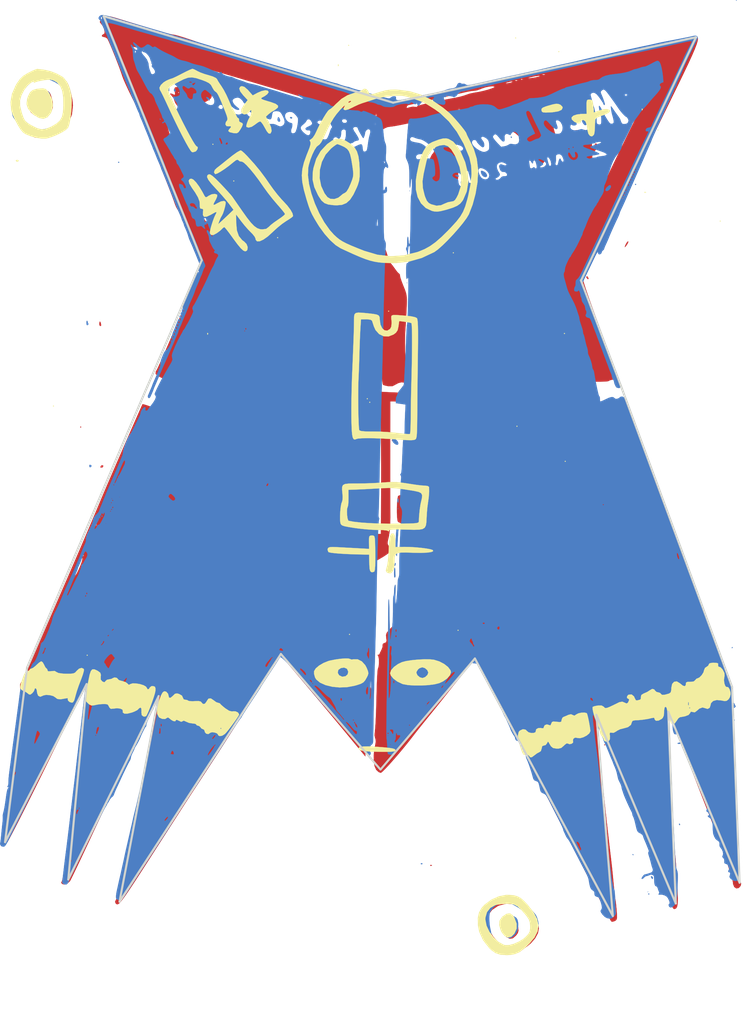
<source format=kicad_pcb>
(kicad_pcb (version 20171130) (host pcbnew 5.0.0-fee4fd1~66~ubuntu16.04.1)
  (layers (0 F.Cu signal) (31 B.Cu signal) (34 B.Paste user) (35 F.Paste user) (36 B.SilkS user) (37 F.SilkS user) (38 B.Mask user) (39 F.Mask user) (44 Edge.Cuts user))
  (net 0 "")
  (module footprints:bottom (layer F.Cu) (at 140.06 100.54 180.2)
    (fp_text reference G*** hide)
    (fp_text value LOGO hide)
    (fp_poly (pts (xy -10.338671 -30.72234) (xy -10.218345 -30.64147) (xy -10.124296 -30.490371) (xy -10.061345 -30.272577) (xy -10.034312 -29.991628) (xy -10.033638 -29.939342) (xy -10.038234 -29.762655) (xy -10.057702 -29.638989) (xy -10.099235 -29.537046) (xy -10.142381 -29.466232) (xy -10.290793 -29.300289) (xy -10.464402 -29.202437) (xy -10.649011 -29.178414) (xy -10.77857 -29.209156) (xy -10.913789 -29.296844) (xy -11.000373 -29.436133) (xy -11.042824 -29.636564) (xy -11.049 -29.782039) (xy -11.044081 -29.8577) (xy -10.625667 -29.8577) (xy -10.613541 -29.750323) (xy -10.574883 -29.721831) (xy -10.507134 -29.7688) (xy -10.47595 -29.833762) (xy -10.45916 -29.931021) (xy -10.458455 -30.027586) (xy -10.475528 -30.090466) (xy -10.4902 -30.099) (xy -10.562862 -30.060915) (xy -10.612085 -29.96243) (xy -10.625667 -29.8577) (xy -11.044081 -29.8577) (xy -11.031849 -30.045816) (xy -10.97508 -30.255198) (xy -10.87072 -30.43432) (xy -10.809091 -30.508199) (xy -10.638865 -30.659241) (xy -10.480451 -30.729442) (xy -10.338671 -30.72234)) (layer B.Cu) (width 0.01))
    (fp_poly (pts (xy 22.761681 27.62106) (xy 22.807657 27.640108) (xy 22.89452 27.682324) (xy 23.013522 27.736229) (xy 23.035397 27.745783) (xy 23.194935 27.859719) (xy 23.313926 28.039942) (xy 23.387348 28.275886) (xy 23.410333 28.534671) (xy 23.400212 28.758118) (xy 23.362066 28.919571) (xy 23.284218 29.040111) (xy 23.154989 29.140818) (xy 23.038949 29.205094) (xy 22.888365 29.264602) (xy 22.745585 29.292004) (xy 22.634623 29.284801) (xy 22.584833 29.252334) (xy 22.514759 29.213055) (xy 22.399373 29.228177) (xy 22.257773 29.294509) (xy 22.151184 29.355917) (xy 22.088581 29.373283) (xy 22.042621 29.348182) (xy 22.007933 29.308885) (xy 21.972107 29.226716) (xy 21.946516 29.097239) (xy 21.940171 29.023135) (xy 21.930734 28.859675) (xy 21.916477 28.662884) (xy 21.904998 28.526349) (xy 21.894842 28.375819) (xy 22.416129 28.375819) (xy 22.434038 28.427464) (xy 22.445831 28.446944) (xy 22.500214 28.499211) (xy 22.535634 28.492965) (xy 22.552442 28.42827) (xy 22.544779 28.409355) (xy 22.481211 28.367009) (xy 22.454976 28.363334) (xy 22.416129 28.375819) (xy 21.894842 28.375819) (xy 21.894291 28.367655) (xy 21.901849 28.259978) (xy 21.934133 28.170495) (xy 21.994657 28.070829) (xy 22.088563 27.960776) (xy 22.221631 27.843174) (xy 22.37133 27.733966) (xy 22.515132 27.649092) (xy 22.630509 27.604495) (xy 22.658166 27.601334) (xy 22.761681 27.62106)) (layer B.Cu) (width 0.01))
    (fp_poly (pts (xy -7.244743 22.699658) (xy -7.181374 22.74764) (xy -7.158022 22.832009) (xy -7.186664 22.909262) (xy -7.186952 22.909552) (xy -7.246889 22.917691) (xy -7.294957 22.882663) (xy -7.337922 22.803539) (xy -7.326783 22.731882) (xy -7.269832 22.697919) (xy -7.244743 22.699658)) (layer B.Cu) (width 0.01))
    (fp_poly (pts (xy -6.866478 23.257794) (xy -6.791682 23.297569) (xy -6.773334 23.330196) (xy -6.802222 23.36015) (xy -6.894808 23.352635) (xy -6.95325 23.338819) (xy -7.015974 23.302214) (xy -7.020177 23.259672) (xy -6.967296 23.241) (xy -6.866478 23.257794)) (layer B.Cu) (width 0.01))
    (fp_poly (pts (xy -8.781266 23.237197) (xy -8.674702 23.3376) (xy -8.607394 23.47709) (xy -8.593667 23.576884) (xy -8.600915 23.63925) (xy -8.635234 23.657637) (xy -8.715482 23.634498) (xy -8.791417 23.602622) (xy -8.904425 23.529551) (xy -8.982496 23.43467) (xy -9.020268 23.336533) (xy -9.012379 23.253697) (xy -8.953466 23.204718) (xy -8.908143 23.198667) (xy -8.781266 23.237197)) (layer B.Cu) (width 0.01))
    (fp_poly (pts (xy -10.752667 25.9715) (xy -10.711949 26.025622) (xy -10.710334 26.037499) (xy -10.742623 26.076193) (xy -10.752667 26.077334) (xy -10.789819 26.042876) (xy -10.795 26.011335) (xy -10.774478 25.967518) (xy -10.752667 25.9715)) (layer B.Cu) (width 0.01))
    (fp_poly (pts (xy -15.948515 26.878885) (xy -15.89701 26.927387) (xy -15.822136 27.030978) (xy -15.783018 27.135667) (xy -15.787924 27.215961) (xy -15.847106 27.249296) (xy -15.881491 27.2545) (xy -15.995868 27.234814) (xy -16.061407 27.170998) (xy -16.122979 27.037058) (xy -16.104582 26.926929) (xy -16.063075 26.879654) (xy -16.00757 26.851833) (xy -15.948515 26.878885)) (layer B.Cu) (width 0.01))
    (fp_poly (pts (xy 18.408908 -0.77357) (xy 18.415 -0.743332) (xy 18.392897 -0.68541) (xy 18.372666 -0.677333) (xy 18.331545 -0.707717) (xy 18.330333 -0.717168) (xy 18.361105 -0.774502) (xy 18.372666 -0.783166) (xy 18.408908 -0.77357)) (layer B.Cu) (width 0.01))
    (fp_poly (pts (xy 4.924807 27.432498) (xy 4.940574 27.481412) (xy 4.897184 27.51433) (xy 4.871861 27.516667) (xy 4.799087 27.489774) (xy 4.783666 27.450063) (xy 4.815406 27.3992) (xy 4.854241 27.397146) (xy 4.924807 27.432498)) (layer B.Cu) (width 0.01))
    (fp_poly (pts (xy 5.792679 27.212592) (xy 5.827403 27.306214) (xy 5.816206 27.414197) (xy 5.780975 27.499976) (xy 5.737917 27.502145) (xy 5.68494 27.42062) (xy 5.679461 27.408842) (xy 5.634806 27.274199) (xy 5.650563 27.19788) (xy 5.71047 27.178) (xy 5.792679 27.212592)) (layer B.Cu) (width 0.01))
    (fp_poly (pts (xy 10.718388 28.730823) (xy 10.795039 28.797122) (xy 10.85882 28.870645) (xy 10.879666 28.915316) (xy 10.851447 28.95351) (xy 10.784978 28.943544) (xy 10.707543 28.890867) (xy 10.695727 28.878583) (xy 10.640005 28.794758) (xy 10.627628 28.727471) (xy 10.660017 28.702) (xy 10.718388 28.730823)) (layer B.Cu) (width 0.01))
    (fp_poly (pts (xy 13.153238 29.373801) (xy 13.165666 29.442834) (xy 13.148399 29.528021) (xy 13.108795 29.54399) (xy 13.065145 29.483721) (xy 13.064362 29.481704) (xy 13.040478 29.383422) (xy 13.07071 29.340989) (xy 13.102166 29.337) (xy 13.153238 29.373801)) (layer B.Cu) (width 0.01))
    (fp_poly (pts (xy -10.076498 -31.826464) (xy -9.848773 -31.778623) (xy -9.639492 -31.680958) (xy -9.429395 -31.529143) (xy -9.402647 -31.506597) (xy -9.268118 -31.399584) (xy -9.130859 -31.302502) (xy -9.067323 -31.263166) (xy -8.91236 -31.136993) (xy -8.806662 -30.956869) (xy -8.743756 -30.712833) (xy -8.716091 -30.539145) (xy -8.684716 -30.345349) (xy -8.672087 -30.268333) (xy -8.623497 -29.958782) (xy -8.591577 -29.715878) (xy -8.574849 -29.523571) (xy -8.571833 -29.36581) (xy -8.578425 -29.252333) (xy -8.593711 -29.114364) (xy -8.615097 -29.005468) (xy -8.651488 -28.896834) (xy -8.711794 -28.759648) (xy -8.765853 -28.64605) (xy -8.841438 -28.523861) (xy -8.951783 -28.386707) (xy -9.079814 -28.251404) (xy -9.208457 -28.134763) (xy -9.320635 -28.0536) (xy -9.396882 -28.024666) (xy -9.481912 -28.004739) (xy -9.50595 -27.989694) (xy -9.568604 -27.957805) (xy -9.680139 -27.917874) (xy -9.736667 -27.900901) (xy -9.868487 -27.860001) (xy -9.974648 -27.820809) (xy -10.000676 -27.808874) (xy -10.155246 -27.76585) (xy -10.351759 -27.778517) (xy -10.596209 -27.848046) (xy -10.894593 -27.97561) (xy -10.922 -27.988857) (xy -11.098618 -28.076334) (xy -11.245801 -28.151953) (xy -11.347596 -28.207333) (xy -11.387667 -28.23348) (xy -11.433188 -28.273206) (xy -11.521576 -28.338724) (xy -11.557 -28.363463) (xy -11.652671 -28.43848) (xy -11.785508 -28.554569) (xy -11.933552 -28.692201) (xy -12.007016 -28.76359) (xy -12.164038 -28.926332) (xy -12.271455 -29.060027) (xy -12.345943 -29.188312) (xy -12.3986 -29.318652) (xy -12.446917 -29.479557) (xy -12.479494 -29.631348) (xy -12.488334 -29.71827) (xy -12.478354 -29.863683) (xy -12.475318 -29.883423) (xy -12.064842 -29.883423) (xy -12.060233 -29.687533) (xy -12.043567 -29.550406) (xy -12.010271 -29.446467) (xy -11.974889 -29.380201) (xy -11.830609 -29.193136) (xy -11.619971 -28.988916) (xy -11.356504 -28.778436) (xy -11.053734 -28.572591) (xy -10.757089 -28.399363) (xy -10.492256 -28.272774) (xy -10.272026 -28.206084) (xy -10.083855 -28.196724) (xy -9.939742 -28.231925) (xy -9.836817 -28.268256) (xy -9.701252 -28.311651) (xy -9.663952 -28.322916) (xy -9.454875 -28.424158) (xy -9.260298 -28.591174) (xy -9.101792 -28.805363) (xy -9.099284 -28.809743) (xy -9.050655 -28.910506) (xy -9.02128 -29.01996) (xy -9.006631 -29.163687) (xy -9.002217 -29.358166) (xy -9.007034 -29.56086) (xy -9.021354 -29.759955) (xy -9.042371 -29.919679) (xy -9.048698 -29.950833) (xy -9.08199 -30.107902) (xy -9.119728 -30.30187) (xy -9.148123 -30.458833) (xy -9.197472 -30.688669) (xy -9.251679 -30.836194) (xy -9.310343 -30.900407) (xy -9.326473 -30.903333) (xy -9.382169 -30.927172) (xy -9.480894 -30.988094) (xy -9.599635 -31.070207) (xy -9.715374 -31.157617) (xy -9.802834 -31.232271) (xy -9.937621 -31.334462) (xy -10.09083 -31.393732) (xy -10.27891 -31.412542) (xy -10.518313 -31.393355) (xy -10.690779 -31.365119) (xy -10.965684 -31.275607) (xy -11.249106 -31.110821) (xy -11.531136 -30.878127) (xy -11.801865 -30.584887) (xy -11.887035 -30.476089) (xy -11.973808 -30.357393) (xy -12.026471 -30.266192) (xy -12.053527 -30.174139) (xy -12.063481 -30.052885) (xy -12.064842 -29.883423) (xy -12.475318 -29.883423) (xy -12.452286 -30.033171) (xy -12.415932 -30.200545) (xy -12.375098 -30.339615) (xy -12.335588 -30.424189) (xy -12.330572 -30.430107) (xy -12.284447 -30.49408) (xy -12.276667 -30.519319) (xy -12.248183 -30.564187) (xy -12.172936 -30.651228) (xy -12.06623 -30.765071) (xy -11.943374 -30.890347) (xy -11.819673 -31.011686) (xy -11.710434 -31.113719) (xy -11.630962 -31.181076) (xy -11.599121 -31.199666) (xy -11.549697 -31.227688) (xy -11.462906 -31.300429) (xy -11.377703 -31.382145) (xy -11.196254 -31.552714) (xy -11.037516 -31.667397) (xy -10.876679 -31.740379) (xy -10.68893 -31.785844) (xy -10.664326 -31.789976) (xy -10.341928 -31.828806) (xy -10.076498 -31.826464)) (layer B.Cu) (width 0.01))
    (fp_poly (pts (xy -20.278897 -27.653785) (xy -20.277667 -27.643666) (xy -20.309882 -27.602563) (xy -20.32 -27.601333) (xy -20.361104 -27.633548) (xy -20.362334 -27.643666) (xy -20.330119 -27.68477) (xy -20.32 -27.686) (xy -20.278897 -27.653785)) (layer B.Cu) (width 0.01))
    (fp_poly (pts (xy -20.235334 -27.4955) (xy -20.2565 -27.474333) (xy -20.277667 -27.4955) (xy -20.2565 -27.516666) (xy -20.235334 -27.4955)) (layer B.Cu) (width 0.01))
    (fp_poly (pts (xy -20.539139 -26.551171) (xy -20.497037 -26.4795) (xy -20.470085 -26.399815) (xy -20.498207 -26.380878) (xy -20.563417 -26.401703) (xy -20.602169 -26.448) (xy -20.616075 -26.51954) (xy -20.601289 -26.575697) (xy -20.580796 -26.585333) (xy -20.539139 -26.551171)) (layer B.Cu) (width 0.01))
    (fp_poly (pts (xy -4.155831 -25.461808) (xy -4.148667 -25.442333) (xy -4.182955 -25.404776) (xy -4.212167 -25.4) (xy -4.268503 -25.422859) (xy -4.275667 -25.442333) (xy -4.241379 -25.47989) (xy -4.212167 -25.484666) (xy -4.155831 -25.461808)) (layer B.Cu) (width 0.01))
    (fp_poly (pts (xy -19.178723 -24.86127) (xy -19.177 -24.849666) (xy -19.191444 -24.808434) (xy -19.195669 -24.807333) (xy -19.231812 -24.836998) (xy -19.2405 -24.849666) (xy -19.237144 -24.888676) (xy -19.221832 -24.892) (xy -19.178723 -24.86127)) (layer B.Cu) (width 0.01))
    (fp_poly (pts (xy -22.482818 -22.724184) (xy -22.488007 -22.684814) (xy -22.511323 -22.652947) (xy -22.538989 -22.684985) (xy -22.554523 -22.747307) (xy -22.54674 -22.764039) (xy -22.50489 -22.77099) (xy -22.482818 -22.724184)) (layer B.Cu) (width 0.01))
    (fp_poly (pts (xy -26.261219 -10.218732) (xy -26.267834 -10.202333) (xy -26.305875 -10.161948) (xy -26.312666 -10.16) (xy -26.330848 -10.192753) (xy -26.331334 -10.202333) (xy -26.29879 -10.24304) (xy -26.286502 -10.244666) (xy -26.261219 -10.218732)) (layer B.Cu) (width 0.01))
    (fp_poly (pts (xy -2.354202 -5.140331) (xy -2.337524 -5.070113) (xy -2.329584 -4.932765) (xy -2.328334 -4.808361) (xy -2.334498 -4.623698) (xy -2.350103 -4.502272) (xy -2.37082 -4.448248) (xy -2.392318 -4.465789) (xy -2.410269 -4.559057) (xy -2.420056 -4.720166) (xy -2.424267 -4.874429) (xy -2.428183 -5.001274) (xy -2.430639 -5.065889) (xy -2.406699 -5.136357) (xy -2.38125 -5.154083) (xy -2.354202 -5.140331)) (layer B.Cu) (width 0.01))
    (fp_poly (pts (xy -2.376244 -4.32462) (xy -2.373643 -4.267582) (xy -2.385603 -4.173931) (xy -2.413 -4.1275) (xy -2.449199 -4.134766) (xy -2.452358 -4.156751) (xy -2.433894 -4.239833) (xy -2.413 -4.296833) (xy -2.386823 -4.347755) (xy -2.376244 -4.32462)) (layer B.Cu) (width 0.01))
    (fp_poly (pts (xy -2.074334 -3.6195) (xy -2.0955 -3.598333) (xy -2.116667 -3.6195) (xy -2.0955 -3.640666) (xy -2.074334 -3.6195)) (layer B.Cu) (width 0.01))
    (fp_poly (pts (xy -2.510629 -3.615007) (xy -2.493438 -3.586251) (xy -2.471956 -3.503515) (xy -2.457531 -3.352486) (xy -2.449684 -3.149202) (xy -2.447941 -2.909703) (xy -2.451825 -2.650026) (xy -2.46086 -2.386209) (xy -2.47457 -2.134291) (xy -2.49248 -1.910311) (xy -2.514112 -1.730306) (xy -2.538991 -1.610315) (xy -2.553082 -1.576916) (xy -2.611338 -1.528689) (xy -2.633196 -1.524) (xy -2.657566 -1.561266) (xy -2.659892 -1.675179) (xy -2.650035 -1.788583) (xy -2.639708 -1.903728) (xy -2.626175 -2.084628) (xy -2.610596 -2.312484) (xy -2.594129 -2.568498) (xy -2.577933 -2.83387) (xy -2.563168 -3.089801) (xy -2.550993 -3.317493) (xy -2.542566 -3.498147) (xy -2.539763 -3.577166) (xy -2.533819 -3.635659) (xy -2.510629 -3.615007)) (layer B.Cu) (width 0.01))
    (fp_poly (pts (xy -2.596445 -0.282222) (xy -2.602256 -0.257055) (xy -2.624667 -0.254) (xy -2.659512 -0.269489) (xy -2.652889 -0.282222) (xy -2.60265 -0.287289) (xy -2.596445 -0.282222)) (layer B.Cu) (width 0.01))
    (fp_poly (pts (xy -2.624667 0.148167) (xy -2.593922 0.205517) (xy -2.582334 0.296334) (xy -2.59564 0.393163) (xy -2.624667 0.4445) (xy -2.652349 0.425318) (xy -2.666145 0.335551) (xy -2.667 0.296334) (xy -2.658188 0.187786) (xy -2.634319 0.145724) (xy -2.624667 0.148167)) (layer B.Cu) (width 0.01))
    (fp_poly (pts (xy 19.247512 2.763358) (xy 19.261666 2.838832) (xy 19.245377 2.908799) (xy 19.189543 2.90955) (xy 19.137388 2.881245) (xy 19.098727 2.8385) (xy 19.128683 2.780071) (xy 19.131602 2.776526) (xy 19.198993 2.731572) (xy 19.247512 2.763358)) (layer B.Cu) (width 0.01))
    (fp_poly (pts (xy -2.449327 4.294396) (xy -2.411563 4.319023) (xy -2.296274 4.426882) (xy -2.23205 4.540924) (xy -2.227341 4.641656) (xy -2.253218 4.68436) (xy -2.304389 4.713853) (xy -2.373883 4.696538) (xy -2.442756 4.658127) (xy -2.585475 4.538648) (xy -2.659209 4.401598) (xy -2.667 4.340621) (xy -2.637747 4.267582) (xy -2.560122 4.251745) (xy -2.449327 4.294396)) (layer B.Cu) (width 0.01))
    (fp_poly (pts (xy 19.393463 12.808798) (xy 19.419756 12.861297) (xy 19.429999 12.95286) (xy 19.424726 13.048539) (xy 19.404469 13.113388) (xy 19.388666 13.123334) (xy 19.35393 13.087989) (xy 19.346333 13.041165) (xy 19.325897 12.959444) (xy 19.301944 12.931563) (xy 19.282776 12.884034) (xy 19.306741 12.844864) (xy 19.365542 12.805677) (xy 19.393463 12.808798)) (layer B.Cu) (width 0.01))
    (fp_poly (pts (xy -3.302 15.726834) (xy -3.323167 15.748) (xy -3.344334 15.726834) (xy -3.323167 15.705667) (xy -3.302 15.726834)) (layer B.Cu) (width 0.01))
    (fp_poly (pts (xy -3.513667 22.246167) (xy -3.534834 22.267334) (xy -3.556 22.246167) (xy -3.534834 22.225) (xy -3.513667 22.246167)) (layer B.Cu) (width 0.01))
    (fp_poly (pts (xy -17.433973 22.208159) (xy -17.415227 22.276972) (xy -17.460019 22.377611) (xy -17.528705 22.460624) (xy -17.645205 22.566064) (xy -17.729267 22.604054) (xy -17.792246 22.579607) (xy -17.794112 22.577778) (xy -17.815246 22.504195) (xy -17.783168 22.404986) (xy -17.713997 22.303118) (xy -17.623856 22.221557) (xy -17.528866 22.183269) (xy -17.516752 22.182667) (xy -17.433973 22.208159)) (layer B.Cu) (width 0.01))
    (fp_poly (pts (xy -19.516897 22.638215) (xy -19.515667 22.648334) (xy -19.547882 22.689437) (xy -19.558 22.690667) (xy -19.599104 22.658452) (xy -19.600334 22.648334) (xy -19.568119 22.60723) (xy -19.558 22.606) (xy -19.516897 22.638215)) (layer B.Cu) (width 0.01))
    (fp_poly (pts (xy 17.143769 24.331548) (xy 17.145 24.341667) (xy 17.112785 24.38277) (xy 17.102666 24.384) (xy 17.061563 24.351786) (xy 17.060333 24.341667) (xy 17.092547 24.300564) (xy 17.102666 24.299334) (xy 17.143769 24.331548)) (layer B.Cu) (width 0.01))
    (fp_poly (pts (xy 14.179943 27.378064) (xy 14.181666 27.389667) (xy 14.167223 27.4309) (xy 14.162998 27.432) (xy 14.126855 27.402336) (xy 14.118166 27.389667) (xy 14.121523 27.350657) (xy 14.136834 27.347334) (xy 14.179943 27.378064)) (layer B.Cu) (width 0.01))
    (fp_poly (pts (xy 22.982233 26.263446) (xy 23.087432 26.290344) (xy 23.198466 26.34077) (xy 23.198666 26.340873) (xy 23.406074 26.462924) (xy 23.62964 26.620719) (xy 23.856902 26.802589) (xy 24.075398 26.996864) (xy 24.272667 27.191874) (xy 24.436245 27.375949) (xy 24.553672 27.537421) (xy 24.612484 27.664618) (xy 24.612535 27.664834) (xy 24.687284 28.089086) (xy 24.698018 28.478098) (xy 24.641556 28.840667) (xy 24.514716 29.185594) (xy 24.314316 29.521677) (xy 24.037175 29.857715) (xy 23.701975 30.183084) (xy 23.557968 30.311879) (xy 23.438039 30.419684) (xy 23.355841 30.494189) (xy 23.325666 30.522321) (xy 23.275796 30.552958) (xy 23.172053 30.605683) (xy 23.038323 30.669089) (xy 22.89849 30.731765) (xy 22.805091 30.770983) (xy 22.604203 30.811557) (xy 22.351251 30.795864) (xy 22.05657 30.724863) (xy 21.960418 30.692509) (xy 21.532577 30.51917) (xy 21.183988 30.330173) (xy 20.909734 30.119031) (xy 20.704899 29.879259) (xy 20.564565 29.604372) (xy 20.483817 29.287884) (xy 20.460233 28.958189) (xy 20.877844 28.958189) (xy 20.902489 29.217547) (xy 20.962053 29.428191) (xy 21.06012 29.605757) (xy 21.126114 29.688616) (xy 21.323686 29.86652) (xy 21.589643 30.034799) (xy 21.886333 30.174455) (xy 22.167996 30.279361) (xy 22.396211 30.34029) (xy 22.58843 30.359548) (xy 22.762104 30.339439) (xy 22.876503 30.30519) (xy 23.022053 30.240988) (xy 23.151705 30.165644) (xy 23.194003 30.133641) (xy 23.53366 29.81547) (xy 23.81535 29.503119) (xy 24.033017 29.204312) (xy 24.180606 28.926772) (xy 24.216891 28.829) (xy 24.246245 28.690747) (xy 24.264796 28.5084) (xy 24.272376 28.306949) (xy 24.268815 28.111389) (xy 24.253944 27.94671) (xy 24.227593 27.837905) (xy 24.223661 27.829806) (xy 24.154011 27.732127) (xy 24.034926 27.59715) (xy 23.882827 27.440786) (xy 23.714138 27.278948) (xy 23.54528 27.127545) (xy 23.392677 27.00249) (xy 23.3045 26.939265) (xy 23.119316 26.819708) (xy 22.982538 26.740112) (xy 22.871471 26.694466) (xy 22.763424 26.676761) (xy 22.635702 26.680985) (xy 22.465611 26.701128) (xy 22.42538 26.706424) (xy 22.121235 26.759018) (xy 21.843237 26.830965) (xy 21.602385 26.917399) (xy 21.409679 27.013457) (xy 21.276118 27.114276) (xy 21.212702 27.214991) (xy 21.209 27.244273) (xy 21.177608 27.334491) (xy 21.131111 27.366349) (xy 21.079695 27.387589) (xy 21.038312 27.42143) (xy 21.005113 27.477371) (xy 20.978253 27.564912) (xy 20.955884 27.693552) (xy 20.936158 27.872792) (xy 20.917229 28.112131) (xy 20.89725 28.421068) (xy 20.884535 28.634478) (xy 20.877844 28.958189) (xy 20.460233 28.958189) (xy 20.457737 28.923309) (xy 20.463813 28.718329) (xy 20.486621 28.357437) (xy 20.510643 28.040674) (xy 20.534998 27.777075) (xy 20.558806 27.575672) (xy 20.581186 27.445499) (xy 20.591216 27.410834) (xy 20.680141 27.208867) (xy 20.773079 27.04282) (xy 20.858758 26.931846) (xy 20.887178 26.908026) (xy 20.99016 26.829953) (xy 21.060833 26.768467) (xy 21.244094 26.636923) (xy 21.494815 26.516775) (xy 21.796004 26.413366) (xy 22.130673 26.33204) (xy 22.481829 26.278143) (xy 22.6695 26.262486) (xy 22.85291 26.25564) (xy 22.982233 26.263446)) (layer B.Cu) (width 0.01))
    (fp_poly (pts (xy -17.35915 -29.350015) (xy -17.1903 -29.255736) (xy -17.028584 -29.089857) (xy -16.924585 -28.937807) (xy -16.892561 -28.829997) (xy -16.928279 -28.768624) (xy -16.963434 -28.713844) (xy -16.989569 -28.628542) (xy -16.988338 -28.536324) (xy -16.963203 -28.401869) (xy -16.921291 -28.246946) (xy -16.869731 -28.093327) (xy -16.815651 -27.962782) (xy -16.766179 -27.877082) (xy -16.736412 -27.855333) (xy -16.660318 -27.838747) (xy -16.575492 -27.806205) (xy -16.500017 -27.753309) (xy -16.470564 -27.66768) (xy -16.467667 -27.601692) (xy -16.453353 -27.483761) (xy -16.398567 -27.412588) (xy -16.358556 -27.387912) (xy -16.275 -27.329313) (xy -16.20986 -27.24554) (xy -16.157796 -27.122833) (xy -16.113465 -26.947431) (xy -16.071526 -26.705575) (xy -16.057989 -26.613651) (xy -16.027195 -26.49963) (xy -15.966171 -26.341715) (xy -15.886674 -26.169537) (xy -15.864811 -26.126817) (xy -15.73547 -25.878766) (xy -15.578881 -25.576861) (xy -15.406189 -25.242708) (xy -15.22854 -24.897914) (xy -15.057079 -24.564086) (xy -14.902952 -24.262829) (xy -14.873245 -24.204576) (xy -14.778561 -24.024938) (xy -14.692659 -23.87313) (xy -14.625072 -23.765291) (xy -14.585655 -23.717743) (xy -14.538115 -23.662849) (xy -14.476437 -23.556773) (xy -14.436907 -23.473833) (xy -14.377076 -23.340115) (xy -14.325639 -23.22976) (xy -14.305208 -23.188658) (xy -14.271891 -23.097841) (xy -14.266334 -23.057957) (xy -14.247882 -22.995623) (xy -14.197015 -22.872751) (xy -14.120465 -22.703878) (xy -14.024963 -22.503538) (xy -13.917241 -22.286268) (xy -13.831552 -22.119166) (xy -13.770307 -22.000877) (xy -13.722381 -21.907114) (xy -13.711971 -21.886333) (xy -13.539727 -21.538041) (xy -13.400289 -21.257621) (xy -13.288829 -21.037103) (xy -13.20052 -20.868515) (xy -13.130534 -20.743887) (xy -13.074043 -20.655248) (xy -13.026221 -20.594627) (xy -12.982239 -20.554054) (xy -12.937269 -20.525557) (xy -12.886485 -20.501166) (xy -12.867984 -20.492821) (xy -12.76223 -20.440775) (xy -12.698975 -20.38775) (xy -12.660146 -20.30805) (xy -12.627667 -20.175979) (xy -12.620264 -20.140637) (xy -12.57607 -19.935821) (xy -12.539718 -19.798329) (xy -12.503533 -19.712254) (xy -12.459836 -19.661686) (xy -12.400952 -19.630718) (xy -12.368706 -19.619352) (xy -12.263415 -19.577853) (xy -12.197245 -19.524303) (xy -12.151993 -19.435169) (xy -12.109458 -19.286921) (xy -12.108419 -19.282833) (xy -12.045117 -19.052846) (xy -11.967209 -18.798938) (xy -11.88238 -18.543638) (xy -11.798312 -18.309473) (xy -11.722691 -18.118972) (xy -11.679061 -18.023991) (xy -11.646711 -17.928072) (xy -11.641667 -17.885833) (xy -11.637629 -17.841587) (xy -11.61975 -17.786256) (xy -11.579382 -17.698605) (xy -11.508058 -17.55775) (xy -11.457761 -17.457339) (xy -11.429796 -17.399) (xy -11.38917 -17.318712) (xy -11.331444 -17.212298) (xy -11.329319 -17.2085) (xy -11.263479 -17.080536) (xy -11.197483 -16.937229) (xy -11.191318 -16.92275) (xy -11.12843 -16.814165) (xy -11.062331 -16.764997) (xy -11.052871 -16.764) (xy -10.948693 -16.726991) (xy -10.887528 -16.631547) (xy -10.879667 -16.573016) (xy -10.851775 -16.473525) (xy -10.804074 -16.401566) (xy -10.75331 -16.330109) (xy -10.687473 -16.217449) (xy -10.620774 -16.090792) (xy -10.567421 -15.977342) (xy -10.541623 -15.904306) (xy -10.541 -15.897882) (xy -10.532644 -15.870218) (xy -10.504949 -15.80258) (xy -10.453984 -15.685981) (xy -10.375812 -15.511439) (xy -10.266498 -15.269969) (xy -10.252887 -15.24) (xy -10.203703 -15.139014) (xy -10.167046 -15.076345) (xy -10.162139 -15.070666) (xy -10.125951 -15.013588) (xy -10.069792 -14.897327) (xy -10.003266 -14.742036) (xy -9.990667 -14.710833) (xy -9.920622 -14.537075) (xy -9.872279 -14.421322) (xy -9.836651 -14.342673) (xy -9.80865 -14.2875) (xy -9.767988 -14.210773) (xy -9.700887 -14.083701) (xy -9.620327 -13.930868) (xy -9.601922 -13.895916) (xy -9.384147 -13.483895) (xy -9.189226 -13.118387) (xy -9.023752 -12.811736) (xy -8.974325 -12.721166) (xy -8.898769 -12.581163) (xy -8.797974 -12.391546) (xy -8.685506 -12.177951) (xy -8.58236 -11.980333) (xy -8.481042 -11.785406) (xy -8.388648 -11.607934) (xy -8.314976 -11.466714) (xy -8.26982 -11.380544) (xy -8.267992 -11.377083) (xy -8.207461 -11.295958) (xy -8.120355 -11.264114) (xy -8.0487 -11.260666) (xy -7.931988 -11.248515) (xy -7.850189 -11.21866) (xy -7.842855 -11.212588) (xy -7.81843 -11.191168) (xy -7.792766 -11.187583) (xy -7.755421 -11.210988) (xy -7.695954 -11.270539) (xy -7.603925 -11.375389) (xy -7.468891 -11.534696) (xy -7.450067 -11.557) (xy -7.341844 -11.684721) (xy -7.254876 -11.786411) (xy -7.203263 -11.845619) (xy -7.196085 -11.853333) (xy -7.177613 -11.874623) (xy -6.617853 -11.874623) (xy -6.599881 -11.849876) (xy -6.538594 -11.857473) (xy -6.444632 -11.922434) (xy -6.331144 -12.030927) (xy -6.211277 -12.169121) (xy -6.098178 -12.323183) (xy -6.009119 -12.471376) (xy -5.969104 -12.551833) (xy -2.328334 -12.551833) (xy -2.313843 -12.472276) (xy -2.286 -12.446) (xy -2.254178 -12.482228) (xy -2.243667 -12.551833) (xy -2.258158 -12.631391) (xy -2.286 -12.657666) (xy -2.317823 -12.621438) (xy -2.328334 -12.551833) (xy -5.969104 -12.551833) (xy -5.949819 -12.590607) (xy -5.915215 -12.67332) (xy -5.911995 -12.7) (xy -5.958502 -12.668528) (xy -6.050252 -12.579761) (xy -6.17917 -12.442173) (xy -6.337183 -12.264239) (xy -6.430548 -12.15579) (xy -6.543615 -12.017722) (xy -6.603845 -11.927984) (xy -6.617853 -11.874623) (xy -7.177613 -11.874623) (xy -7.160314 -11.89456) (xy -7.086789 -11.982981) (xy -6.990999 -12.099959) (xy -6.985 -12.107333) (xy -6.888213 -12.225439) (xy -6.812556 -12.316065) (xy -6.773612 -12.36056) (xy -6.772807 -12.361333) (xy -6.736731 -12.401442) (xy -6.660433 -12.489953) (xy -6.558079 -12.610382) (xy -6.518225 -12.65761) (xy -6.403151 -12.792547) (xy -6.368285 -12.8324) (xy -5.798259 -12.8324) (xy -5.785863 -12.798142) (xy -5.743844 -12.828887) (xy -5.712534 -12.864747) (xy -5.660002 -12.940962) (xy -5.648687 -12.986336) (xy -5.649419 -12.987196) (xy -5.694993 -12.985107) (xy -5.751599 -12.93536) (xy -5.792298 -12.865972) (xy -5.798259 -12.8324) (xy -6.368285 -12.8324) (xy -6.302038 -12.908121) (xy -6.232432 -12.984366) (xy -6.220636 -12.996277) (xy -6.164603 -13.056419) (xy -6.07111 -13.162862) (xy -5.956676 -13.296673) (xy -5.906606 -13.356166) (xy -5.799 -13.483448) (xy -5.667764 -13.636876) (xy -5.525278 -13.802198) (xy -5.400968 -13.945503) (xy -4.816841 -13.945503) (xy -4.812801 -13.927666) (xy -4.772765 -13.952244) (xy -4.705478 -14.006715) (xy -4.6434 -14.075427) (xy -4.61327 -14.135281) (xy -4.618896 -14.166642) (xy -4.664082 -14.149874) (xy -4.680145 -14.137415) (xy -4.735812 -14.078001) (xy -4.787362 -14.004568) (xy -4.816841 -13.945503) (xy -5.400968 -13.945503) (xy -5.383919 -13.965157) (xy -5.256068 -14.111501) (xy -5.154103 -14.226975) (xy -5.131242 -14.252222) (xy -4.600223 -14.252222) (xy -4.594412 -14.227055) (xy -4.572 -14.224) (xy -4.537155 -14.239489) (xy -4.543778 -14.252222) (xy -4.594018 -14.257289) (xy -4.600223 -14.252222) (xy -5.131242 -14.252222) (xy -5.090402 -14.297324) (xy -5.079419 -14.308666) (xy -5.043647 -14.349894) (xy -4.970123 -14.438315) (xy -4.874333 -14.555292) (xy -4.868334 -14.562666) (xy -4.771546 -14.680772) (xy -4.69589 -14.771399) (xy -4.656945 -14.815893) (xy -4.656141 -14.816666) (xy -4.620068 -14.856777) (xy -4.543778 -14.945296) (xy -4.441433 -15.065739) (xy -4.401559 -15.113) (xy -4.293521 -15.240776) (xy -4.206709 -15.342488) (xy -4.155214 -15.401664) (xy -4.148085 -15.409333) (xy -4.112314 -15.45056) (xy -4.038789 -15.538981) (xy -3.971626 -15.621) (xy -3.429 -15.621) (xy -3.396786 -15.579897) (xy -3.386667 -15.578666) (xy -3.345564 -15.610881) (xy -3.344334 -15.621) (xy -3.376548 -15.662103) (xy -3.386667 -15.663333) (xy -3.42777 -15.631119) (xy -3.429 -15.621) (xy -3.971626 -15.621) (xy -3.942999 -15.655959) (xy -3.937 -15.663333) (xy -3.840213 -15.781439) (xy -3.764556 -15.872065) (xy -3.725612 -15.91656) (xy -3.724807 -15.917333) (xy -3.688648 -15.957392) (xy -3.612173 -16.045726) (xy -3.535828 -16.135144) (xy -2.241718 -16.135144) (xy -2.241422 -16.037001) (xy -2.22533 -15.960761) (xy -2.215445 -15.945555) (xy -2.156256 -15.922338) (xy -2.072802 -15.918921) (xy -2.00554 -15.933953) (xy -1.989667 -15.953105) (xy -2.017974 -16.00536) (xy -2.074334 -16.0655) (xy -2.138009 -16.142639) (xy -2.156559 -16.1925) (xy -1.905 -16.1925) (xy -1.882142 -16.136164) (xy -1.862667 -16.129) (xy -1.82511 -16.163288) (xy -1.820334 -16.1925) (xy -1.843193 -16.248836) (xy -1.862667 -16.256) (xy -1.900224 -16.221712) (xy -1.905 -16.1925) (xy -2.156559 -16.1925) (xy -2.159 -16.199061) (xy -2.184119 -16.25105) (xy -2.201334 -16.256) (xy -2.227821 -16.219905) (xy -2.241718 -16.135144) (xy -3.535828 -16.135144) (xy -3.509607 -16.165854) (xy -3.470225 -16.212303) (xy -3.34051 -16.364274) (xy -3.335737 -16.369788) (xy -2.735357 -16.369788) (xy -2.706356 -16.338249) (xy -2.615784 -16.316929) (xy -2.57175 -16.323319) (xy -2.512515 -16.319557) (xy -2.497667 -16.258853) (xy -2.480458 -16.188528) (xy -2.455334 -16.171333) (xy -2.432043 -16.209587) (xy -2.416667 -16.308169) (xy -2.414286 -16.368889) (xy -1.890889 -16.368889) (xy -1.885078 -16.343722) (xy -1.862667 -16.340666) (xy -1.827822 -16.356156) (xy -1.834445 -16.368889) (xy -1.884685 -16.373955) (xy -1.890889 -16.368889) (xy -2.414286 -16.368889) (xy -2.413 -16.401668) (xy -2.405798 -16.534246) (xy -2.38728 -16.629317) (xy -2.370667 -16.658166) (xy -2.339757 -16.708586) (xy -2.328412 -16.7831) (xy -2.34004 -16.839932) (xy -2.355118 -16.848666) (xy -2.405711 -16.814488) (xy -2.497658 -16.716072) (xy -2.625309 -16.559601) (xy -2.658239 -16.517199) (xy -2.723124 -16.423482) (xy -2.735357 -16.369788) (xy -3.335737 -16.369788) (xy -3.210962 -16.513915) (xy -3.106802 -16.632124) (xy -3.09495 -16.645319) (xy -2.996041 -16.759921) (xy -2.912023 -16.865492) (xy -2.886755 -16.900682) (xy -2.826197 -16.979356) (xy -2.805438 -17.003889) (xy -2.060223 -17.003889) (xy -2.054412 -16.978722) (xy -2.032 -16.975666) (xy -1.997155 -16.991156) (xy -2.003778 -17.003889) (xy -2.054018 -17.008955) (xy -2.060223 -17.003889) (xy -2.805438 -17.003889) (xy -2.72814 -17.095239) (xy -2.613217 -17.223986) (xy -2.606972 -17.230788) (xy -2.487035 -17.365087) (xy -2.378494 -17.49328) (xy -2.304637 -17.587852) (xy -2.304078 -17.58864) (xy -2.224671 -17.674921) (xy -2.128836 -17.706495) (xy -2.056259 -17.708001) (xy -1.941089 -17.694919) (xy -1.862859 -17.66851) (xy -1.855319 -17.662585) (xy -1.83792 -17.606006) (xy -1.821756 -17.483516) (xy -1.808759 -17.313869) (xy -1.801463 -17.139936) (xy -1.793912 -16.941076) (xy -1.783346 -16.769699) (xy -1.771251 -16.645798) (xy -1.76076 -16.592456) (xy -1.753308 -16.529918) (xy -1.74856 -16.386936) (xy -1.746444 -16.167688) (xy -1.746885 -15.876349) (xy -1.749811 -15.517097) (xy -1.755149 -15.09411) (xy -1.762827 -14.611564) (xy -1.772769 -14.073637) (xy -1.784905 -13.484504) (xy -1.799161 -12.848345) (xy -1.815463 -12.169335) (xy -1.833739 -11.451651) (xy -1.853915 -10.699471) (xy -1.875919 -9.916972) (xy -1.879901 -9.779) (xy -1.885182 -9.554715) (xy -1.890137 -9.265465) (xy -1.894536 -8.93095) (xy -1.898146 -8.570872) (xy -1.900735 -8.204931) (xy -1.901955 -7.90575) (xy -1.904246 -7.542492) (xy -1.909028 -7.235655) (xy -1.916088 -6.991164) (xy -1.925214 -6.814947) (xy -1.936191 -6.712929) (xy -1.945693 -6.688666) (xy -1.959567 -6.729658) (xy -1.97158 -6.847287) (xy -1.981315 -7.033539) (xy -1.988357 -7.280398) (xy -1.992291 -7.579847) (xy -1.992347 -7.58825) (xy -1.995028 -7.838254) (xy -1.999658 -8.104651) (xy -2.005863 -8.377525) (xy -2.013267 -8.646957) (xy -2.021496 -8.903029) (xy -2.030174 -9.135822) (xy -2.038926 -9.335419) (xy -2.047378 -9.491902) (xy -2.055155 -9.595353) (xy -2.06188 -9.635853) (xy -2.06718 -9.603485) (xy -2.067985 -9.5885) (xy -2.07707 -9.48295) (xy -2.09623 -9.315467) (xy -2.122788 -9.107821) (xy -2.154071 -8.881781) (xy -2.159 -8.847666) (xy -2.194301 -8.568684) (xy -2.219049 -8.281258) (xy -2.234481 -7.963742) (xy -2.241834 -7.594486) (xy -2.242871 -7.379082) (xy -2.245123 -7.067492) (xy -2.251053 -6.812017) (xy -2.260319 -6.619957) (xy -2.272582 -6.498612) (xy -2.286 -6.455833) (xy -2.306619 -6.403557) (xy -2.321683 -6.289996) (xy -2.328255 -6.138492) (xy -2.328334 -6.119507) (xy -2.33715 -5.930013) (xy -2.360978 -5.774665) (xy -2.387207 -5.695867) (xy -2.408331 -5.663144) (xy -2.422862 -5.665991) (xy -2.431347 -5.713656) (xy -2.434337 -5.815387) (xy -2.432379 -5.980433) (xy -2.426022 -6.218042) (xy -2.423339 -6.304861) (xy -2.416797 -6.587322) (xy -2.416775 -6.804857) (xy -2.423125 -6.951653) (xy -2.4357 -7.021902) (xy -2.441724 -7.027333) (xy -2.457148 -6.98763) (xy -2.475906 -6.878773) (xy -2.496591 -6.716144) (xy -2.517796 -6.515124) (xy -2.538111 -6.291092) (xy -2.556129 -6.05943) (xy -2.570442 -5.835518) (xy -2.579643 -5.634737) (xy -2.582392 -5.490648) (xy -2.596429 -5.338018) (xy -2.631702 -5.198315) (xy -2.647898 -5.160674) (xy -2.677203 -5.081598) (xy -2.695835 -4.969727) (xy -2.705136 -4.809533) (xy -2.70645 -4.585491) (xy -2.705376 -4.496026) (xy -2.704539 -4.215791) (xy -2.70906 -3.883485) (xy -2.718249 -3.514368) (xy -2.731419 -3.1237) (xy -2.747881 -2.726741) (xy -2.766947 -2.33875) (xy -2.787929 -1.974986) (xy -2.810138 -1.65071) (xy -2.832885 -1.38118) (xy -2.854602 -1.188025) (xy -2.891709 -0.897909) (xy -2.912482 -0.676267) (xy -2.916563 -0.508428) (xy -2.903591 -0.379719) (xy -2.873209 -0.27547) (xy -2.830188 -0.189591) (xy -2.789132 -0.112566) (xy -2.764929 -0.037324) (xy -2.755462 0.057583) (xy -2.758613 0.193603) (xy -2.772265 0.392182) (xy -2.772474 0.394912) (xy -2.787926 0.628684) (xy -2.80237 0.904604) (xy -2.813717 1.180156) (xy -2.818049 1.322757) (xy -2.825151 1.526777) (xy -2.835016 1.705412) (xy -2.846288 1.838282) (xy -2.856609 1.902192) (xy -2.855925 2.001287) (xy -2.827763 2.072977) (xy -2.794552 2.146114) (xy -2.818673 2.18942) (xy -2.831954 2.198374) (xy -2.853726 2.231319) (xy -2.872222 2.306572) (xy -2.888376 2.433049) (xy -2.903125 2.619665) (xy -2.917401 2.875337) (xy -2.928364 3.117832) (xy -2.946837 3.543982) (xy -2.963182 3.893191) (xy -2.978001 4.173139) (xy -2.991898 4.391508) (xy -3.005475 4.555979) (xy -3.019333 4.674233) (xy -3.034076 4.753951) (xy -3.050305 4.802814) (xy -3.061988 4.821729) (xy -3.086409 4.89466) (xy -3.103939 5.038162) (xy -3.113091 5.23831) (xy -3.11399 5.308799) (xy -3.117288 5.508997) (xy -3.124635 5.765067) (xy -3.13505 6.048364) (xy -3.14755 6.330243) (xy -3.152016 6.419038) (xy -3.187553 7.10191) (xy -3.022527 7.127112) (xy -2.866088 7.150784) (xy -2.698898 7.175779) (xy -2.677584 7.178937) (xy -2.497667 7.20556) (xy -2.497667 7.404313) (xy -2.504384 7.531064) (xy -2.521373 7.622397) (xy -2.531359 7.643284) (xy -2.565489 7.706552) (xy -2.609227 7.814913) (xy -2.62203 7.851279) (xy -2.672015 7.972138) (xy -2.725134 8.063184) (xy -2.737146 8.077193) (xy -2.797891 8.146441) (xy -2.880604 8.250473) (xy -2.910817 8.290415) (xy -2.985608 8.388133) (xy -3.039879 8.454233) (xy -3.05193 8.466667) (xy -3.063689 8.514573) (xy -3.077662 8.63055) (xy -3.092231 8.798087) (xy -3.105781 9.000674) (xy -3.107908 9.038167) (xy -3.121504 9.282977) (xy -3.138128 9.580318) (xy -3.155987 9.898192) (xy -3.173284 10.204602) (xy -3.179155 10.308167) (xy -3.194757 10.598472) (xy -3.211804 10.941418) (xy -3.228787 11.305029) (xy -3.244198 11.65733) (xy -3.253097 11.876336) (xy -3.264538 12.137522) (xy -3.27713 12.370675) (xy -3.289945 12.562231) (xy -3.302059 12.698627) (xy -3.312544 12.766299) (xy -3.314118 12.770025) (xy -3.322605 12.801651) (xy -3.330986 12.872238) (xy -3.33948 12.98716) (xy -3.348306 13.151791) (xy -3.357683 13.371505) (xy -3.36783 13.651675) (xy -3.378966 13.997675) (xy -3.39131 14.414879) (xy -3.40508 14.90866) (xy -3.412599 15.187084) (xy -3.419847 15.51663) (xy -3.421647 15.766489) (xy -3.417881 15.941471) (xy -3.408433 16.046386) (xy -3.393183 16.086047) (xy -3.390507 16.086667) (xy -3.346349 16.056679) (xy -3.344334 16.044334) (xy -3.312119 16.00323) (xy -3.302 16.002) (xy -3.283051 16.042546) (xy -3.269268 16.157251) (xy -3.261565 16.335713) (xy -3.260245 16.47825) (xy -3.264143 16.754277) (xy -3.2755 16.950719) (xy -3.294966 17.072387) (xy -3.323193 17.124089) (xy -3.347344 17.121973) (xy -3.388794 17.1394) (xy -3.44068 17.211734) (xy -3.443817 17.217699) (xy -3.47141 17.311296) (xy -3.495924 17.465245) (xy -3.515773 17.655665) (xy -3.529372 17.858675) (xy -3.535133 18.050395) (xy -3.531472 18.206942) (xy -3.516802 18.304435) (xy -3.516117 18.306357) (xy -3.482442 18.360005) (xy -3.45217 18.329172) (xy -3.42533 18.213976) (xy -3.401954 18.014538) (xy -3.386409 17.804854) (xy -3.373934 17.608512) (xy -3.365307 17.492612) (xy -3.359518 17.453069) (xy -3.355556 17.485798) (xy -3.352411 17.586715) (xy -3.350836 17.661085) (xy -3.342588 17.819417) (xy -3.326664 17.942837) (xy -3.306213 18.008663) (xy -3.302 18.012834) (xy -3.269231 18.071187) (xy -3.259667 18.142332) (xy -3.274477 18.220686) (xy -3.302 18.245667) (xy -3.322285 18.28563) (xy -3.336754 18.396254) (xy -3.343865 18.563642) (xy -3.344334 18.626667) (xy -3.34998 18.816089) (xy -3.36448 18.941909) (xy -3.384178 18.999996) (xy -3.405418 18.986217) (xy -3.424544 18.896441) (xy -3.43765 18.732117) (xy -3.449956 18.591859) (xy -3.469992 18.492633) (xy -3.4925 18.456593) (xy -3.510844 18.498029) (xy -3.527958 18.618691) (xy -3.543611 18.813142) (xy -3.557573 19.075948) (xy -3.569613 19.401673) (xy -3.5795 19.784882) (xy -3.587004 20.220138) (xy -3.591894 20.702007) (xy -3.592601 20.814661) (xy -3.595699 21.105857) (xy -3.601318 21.373068) (xy -3.608959 21.603253) (xy -3.618127 21.78337) (xy -3.628325 21.900377) (xy -3.635302 21.936494) (xy -3.653535 22.02258) (xy -3.668577 22.163802) (xy -3.680001 22.341172) (xy -3.687379 22.535705) (xy -3.690282 22.728414) (xy -3.688283 22.900312) (xy -3.680954 23.032414) (xy -3.667867 23.105733) (xy -3.661834 23.114) (xy -3.637945 23.086358) (xy -3.618984 22.985082) (xy -3.606989 22.821156) (xy -3.60685 22.817716) (xy -3.595656 22.658938) (xy -3.577785 22.532811) (xy -3.556836 22.463675) (xy -3.553933 22.46) (xy -3.538906 22.484948) (xy -3.527144 22.589817) (xy -3.518902 22.769914) (xy -3.514433 23.020547) (xy -3.513667 23.205722) (xy -3.51242 23.503931) (xy -3.506732 23.735113) (xy -3.493681 23.916894) (xy -3.470344 24.066898) (xy -3.433802 24.202752) (xy -3.381132 24.342081) (xy -3.309412 24.502511) (xy -3.292821 24.538048) (xy -3.272354 24.633556) (xy -3.269703 24.770205) (xy -3.275054 24.834381) (xy -3.286558 24.950021) (xy -3.301549 25.129156) (xy -3.318391 25.350768) (xy -3.335446 25.593841) (xy -3.342218 25.696334) (xy -3.360187 25.957337) (xy -3.380136 26.220266) (xy -3.399962 26.458987) (xy -3.417563 26.647365) (xy -3.422208 26.691167) (xy -3.440469 26.869533) (xy -3.454361 27.030427) (xy -3.461268 27.143018) (xy -3.46155 27.154502) (xy -3.491187 27.268507) (xy -3.561572 27.349294) (xy -3.65042 27.37482) (xy -3.677667 27.368282) (xy -3.759878 27.359291) (xy -3.903336 27.364484) (xy -4.086342 27.381045) (xy -4.287201 27.406161) (xy -4.484215 27.437016) (xy -4.655688 27.470797) (xy -4.779923 27.504689) (xy -4.804834 27.5145) (xy -4.936563 27.561885) (xy -5.134884 27.618454) (xy -5.382725 27.680393) (xy -5.663014 27.743886) (xy -5.958681 27.805118) (xy -6.252654 27.860274) (xy -6.527862 27.905539) (xy -6.604 27.91659) (xy -6.930293 27.963823) (xy -7.203985 28.007455) (xy -7.456679 28.052748) (xy -7.652269 28.091143) (xy -7.7536 28.120681) (xy -7.812016 28.154421) (xy -7.813517 28.156548) (xy -7.86972 28.186401) (xy -7.931532 28.194) (xy -8.024913 28.209136) (xy -8.066617 28.230578) (xy -8.15458 28.274511) (xy -8.304384 28.313637) (xy -8.493205 28.343828) (xy -8.69822 28.360956) (xy -8.80083 28.363334) (xy -9.111245 28.349425) (xy -9.35404 28.305373) (xy -9.541954 28.227692) (xy -9.677437 28.123408) (xy -9.770459 28.041641) (xy -9.858356 28.001807) (xy -9.965325 28.001155) (xy -10.115564 28.036935) (xy -10.202334 28.063742) (xy -10.313063 28.098534) (xy -10.450867 28.141158) (xy -10.4775 28.149321) (xy -10.629189 28.201935) (xy -10.792112 28.267165) (xy -10.826289 28.282227) (xy -10.941043 28.330735) (xy -11.023944 28.359717) (xy -11.042894 28.363334) (xy -11.103532 28.37901) (xy -11.222211 28.42101) (xy -11.379371 28.481792) (xy -11.555455 28.553816) (xy -11.715289 28.622609) (xy -11.831698 28.670288) (xy -11.91752 28.698608) (xy -11.937539 28.702) (xy -11.979018 28.73393) (xy -11.980334 28.744334) (xy -12.018933 28.766832) (xy -12.119947 28.782102) (xy -12.236808 28.786667) (xy -12.444826 28.794945) (xy -12.679017 28.817163) (xy -12.91036 28.849396) (xy -13.109835 28.887717) (xy -13.229167 28.920895) (xy -13.353185 28.967611) (xy -13.495868 29.027401) (xy -13.673529 29.107506) (xy -13.902478 29.215167) (xy -14.036753 29.279418) (xy -14.206461 29.357813) (xy -14.35276 29.419673) (xy -14.45574 29.456877) (xy -14.489338 29.464) (xy -14.562662 29.484353) (xy -14.580817 29.501453) (xy -14.635786 29.536153) (xy -14.720899 29.560934) (xy -14.81686 29.582398) (xy -14.965651 29.619398) (xy -15.138544 29.664742) (xy -15.1765 29.674997) (xy -15.427069 29.742454) (xy -15.621921 29.793117) (xy -15.786766 29.833402) (xy -15.947312 29.869722) (xy -16.018423 29.885076) (xy -16.171165 29.925308) (xy -16.311461 29.974395) (xy -16.35301 29.992979) (xy -16.468722 30.029197) (xy -16.625272 30.052268) (xy -16.72199 30.056667) (xy -16.876157 30.063949) (xy -16.979803 30.092507) (xy -17.066327 30.152407) (xy -17.079616 30.164461) (xy -17.235248 30.271639) (xy -17.45102 30.357364) (xy -17.734139 30.42371) (xy -18.091816 30.47275) (xy -18.182167 30.481508) (xy -18.527015 30.52301) (xy -18.842712 30.580683) (xy -19.111177 30.650535) (xy -19.314325 30.728572) (xy -19.324845 30.733836) (xy -19.444898 30.786646) (xy -19.544301 30.816314) (xy -19.566497 30.818667) (xy -19.646742 30.833192) (xy -19.772235 30.870507) (xy -19.864463 30.903312) (xy -20.006948 30.951001) (xy -20.131367 30.98171) (xy -20.184462 30.987979) (xy -20.240903 30.993404) (xy -20.311334 31.013596) (xy -20.409286 31.054463) (xy -20.54829 31.121912) (xy -20.741876 31.221854) (xy -20.848 31.277733) (xy -21.003394 31.357224) (xy -21.105585 31.397247) (xy -21.175301 31.399595) (xy -21.233272 31.366057) (xy -21.28434 31.315429) (xy -21.339178 31.218882) (xy -21.394228 31.054098) (xy -21.44588 30.837418) (xy -21.490525 30.585186) (xy -21.524555 30.313744) (xy -21.536705 30.172557) (xy -21.557281 29.886281) (xy -21.425474 29.840332) (xy -21.331492 29.781642) (xy -21.290725 29.703741) (xy -21.312779 29.631122) (xy -21.336 29.612167) (xy -21.375371 29.550443) (xy -21.353717 29.449042) (xy -21.269374 29.305078) (xy -21.120678 29.115668) (xy -21.001143 28.982849) (xy -19.002464 28.982849) (xy -18.988108 29.02275) (xy -18.904216 29.040658) (xy -18.901834 29.040667) (xy -18.822263 29.027025) (xy -18.796 29.000832) (xy -18.829512 28.941793) (xy -18.9097 28.930555) (xy -18.940347 28.939225) (xy -19.002464 28.982849) (xy -21.001143 28.982849) (xy -20.922749 28.895744) (xy -20.781514 28.740473) (xy -20.628154 28.564509) (xy -20.531016 28.448587) (xy -20.40081 28.295341) (xy -20.258774 28.137221) (xy -20.161964 28.035437) (xy -20.049922 27.915145) (xy -19.952943 27.798766) (xy -19.909726 27.738516) (xy -19.851598 27.653327) (xy -19.757849 27.523524) (xy -19.644717 27.371421) (xy -19.591512 27.301254) (xy -19.48557 27.158621) (xy -19.484204 27.156661) (xy -19.072948 27.156661) (xy -19.056782 27.245751) (xy -19.029468 27.303773) (xy -18.973725 27.390439) (xy -18.925821 27.431489) (xy -18.921866 27.432) (xy -18.862897 27.463601) (xy -18.768658 27.547895) (xy -18.653699 27.669116) (xy -18.532572 27.811501) (xy -18.419827 27.959285) (xy -18.374832 28.024667) (xy -18.204679 28.277475) (xy -18.012654 28.552738) (xy -17.784613 28.870669) (xy -17.740783 28.931054) (xy -17.591346 29.132039) (xy -17.47825 29.269101) (xy -17.391354 29.349082) (xy -17.320515 29.378825) (xy -17.255589 29.365172) (xy -17.186434 29.314963) (xy -17.180084 29.309272) (xy -17.121565 29.245022) (xy -17.108015 29.179804) (xy -17.137546 29.083291) (xy -17.162445 29.025898) (xy -17.224526 28.877498) (xy -17.287418 28.711202) (xy -17.342922 28.550765) (xy -17.382838 28.419943) (xy -17.398965 28.342492) (xy -17.399 28.340579) (xy -17.375633 28.28527) (xy -17.356667 28.278667) (xy -17.316208 28.311394) (xy -17.314334 28.325003) (xy -17.28983 28.389694) (xy -17.225306 28.500786) (xy -17.134243 28.63906) (xy -17.03012 28.785296) (xy -16.926419 28.920275) (xy -16.83662 29.024776) (xy -16.795949 29.064076) (xy -16.662781 29.149231) (xy -16.545782 29.158802) (xy -16.446168 29.109159) (xy -16.397151 29.061029) (xy -16.388041 28.998416) (xy -16.414387 28.889434) (xy -16.415141 28.886909) (xy -16.453591 28.747258) (xy -16.496307 28.576169) (xy -16.516194 28.490334) (xy -16.549543 28.354549) (xy -16.580227 28.251708) (xy -16.595525 28.215167) (xy -16.61828 28.153458) (xy -16.649578 28.036416) (xy -16.676266 27.918834) (xy -16.711556 27.764922) (xy -16.747001 27.631984) (xy -16.768037 27.567592) (xy -16.789165 27.472087) (xy -16.803074 27.328964) (xy -16.806334 27.219831) (xy -16.811272 27.072082) (xy -16.830608 26.98534) (xy -16.87112 26.936286) (xy -16.8926 26.923144) (xy -16.997296 26.896683) (xy -17.061933 26.903341) (xy -17.106306 26.928222) (xy -17.131522 26.980704) (xy -17.142703 27.080546) (xy -17.145 27.223761) (xy -17.139808 27.383126) (xy -17.126211 27.515713) (xy -17.107668 27.591325) (xy -17.070234 27.692253) (xy -17.030105 27.839479) (xy -16.996125 27.995425) (xy -16.977137 28.122513) (xy -16.975667 28.152274) (xy -16.985898 28.222208) (xy -17.018052 28.220248) (xy -17.074317 28.144095) (xy -17.156885 27.991449) (xy -17.187334 27.92994) (xy -17.311395 27.686449) (xy -17.437541 27.457983) (xy -17.557566 27.257829) (xy -17.663261 27.099271) (xy -17.74642 26.995595) (xy -17.783922 26.964235) (xy -17.891893 26.945626) (xy -17.954098 26.968883) (xy -18.009925 27.011934) (xy -18.02748 27.077803) (xy -18.015539 27.192623) (xy -17.981406 27.356623) (xy -17.935404 27.522512) (xy -17.930346 27.537834) (xy -17.898488 27.653404) (xy -17.868706 27.796763) (xy -17.844332 27.945164) (xy -17.828701 28.075858) (xy -17.825144 28.166096) (xy -17.83421 28.194) (xy -17.867 28.161444) (xy -17.929174 28.07734) (xy -17.98571 27.992917) (xy -18.080811 27.851871) (xy -18.200422 27.682855) (xy -18.307178 27.537834) (xy -18.40002 27.407902) (xy -18.468221 27.299399) (xy -18.498708 27.233363) (xy -18.499222 27.228815) (xy -18.517907 27.155231) (xy -18.562561 27.052224) (xy -18.565455 27.046576) (xy -18.617064 26.965628) (xy -18.6805 26.932361) (xy -18.789429 26.930942) (xy -18.808556 26.932261) (xy -18.932528 26.952135) (xy -19.004296 27.000061) (xy -19.040823 27.060356) (xy -19.072948 27.156661) (xy -19.484204 27.156661) (xy -19.402653 27.039714) (xy -19.354179 26.961294) (xy -19.346334 26.941319) (xy -19.327733 26.890861) (xy -19.321973 26.8783) (xy -16.459803 26.8783) (xy -16.443144 27.107576) (xy -16.355189 27.298161) (xy -16.19306 27.453843) (xy -15.953879 27.578413) (xy -15.917334 27.592386) (xy -15.6845 27.678426) (xy -15.578667 27.582585) (xy -15.483188 27.507837) (xy -15.40083 27.461476) (xy -15.400012 27.461185) (xy -15.325763 27.395129) (xy -15.298278 27.28175) (xy -15.321708 27.146887) (xy -15.342089 27.100575) (xy -15.380852 26.994008) (xy -15.384741 26.90971) (xy -15.383338 26.905515) (xy -15.326217 26.85904) (xy -15.224935 26.839946) (xy -15.116032 26.849997) (xy -15.038091 26.888843) (xy -14.994066 26.907502) (xy -14.956607 26.852775) (xy -14.94996 26.835926) (xy -14.934485 26.702627) (xy -14.946908 26.677947) (xy -14.402297 26.677947) (xy -14.36656 26.877565) (xy -14.267329 27.061531) (xy -14.231416 27.103917) (xy -14.127811 27.18473) (xy -14.023537 27.218457) (xy -13.942418 27.200533) (xy -13.915306 27.164515) (xy -13.918724 27.095766) (xy -13.951258 26.982577) (xy -13.979214 26.911577) (xy -14.032927 26.743786) (xy -14.02955 26.634168) (xy -13.976525 26.586089) (xy -13.881293 26.602912) (xy -13.751296 26.688) (xy -13.663827 26.769013) (xy -13.542792 26.895629) (xy -13.427395 27.022081) (xy -13.371626 27.086513) (xy -13.260077 27.190694) (xy -13.1675 27.212499) (xy -13.09347 27.151966) (xy -13.072787 27.113379) (xy -13.057057 26.981146) (xy -13.114711 26.830127) (xy -13.239002 26.668882) (xy -13.423184 26.505973) (xy -13.660513 26.349958) (xy -13.685538 26.335829) (xy -13.847131 26.272288) (xy -14.017112 26.247464) (xy -14.168446 26.262041) (xy -14.274098 26.316704) (xy -14.277993 26.320828) (xy -14.373216 26.484945) (xy -14.402297 26.677947) (xy -14.946908 26.677947) (xy -14.988215 26.595891) (xy -15.098072 26.522341) (xy -15.250973 26.488603) (xy -15.43384 26.501302) (xy -15.548767 26.532654) (xy -15.683645 26.572789) (xy -15.77118 26.577323) (xy -15.833943 26.552028) (xy -15.986325 26.504123) (xy -16.159806 26.52702) (xy -16.302657 26.597299) (xy -16.398934 26.676485) (xy -16.444559 26.767238) (xy -16.459803 26.8783) (xy -19.321973 26.8783) (xy -19.276418 26.77897) (xy -19.19912 26.619129) (xy -19.102569 26.424824) (xy -18.993497 26.209536) (xy -18.965704 26.155628) (xy -12.869334 26.155628) (xy -12.850885 26.219336) (xy -12.800292 26.341987) (xy -12.724683 26.507516) (xy -12.63119 26.69986) (xy -12.602324 26.757229) (xy -12.494093 26.974484) (xy -12.390634 27.188903) (xy -12.302925 27.377304) (xy -12.241945 27.516504) (xy -12.236983 27.528708) (xy -12.17027 27.6699) (xy -12.098487 27.784061) (xy -12.050073 27.835625) (xy -11.980928 27.882954) (xy -11.941455 27.893672) (xy -11.889885 27.876599) (xy -11.877963 27.871971) (xy -11.82904 27.830671) (xy -11.814355 27.752225) (xy -11.835831 27.629524) (xy -11.895391 27.455457) (xy -11.994956 27.222914) (xy -12.131171 26.935584) (xy -12.234848 26.721539) (xy -12.322983 26.536061) (xy -12.389832 26.391532) (xy -12.42965 26.300336) (xy -12.438088 26.274032) (xy -12.192772 26.154197) (xy -12.020765 26.056375) (xy -11.915523 25.974433) (xy -11.870501 25.902239) (xy -11.879156 25.833661) (xy -11.885434 25.82477) (xy -11.314038 25.82477) (xy -11.300528 25.953436) (xy -11.278306 26.071927) (xy -11.264484 26.152026) (xy -11.262511 26.166874) (xy -11.237529 26.214798) (xy -11.179203 26.29642) (xy -11.172928 26.304458) (xy -11.058418 26.397463) (xy -10.933327 26.41647) (xy -10.818335 26.361727) (xy -10.766456 26.299584) (xy -10.714588 26.21642) (xy -10.687587 26.172639) (xy -10.687112 26.171826) (xy -10.649728 26.181175) (xy -10.567523 26.219186) (xy -10.558957 26.223593) (xy -10.462749 26.262687) (xy -10.392015 26.252882) (xy -10.351576 26.22917) (xy -10.299258 26.177636) (xy -10.277704 26.098787) (xy -10.279524 25.965017) (xy -10.279789 25.960976) (xy -10.281131 25.821881) (xy -10.259246 25.747758) (xy -10.230987 25.726231) (xy -10.180809 25.719301) (xy -10.12441 25.744567) (xy -10.049418 25.812174) (xy -9.943463 25.932272) (xy -9.867475 26.024417) (xy -9.751658 26.157698) (xy -9.667204 26.226018) (xy -9.598887 26.235113) (xy -9.531486 26.19072) (xy -9.503462 26.161589) (xy -9.45355 26.091554) (xy -9.45705 26.02413) (xy -9.486317 25.960544) (xy -9.544213 25.874822) (xy -9.643025 25.753373) (xy -9.763306 25.619838) (xy -9.787016 25.595016) (xy -9.944058 25.432292) (xy -9.186334 25.432292) (xy -9.174006 25.641112) (xy -9.129689 25.790925) (xy -9.042379 25.904748) (xy -8.91681 25.996136) (xy -8.768884 26.065383) (xy -8.667662 26.064345) (xy -8.618047 26.006941) (xy -8.627877 25.921316) (xy -8.695165 25.827024) (xy -8.781399 25.704967) (xy -8.82978 25.57268) (xy -8.839201 25.450325) (xy -8.808558 25.358063) (xy -8.736747 25.316057) (xy -8.723206 25.315334) (xy -8.658977 25.344988) (xy -8.563945 25.419859) (xy -8.459497 25.518808) (xy -8.367021 25.620698) (xy -8.307906 25.704388) (xy -8.297334 25.736232) (xy -8.264276 25.786995) (xy -8.212667 25.823334) (xy -8.099815 25.846471) (xy -8.010058 25.798127) (xy -7.962119 25.691371) (xy -7.958667 25.646008) (xy -7.996104 25.523586) (xy -8.099486 25.385194) (xy -8.255418 25.244422) (xy -8.29847 25.215829) (xy -7.341625 25.215829) (xy -7.311369 25.312233) (xy -7.209292 25.401437) (xy -7.107342 25.450615) (xy -6.905603 25.511903) (xy -6.750022 25.518437) (xy -6.643551 25.483177) (xy -6.577439 25.419921) (xy -6.561667 25.371656) (xy -6.549988 25.336753) (xy -6.503543 25.319461) (xy -6.405219 25.31714) (xy -6.26193 25.325403) (xy -6.097024 25.333418) (xy -5.998696 25.32686) (xy -5.949773 25.303597) (xy -5.938548 25.285233) (xy -5.94965 25.204924) (xy -6.037142 25.122983) (xy -6.193093 25.045411) (xy -6.307667 25.006025) (xy -6.46598 24.946044) (xy -6.565158 24.873876) (xy -6.612615 24.807967) (xy -6.682059 24.717057) (xy -6.773694 24.683178) (xy -6.834865 24.680334) (xy -6.943009 24.692359) (xy -6.987778 24.734299) (xy -6.991669 24.754417) (xy -6.99695 24.86701) (xy -6.982874 24.955941) (xy -6.966497 25.011026) (xy -6.952424 25.075004) (xy -6.980459 25.095188) (xy -7.070035 25.083597) (xy -7.08064 25.08162) (xy -7.209185 25.076363) (xy -7.294175 25.122556) (xy -7.341625 25.215829) (xy -8.29847 25.215829) (xy -8.450504 25.114857) (xy -8.518177 25.078409) (xy -8.694862 25.002688) (xy -8.835529 24.982533) (xy -8.967252 25.01705) (xy -9.04875 25.06087) (xy -9.121722 25.109879) (xy -9.162895 25.161195) (xy -9.181353 25.239345) (xy -9.186182 25.368856) (xy -9.186334 25.432292) (xy -9.944058 25.432292) (xy -10.027864 25.345455) (xy -10.231516 25.373059) (xy -10.382411 25.408886) (xy -10.518503 25.465921) (xy -10.555493 25.489156) (xy -10.648251 25.544757) (xy -10.737643 25.555672) (xy -10.845059 25.53469) (xy -11.043453 25.512776) (xy -11.191014 25.55682) (xy -11.282841 25.66232) (xy -11.314038 25.82477) (xy -11.885434 25.82477) (xy -11.914591 25.783478) (xy -11.990616 25.719435) (xy -12.074618 25.702573) (xy -12.187555 25.733841) (xy -12.327982 25.802167) (xy -12.456093 25.862773) (xy -12.564468 25.901067) (xy -12.605412 25.908) (xy -12.703029 25.940637) (xy -12.798595 26.01888) (xy -12.860668 26.113227) (xy -12.869334 26.155628) (xy -18.965704 26.155628) (xy -18.878634 25.986752) (xy -18.764711 25.769953) (xy -18.717433 25.681451) (xy -18.648165 25.537958) (xy -18.600028 25.41038) (xy -18.584334 25.334621) (xy -18.555577 25.213394) (xy -18.477679 25.056578) (xy -18.363196 24.886563) (xy -18.273491 24.77814) (xy -17.521896 24.77814) (xy -17.472399 24.839253) (xy -17.339 24.91146) (xy -17.131631 24.991411) (xy -16.852583 25.088885) (xy -16.645097 25.163857) (xy -16.500189 25.219922) (xy -16.408879 25.260677) (xy -16.362183 25.289716) (xy -16.351615 25.303656) (xy -16.382715 25.333271) (xy -16.476532 25.377338) (xy -16.614293 25.427329) (xy -16.646724 25.437681) (xy -16.860354 25.505778) (xy -17.003805 25.555951) (xy -17.088364 25.593324) (xy -17.125318 25.623024) (xy -17.125958 25.650177) (xy -17.123666 25.654272) (xy -17.069614 25.673717) (xy -16.96686 25.673739) (xy -16.84814 25.658071) (xy -16.746192 25.630447) (xy -16.702617 25.606254) (xy -16.63007 25.575674) (xy -16.5735 25.569334) (xy -16.482156 25.551651) (xy -16.444384 25.529236) (xy -16.38373 25.50664) (xy -16.265216 25.487302) (xy -16.129426 25.476319) (xy -15.972614 25.464131) (xy -15.883523 25.442677) (xy -15.845324 25.407143) (xy -15.841448 25.393969) (xy -15.857325 25.347697) (xy -15.917503 25.305462) (xy -15.179923 25.305462) (xy -15.174266 25.318949) (xy -15.122872 25.339923) (xy -15.109385 25.334266) (xy -15.088411 25.282872) (xy -15.094068 25.269384) (xy -15.145462 25.248411) (xy -15.15895 25.254068) (xy -15.179923 25.305462) (xy -15.917503 25.305462) (xy -15.929792 25.296838) (xy -16.069701 25.234595) (xy -16.137356 25.208583) (xy -16.190513 25.188334) (xy -14.901334 25.188334) (xy -14.867046 25.225891) (xy -14.837834 25.230667) (xy -14.781498 25.207808) (xy -14.774334 25.188334) (xy -14.808622 25.150776) (xy -14.837834 25.146) (xy -14.89417 25.168859) (xy -14.901334 25.188334) (xy -16.190513 25.188334) (xy -16.44669 25.09075) (xy -16.681345 24.996733) (xy -16.847055 24.923852) (xy -16.949556 24.869424) (xy -16.994581 24.83077) (xy -16.992447 24.80878) (xy -16.935048 24.785893) (xy -16.816527 24.757548) (xy -16.659748 24.728998) (xy -16.615834 24.722234) (xy -16.375358 24.685418) (xy -16.21104 24.655694) (xy -16.165306 24.64303) (xy -15.483761 24.64303) (xy -15.474485 24.788497) (xy -15.4281 24.882581) (xy -15.350606 24.961948) (xy -15.286791 24.977804) (xy -15.254485 24.932538) (xy -15.261568 24.86025) (xy -15.29138 24.726549) (xy -15.289663 24.647382) (xy -15.253836 24.597723) (xy -15.232966 24.582814) (xy -15.148942 24.56469) (xy -15.065627 24.62379) (xy -14.978749 24.763408) (xy -14.966747 24.788114) (xy -14.897892 24.895546) (xy -14.834612 24.932604) (xy -14.789358 24.898117) (xy -14.774334 24.806205) (xy -14.80918 24.669684) (xy -14.898379 24.537657) (xy -15.01892 24.434678) (xy -15.147794 24.385301) (xy -15.169991 24.384) (xy -15.320643 24.419781) (xy -15.428857 24.513124) (xy -15.483761 24.64303) (xy -16.165306 24.64303) (xy -16.115093 24.629126) (xy -16.079731 24.60178) (xy -16.097166 24.56972) (xy -16.159612 24.52901) (xy -16.195113 24.509602) (xy -16.292867 24.474046) (xy -16.373685 24.495653) (xy -16.385039 24.502449) (xy -16.480427 24.535968) (xy -16.610147 24.552851) (xy -16.633928 24.553334) (xy -16.746194 24.562288) (xy -16.817425 24.584544) (xy -16.825285 24.592081) (xy -16.876234 24.614412) (xy -16.988921 24.637908) (xy -17.140611 24.658008) (xy -17.167061 24.660612) (xy -17.369219 24.688895) (xy -17.4875 24.728046) (xy -17.521896 24.77814) (xy -18.273491 24.77814) (xy -18.26967 24.773522) (xy -18.109095 24.556993) (xy -18.007925 24.371618) (xy -14.462563 24.371618) (xy -14.440097 24.474156) (xy -14.366227 24.649727) (xy -14.286297 24.754291) (xy -14.187423 24.80123) (xy -14.119295 24.807334) (xy -13.99339 24.785178) (xy -13.934741 24.736811) (xy -13.913961 24.649541) (xy -13.914318 24.527067) (xy -13.916647 24.506945) (xy -13.919121 24.362469) (xy -13.896135 24.227818) (xy -13.893619 24.220238) (xy -13.871825 24.124159) (xy -13.579315 24.124159) (xy -13.559242 24.265793) (xy -13.507244 24.408432) (xy -13.440602 24.518981) (xy -13.372991 24.58425) (xy -13.318996 24.595871) (xy -13.293203 24.545478) (xy -13.292667 24.531528) (xy -13.30353 24.458446) (xy -13.331735 24.333742) (xy -13.363574 24.21235) (xy -13.385761 24.143943) (xy -13.219203 24.143943) (xy -13.200534 24.192983) (xy -13.14379 24.265895) (xy -13.050322 24.337702) (xy -12.93836 24.400708) (xy -12.826135 24.447218) (xy -12.731879 24.469536) (xy -12.673824 24.459964) (xy -12.667504 24.417989) (xy -12.712294 24.367861) (xy -12.805214 24.301219) (xy -12.850949 24.27407) (xy -12.972009 24.190148) (xy -13.01071 24.117378) (xy -12.967907 24.051291) (xy -12.901084 24.011844) (xy -12.813503 23.954446) (xy -12.785668 23.902958) (xy -12.812688 23.8821) (xy -12.548843 23.8821) (xy -12.5426 24.009211) (xy -12.508663 24.160315) (xy -12.461921 24.296999) (xy -12.418142 24.363891) (xy -12.369943 24.375352) (xy -12.310976 24.326682) (xy -12.297834 24.27062) (xy -12.284094 24.173801) (xy -12.246565 24.157058) (xy -12.190779 24.221043) (xy -12.171472 24.255766) (xy -12.113294 24.339442) (xy -12.059389 24.372747) (xy -12.051934 24.371561) (xy -12.020611 24.344242) (xy -12.012316 24.280341) (xy -12.026192 24.161178) (xy -12.038874 24.087667) (xy -12.055475 23.973821) (xy -12.061519 23.906422) (xy -12.096461 23.827532) (xy -12.173327 23.804386) (xy -12.264632 23.844244) (xy -12.272174 23.850767) (xy -12.335639 23.896595) (xy -12.380481 23.880634) (xy -12.402781 23.855901) (xy -12.475471 23.79549) (xy -12.525312 23.807541) (xy -12.548843 23.8821) (xy -12.812688 23.8821) (xy -12.824588 23.872914) (xy -12.837584 23.871125) (xy -13.000721 23.882109) (xy -13.126571 23.957019) (xy -13.153787 23.985012) (xy -13.215486 24.070046) (xy -13.219203 24.143943) (xy -13.385761 24.143943) (xy -13.41208 24.062798) (xy -13.456428 23.985905) (xy -13.501157 23.969935) (xy -13.559864 24.019111) (xy -13.579315 24.124159) (xy -13.871825 24.124159) (xy -13.87041 24.117921) (xy -13.895089 24.056034) (xy -13.907756 24.044292) (xy -13.982806 24.015159) (xy -14.039679 24.067978) (xy -14.078831 24.203204) (xy -14.080991 24.216211) (xy -14.112159 24.344125) (xy -14.154698 24.445172) (xy -14.162607 24.457198) (xy -14.204592 24.502981) (xy -14.233812 24.482914) (xy -14.26056 24.419862) (xy -14.326057 24.305646) (xy -14.393997 24.263296) (xy -14.44572 24.287168) (xy -14.462563 24.371618) (xy -18.007925 24.371618) (xy -17.959215 24.282367) (xy -17.834129 23.976143) (xy -17.815178 23.919226) (xy -17.738651 23.687845) (xy -17.677012 23.518951) (xy -17.623078 23.393289) (xy -17.605728 23.357991) (xy -17.604738 23.354741) (xy -10.448344 23.354741) (xy -10.424448 23.441572) (xy -10.350154 23.521653) (xy -10.256389 23.569119) (xy -10.193107 23.568201) (xy -10.097166 23.573489) (xy -10.003818 23.637645) (xy -9.95196 23.719824) (xy -9.900804 23.867127) (xy -9.882547 23.959735) (xy -9.895617 24.020286) (xy -9.928264 24.061549) (xy -9.981001 24.102005) (xy -10.041496 24.103832) (xy -10.14295 24.067501) (xy -10.149713 24.064683) (xy -10.288443 24.023571) (xy -10.38047 24.03169) (xy -10.414 24.087983) (xy -10.414 24.088382) (xy -10.378105 24.133571) (xy -10.290489 24.186007) (xy -10.181253 24.231183) (xy -10.080504 24.254594) (xy -10.067506 24.255343) (xy -9.973732 24.241889) (xy -9.890164 24.216693) (xy -9.774116 24.1336) (xy -9.719274 24.003867) (xy -9.725924 23.839656) (xy -9.794354 23.653128) (xy -9.873767 23.523326) (xy -9.928184 23.430863) (xy -9.929952 23.358893) (xy -9.915518 23.326289) (xy -9.186334 23.326289) (xy -9.149456 23.459577) (xy -9.051897 23.5983) (xy -8.913269 23.721033) (xy -8.753186 23.806355) (xy -8.743832 23.809644) (xy -8.595962 23.846332) (xy -8.498242 23.831328) (xy -8.430994 23.760817) (xy -8.423576 23.747585) (xy -8.409085 23.646602) (xy -8.435906 23.505747) (xy -8.494069 23.352521) (xy -8.573605 23.214422) (xy -8.64641 23.132904) (xy -8.791662 23.051645) (xy -8.936995 23.037278) (xy -9.063694 23.083099) (xy -9.153043 23.182405) (xy -9.186334 23.326289) (xy -9.915518 23.326289) (xy -9.905252 23.303101) (xy -9.825648 23.214908) (xy -9.730598 23.160561) (xy -9.634313 23.110013) (xy -9.616427 23.058069) (xy -9.679085 23.013344) (xy -9.692735 23.008674) (xy -9.814882 23.011393) (xy -9.938501 23.08501) (xy -10.009433 23.165753) (xy -10.081789 23.231479) (xy -10.194074 23.258277) (xy -10.255021 23.260675) (xy -10.371585 23.268435) (xy -10.428126 23.296989) (xy -10.448344 23.354741) (xy -17.604738 23.354741) (xy -17.573019 23.250667) (xy -17.568334 23.201233) (xy -17.552637 23.100544) (xy -17.520729 22.999575) (xy -17.469565 22.87183) (xy -17.462277 22.853534) (xy -7.90058 22.853534) (xy -7.893906 22.892107) (xy -7.86868 22.968292) (xy -7.831615 23.099526) (xy -7.790403 23.258476) (xy -7.787322 23.270901) (xy -7.747053 23.425399) (xy -7.711007 23.548922) (xy -7.686351 23.617083) (xy -7.684644 23.620151) (xy -7.630379 23.658293) (xy -7.566441 23.65856) (xy -7.535336 23.620861) (xy -7.535334 23.620468) (xy -7.546149 23.549266) (xy -7.574313 23.422738) (xy -7.613401 23.265318) (xy -7.656988 23.101443) (xy -7.698649 22.955551) (xy -7.731552 22.853344) (xy -7.491362 22.853344) (xy -7.427267 22.975478) (xy -7.366 23.029334) (xy -7.26841 23.126969) (xy -7.239005 23.242828) (xy -7.239 23.244505) (xy -7.201472 23.365223) (xy -7.104126 23.458795) (xy -6.969819 23.51633) (xy -6.821409 23.528932) (xy -6.681755 23.487709) (xy -6.655753 23.471433) (xy -6.601259 23.413402) (xy -5.688296 23.413402) (xy -5.679073 23.667476) (xy -5.64783 23.945385) (xy -5.597256 24.228696) (xy -5.530042 24.498974) (xy -5.448879 24.737786) (xy -5.356456 24.926698) (xy -5.355969 24.927488) (xy -5.266126 25.077601) (xy -5.220621 25.169424) (xy -5.216279 25.214747) (xy -5.249926 25.22536) (xy -5.276692 25.221939) (xy -5.347239 25.240636) (xy -5.366884 25.268408) (xy -5.360473 25.308505) (xy -5.290105 25.308602) (xy -5.278023 25.30641) (xy -5.20649 25.30689) (xy -5.127745 25.343902) (xy -5.0233 25.428316) (xy -4.944415 25.502548) (xy -4.778445 25.644081) (xy -4.598404 25.766648) (xy -4.426021 25.85766) (xy -4.283023 25.904527) (xy -4.244379 25.908171) (xy -4.163565 25.922797) (xy -4.038903 25.959992) (xy -3.958167 25.988808) (xy -3.822458 26.040076) (xy -3.742574 26.064989) (xy -3.694681 26.065882) (xy -3.654946 26.045087) (xy -3.622988 26.021619) (xy -3.565695 25.938944) (xy -3.580722 25.845712) (xy -3.662803 25.76526) (xy -3.6833 25.75441) (xy -3.779523 25.72206) (xy -3.926444 25.687656) (xy -4.076791 25.661125) (xy -4.26513 25.623644) (xy -4.413388 25.564874) (xy -4.566107 25.466204) (xy -4.595113 25.444579) (xy -4.709193 25.34413) (xy -4.818823 25.223812) (xy -4.910972 25.101576) (xy -4.972607 24.995373) (xy -4.990698 24.923153) (xy -4.984005 24.908894) (xy -4.93671 24.899056) (xy -4.825522 24.887739) (xy -4.671146 24.876895) (xy -4.607845 24.873425) (xy -4.426753 24.861562) (xy -4.265573 24.846301) (xy -4.1529 24.830477) (xy -4.134925 24.826581) (xy -4.035319 24.767118) (xy -3.988288 24.670132) (xy -4.00353 24.565364) (xy -4.035437 24.52142) (xy -4.084674 24.485167) (xy -4.150121 24.475049) (xy -4.257499 24.489916) (xy -4.341147 24.507743) (xy -4.49724 24.529733) (xy -4.684659 24.537495) (xy -4.877068 24.532109) (xy -5.048133 24.514651) (xy -5.171521 24.486198) (xy -5.200686 24.47257) (xy -5.240065 24.408719) (xy -5.276778 24.278341) (xy -5.307807 24.099574) (xy -5.330134 23.890555) (xy -5.340742 23.669423) (xy -5.341181 23.62802) (xy -5.339382 23.465104) (xy -5.328608 23.365819) (xy -5.303333 23.3092) (xy -5.258032 23.274282) (xy -5.246338 23.268186) (xy -5.15425 23.200703) (xy -5.141597 23.123597) (xy -5.207496 23.02559) (xy -5.22585 23.006636) (xy -5.354392 22.920794) (xy -5.479163 22.913557) (xy -5.585869 22.983372) (xy -5.629916 23.0505) (xy -5.672807 23.201599) (xy -5.688296 23.413402) (xy -6.601259 23.413402) (xy -6.570078 23.380198) (xy -6.567753 23.287746) (xy -6.647587 23.197528) (xy -6.774332 23.127282) (xy -6.896303 23.069344) (xy -6.959004 23.018908) (xy -6.982014 22.952622) (xy -6.985 22.87601) (xy -7.020238 22.70346) (xy -7.077046 22.619312) (xy -7.168416 22.541363) (xy -7.250848 22.530888) (xy -7.352492 22.58694) (xy -7.381458 22.609073) (xy -7.476289 22.725869) (xy -7.491362 22.853344) (xy -7.731552 22.853344) (xy -7.73196 22.852077) (xy -7.745954 22.81936) (xy -7.804611 22.780686) (xy -7.867831 22.797819) (xy -7.90058 22.853534) (xy -17.462277 22.853534) (xy -17.431124 22.775334) (xy -17.384235 22.664994) (xy -17.351728 22.595991) (xy -17.328539 22.509236) (xy -17.315427 22.380341) (xy -17.314334 22.332696) (xy -17.292585 22.163367) (xy -17.222284 21.980927) (xy -17.095854 21.766881) (xy -17.062026 21.717) (xy -16.991977 21.599951) (xy -16.929649 21.473584) (xy -16.882199 21.382322) (xy -16.842786 21.337073) (xy -16.838333 21.336) (xy -16.808888 21.302158) (xy -16.806334 21.280483) (xy -16.779474 21.212066) (xy -16.716984 21.129059) (xy -16.654619 21.045371) (xy -16.571616 20.912016) (xy -16.484305 20.755493) (xy -16.470729 20.729493) (xy -16.390554 20.574656) (xy -16.320651 20.440237) (xy -16.274007 20.351197) (xy -16.268685 20.341167) (xy -16.213425 20.225769) (xy -16.141975 20.060777) (xy -16.066931 19.87622) (xy -16.002348 19.706167) (xy -15.965319 19.617487) (xy -15.907701 19.492623) (xy -15.881012 19.437583) (xy -15.827222 19.316693) (xy -15.794718 19.220899) (xy -15.790334 19.193592) (xy -15.770538 19.106786) (xy -15.749299 19.060009) (xy -15.712517 18.98837) (xy -15.651504 18.863816) (xy -15.577874 18.710136) (xy -15.558406 18.669) (xy -15.376542 18.305544) (xy -15.196126 17.992921) (xy -15.065388 17.793539) (xy -14.9952 17.683154) (xy -14.951217 17.597929) (xy -14.943667 17.571289) (xy -14.917851 17.527771) (xy -14.907989 17.526) (xy -14.872598 17.495875) (xy -14.815652 17.402178) (xy -14.734494 17.239923) (xy -14.626468 17.004126) (xy -14.609308 16.965545) (xy -14.556188 16.816673) (xy -14.524372 16.671339) (xy -14.520334 16.618793) (xy -14.509151 16.513186) (xy -14.481841 16.449474) (xy -14.478 16.4465) (xy -14.446107 16.383548) (xy -14.437336 16.266793) (xy -14.451879 16.123934) (xy -14.475132 16.026172) (xy -14.511458 15.901388) (xy -14.553712 15.749434) (xy -14.565521 15.705667) (xy -14.618721 15.506959) (xy -14.662009 15.35183) (xy -14.702231 15.223489) (xy -14.746235 15.105146) (xy -14.800869 14.980012) (xy -14.872979 14.831297) (xy -14.969413 14.642211) (xy -15.097019 14.395965) (xy -15.109363 14.372167) (xy -15.204014 14.170983) (xy -15.297602 13.94185) (xy -15.361978 13.758334) (xy -15.414548 13.592595) (xy -15.462167 13.447653) (xy -15.495576 13.351604) (xy -15.498618 13.343592) (xy -15.529179 13.227195) (xy -15.536334 13.15591) (xy -15.549412 13.068774) (xy -15.583377 12.934081) (xy -15.621931 12.808652) (xy -15.69253 12.59531) (xy -15.740186 12.445715) (xy -15.769335 12.343494) (xy -15.78441 12.272275) (xy -15.789845 12.215686) (xy -15.790334 12.186878) (xy -15.803634 12.090094) (xy -15.825852 12.041717) (xy -15.852823 11.981117) (xy -15.886652 11.864811) (xy -15.913676 11.7475) (xy -15.980084 11.445916) (xy -16.041365 11.209377) (xy -16.091076 11.057592) (xy -16.117861 10.945802) (xy -16.129001 10.813601) (xy -16.139576 10.6908) (xy -16.165148 10.595874) (xy -16.166395 10.593342) (xy -16.266217 10.370443) (xy -16.351153 10.131196) (xy -16.411364 9.906538) (xy -16.436102 9.745227) (xy -16.455338 9.630604) (xy -16.489077 9.55272) (xy -16.495284 9.546167) (xy -16.532741 9.479571) (xy -16.564893 9.367033) (xy -16.570772 9.3345) (xy -16.634301 8.945696) (xy -16.69466 8.608814) (xy -16.757824 8.291603) (xy -16.802115 8.085667) (xy -16.846053 7.890842) (xy -16.877922 7.763587) (xy -16.902415 7.688482) (xy -16.924228 7.650106) (xy -16.938389 7.638043) (xy -16.962613 7.584494) (xy -16.975176 7.481375) (xy -16.975667 7.455224) (xy -16.981411 7.345575) (xy -16.995606 7.277575) (xy -16.999416 7.271695) (xy -17.044946 7.279162) (xy -17.147761 7.318716) (xy -17.290164 7.383127) (xy -17.381626 7.427871) (xy -17.614897 7.532726) (xy -17.790752 7.582714) (xy -17.915553 7.578653) (xy -17.995661 7.521361) (xy -18.004354 7.507992) (xy -18.075705 7.460193) (xy -18.183822 7.455504) (xy -18.294277 7.491212) (xy -18.351501 7.535334) (xy -18.462645 7.609805) (xy -18.580139 7.614683) (xy -18.678758 7.552203) (xy -18.709844 7.503584) (xy -18.78234 7.341804) (xy -18.842339 7.182878) (xy -18.886699 7.0485) (xy -18.926865 6.932245) (xy -18.96092 6.849792) (xy -18.96801 6.836834) (xy -18.994954 6.773764) (xy -19.032951 6.660562) (xy -19.054301 6.589311) (xy -19.102728 6.462077) (xy -19.159667 6.369037) (xy -19.187455 6.344405) (xy -19.245646 6.274441) (xy -19.261667 6.202842) (xy -19.277495 6.113796) (xy -19.304001 6.074834) (xy -19.337008 6.016363) (xy -19.346334 5.947327) (xy -19.351196 5.879655) (xy -19.37033 5.800541) (xy -19.410552 5.687849) (xy -19.47659 5.5245) (xy -19.502603 5.453496) (xy -19.548561 5.32017) (xy -19.608279 5.142737) (xy -19.675573 4.93941) (xy -19.685 4.910667) (xy -19.752927 4.705206) (xy -19.814248 4.523159) (xy -19.862748 4.382742) (xy -19.892212 4.302172) (xy -19.89441 4.296834) (xy -19.9329 4.19863) (xy -19.977873 4.074033) (xy -19.981334 4.064) (xy -20.025292 3.939718) (xy -20.063609 3.837205) (xy -20.066001 3.831167) (xy -20.102921 3.733034) (xy -20.147163 3.608506) (xy -20.150667 3.598334) (xy -20.194625 3.474051) (xy -20.232943 3.371539) (xy -20.235334 3.3655) (xy -20.272254 3.267367) (xy -20.316497 3.142839) (xy -20.32 3.132667) (xy -20.363958 3.008384) (xy -20.402276 2.905872) (xy -20.404667 2.899834) (xy -20.441588 2.8017) (xy -20.48583 2.677173) (xy -20.489334 2.667) (xy -20.533715 2.54267) (xy -20.573026 2.440148) (xy -20.575494 2.434167) (xy -20.606568 2.351195) (xy -20.65307 2.217648) (xy -20.701 2.074334) (xy -20.752453 1.920701) (xy -20.79822 1.789704) (xy -20.826507 1.7145) (xy -20.864466 1.616321) (xy -20.909192 1.491747) (xy -20.912667 1.481667) (xy -20.956625 1.357384) (xy -20.994943 1.254872) (xy -20.997334 1.248834) (xy -21.034254 1.1507) (xy -21.078497 1.026173) (xy -21.082001 1.016) (xy -21.153221 0.815833) (xy -21.225272 0.631919) (xy -21.241398 0.592667) (xy -21.286068 0.477499) (xy -21.334091 0.344212) (xy -21.336 0.338667) (xy -21.426407 0.094222) (xy -21.486886 -0.042333) (xy -17.229667 -0.042333) (xy -17.197453 -0.00123) (xy -17.187334 0) (xy -17.146231 -0.032214) (xy -17.145 -0.042333) (xy -17.177215 -0.083436) (xy -17.187334 -0.084666) (xy -17.228437 -0.052452) (xy -17.229667 -0.042333) (xy -21.486886 -0.042333) (xy -21.508658 -0.091491) (xy -21.510273 -0.094675) (xy -21.542942 -0.198426) (xy -21.547667 -0.244959) (xy -21.56554 -0.332418) (xy -21.58264 -0.36195) (xy -21.615142 -0.424384) (xy -21.656753 -0.535546) (xy -21.674932 -0.592666) (xy -21.714503 -0.715402) (xy -21.748109 -0.804906) (xy -21.75813 -0.8255) (xy -21.786576 -0.89027) (xy -21.825821 -0.999948) (xy -21.837969 -1.037166) (xy -21.88436 -1.173913) (xy -21.929756 -1.294585) (xy -21.937129 -1.312333) (xy -21.993719 -1.447738) (xy -22.040123 -1.56815) (xy -22.088818 -1.707358) (xy -22.140334 -1.862666) (xy -22.191786 -2.016299) (xy -22.237553 -2.147296) (xy -22.26584 -2.2225) (xy -22.303799 -2.320679) (xy -22.348525 -2.445253) (xy -22.352 -2.455333) (xy -22.395958 -2.579616) (xy -22.434276 -2.682128) (xy -22.436667 -2.688166) (xy -22.473588 -2.7863) (xy -22.51783 -2.910827) (xy -22.521334 -2.921) (xy -22.61174 -3.165445) (xy -22.693992 -3.351157) (xy -22.695606 -3.354342) (xy -22.727957 -3.450261) (xy -22.733 -3.4925) (xy -22.751697 -3.585183) (xy -22.770395 -3.630658) (xy -22.852366 -3.814843) (xy -22.884555 -3.901588) (xy -22.559488 -3.901588) (xy -22.55203 -3.794586) (xy -22.511027 -3.64) (xy -22.465127 -3.522812) (xy -22.426072 -3.475653) (xy -22.400559 -3.502492) (xy -22.394334 -3.570849) (xy -22.407574 -3.681637) (xy -22.440312 -3.799038) (xy -22.482071 -3.893804) (xy -22.522374 -3.936685) (xy -22.525475 -3.937) (xy -22.559488 -3.901588) (xy -22.884555 -3.901588) (xy -22.942696 -4.05827) (xy -22.944667 -4.064) (xy -22.988625 -4.188282) (xy -23.026943 -4.290795) (xy -23.029334 -4.296833) (xy -23.066254 -4.394966) (xy -23.110497 -4.519494) (xy -23.114001 -4.529666) (xy -23.158 -4.653954) (xy -23.196414 -4.756467) (xy -23.198812 -4.7625) (xy -23.23111 -4.846489) (xy -23.28048 -4.978508) (xy -23.325667 -5.101166) (xy -23.382335 -5.253862) (xy -23.433876 -5.389027) (xy -23.462458 -5.461) (xy -23.484834 -5.515263) (xy -23.506681 -5.56946) (xy -23.533552 -5.637948) (xy -23.571002 -5.735086) (xy -23.624583 -5.87523) (xy -23.699848 -6.072741) (xy -23.749001 -6.201833) (xy -23.822211 -6.393729) (xy -23.887021 -6.562873) (xy -23.935974 -6.689845) (xy -23.960371 -6.752166) (xy -23.997497 -6.850309) (xy -24.041836 -6.974846) (xy -24.045334 -6.985) (xy -24.100293 -7.13906) (xy -24.162158 -7.297738) (xy -24.211869 -7.418916) (xy -24.250548 -7.52171) (xy -24.295968 -7.654882) (xy -24.305178 -7.6835) (xy -24.346653 -7.799278) (xy -24.384202 -7.880543) (xy -24.392642 -7.89305) (xy -24.420555 -7.965637) (xy -24.426334 -8.022167) (xy -24.441662 -8.113573) (xy -24.461044 -8.151283) (xy -24.48963 -8.208737) (xy -24.533912 -8.324478) (xy -24.560501 -8.402737) (xy -8.756907 -8.402737) (xy -8.710084 -8.370074) (xy -8.629634 -8.368686) (xy -8.593787 -8.422395) (xy -8.593667 -8.426832) (xy -8.629146 -8.459204) (xy -8.678334 -8.466666) (xy -8.749308 -8.446042) (xy -8.756907 -8.402737) (xy -24.560501 -8.402737) (xy -24.585288 -8.475689) (xy -24.595916 -8.509) (xy -24.646728 -8.664907) (xy -24.67663 -8.750389) (xy -9.803362 -8.750389) (xy -9.790688 -8.659657) (xy -9.737808 -8.637047) (xy -9.661743 -8.688281) (xy -9.652 -8.6995) (xy -9.620816 -8.76685) (xy -9.653171 -8.82791) (xy -9.723251 -8.878139) (xy -9.776185 -8.848251) (xy -9.803362 -8.750389) (xy -24.67663 -8.750389) (xy -24.690645 -8.790451) (xy -24.719567 -8.862686) (xy -24.722913 -8.868833) (xy -24.74127 -8.911166) (xy -2.497667 -8.911166) (xy -2.483176 -8.831609) (xy -2.455334 -8.805333) (xy -2.423511 -8.841561) (xy -2.413 -8.911166) (xy -2.427492 -8.990724) (xy -2.455334 -9.017) (xy -2.487157 -8.980772) (xy -2.497667 -8.911166) (xy -24.74127 -8.911166) (xy -24.750534 -8.932529) (xy -24.789237 -9.044433) (xy -24.807069 -9.101666) (xy -24.848479 -9.224003) (xy -24.88671 -9.312434) (xy -24.88728 -9.313333) (xy -2.497667 -9.313333) (xy -2.478161 -9.24619) (xy -2.44475 -9.23925) (xy -2.395591 -9.291245) (xy -2.391834 -9.313333) (xy -2.425217 -9.376897) (xy -2.44475 -9.387416) (xy -2.487238 -9.367769) (xy -2.497667 -9.313333) (xy -24.88728 -9.313333) (xy -24.899361 -9.332383) (xy -24.929839 -9.406667) (xy -24.934334 -9.449374) (xy -24.953253 -9.550831) (xy -24.976667 -9.610241) (xy -25.033108 -9.722357) (xy -25.061334 -9.778425) (xy -25.096229 -9.875899) (xy -25.103667 -9.927166) (xy -25.12125 -10.014332) (xy -8.001 -10.014332) (xy -7.9752 -9.942257) (xy -7.958667 -9.927166) (xy -7.925598 -9.868665) (xy -7.916334 -9.800166) (xy -7.900354 -9.71152) (xy -7.874 -9.673166) (xy -7.838438 -9.613457) (xy -7.831667 -9.564835) (xy -7.812798 -9.494408) (xy -7.76723 -9.493736) (xy -7.71152 -9.559791) (xy -7.696482 -9.589559) (xy -7.673054 -9.663369) (xy -7.690408 -9.727251) (xy -7.758854 -9.810772) (xy -7.782056 -9.834991) (xy -7.788529 -9.8425) (xy -2.074334 -9.8425) (xy -2.053167 -9.821333) (xy -2.032 -9.8425) (xy -2.053167 -9.863666) (xy -2.074334 -9.8425) (xy -7.788529 -9.8425) (xy -7.863169 -9.929084) (xy -7.910943 -10.004616) (xy -7.916334 -10.024432) (xy -7.943969 -10.072151) (xy -7.958667 -10.075333) (xy -7.996637 -10.041226) (xy -8.001 -10.014332) (xy -25.12125 -10.014332) (xy -25.122364 -10.01985) (xy -25.141061 -10.065324) (xy -25.185152 -10.164394) (xy -2.149018 -10.164394) (xy -2.136441 -10.043978) (xy -2.081033 -9.992861) (xy -2.05991 -9.990666) (xy -2.037069 -10.006238) (xy -2.018878 -10.059738) (xy -2.004131 -10.161345) (xy -1.99162 -10.321239) (xy -1.980138 -10.549599) (xy -1.973346 -10.720916) (xy -1.957071 -11.18473) (xy -1.943226 -11.632132) (xy -1.931913 -12.055582) (xy -1.923235 -12.447544) (xy -1.917294 -12.800479) (xy -1.914191 -13.106848) (xy -1.91403 -13.359114) (xy -1.916912 -13.549739) (xy -1.92294 -13.671184) (xy -1.932216 -13.715912) (xy -1.932719 -13.716) (xy -1.963996 -13.675601) (xy -1.993766 -13.56214) (xy -2.020795 -13.387222) (xy -2.04385 -13.162451) (xy -2.061696 -12.899432) (xy -2.0731 -12.60977) (xy -2.076777 -12.360981) (xy -2.08005 -12.07669) (xy -2.087361 -11.775292) (xy -2.097734 -11.487279) (xy -2.110192 -11.243144) (xy -2.114697 -11.176) (xy -2.128118 -10.93557) (xy -2.129017 -10.760339) (xy -2.117479 -10.657954) (xy -2.108762 -10.638288) (xy -2.090674 -10.555991) (xy -2.109466 -10.401834) (xy -2.119098 -10.356171) (xy -2.149018 -10.164394) (xy -25.185152 -10.164394) (xy -25.223033 -10.24951) (xy -25.313363 -10.492936) (xy -25.315334 -10.498666) (xy -25.355262 -10.611555) (xy -7.732889 -10.611555) (xy -7.727078 -10.586388) (xy -7.704667 -10.583333) (xy -7.669822 -10.598822) (xy -7.676445 -10.611555) (xy -7.726685 -10.616622) (xy -7.732889 -10.611555) (xy -25.355262 -10.611555) (xy -25.359292 -10.622949) (xy -25.397609 -10.725461) (xy -25.400001 -10.7315) (xy -25.437084 -10.829529) (xy -25.48178 -10.953953) (xy -25.485406 -10.964333) (xy -25.536855 -11.100602) (xy -25.600463 -11.254832) (xy -25.616678 -11.291955) (xy -25.664779 -11.411656) (xy -25.693123 -11.504104) (xy -25.696334 -11.526905) (xy -25.721071 -11.608407) (xy -25.731306 -11.622617) (xy -25.763809 -11.685051) (xy -25.80542 -11.796213) (xy -25.823598 -11.853333) (xy -25.86317 -11.976068) (xy -25.896776 -12.065573) (xy -25.906796 -12.086166) (xy -25.935243 -12.150937) (xy -25.974488 -12.260614) (xy -25.986636 -12.297833) (xy -26.025752 -12.403666) (xy -25.611667 -12.403666) (xy -25.579453 -12.362563) (xy -25.569334 -12.361333) (xy -25.528231 -12.393548) (xy -25.527 -12.403666) (xy -25.559215 -12.44477) (xy -25.569334 -12.446) (xy -25.610437 -12.413785) (xy -25.611667 -12.403666) (xy -26.025752 -12.403666) (xy -26.073011 -12.53153) (xy -26.158954 -12.691675) (xy -26.192632 -12.733655) (xy -26.262034 -12.858705) (xy -26.304022 -13.04954) (xy -26.316231 -13.291069) (xy -26.307298 -13.465584) (xy -26.295745 -13.65641) (xy -26.301618 -13.767135) (xy -26.323206 -13.800666) (xy -26.349508 -13.838133) (xy -26.34568 -13.938274) (xy -16.420252 -13.938274) (xy -16.399553 -13.86578) (xy -16.384048 -13.824589) (xy -16.331668 -13.745479) (xy -16.269807 -13.717805) (xy -16.223533 -13.746087) (xy -16.213667 -13.793871) (xy -16.248684 -13.867571) (xy -16.3195 -13.919964) (xy -16.396852 -13.951483) (xy -16.420252 -13.938274) (xy -26.34568 -13.938274) (xy -26.345588 -13.940656) (xy -26.344422 -13.948083) (xy -26.340659 -14.012333) (xy -21.632334 -14.012333) (xy -21.600119 -13.97123) (xy -21.59 -13.97) (xy -21.548897 -14.002214) (xy -21.547667 -14.012333) (xy -21.579882 -14.053436) (xy -21.59 -14.054666) (xy -21.631104 -14.022452) (xy -21.632334 -14.012333) (xy -26.340659 -14.012333) (xy -26.338011 -14.057523) (xy -26.369791 -14.112088) (xy -26.389417 -14.121946) (xy -26.44843 -14.181756) (xy -26.458334 -14.225001) (xy -26.483621 -14.298773) (xy -26.51125 -14.319421) (xy -26.532638 -14.356324) (xy -26.504133 -14.413057) (xy -26.446179 -14.462317) (xy -26.392503 -14.478) (xy -26.332844 -14.514941) (xy -26.302174 -14.62701) (xy -26.300168 -14.816073) (xy -26.310546 -14.947441) (xy -26.33718 -15.131474) (xy -26.373953 -15.241084) (xy -26.409746 -15.280303) (xy -26.455521 -15.323217) (xy -26.438645 -15.385846) (xy -26.426584 -15.40641) (xy -26.406023 -15.480288) (xy -26.390113 -15.616105) (xy -26.378854 -15.797291) (xy -26.372247 -16.007279) (xy -26.370291 -16.229501) (xy -26.372987 -16.447388) (xy -26.380334 -16.644373) (xy -26.392333 -16.803888) (xy -26.408983 -16.909363) (xy -26.426584 -16.944088) (xy -26.456612 -16.972661) (xy -26.421881 -17.031703) (xy -26.421857 -17.031732) (xy -26.384356 -17.1395) (xy -26.392748 -17.215259) (xy -26.401595 -17.286094) (xy -26.412392 -17.429593) (xy -26.424494 -17.633793) (xy -26.437258 -17.88673) (xy -26.450042 -18.176443) (xy -26.462201 -18.490967) (xy -26.463903 -18.538726) (xy -26.492201 -19.331336) (xy -26.520165 -20.091742) (xy -26.548459 -20.836619) (xy -26.577751 -21.582644) (xy -26.608705 -22.346493) (xy -26.641986 -23.144845) (xy -26.678259 -23.994374) (xy -26.714567 -24.8285) (xy -26.331334 -24.8285) (xy -26.310167 -24.807333) (xy -26.289 -24.8285) (xy -26.310167 -24.849666) (xy -26.331334 -24.8285) (xy -26.714567 -24.8285) (xy -26.718192 -24.911759) (xy -26.718253 -24.913166) (xy -26.73607 -25.322724) (xy -26.749936 -25.656346) (xy -26.759765 -25.922674) (xy -26.765467 -26.130351) (xy -26.766956 -26.28802) (xy -26.764144 -26.404322) (xy -26.756942 -26.487901) (xy -26.745264 -26.547398) (xy -26.729021 -26.591457) (xy -26.708125 -26.628719) (xy -26.700708 -26.640213) (xy -26.599263 -26.727312) (xy -26.464253 -26.748691) (xy -26.312204 -26.706889) (xy -26.159644 -26.604447) (xy -26.1034 -26.548414) (xy -26.051685 -26.473824) (xy -26.053068 -26.39746) (xy -26.075828 -26.334969) (xy -26.105736 -26.21092) (xy -26.074888 -26.137505) (xy -26.011335 -26.119666) (xy -25.956594 -26.093252) (xy -25.96749 -26.015602) (xy -26.00285 -25.949759) (xy -26.034168 -25.86325) (xy -26.00285 -25.781574) (xy -25.960584 -25.68823) (xy -25.950334 -25.634618) (xy -25.913323 -25.581496) (xy -25.821871 -25.537612) (xy -25.812751 -25.535049) (xy -25.722643 -25.502782) (xy -25.686607 -25.451334) (xy -25.684361 -25.349567) (xy -25.684995 -25.338929) (xy -25.675624 -25.207009) (xy -25.619725 -25.119435) (xy -25.605568 -25.10724) (xy -25.545655 -25.044027) (xy -25.550908 -24.982834) (xy -25.569965 -24.949054) (xy -25.603868 -24.822361) (xy -25.581849 -24.664783) (xy -25.510105 -24.502962) (xy -25.445705 -24.414845) (xy -25.365238 -24.30197) (xy -25.341799 -24.198117) (xy -25.346537 -24.142136) (xy -25.343256 -24.018277) (xy -25.2815 -23.922806) (xy -25.157425 -23.839781) (xy -25.062119 -23.748321) (xy -24.972042 -23.584326) (xy -24.908849 -23.410333) (xy -24.893708 -23.320708) (xy -24.881124 -23.172979) (xy -24.873122 -22.993704) (xy -24.871713 -22.9235) (xy -24.858226 -22.667999) (xy -24.822379 -22.482337) (xy -24.759674 -22.353593) (xy -24.665615 -22.268844) (xy -24.638747 -22.254052) (xy -24.555235 -22.195497) (xy -24.520192 -22.138362) (xy -24.542117 -22.102216) (xy -24.570973 -22.098) (xy -24.622347 -22.092924) (xy -24.633175 -22.061957) (xy -24.607636 -21.981485) (xy -24.596715 -21.952589) (xy -24.545195 -21.872503) (xy -24.490882 -21.844) (xy -24.440177 -21.811467) (xy -24.428298 -21.738054) (xy -24.45921 -21.66004) (xy -24.469495 -21.648438) (xy -24.484663 -21.622833) (xy -24.485126 -21.579864) (xy -24.467104 -21.506515) (xy -24.42682 -21.389773) (xy -24.360496 -21.216623) (xy -24.298918 -21.060833) (xy -24.266629 -20.976934) (xy -24.21697 -20.845056) (xy -24.171233 -20.722166) (xy -24.094101 -20.51653) (xy -24.038656 -20.377931) (xy -23.998496 -20.293538) (xy -23.967219 -20.250518) (xy -23.938423 -20.236036) (xy -23.92836 -20.235333) (xy -23.893059 -20.203239) (xy -23.901088 -20.12895) (xy -23.907827 -20.028748) (xy -23.889557 -19.9702) (xy -23.852951 -19.898235) (xy -23.80906 -19.783801) (xy -23.797365 -19.7485) (xy -23.754087 -19.61905) (xy -23.714868 -19.511727) (xy -23.707902 -19.4945) (xy -23.677426 -19.417764) (xy -23.626423 -19.285305) (xy -23.563952 -19.120729) (xy -23.537334 -19.05) (xy -23.43628 -18.78199) (xy -23.358847 -18.579943) (xy -23.299594 -18.430296) (xy -23.253082 -18.319488) (xy -23.213873 -18.233956) (xy -23.193728 -18.193324) (xy -23.161929 -18.110194) (xy -23.156334 -18.076446) (xy -23.14002 -18.01434) (xy -23.098802 -17.907662) (xy -23.075227 -17.853622) (xy -23.009962 -17.697665) (xy -22.950351 -17.53715) (xy -22.939585 -17.504833) (xy -22.897657 -17.389122) (xy -22.859856 -17.307856) (xy -22.851359 -17.295283) (xy -22.819942 -17.219128) (xy -22.816726 -17.18945) (xy -22.794944 -17.11052) (xy -22.744872 -17.030563) (xy -22.686384 -16.973037) (xy -22.639354 -16.9614) (xy -22.630726 -16.969908) (xy -22.575588 -17.004912) (xy -22.49259 -17.017001) (xy -22.419784 -17.005248) (xy -22.394334 -16.975666) (xy -22.430537 -16.943755) (xy -22.499361 -16.933333) (xy -22.593882 -16.900943) (xy -22.636724 -16.811252) (xy -22.625935 -16.675483) (xy -22.570117 -16.525946) (xy -22.49775 -16.403832) (xy -22.415053 -16.343429) (xy -22.292932 -16.328804) (xy -22.217618 -16.332893) (xy -22.163026 -16.298161) (xy -22.114046 -16.197808) (xy -22.076015 -16.050881) (xy -22.054267 -15.876425) (xy -22.05179 -15.740914) (xy -22.037298 -15.583703) (xy -21.991783 -15.431583) (xy -21.926079 -15.311253) (xy -21.852534 -15.2499) (xy -21.821767 -15.278689) (xy -21.805901 -15.389945) (xy -21.804944 -15.582789) (xy -21.818908 -15.856341) (xy -21.842382 -16.150166) (xy -21.855307 -16.333248) (xy -21.867606 -16.577716) (xy -21.87837 -16.860289) (xy -21.886692 -17.157688) (xy -21.891092 -17.399) (xy -21.896321 -17.68684) (xy -21.904124 -17.975193) (xy -21.913722 -18.241997) (xy -21.924337 -18.465186) (xy -21.933691 -18.6055) (xy -21.944765 -18.768517) (xy -21.956703 -18.995658) (xy -21.968606 -19.266402) (xy -21.979577 -19.560223) (xy -21.988719 -19.856598) (xy -21.98923 -19.8755) (xy -22.001265 -20.309471) (xy -22.013134 -20.699557) (xy -22.025665 -21.067613) (xy -22.039685 -21.435492) (xy -22.056022 -21.825049) (xy -22.075502 -22.258138) (xy -22.095809 -22.690666) (xy -22.110895 -23.012071) (xy -22.128284 -23.389865) (xy -22.146698 -23.795848) (xy -22.164861 -24.20182) (xy -22.181497 -24.57958) (xy -22.185875 -24.680333) (xy -22.201573 -25.024286) (xy -22.216135 -25.294755) (xy -22.230698 -25.502893) (xy -22.246399 -25.659853) (xy -22.264376 -25.776786) (xy -22.285764 -25.864847) (xy -22.311702 -25.935187) (xy -22.314428 -25.941316) (xy -22.346679 -26.022185) (xy -22.368201 -26.10733) (xy -22.380294 -26.213769) (xy -22.384258 -26.358515) (xy -22.381391 -26.558584) (xy -22.375854 -26.74565) (xy -22.360488 -27.160307) (xy -22.343569 -27.498937) (xy -22.324131 -27.770176) (xy -22.301208 -27.982662) (xy -22.273835 -28.14503) (xy -22.241046 -28.265918) (xy -22.201875 -28.353964) (xy -22.194698 -28.365989) (xy -22.084625 -28.503847) (xy -21.966578 -28.587428) (xy -21.856845 -28.607264) (xy -21.809495 -28.589888) (xy -21.755556 -28.530037) (xy -21.725308 -28.451149) (xy -21.726257 -28.385241) (xy -21.75639 -28.363333) (xy -21.793431 -28.328936) (xy -21.797922 -28.244155) (xy -21.770242 -28.136607) (xy -21.752754 -28.098175) (xy -21.702419 -27.997951) (xy -21.674699 -27.94) (xy -21.584895 -27.831225) (xy -21.441777 -27.745263) (xy -21.276368 -27.697476) (xy -21.17725 -27.693675) (xy -21.053058 -27.697957) (xy -21.003541 -27.681649) (xy -21.020141 -27.639672) (xy -21.043589 -27.614345) (xy -21.066554 -27.550276) (xy -21.036238 -27.468295) (xy -20.986946 -27.349491) (xy -20.956665 -27.2415) (xy -20.908116 -27.13465) (xy -20.842187 -27.10165) (xy -20.777464 -27.061846) (xy -20.733672 -26.959691) (xy -20.708956 -26.788052) (xy -20.701466 -26.560378) (xy -20.69589 -26.428277) (xy -20.672517 -26.353544) (xy -20.620278 -26.309147) (xy -20.593117 -26.295768) (xy -20.492691 -26.268973) (xy -20.390545 -26.296271) (xy -20.362386 -26.31014) (xy -20.249509 -26.355474) (xy -20.155842 -26.373667) (xy -20.071761 -26.405083) (xy -19.988897 -26.4795) (xy -19.909365 -26.558348) (xy -19.844842 -26.584556) (xy -19.812926 -26.552196) (xy -19.812 -26.539094) (xy -19.83623 -26.477927) (xy -19.893237 -26.391095) (xy -19.959502 -26.31007) (xy -20.011504 -26.266325) (xy -20.016918 -26.264889) (xy -20.105194 -26.246352) (xy -20.237239 -26.209511) (xy -20.377354 -26.165281) (xy -20.489843 -26.124575) (xy -20.521084 -26.110746) (xy -20.597722 -26.03007) (xy -20.614932 -25.909276) (xy -20.578515 -25.791009) (xy -20.548457 -25.7095) (xy -20.512001 -25.579389) (xy -20.489526 -25.484666) (xy -20.446236 -25.310934) (xy -20.389229 -25.111365) (xy -20.349861 -24.986934) (xy -20.302236 -24.825966) (xy -20.289448 -24.726523) (xy -20.308576 -24.674825) (xy -20.334412 -24.605205) (xy -20.311456 -24.51639) (xy -20.26038 -24.388765) (xy -20.224399 -24.299333) (xy -20.178409 -24.183774) (xy -20.149222 -24.108833) (xy -20.113287 -24.021037) (xy -20.058558 -23.893397) (xy -20.027886 -23.823545) (xy -19.97659 -23.698572) (xy -19.943818 -23.601136) (xy -19.937654 -23.569545) (xy -19.893972 -23.466601) (xy -19.772879 -23.367205) (xy -19.682727 -23.319731) (xy -19.608652 -23.278956) (xy -19.552508 -23.225267) (xy -19.507124 -23.143322) (xy -19.465324 -23.017779) (xy -19.419936 -22.833297) (xy -19.388585 -22.690666) (xy -19.334802 -22.46426) (xy -19.281352 -22.281501) (xy -19.233143 -22.1581) (xy -19.210692 -22.121283) (xy -19.181327 -22.046978) (xy -19.177 -22.004292) (xy -19.157311 -21.899885) (xy -19.138431 -21.854009) (xy -19.036594 -21.65236) (xy -18.925176 -21.41931) (xy -18.812898 -21.174442) (xy -18.708481 -20.937338) (xy -18.620646 -20.727581) (xy -18.558116 -20.564754) (xy -18.540097 -20.5105) (xy -18.497732 -20.376551) (xy -18.458356 -20.261304) (xy -18.45192 -20.243925) (xy -18.422239 -20.133721) (xy -18.415 -20.068008) (xy -18.396995 -19.98412) (xy -18.351476 -19.862961) (xy -18.325034 -19.805417) (xy -18.264601 -19.681901) (xy -18.216054 -19.582722) (xy -18.202708 -19.555476) (xy -18.177348 -19.479696) (xy -18.145212 -19.351948) (xy -18.120946 -19.237976) (xy -18.07256 -19.019749) (xy -18.015395 -18.831629) (xy -17.935185 -18.62899) (xy -17.901989 -18.553045) (xy -17.854602 -18.441924) (xy -17.82608 -18.366619) (xy -17.822334 -18.3515) (xy -17.806562 -18.303378) (xy -17.76618 -18.204227) (xy -17.733448 -18.128788) (xy -17.675228 -17.995204) (xy -17.627515 -17.88198) (xy -17.612112 -17.8435) (xy -17.482196 -17.517956) (xy -17.441334 -17.420166) (xy -17.392991 -17.301988) (xy -17.357014 -17.2085) (xy -17.319985 -17.11982) (xy -17.262368 -16.994956) (xy -17.235678 -16.939916) (xy -17.182372 -16.824336) (xy -17.14977 -16.739267) (xy -17.145 -16.717205) (xy -17.128991 -16.658927) (xy -17.088063 -16.552503) (xy -17.056115 -16.477788) (xy -16.996427 -16.341288) (xy -16.945816 -16.222537) (xy -16.929115 -16.181916) (xy -16.882193 -16.06464) (xy -16.848667 -15.980833) (xy -16.798931 -15.85778) (xy -16.758336 -15.758583) (xy -16.711044 -15.641827) (xy -16.677889 -15.5575) (xy -16.641953 -15.469703) (xy -16.587224 -15.342063) (xy -16.556553 -15.272211) (xy -16.505293 -15.144727) (xy -16.473176 -15.042173) (xy -16.467667 -15.007628) (xy -16.441781 -14.951049) (xy -16.419285 -14.943666) (xy -16.398946 -14.969003) (xy -16.390308 -15.049029) (xy -16.393669 -15.189773) (xy -16.409329 -15.39726) (xy -16.437585 -15.677517) (xy -16.469636 -15.959666) (xy -16.496017 -16.185439) (xy -16.524899 -16.434549) (xy -16.550126 -16.653898) (xy -16.550614 -16.658166) (xy -16.577404 -16.882274) (xy -16.609103 -17.13265) (xy -16.636181 -17.3355) (xy -16.691633 -17.75959) (xy -16.749879 -18.248971) (xy -16.805375 -18.753666) (xy -16.846125 -19.133204) (xy -16.886412 -19.496835) (xy -16.928835 -19.867091) (xy -16.975994 -20.266504) (xy -17.030489 -20.717605) (xy -17.056916 -20.933833) (xy -17.081314 -21.138615) (xy -17.109143 -21.383599) (xy -17.141561 -21.67937) (xy -17.179726 -22.036518) (xy -17.224796 -22.465631) (xy -17.232812 -22.5425) (xy -17.25724 -22.770111) (xy -17.284999 -23.018438) (xy -17.310567 -23.238212) (xy -17.313448 -23.262166) (xy -17.362169 -23.674434) (xy -17.417569 -24.160047) (xy -17.449009 -24.443284) (xy -15.535187 -24.443284) (xy -15.52095 -24.363372) (xy -15.494 -24.3205) (xy -15.46006 -24.261573) (xy -15.451667 -24.200421) (xy -15.426762 -24.090965) (xy -15.366152 -23.98916) (xy -15.290999 -23.925947) (xy -15.258767 -23.918333) (xy -15.203907 -23.935686) (xy -15.197667 -23.949262) (xy -15.215431 -24.007769) (xy -15.261089 -24.112472) (xy -15.323195 -24.24088) (xy -15.3903 -24.3705) (xy -15.450957 -24.478843) (xy -15.493719 -24.543415) (xy -15.504584 -24.552262) (xy -15.530321 -24.519174) (xy -15.535187 -24.443284) (xy -17.449009 -24.443284) (xy -17.478401 -24.708055) (xy -17.486956 -24.786166) (xy -17.511417 -25.005985) (xy -17.537138 -25.230844) (xy -17.559858 -25.423694) (xy -17.567286 -25.484666) (xy -17.587767 -25.653739) (xy -17.613352 -25.86993) (xy -17.639676 -26.09622) (xy -17.649652 -26.183166) (xy -17.675515 -26.392133) (xy -17.70412 -26.595592) (xy -17.73086 -26.761716) (xy -17.74154 -26.818166) (xy -17.772546 -26.970986) (xy -17.800289 -27.11125) (xy -17.809036 -27.156833) (xy -17.840381 -27.26676) (xy -17.876902 -27.338838) (xy -17.893397 -27.399975) (xy -17.908311 -27.531467) (xy -17.920563 -27.719004) (xy -17.92907 -27.948277) (xy -17.931344 -28.058505) (xy -17.936796 -28.301951) (xy -17.944796 -28.528731) (xy -17.95444 -28.719259) (xy -17.964829 -28.853948) (xy -17.96973 -28.8925) (xy -17.980246 -29.001731) (xy -17.959038 -29.083792) (xy -17.893416 -29.173851) (xy -17.851344 -29.220583) (xy -17.743451 -29.322479) (xy -17.646764 -29.369515) (xy -17.549939 -29.379333) (xy -17.35915 -29.350015)) (layer B.Cu) (width 0.01))
    (fp_poly (pts (xy 17.229248 -27.94) (xy 17.352134 -27.923383) (xy 17.436465 -27.881725) (xy 17.441514 -27.876281) (xy 17.47132 -27.784077) (xy 17.470545 -27.623546) (xy 17.439786 -27.40508) (xy 17.405075 -27.2415) (xy 17.372074 -27.098151) (xy 17.333119 -26.924592) (xy 17.314333 -26.839333) (xy 17.2383 -26.501373) (xy 17.152179 -26.139558) (xy 17.147334 -26.119666) (xy 17.116945 -25.990538) (xy 17.079789 -25.826684) (xy 17.060333 -25.738666) (xy 17.02289 -25.57024) (xy 16.985045 -25.404516) (xy 16.969082 -25.3365) (xy 16.931756 -25.174242) (xy 16.895629 -25.008826) (xy 16.893322 -24.997833) (xy 16.845426 -24.773028) (xy 16.794354 -24.540503) (xy 16.747432 -24.333264) (xy 16.719466 -24.214666) (xy 16.687626 -24.081174) (xy 16.649613 -23.918589) (xy 16.634908 -23.854833) (xy 16.596572 -23.689254) (xy 16.557922 -23.524583) (xy 16.545857 -23.473833) (xy 16.507807 -23.311512) (xy 16.470097 -23.146059) (xy 16.467666 -23.135166) (xy 16.43219 -22.980687) (xy 16.391765 -22.811141) (xy 16.383 -22.775333) (xy 16.343781 -22.612228) (xy 16.305738 -22.447948) (xy 16.298467 -22.4155) (xy 16.222181 -22.079681) (xy 16.158308 -21.816384) (xy 16.126797 -21.695833) (xy 15.992331 -21.161237) (xy 15.957351 -21.007916) (xy 15.920143 -20.840635) (xy 15.881748 -20.668015) (xy 15.877314 -20.648083) (xy 15.83971 -20.484877) (xy 15.799793 -20.319776) (xy 15.794542 -20.298833) (xy 15.759612 -20.153711) (xy 15.729728 -20.018731) (xy 15.726424 -20.0025) (xy 15.682583 -19.793526) (xy 15.626236 -19.540178) (xy 15.562796 -19.265345) (xy 15.497677 -18.991919) (xy 15.436294 -18.74279) (xy 15.384061 -18.54085) (xy 15.360949 -18.457333) (xy 15.322181 -18.311649) (xy 15.284637 -18.154301) (xy 15.281455 -18.139833) (xy 15.246551 -17.98538) (xy 15.20643 -17.815855) (xy 15.197666 -17.78) (xy 15.158415 -17.616891) (xy 15.120293 -17.452608) (xy 15.113 -17.420166) (xy 15.077524 -17.265687) (xy 15.037098 -17.096141) (xy 15.028333 -17.060333) (xy 14.92644 -16.622195) (xy 14.863637 -16.330083) (xy 14.831577 -16.179657) (xy 14.79285 -16.001395) (xy 14.774333 -15.917333) (xy 14.737448 -15.749081) (xy 14.701779 -15.583474) (xy 14.687343 -15.515166) (xy 14.65381 -15.360483) (xy 14.615346 -15.190776) (xy 14.60706 -15.155333) (xy 14.567915 -14.984093) (xy 14.528751 -14.805199) (xy 14.522224 -14.774333) (xy 14.493886 -14.644212) (xy 14.45332 -14.464167) (xy 14.407865 -14.266648) (xy 14.392965 -14.202833) (xy 14.32824 -13.910082) (xy 14.287816 -13.688418) (xy 14.272076 -13.540663) (xy 14.281401 -13.469633) (xy 14.292577 -13.463343) (xy 14.323754 -13.49947) (xy 14.381011 -13.594887) (xy 14.455435 -13.731789) (xy 14.538109 -13.89237) (xy 14.62012 -14.058825) (xy 14.692553 -14.213347) (xy 14.746492 -14.338132) (xy 14.773024 -14.415373) (xy 14.774333 -14.425557) (xy 14.801279 -14.474394) (xy 14.816666 -14.478) (xy 14.855358 -14.511766) (xy 14.859 -14.534713) (xy 14.87734 -14.593762) (xy 14.927006 -14.709843) (xy 14.999963 -14.865022) (xy 15.070666 -15.007166) (xy 15.157707 -15.188823) (xy 15.22738 -15.354595) (xy 15.271313 -15.483276) (xy 15.282333 -15.54312) (xy 15.292023 -15.629477) (xy 15.314083 -15.663663) (xy 15.354691 -15.697418) (xy 15.358532 -15.703677) (xy 18.637401 -15.703677) (xy 18.662081 -15.665991) (xy 18.682273 -15.663333) (xy 18.74936 -15.697674) (xy 18.775989 -15.737416) (xy 18.802669 -15.825256) (xy 18.830467 -15.95277) (xy 18.837306 -15.991416) (xy 18.850248 -16.109265) (xy 18.835661 -16.162941) (xy 18.810455 -16.171333) (xy 18.762809 -16.136468) (xy 18.753666 -16.095133) (xy 18.734185 -16.007898) (xy 18.715793 -15.978716) (xy 18.681212 -15.911707) (xy 18.649843 -15.805185) (xy 18.648929 -15.800916) (xy 18.637401 -15.703677) (xy 15.358532 -15.703677) (xy 15.392436 -15.758913) (xy 15.439565 -15.853501) (xy 15.50507 -15.983369) (xy 15.536031 -16.044333) (xy 15.59953 -16.173718) (xy 15.63693 -16.256) (xy 18.838333 -16.256) (xy 18.852776 -16.214767) (xy 18.857001 -16.213666) (xy 18.893144 -16.243331) (xy 18.901833 -16.256) (xy 18.898476 -16.295009) (xy 18.883165 -16.298333) (xy 18.840056 -16.267603) (xy 18.838333 -16.256) (xy 15.63693 -16.256) (xy 15.649661 -16.284006) (xy 15.663981 -16.3195) (xy 15.744046 -16.50995) (xy 15.850442 -16.726342) (xy 15.961569 -16.926034) (xy 16.010934 -17.004461) (xy 16.079248 -17.114775) (xy 16.121878 -17.198864) (xy 16.129 -17.224103) (xy 16.148117 -17.281388) (xy 16.197833 -17.387438) (xy 16.256 -17.498196) (xy 16.324411 -17.640911) (xy 16.370518 -17.771673) (xy 16.383 -17.843518) (xy 16.407246 -17.961803) (xy 16.459875 -18.069798) (xy 16.508944 -18.153309) (xy 16.586114 -18.298726) (xy 16.68397 -18.491096) (xy 16.7951 -18.715469) (xy 16.912088 -18.956892) (xy 17.027522 -19.200412) (xy 17.124327 -19.409833) (xy 17.202305 -19.578415) (xy 17.297491 -19.780509) (xy 17.389851 -19.973595) (xy 17.393591 -19.981333) (xy 17.472134 -20.150882) (xy 17.540352 -20.310884) (xy 17.585501 -20.431188) (xy 17.5904 -20.447) (xy 17.645857 -20.561505) (xy 17.721835 -20.634133) (xy 17.726066 -20.636129) (xy 17.798924 -20.696927) (xy 17.879459 -20.805031) (xy 17.915666 -20.868963) (xy 17.977183 -20.98159) (xy 18.027094 -21.057556) (xy 18.044583 -21.074944) (xy 18.075862 -21.123439) (xy 18.076333 -21.130817) (xy 18.098366 -21.187678) (xy 18.154538 -21.286221) (xy 18.195437 -21.349539) (xy 18.236878 -21.420666) (xy 20.023666 -21.420666) (xy 20.055881 -21.379563) (xy 20.066 -21.378333) (xy 20.107103 -21.410548) (xy 20.108333 -21.420666) (xy 20.076118 -21.46177) (xy 20.066 -21.463) (xy 20.024896 -21.430785) (xy 20.023666 -21.420666) (xy 18.236878 -21.420666) (xy 18.240302 -21.426542) (xy 18.299979 -21.53789) (xy 20.111387 -21.53789) (xy 20.140835 -21.505364) (xy 20.1422 -21.505333) (xy 20.198411 -21.531832) (xy 20.226866 -21.556133) (xy 20.261894 -21.625041) (xy 20.276291 -21.718842) (xy 20.269045 -21.803175) (xy 20.239147 -21.843679) (xy 20.235333 -21.844) (xy 20.200597 -21.808655) (xy 20.193 -21.761832) (xy 20.17356 -21.680791) (xy 20.150666 -21.6535) (xy 20.115499 -21.601883) (xy 20.111387 -21.53789) (xy 18.299979 -21.53789) (xy 18.319864 -21.574992) (xy 18.431771 -21.790206) (xy 18.573672 -22.067498) (xy 18.743216 -22.402186) (xy 18.93805 -22.789587) (xy 19.155823 -23.225015) (xy 19.394184 -23.703788) (xy 19.650781 -24.221221) (xy 19.923263 -24.772632) (xy 20.107157 -25.146) (xy 20.616333 -25.146) (xy 20.634061 -25.07721) (xy 20.658666 -25.061333) (xy 20.693061 -25.096789) (xy 20.701 -25.146) (xy 20.683271 -25.21479) (xy 20.658666 -25.230666) (xy 20.624271 -25.19521) (xy 20.616333 -25.146) (xy 20.107157 -25.146) (xy 20.209277 -25.353336) (xy 20.377796 -25.696333) (xy 20.488336 -25.918817) (xy 20.587633 -26.11358) (xy 20.669236 -26.268374) (xy 20.726692 -26.370953) (xy 20.753169 -26.408944) (xy 20.783757 -26.457678) (xy 20.785666 -26.476524) (xy 20.807623 -26.566032) (xy 20.860655 -26.677117) (xy 20.925507 -26.775423) (xy 20.981581 -26.826102) (xy 21.059734 -26.826777) (xy 21.16674 -26.796942) (xy 21.171233 -26.795108) (xy 21.253102 -26.753904) (xy 21.285076 -26.701774) (xy 21.281777 -26.607153) (xy 21.276423 -26.568037) (xy 21.259698 -26.44259) (xy 21.237857 -26.266803) (xy 21.215077 -26.074488) (xy 21.210546 -26.035) (xy 21.14144 -25.455563) (xy 21.062944 -24.84395) (xy 21.041025 -24.680333) (xy 20.959009 -24.06204) (xy 20.878735 -23.435058) (xy 20.870333 -23.368) (xy 20.828201 -23.030679) (xy 20.794843 -22.762853) (xy 20.768475 -22.550013) (xy 20.747313 -22.377648) (xy 20.729573 -22.231248) (xy 20.713471 -22.096303) (xy 20.701196 -21.992166) (xy 20.647643 -21.54182) (xy 20.589385 -21.061841) (xy 20.53424 -20.616333) (xy 20.509211 -20.416223) (xy 20.479536 -20.178645) (xy 20.451028 -19.95015) (xy 20.447 -19.917833) (xy 20.419194 -19.695052) (xy 20.389271 -19.455808) (xy 20.363054 -19.246652) (xy 20.359623 -19.219333) (xy 20.335174 -19.018996) (xy 20.307201 -18.781163) (xy 20.281181 -18.552524) (xy 20.277666 -18.520833) (xy 20.251905 -18.293306) (xy 20.222806 -18.045059) (xy 20.19615 -17.825314) (xy 20.193135 -17.801166) (xy 20.166021 -17.583142) (xy 20.135385 -17.334137) (xy 20.10776 -17.10724) (xy 20.107207 -17.102666) (xy 20.079739 -16.876912) (xy 20.049124 -16.627819) (xy 20.021889 -16.408476) (xy 20.02135 -16.404166) (xy 19.993612 -16.179761) (xy 19.963157 -15.929092) (xy 19.939 -15.726833) (xy 19.912354 -15.502351) (xy 19.88235 -15.251607) (xy 19.857977 -15.0495) (xy 19.832572 -14.837231) (xy 19.803478 -14.590002) (xy 19.776476 -14.356987) (xy 19.773367 -14.329833) (xy 19.747036 -14.102381) (xy 19.717787 -13.854207) (xy 19.691421 -13.634487) (xy 19.688457 -13.610166) (xy 19.66381 -13.4079) (xy 19.638592 -13.200191) (xy 19.618171 -13.031256) (xy 19.617789 -13.028083) (xy 19.607772 -12.896122) (xy 19.612615 -12.808873) (xy 19.62616 -12.785924) (xy 19.662451 -12.821652) (xy 19.72207 -12.914336) (xy 19.792405 -13.044272) (xy 19.795534 -13.050508) (xy 19.879959 -13.218994) (xy 19.982471 -13.423132) (xy 20.083015 -13.622988) (xy 20.097882 -13.6525) (xy 20.195531 -13.84905) (xy 20.309438 -14.082465) (xy 20.420182 -14.312831) (xy 20.458369 -14.393333) (xy 20.546427 -14.578087) (xy 20.653855 -14.8007) (xy 20.773948 -15.04756) (xy 20.899996 -15.305056) (xy 21.025292 -15.559576) (xy 21.143129 -15.79751) (xy 21.246797 -16.005245) (xy 21.313161 -16.136644) (xy 22.831471 -16.136644) (xy 22.852616 -16.074888) (xy 22.881269 -16.028951) (xy 22.957824 -15.938411) (xy 23.016277 -15.923331) (xy 23.046837 -15.97025) (xy 23.13658 -16.302053) (xy 23.197545 -16.555305) (xy 23.229948 -16.731006) (xy 23.234006 -16.830152) (xy 23.23349 -16.83301) (xy 23.213523 -16.858261) (xy 23.173181 -16.814929) (xy 23.108916 -16.7005) (xy 23.02565 -16.541075) (xy 22.939037 -16.378847) (xy 22.904074 -16.314701) (xy 22.847747 -16.205594) (xy 22.831471 -16.136644) (xy 21.313161 -16.136644) (xy 21.329589 -16.169171) (xy 21.384798 -16.275676) (xy 21.39719 -16.298333) (xy 21.432504 -16.365419) (xy 21.499135 -16.496419) (xy 21.591034 -16.679267) (xy 21.702155 -16.901903) (xy 21.826448 -17.152263) (xy 21.906591 -17.314333) (xy 22.038973 -17.581966) (xy 22.164616 -17.835078) (xy 22.276788 -18.060178) (xy 22.368757 -18.243774) (xy 22.433794 -18.372374) (xy 22.455762 -18.415) (xy 22.495485 -18.492685) (xy 22.568483 -18.637335) (xy 22.661972 -18.823467) (xy 24.541586 -18.823467) (xy 24.545008 -18.818436) (xy 24.582653 -18.826965) (xy 24.628295 -18.913648) (xy 24.656898 -18.997083) (xy 24.66638 -19.069698) (xy 24.650133 -19.092333) (xy 24.611531 -19.056962) (xy 24.571071 -18.975605) (xy 24.543005 -18.885396) (xy 24.541586 -18.823467) (xy 22.661972 -18.823467) (xy 22.670329 -18.840104) (xy 22.796594 -19.092147) (xy 22.942852 -19.384622) (xy 23.104672 -19.708682) (xy 23.277629 -20.055484) (xy 23.388324 -20.277666) (xy 23.567932 -20.638073) (xy 23.740809 -20.984534) (xy 23.902245 -21.307638) (xy 24.047529 -21.597979) (xy 24.171951 -21.846145) (xy 24.270799 -22.042729) (xy 24.339365 -22.178321) (xy 24.36324 -22.225) (xy 24.453061 -22.400712) (xy 24.559093 -22.610793) (xy 24.660317 -22.813567) (xy 24.672826 -22.838833) (xy 24.844661 -23.185836) (xy 24.983743 -23.464371) (xy 25.094662 -23.681957) (xy 25.182009 -23.84611) (xy 25.250375 -23.964351) (xy 25.304351 -24.044195) (xy 25.348527 -24.093163) (xy 25.387494 -24.118771) (xy 25.425843 -24.128537) (xy 25.461238 -24.13) (xy 25.578623 -24.107534) (xy 25.651166 -24.029455) (xy 25.651839 -24.028203) (xy 25.683098 -23.937833) (xy 25.678658 -23.88165) (xy 25.663695 -23.823163) (xy 25.644742 -23.699763) (xy 25.624488 -23.530944) (xy 25.609509 -23.380197) (xy 25.586655 -23.141077) (xy 25.560366 -22.885061) (xy 25.534912 -22.65311) (xy 25.524404 -22.563666) (xy 25.500158 -22.351339) (xy 25.486901 -22.1959) (xy 25.48305 -22.070508) (xy 25.487022 -21.948325) (xy 25.487548 -21.93925) (xy 25.478767 -21.85246) (xy 25.451486 -21.729225) (xy 25.442139 -21.695833) (xy 25.41063 -21.574852) (xy 25.377918 -21.419041) (xy 25.342129 -21.217484) (xy 25.301392 -20.959263) (xy 25.253836 -20.633464) (xy 25.226089 -20.435868) (xy 25.196761 -20.263733) (xy 25.162671 -20.122198) (xy 25.129595 -20.03358) (xy 25.117926 -20.017934) (xy 25.072968 -19.96291) (xy 25.063121 -19.918146) (xy 25.092394 -19.911791) (xy 25.103666 -19.917833) (xy 25.139908 -19.908236) (xy 25.146 -19.877998) (xy 25.127985 -19.82002) (xy 25.111599 -19.812) (xy 25.093083 -19.773623) (xy 25.08051 -19.674238) (xy 25.076988 -19.568583) (xy 25.072986 -19.429497) (xy 25.060313 -19.259629) (xy 25.037636 -19.047039) (xy 25.003621 -18.779789) (xy 24.956935 -18.445937) (xy 24.933963 -18.288) (xy 24.902994 -18.070419) (xy 24.869962 -17.828449) (xy 24.846979 -17.653) (xy 24.756425 -16.967096) (xy 24.683362 -16.4465) (xy 24.655089 -16.248062) (xy 24.622709 -16.016985) (xy 24.594359 -15.8115) (xy 24.56504 -15.597464) (xy 24.533267 -15.366701) (xy 24.506935 -15.1765) (xy 24.478605 -14.972072) (xy 24.446533 -14.739678) (xy 24.422199 -14.562666) (xy 24.393791 -14.355568) (xy 24.363387 -14.134027) (xy 24.340865 -13.97) (xy 24.315033 -13.77904) (xy 24.285484 -13.556355) (xy 24.261931 -13.375748) (xy 24.229528 -13.144501) (xy 24.197857 -12.977823) (xy 24.160748 -12.855895) (xy 24.112035 -12.7589) (xy 24.045547 -12.667021) (xy 24.038709 -12.658604) (xy 23.965455 -12.558647) (xy 23.922782 -12.480371) (xy 23.918333 -12.461522) (xy 23.900416 -12.39498) (xy 23.855574 -12.288592) (xy 23.836278 -12.248917) (xy 23.755803 -12.082661) (xy 23.647781 -11.849156) (xy 23.517204 -11.55932) (xy 23.408372 -11.313583) (xy 23.346509 -11.193017) (xy 23.288222 -11.112304) (xy 23.255861 -11.091333) (xy 23.20832 -11.05336) (xy 23.143453 -10.94999) (xy 23.067843 -10.797047) (xy 22.988076 -10.610352) (xy 22.910735 -10.40573) (xy 22.842406 -10.199003) (xy 22.789672 -10.005995) (xy 22.773738 -9.932729) (xy 22.733211 -9.77362) (xy 22.686363 -9.687332) (xy 22.649045 -9.664452) (xy 22.587133 -9.613974) (xy 22.509465 -9.500812) (xy 22.426619 -9.342746) (xy 22.352 -9.165166) (xy 22.31568 -9.076454) (xy 22.260351 -8.949928) (xy 22.233257 -8.89) (xy 22.166849 -8.733517) (xy 22.106618 -8.573596) (xy 22.092065 -8.530166) (xy 22.051476 -8.413889) (xy 22.016506 -8.331435) (xy 22.009091 -8.3185) (xy 21.984826 -8.255915) (xy 21.953052 -8.139745) (xy 21.931035 -8.043333) (xy 21.884037 -7.872016) (xy 21.820671 -7.7021) (xy 21.788864 -7.634905) (xy 21.691235 -7.445992) (xy 21.586948 -7.236731) (xy 21.489836 -7.035478) (xy 21.413729 -6.87059) (xy 21.394415 -6.82625) (xy 21.33517 -6.687115) (xy 21.273556 -6.542965) (xy 21.2725 -6.5405) (xy 21.208985 -6.392299) (xy 21.1455 -6.244167) (xy 21.083728 -6.100019) (xy 21.018899 -5.948716) (xy 21.013987 -5.93725) (xy 20.958604 -5.811328) (xy 20.88547 -5.649292) (xy 20.82812 -5.5245) (xy 20.770706 -5.400449) (xy 20.712423 -5.273718) (xy 20.645913 -5.12818) (xy 20.56382 -4.947711) (xy 20.458786 -4.716187) (xy 20.379063 -4.54025) (xy 20.314958 -4.397101) (xy 20.261406 -4.274636) (xy 20.235213 -4.212166) (xy 20.196626 -4.117877) (xy 20.144383 -3.993555) (xy 20.133816 -3.96875) (xy 20.068467 -3.815776) (xy 20.002005 -3.660196) (xy 19.998183 -3.65125) (xy 19.945564 -3.526659) (xy 19.902495 -3.422345) (xy 19.896666 -3.407833) (xy 19.857999 -3.313539) (xy 19.805714 -3.189213) (xy 19.795149 -3.164416) (xy 19.730027 -3.011483) (xy 19.664082 -2.855928) (xy 19.660274 -2.846916) (xy 19.607176 -2.725655) (xy 19.561381 -2.628209) (xy 19.554441 -2.614658) (xy 19.529852 -2.526825) (xy 19.516479 -2.398864) (xy 19.515666 -2.36057) (xy 19.504019 -2.254786) (xy 19.46553 -2.122593) (xy 19.394878 -1.94952) (xy 19.286741 -1.721101) (xy 19.26243 -1.672078) (xy 19.167773 -1.474215) (xy 19.089087 -1.294487) (xy 19.033727 -1.150832) (xy 19.009046 -1.061185) (xy 19.00843 -1.052589) (xy 18.984118 -0.916328) (xy 18.906817 -0.77307) (xy 18.76714 -0.606178) (xy 18.741189 -0.579069) (xy 18.652978 -0.481164) (xy 18.596078 -0.4047) (xy 18.584333 -0.377524) (xy 18.568309 -0.318642) (xy 18.527348 -0.211789) (xy 18.495447 -0.137122) (xy 18.414081 0.049659) (xy 18.34715 0.212348) (xy 18.293664 0.34925) (xy 18.249863 0.459089) (xy 18.203333 0.5715) (xy 18.154433 0.689754) (xy 18.117318 0.783167) (xy 18.084316 0.866556) (xy 18.0389 0.975471) (xy 17.976145 1.121286) (xy 17.891129 1.315376) (xy 17.778925 1.569116) (xy 17.704975 1.735667) (xy 17.597699 1.977146) (xy 17.518493 2.15575) (xy 17.460973 2.285942) (xy 17.418759 2.382185) (xy 17.385465 2.458943) (xy 17.373365 2.487084) (xy 17.259414 2.752785) (xy 17.173677 2.953041) (xy 17.110909 3.100182) (xy 17.065867 3.206537) (xy 17.033307 3.284436) (xy 17.008744 3.344334) (xy 16.961521 3.453918) (xy 16.929068 3.522596) (xy 16.904463 3.598842) (xy 16.874301 3.73125) (xy 16.844835 3.89214) (xy 16.842985 3.903596) (xy 16.802615 4.07605) (xy 16.734814 4.284117) (xy 16.648777 4.506265) (xy 16.553699 4.720959) (xy 16.458774 4.906669) (xy 16.373197 5.041861) (xy 16.340666 5.08) (xy 16.289206 5.153633) (xy 16.205095 5.304352) (xy 16.088183 5.532435) (xy 15.938323 5.838164) (xy 15.936472 5.842) (xy 15.843837 6.033187) (xy 15.761653 6.201422) (xy 15.698428 6.329377) (xy 15.662674 6.399726) (xy 15.661257 6.402342) (xy 15.626492 6.501102) (xy 15.621 6.54679) (xy 15.597228 6.644796) (xy 15.537514 6.763214) (xy 15.459261 6.876373) (xy 15.379873 6.958599) (xy 15.32394 6.985) (xy 15.268836 6.971245) (xy 15.258453 6.914151) (xy 15.267516 6.858) (xy 15.276771 6.768456) (xy 15.246708 6.734633) (xy 15.207487 6.731) (xy 15.128269 6.754071) (xy 15.101689 6.78408) (xy 15.066138 6.841619) (xy 14.991877 6.942822) (xy 14.894546 7.06643) (xy 14.888329 7.074077) (xy 14.709902 7.30977) (xy 14.588971 7.506853) (xy 14.527477 7.66094) (xy 14.52736 7.767647) (xy 14.562666 7.8105) (xy 14.599015 7.870582) (xy 14.605 7.913588) (xy 14.586057 7.976928) (xy 14.534143 8.099656) (xy 14.456626 8.266722) (xy 14.360874 8.463074) (xy 14.254256 8.673663) (xy 14.144141 8.883439) (xy 14.037897 9.07735) (xy 14.018134 9.11225) (xy 13.937421 9.254083) (xy 13.857278 9.395204) (xy 13.846889 9.41353) (xy 13.783523 9.52309) (xy 13.695535 9.672459) (xy 13.603472 9.826793) (xy 13.486481 10.023278) (xy 13.40784 10.16356) (xy 13.361685 10.263641) (xy 13.342151 10.339522) (xy 13.343375 10.407206) (xy 13.359492 10.482693) (xy 13.360975 10.488485) (xy 13.379356 10.612613) (xy 13.361238 10.738272) (xy 13.320782 10.8585) (xy 13.138539 11.302408) (xy 12.945693 11.712077) (xy 12.753534 12.063642) (xy 12.739971 12.086167) (xy 12.665342 12.214874) (xy 12.608348 12.323438) (xy 12.587357 12.371917) (xy 12.554509 12.434315) (xy 12.536239 12.446) (xy 12.503394 12.480313) (xy 12.447702 12.568508) (xy 12.404629 12.647084) (xy 12.341873 12.763589) (xy 12.29363 12.845968) (xy 12.276885 12.869334) (xy 12.249755 12.913579) (xy 12.193601 13.017591) (xy 12.116948 13.165252) (xy 12.038848 13.319412) (xy 11.945755 13.508431) (xy 11.887546 13.638764) (xy 11.859365 13.72649) (xy 11.856359 13.787684) (xy 11.873672 13.838425) (xy 11.879061 13.848579) (xy 11.913354 13.98591) (xy 11.864035 14.1243) (xy 11.809449 14.193084) (xy 11.772812 14.249716) (xy 11.705526 14.370085) (xy 11.613899 14.54175) (xy 11.504239 14.752272) (xy 11.382854 14.989214) (xy 11.256054 15.240135) (xy 11.130146 15.492597) (xy 11.011439 15.734161) (xy 10.90624 15.952387) (xy 10.82086 16.134838) (xy 10.790084 16.203084) (xy 10.664018 16.482419) (xy 10.564765 16.69062) (xy 10.488524 16.835489) (xy 10.455022 16.891) (xy 10.392047 17.006546) (xy 10.33424 17.140136) (xy 10.332452 17.145) (xy 10.250343 17.353583) (xy 10.174749 17.5052) (xy 10.109986 17.60352) (xy 10.062518 17.689432) (xy 10.074842 17.761703) (xy 10.087303 17.783437) (xy 10.167737 17.848818) (xy 10.235011 17.864667) (xy 10.320362 17.891412) (xy 10.362697 17.952522) (xy 10.347224 18.01931) (xy 10.324918 18.039047) (xy 10.290116 18.077072) (xy 10.3302 18.115834) (xy 10.337046 18.119939) (xy 10.391799 18.179144) (xy 10.462048 18.290442) (xy 10.520642 18.404914) (xy 10.586381 18.545463) (xy 10.642612 18.662989) (xy 10.671679 18.721342) (xy 10.698491 18.813821) (xy 10.710305 18.936688) (xy 10.710333 18.942305) (xy 10.732042 19.079285) (xy 10.785274 19.222211) (xy 10.795 19.2405) (xy 10.861355 19.382426) (xy 10.875314 19.474582) (xy 10.836456 19.510139) (xy 10.811463 19.508188) (xy 10.756515 19.465208) (xy 10.685302 19.368324) (xy 10.631546 19.273418) (xy 10.566625 19.154629) (xy 10.513153 19.073911) (xy 10.488083 19.051168) (xy 10.458157 19.082904) (xy 10.467748 19.169844) (xy 10.513827 19.293991) (xy 10.536792 19.34057) (xy 10.65767 19.589419) (xy 10.744018 19.804519) (xy 10.775158 19.90725) (xy 10.810818 19.993093) (xy 10.850618 20.022913) (xy 10.876897 19.988534) (xy 10.879666 19.955638) (xy 10.905319 19.907696) (xy 10.944769 19.912591) (xy 11.009397 19.906664) (xy 11.039598 19.842633) (xy 11.028157 19.742568) (xy 11.013139 19.703467) (xy 10.989758 19.623416) (xy 11.01571 19.60515) (xy 11.08318 19.647984) (xy 11.152522 19.715673) (xy 11.232637 19.790022) (xy 11.300562 19.807638) (xy 11.380327 19.785395) (xy 11.510548 19.765232) (xy 11.597552 19.817214) (xy 11.638636 19.93914) (xy 11.641666 19.998073) (xy 11.659405 20.12854) (xy 11.704314 20.243901) (xy 11.763931 20.321267) (xy 11.825795 20.337748) (xy 11.826455 20.337501) (xy 11.869672 20.360373) (xy 11.918561 20.438265) (xy 11.959974 20.543649) (xy 11.980765 20.648997) (xy 11.981274 20.661672) (xy 12.006536 20.736038) (xy 12.065 20.828) (xy 12.124313 20.924535) (xy 12.148725 21.003916) (xy 12.1674 21.084468) (xy 12.212845 21.199784) (xy 12.230369 21.23675) (xy 12.332014 21.451171) (xy 12.433958 21.687708) (xy 12.530666 21.928667) (xy 12.633545 22.1848) (xy 12.720688 22.389003) (xy 12.786213 22.527507) (xy 12.788225 22.531342) (xy 12.81857 22.630944) (xy 12.827 22.715788) (xy 12.816222 22.793144) (xy 12.773946 22.803669) (xy 12.752916 22.796226) (xy 12.649604 22.758296) (xy 12.609291 22.745614) (xy 12.551607 22.693157) (xy 12.5151 22.60225) (xy 12.474039 22.513475) (xy 12.412136 22.47771) (xy 12.354022 22.50434) (xy 12.337365 22.534534) (xy 12.345409 22.601974) (xy 12.388756 22.71033) (xy 12.45265 22.832238) (xy 12.522331 22.940335) (xy 12.583042 23.007258) (xy 12.596446 23.014899) (xy 12.667389 23.072386) (xy 12.665078 23.143497) (xy 12.593358 23.198974) (xy 12.506164 23.263043) (xy 12.495215 23.361721) (xy 12.526933 23.442658) (xy 12.562251 23.513504) (xy 12.622589 23.637964) (xy 12.696843 23.793075) (xy 12.722771 23.847627) (xy 12.800456 24.000411) (xy 12.871873 24.121676) (xy 12.925242 24.192078) (xy 12.93817 24.201406) (xy 12.981092 24.255771) (xy 12.996333 24.339635) (xy 13.026788 24.456057) (xy 13.081 24.532167) (xy 13.143983 24.600388) (xy 13.165666 24.642439) (xy 13.18763 24.693841) (xy 13.244011 24.789592) (xy 13.292666 24.864267) (xy 13.363558 24.973168) (xy 13.409657 25.051386) (xy 13.419666 25.074949) (xy 13.440763 25.118284) (xy 13.498277 25.218844) (xy 13.583543 25.362186) (xy 13.687896 25.53387) (xy 13.802671 25.719453) (xy 13.88568 25.851646) (xy 13.921792 25.932505) (xy 13.899264 25.996339) (xy 13.888186 26.010396) (xy 13.820226 26.065838) (xy 13.782907 26.077334) (xy 13.727257 26.10581) (xy 13.639377 26.17864) (xy 13.58088 26.236084) (xy 13.428577 26.394834) (xy 13.547052 26.648834) (xy 13.619108 26.805792) (xy 13.684957 26.953393) (xy 13.722264 27.040417) (xy 13.784498 27.144523) (xy 13.850112 27.177393) (xy 13.9065 27.135667) (xy 13.960621 27.094948) (xy 13.972498 27.093334) (xy 14.011193 27.125623) (xy 14.012333 27.135667) (xy 13.978382 27.173976) (xy 13.953362 27.178) (xy 13.885461 27.209036) (xy 13.866743 27.284203) (xy 13.900332 27.376588) (xy 13.926469 27.40956) (xy 13.989157 27.497733) (xy 14.012333 27.568311) (xy 14.030254 27.644738) (xy 14.07562 27.760869) (xy 14.103011 27.819583) (xy 14.164042 27.947924) (xy 14.21215 28.056985) (xy 14.224438 28.088167) (xy 14.258167 28.16805) (xy 14.316971 28.295923) (xy 14.38776 28.443363) (xy 14.453894 28.586961) (xy 14.501403 28.706613) (xy 14.520312 28.77711) (xy 14.520333 28.778311) (xy 14.541044 28.855142) (xy 14.59268 28.962761) (xy 14.659498 29.075055) (xy 14.725754 29.165911) (xy 14.775706 29.209218) (xy 14.780608 29.21) (xy 14.842164 29.245581) (xy 14.92726 29.341597) (xy 15.023208 29.481961) (xy 15.097017 29.611126) (xy 15.154378 29.720026) (xy 15.238441 29.879784) (xy 15.33653 30.066302) (xy 15.40935 30.204834) (xy 15.506469 30.386922) (xy 15.596435 30.550781) (xy 15.667879 30.675969) (xy 15.703691 30.734) (xy 15.770961 30.851965) (xy 15.833195 31.006286) (xy 15.898498 31.217896) (xy 15.916832 31.284334) (xy 15.958383 31.426016) (xy 16.000001 31.550563) (xy 16.011523 31.580667) (xy 16.033183 31.67225) (xy 16.051995 31.820118) (xy 16.064564 31.995892) (xy 16.066244 32.038171) (xy 16.079729 32.247321) (xy 16.105211 32.385039) (xy 16.145056 32.464013) (xy 16.145796 32.464838) (xy 16.194557 32.544364) (xy 16.213726 32.625357) (xy 16.198046 32.676318) (xy 16.181916 32.681258) (xy 16.143401 32.648377) (xy 16.078609 32.564032) (xy 16.029862 32.490758) (xy 15.940119 32.372176) (xy 15.859299 32.307469) (xy 15.831277 32.300334) (xy 15.749141 32.318265) (xy 15.73785 32.373803) (xy 15.797847 32.469566) (xy 15.874115 32.553432) (xy 15.974816 32.669937) (xy 16.034424 32.767172) (xy 16.046339 32.831069) (xy 16.012583 32.848583) (xy 15.967671 32.821311) (xy 15.878385 32.751236) (xy 15.762839 32.652685) (xy 15.745657 32.637483) (xy 15.623542 32.53124) (xy 15.5423 32.472858) (xy 15.480063 32.453347) (xy 15.414964 32.463716) (xy 15.364657 32.480817) (xy 15.243505 32.542279) (xy 15.148594 32.619922) (xy 15.144787 32.624463) (xy 15.047275 32.690871) (xy 14.927487 32.676356) (xy 14.78462 32.580787) (xy 14.76528 32.563304) (xy 14.681551 32.496364) (xy 14.624438 32.486962) (xy 14.585575 32.510554) (xy 14.525957 32.539517) (xy 14.45469 32.515706) (xy 14.408224 32.485258) (xy 14.224154 32.362119) (xy 14.072601 32.272111) (xy 15.296444 32.272111) (xy 15.302255 32.297278) (xy 15.324666 32.300334) (xy 15.359511 32.284844) (xy 15.352888 32.272111) (xy 15.302649 32.267045) (xy 15.296444 32.272111) (xy 14.072601 32.272111) (xy 14.032446 32.248263) (xy 14.031189 32.247602) (xy 15.847344 32.247602) (xy 15.865941 32.258) (xy 15.916511 32.22426) (xy 15.932121 32.195856) (xy 15.93167 32.127737) (xy 15.915484 32.108691) (xy 15.877254 32.098633) (xy 15.875 32.103873) (xy 15.861741 32.156086) (xy 15.849304 32.191038) (xy 15.847344 32.247602) (xy 14.031189 32.247602) (xy 13.813138 32.132946) (xy 13.546267 32.005427) (xy 13.356424 31.919222) (xy 13.194873 31.838607) (xy 13.032746 31.745153) (xy 12.975321 31.707773) (xy 12.835049 31.633158) (xy 12.659318 31.568374) (xy 12.55173 31.541115) (xy 12.304362 31.485016) (xy 12.091118 31.416935) (xy 11.916337 31.345671) (xy 11.811519 31.309039) (xy 11.656099 31.265266) (xy 11.482572 31.223459) (xy 11.471837 31.221113) (xy 11.302546 31.181444) (xy 11.153357 31.141378) (xy 11.054384 31.109053) (xy 11.049 31.106815) (xy 10.934208 31.059679) (xy 10.8585 31.030744) (xy 10.779068 30.997912) (xy 10.650398 30.940563) (xy 10.499594 30.870792) (xy 10.491705 30.867074) (xy 10.344803 30.801737) (xy 10.222085 30.754263) (xy 10.148281 30.734145) (xy 10.144954 30.734) (xy 10.077495 30.711615) (xy 14.497893 30.711615) (xy 14.513599 30.829361) (xy 14.593736 30.96403) (xy 14.649764 31.026251) (xy 14.725068 31.116632) (xy 14.734189 31.175979) (xy 14.722722 31.192011) (xy 14.700478 31.252559) (xy 14.728971 31.301852) (xy 14.76136 31.372911) (xy 14.75612 31.406554) (xy 14.757913 31.461643) (xy 14.768843 31.471441) (xy 14.802041 31.525718) (xy 14.831573 31.626185) (xy 14.83366 31.636811) (xy 14.877377 31.75319) (xy 14.957969 31.882976) (xy 15.057161 32.003985) (xy 15.156677 32.094034) (xy 15.238243 32.130943) (xy 15.2408 32.131) (xy 15.320462 32.151214) (xy 15.345833 32.173334) (xy 15.399972 32.214856) (xy 15.442994 32.183616) (xy 15.451666 32.1356) (xy 15.423403 32.066019) (xy 15.349446 31.961747) (xy 15.250018 31.84985) (xy 15.071267 31.61399) (xy 14.967921 31.3524) (xy 14.943029 31.146143) (xy 14.927684 31.046407) (xy 14.890355 30.916359) (xy 14.87801 30.882167) (xy 14.831486 30.757645) (xy 14.795296 30.657089) (xy 14.789043 30.63875) (xy 14.732598 30.57614) (xy 14.638956 30.577194) (xy 14.550147 30.625013) (xy 14.497893 30.711615) (xy 10.077495 30.711615) (xy 10.071332 30.70957) (xy 10.054166 30.691667) (xy 9.994456 30.656104) (xy 9.945834 30.649334) (xy 9.878412 30.667543) (xy 9.863666 30.691667) (xy 9.831452 30.73277) (xy 9.821333 30.734) (xy 9.785407 30.699057) (xy 9.778944 30.659917) (xy 9.741256 30.599545) (xy 9.643063 30.531401) (xy 9.506552 30.465891) (xy 9.353912 30.413418) (xy 9.20733 30.38439) (xy 9.187923 30.382746) (xy 9.05178 30.357102) (xy 8.934486 30.309158) (xy 8.929028 30.305735) (xy 8.837297 30.259641) (xy 8.694826 30.202434) (xy 8.532244 30.1464) (xy 8.530166 30.145744) (xy 8.36111 30.089717) (xy 8.205286 30.03347) (xy 8.118502 29.998204) (xy 11.875074 29.998204) (xy 11.895666 30.014334) (xy 12.000402 30.053902) (xy 12.076368 30.027311) (xy 12.086166 30.014334) (xy 12.068969 29.985104) (xy 11.984471 29.972722) (xy 11.972248 29.972648) (xy 11.885578 29.978607) (xy 11.875074 29.998204) (xy 8.118502 29.998204) (xy 8.098709 29.990161) (xy 8.006571 29.955569) (xy 11.639971 29.955569) (xy 11.660077 29.972) (xy 11.708797 29.958549) (xy 11.791678 29.928965) (xy 11.86685 29.890933) (xy 11.871405 29.849604) (xy 11.851864 29.822064) (xy 11.804024 29.78162) (xy 11.752415 29.801797) (xy 11.720263 29.829327) (xy 11.659617 29.900175) (xy 11.639971 29.955569) (xy 8.006571 29.955569) (xy 7.9718 29.942515) (xy 7.814907 29.897238) (xy 7.760042 29.884445) (xy 7.528231 29.833559) (xy 7.353412 29.791651) (xy 7.209372 29.752017) (xy 7.0699 29.707953) (xy 7.069666 29.707875) (xy 6.931467 29.663487) (xy 6.750583 29.607445) (xy 6.565636 29.551712) (xy 6.561666 29.550536) (xy 6.336981 29.483956) (xy 6.170846 29.434431) (xy 6.04062 29.395019) (xy 5.923659 29.358774) (xy 5.79732 29.318754) (xy 5.638961 29.268014) (xy 5.609166 29.258446) (xy 5.21148 29.132328) (xy 4.861708 29.024675) (xy 4.573375 28.939621) (xy 4.487333 28.915363) (xy 4.34849 28.874484) (xy 4.229005 28.835416) (xy 4.199591 28.824592) (xy 4.08331 28.789904) (xy 4.028606 28.802911) (xy 4.021666 28.829) (xy 4.055097 28.868375) (xy 4.074583 28.871385) (xy 4.140529 28.895666) (xy 4.222523 28.954094) (xy 4.297145 29.025197) (xy 4.340981 29.087499) (xy 4.340208 29.114968) (xy 4.299116 29.113442) (xy 4.287509 29.093584) (xy 4.234556 29.047706) (xy 4.195938 29.040667) (xy 4.109768 29.021434) (xy 4.083049 29.005033) (xy 4.02245 28.977992) (xy 3.906146 28.9441) (xy 3.788833 28.91704) (xy 3.664678 28.890949) (xy 3.557149 28.866475) (xy 3.447978 28.838629) (xy 3.318895 28.802427) (xy 3.151633 28.75288) (xy 2.927923 28.685003) (xy 2.836333 28.657039) (xy 2.56242 28.570892) (xy 2.36089 28.501172) (xy 2.266438 28.462111) (xy 2.765777 28.462111) (xy 2.771588 28.487278) (xy 2.794 28.490334) (xy 2.828845 28.474844) (xy 2.822222 28.462111) (xy 2.771982 28.457045) (xy 2.765777 28.462111) (xy 2.266438 28.462111) (xy 2.221998 28.443733) (xy 2.135996 28.394431) (xy 2.09314 28.349121) (xy 2.088898 28.340006) (xy 8.089572 28.340006) (xy 8.129465 28.458953) (xy 8.170333 28.500158) (xy 8.236624 28.558796) (xy 8.255 28.59843) (xy 8.285311 28.656719) (xy 8.359293 28.739299) (xy 8.451512 28.82154) (xy 8.536539 28.878808) (xy 8.551333 28.885448) (xy 8.671201 28.897921) (xy 8.812839 28.86908) (xy 8.930622 28.808861) (xy 8.940138 28.80077) (xy 8.999956 28.72778) (xy 9.017 28.680776) (xy 9.016215 28.677946) (xy 10.294537 28.677946) (xy 10.327562 28.822857) (xy 10.401555 28.940705) (xy 10.418245 28.956) (xy 10.455637 29.006338) (xy 10.494404 29.073512) (xy 10.546637 29.137872) (xy 10.640013 29.226839) (xy 10.751988 29.321777) (xy 10.860019 29.404049) (xy 10.941563 29.45502) (xy 10.965497 29.462951) (xy 11.012975 29.442058) (xy 11.081586 29.398329) (xy 11.185985 29.286284) (xy 11.5598 29.286284) (xy 11.580172 29.386885) (xy 11.660045 29.503292) (xy 11.66721 29.510902) (xy 11.775227 29.591261) (xy 11.893292 29.632222) (xy 11.994533 29.628071) (xy 12.043833 29.591) (xy 12.11201 29.550671) (xy 12.217091 29.579202) (xy 12.328801 29.656251) (xy 12.442579 29.733193) (xy 12.517434 29.736942) (xy 12.557852 29.667) (xy 12.564115 29.630069) (xy 12.54415 29.530165) (xy 12.459273 29.401258) (xy 12.405365 29.338695) (xy 12.33549 29.250748) (xy 12.742333 29.250748) (xy 12.751483 29.377942) (xy 12.786337 29.488626) (xy 12.857999 29.602553) (xy 12.977574 29.739476) (xy 13.070461 29.834417) (xy 13.207069 29.963642) (xy 13.304305 30.033587) (xy 13.376312 30.050582) (xy 13.437233 30.020955) (xy 13.453533 30.005867) (xy 13.481228 29.935792) (xy 13.49916 29.803139) (xy 13.504333 29.659821) (xy 13.504333 29.364575) (xy 13.60639 29.460452) (xy 13.699434 29.522939) (xy 13.783764 29.541908) (xy 13.786306 29.541482) (xy 13.8596 29.494624) (xy 13.870614 29.399185) (xy 13.820242 29.262955) (xy 13.739645 29.13441) (xy 13.65556 29.008188) (xy 13.610215 28.903199) (xy 13.59195 28.781718) (xy 13.589 28.647042) (xy 13.585285 28.491204) (xy 13.567202 28.388632) (xy 13.524342 28.308017) (xy 13.446418 28.218181) (xy 13.322287 28.110749) (xy 13.206925 28.068783) (xy 13.174713 28.067) (xy 13.029427 28.077434) (xy 12.949334 28.119657) (xy 12.916373 28.210052) (xy 12.911666 28.305608) (xy 12.922082 28.428236) (xy 12.962323 28.536292) (xy 13.045882 28.661757) (xy 13.081083 28.707153) (xy 13.182564 28.851765) (xy 13.219426 28.946282) (xy 13.191513 28.989295) (xy 13.111885 28.983074) (xy 13.014973 28.983562) (xy 12.894925 29.015095) (xy 12.883829 29.019559) (xy 12.791915 29.067552) (xy 12.751641 29.12989) (xy 12.742356 29.240315) (xy 12.742333 29.250748) (xy 12.33549 29.250748) (xy 12.312952 29.222381) (xy 12.250849 29.116843) (xy 12.234333 29.060324) (xy 12.19816 28.953552) (xy 12.109659 28.857784) (xy 11.998856 28.799454) (xy 11.931559 28.793763) (xy 11.86939 28.814111) (xy 11.836776 28.867875) (xy 11.821288 28.97857) (xy 11.819382 29.006002) (xy 11.807792 29.126001) (xy 11.783962 29.182831) (xy 11.733582 29.197964) (xy 11.692425 29.196502) (xy 11.597646 29.21749) (xy 11.5598 29.286284) (xy 11.185985 29.286284) (xy 11.201833 29.269276) (xy 11.248535 29.109204) (xy 11.221916 28.928647) (xy 11.122201 28.738139) (xy 11.066009 28.666284) (xy 10.896751 28.504246) (xy 10.723904 28.40238) (xy 10.560097 28.364877) (xy 10.417957 28.395929) (xy 10.364416 28.433395) (xy 10.305736 28.537587) (xy 10.294537 28.677946) (xy 9.016215 28.677946) (xy 8.983115 28.558687) (xy 8.893175 28.419224) (xy 8.764747 28.286825) (xy 8.695452 28.233549) (xy 8.579379 28.139959) (xy 8.536931 28.071653) (xy 8.569271 28.032559) (xy 8.633659 28.024667) (xy 8.767457 28.05773) (xy 8.921684 28.147371) (xy 9.044498 28.252286) (xy 9.146179 28.333969) (xy 9.214452 28.338912) (xy 9.253463 28.266255) (xy 9.262026 28.211229) (xy 9.694333 28.211229) (xy 9.723713 28.330028) (xy 9.797655 28.392331) (xy 9.894865 28.38813) (xy 9.966476 28.339143) (xy 10.023689 28.243731) (xy 9.998425 28.160375) (xy 9.895416 28.096991) (xy 9.784776 28.087103) (xy 9.711942 28.140319) (xy 9.694333 28.211229) (xy 9.262026 28.211229) (xy 9.262666 28.207121) (xy 9.253814 28.102724) (xy 9.194067 28.003487) (xy 9.135666 27.941422) (xy 8.985443 27.827819) (xy 8.80437 27.738563) (xy 8.629427 27.690557) (xy 8.578263 27.686638) (xy 8.444787 27.718867) (xy 8.303246 27.801986) (xy 8.186511 27.912773) (xy 8.135135 27.999707) (xy 8.090957 28.179743) (xy 8.089572 28.340006) (xy 2.088898 28.340006) (xy 2.088414 28.338968) (xy 2.031926 28.288725) (xy 1.982354 28.278667) (xy 1.873173 28.258473) (xy 1.823059 28.237792) (xy 1.736238 28.209356) (xy 1.604755 28.184583) (xy 1.540092 28.176769) (xy 1.255907 28.140003) (xy 1.013006 28.086064) (xy 0.846666 28.034092) (xy 0.703138 27.999281) (xy 0.517704 27.973655) (xy 0.350063 27.963463) (xy 0.180588 27.953767) (xy 0.053187 27.932884) (xy -0.007654 27.906947) (xy -0.088847 27.862421) (xy -0.173092 27.862939) (xy -0.221428 27.905781) (xy -0.259213 27.925108) (xy -0.353765 27.906858) (xy -0.489539 27.859128) (xy -0.742175 27.755461) (xy -0.988158 27.64371) (xy -1.206061 27.534311) (xy -1.374457 27.437701) (xy -1.425716 27.403123) (xy -1.49103 27.344601) (xy -1.542847 27.26738) (xy -1.56856 27.200213) (xy 0.892923 27.200213) (xy 0.932121 27.288438) (xy 0.9398 27.296534) (xy 1.02245 27.337793) (xy 1.126485 27.344143) (xy 1.213766 27.31718) (xy 1.242975 27.283834) (xy 1.248139 27.176335) (xy 1.178143 27.09859) (xy 1.11472 27.074164) (xy 0.999729 27.073363) (xy 0.920628 27.12195) (xy 0.892923 27.200213) (xy -1.56856 27.200213) (xy -1.584056 27.159735) (xy -1.617547 27.009938) (xy -1.621697 26.980445) (xy -1.128889 26.980445) (xy -1.123078 27.005612) (xy -1.100667 27.008667) (xy -1.065822 26.993178) (xy -1.072445 26.980445) (xy -1.122685 26.975378) (xy -1.128889 26.980445) (xy -1.621697 26.980445) (xy -1.646211 26.806263) (xy -1.672937 26.536984) (xy -1.682613 26.419312) (xy -0.760184 26.419312) (xy -0.745854 26.544443) (xy -0.678415 26.615145) (xy -0.612233 26.627667) (xy -0.519315 26.591102) (xy -0.435562 26.501555) (xy -0.385818 26.389246) (xy -0.381 26.346412) (xy -0.368321 26.262928) (xy -0.337605 26.156673) (xy -0.299834 26.058622) (xy -0.265991 25.999748) (xy -0.25608 25.994101) (xy -0.222007 26.029682) (xy -0.161912 26.120554) (xy -0.087278 26.246104) (xy -0.009589 26.385717) (xy 0.059672 26.51878) (xy 0.109019 26.624678) (xy 0.127 26.681741) (xy 0.162497 26.755215) (xy 0.252289 26.790885) (xy 0.371329 26.780495) (xy 0.396639 26.771997) (xy 1.953872 26.771997) (xy 1.964859 26.83871) (xy 2.009486 26.905326) (xy 2.049724 26.999749) (xy 2.071703 27.131055) (xy 2.072986 27.164661) (xy 2.090269 27.341503) (xy 2.133833 27.493615) (xy 2.195367 27.594828) (xy 2.214565 27.610407) (xy 2.28625 27.640448) (xy 2.346861 27.607694) (xy 2.3622 27.592867) (xy 2.392395 27.52261) (xy 2.410591 27.402973) (xy 2.413 27.338867) (xy 2.417352 27.220892) (xy 2.428436 27.147581) (xy 2.436268 27.135667) (xy 2.486112 27.153279) (xy 2.576565 27.196225) (xy 2.587131 27.201648) (xy 2.728864 27.250407) (xy 2.85976 27.254253) (xy 2.957237 27.216149) (xy 2.997832 27.147741) (xy 2.992879 27.093032) (xy 2.980577 27.078099) (xy 3.369239 27.078099) (xy 3.394819 27.140777) (xy 3.472718 27.262692) (xy 3.539162 27.324707) (xy 3.61529 27.345064) (xy 3.632285 27.345723) (xy 3.692676 27.325029) (xy 4.365161 27.325029) (xy 4.37684 27.419172) (xy 4.419465 27.504252) (xy 4.504317 27.613303) (xy 4.527623 27.641227) (xy 4.67021 27.786476) (xy 4.805721 27.862087) (xy 4.956298 27.877886) (xy 5.037666 27.867606) (xy 5.151912 27.825785) (xy 5.217583 27.781974) (xy 5.285062 27.670473) (xy 5.291306 27.531305) (xy 5.245199 27.384253) (xy 5.155626 27.249105) (xy 5.03147 27.145644) (xy 4.968828 27.121171) (xy 5.320401 27.121171) (xy 5.337385 27.30311) (xy 5.42248 27.520706) (xy 5.431371 27.537834) (xy 5.487714 27.644943) (xy 5.527153 27.720117) (xy 5.597592 27.819325) (xy 5.654776 27.873661) (xy 5.7605 27.917013) (xy 5.898012 27.932759) (xy 6.032753 27.921217) (xy 6.130166 27.882707) (xy 6.144445 27.869135) (xy 6.181281 27.788913) (xy 6.211979 27.660755) (xy 6.219949 27.602968) (xy 6.926726 27.602968) (xy 6.928364 27.668206) (xy 6.969123 27.763651) (xy 6.99419 27.811503) (xy 7.077912 27.947286) (xy 7.175723 28.075554) (xy 7.27065 28.176845) (xy 7.34572 28.231701) (xy 7.364719 28.236334) (xy 7.42011 28.208151) (xy 7.489583 28.145581) (xy 7.545853 28.063473) (xy 7.537904 27.988493) (xy 7.529367 27.971187) (xy 7.458395 27.893769) (xy 7.404135 27.866502) (xy 7.337587 27.820925) (xy 7.323666 27.781357) (xy 7.356962 27.740827) (xy 7.440677 27.735374) (xy 7.550553 27.760178) (xy 7.66233 27.810421) (xy 7.733806 27.862824) (xy 7.817875 27.925209) (xy 7.884357 27.925276) (xy 7.907652 27.912879) (xy 7.984834 27.829681) (xy 7.987096 27.733015) (xy 7.921285 27.63139) (xy 7.794247 27.533309) (xy 7.612829 27.447281) (xy 7.504137 27.411523) (xy 7.362379 27.395943) (xy 7.204404 27.414965) (xy 7.06217 27.461206) (xy 6.967639 27.527286) (xy 6.960413 27.537111) (xy 6.926726 27.602968) (xy 6.219949 27.602968) (xy 6.222366 27.585448) (xy 6.253985 27.43214) (xy 6.314164 27.356028) (xy 6.409429 27.352556) (xy 6.500875 27.391116) (xy 6.618997 27.425205) (xy 6.698457 27.38652) (xy 6.730701 27.279746) (xy 6.731 27.265083) (xy 6.693377 27.14467) (xy 6.588983 27.060234) (xy 6.430524 27.018572) (xy 6.273869 27.020551) (xy 6.116956 27.021668) (xy 5.966419 26.97914) (xy 5.883153 26.9406) (xy 5.746708 26.875314) (xy 5.656043 26.846477) (xy 5.582528 26.850148) (xy 5.497532 26.882388) (xy 5.488826 26.886335) (xy 5.371044 26.980407) (xy 5.320401 27.121171) (xy 4.968828 27.121171) (xy 4.910666 27.098449) (xy 4.815836 27.072906) (xy 4.776761 27.030448) (xy 4.773861 26.942039) (xy 4.777257 26.900632) (xy 4.796655 26.780348) (xy 4.825987 26.694093) (xy 4.833062 26.683349) (xy 4.857758 26.608982) (xy 4.8611 26.497978) (xy 4.860638 26.492849) (xy 4.84193 26.396265) (xy 4.794327 26.358249) (xy 4.720737 26.3525) (xy 4.617721 26.372774) (xy 4.54916 26.448799) (xy 4.533309 26.4795) (xy 4.445645 26.729774) (xy 4.387129 27.05197) (xy 4.373152 27.188788) (xy 4.365161 27.325029) (xy 3.692676 27.325029) (xy 3.721974 27.31499) (xy 3.772999 27.230917) (xy 3.832699 27.137449) (xy 3.935021 27.03257) (xy 3.993047 26.986042) (xy 4.125988 26.870272) (xy 4.185042 26.761293) (xy 4.169925 26.646484) (xy 4.080353 26.51322) (xy 3.980068 26.408791) (xy 3.813837 26.270963) (xy 3.680816 26.209486) (xy 3.581825 26.22447) (xy 3.517683 26.316024) (xy 3.508583 26.345499) (xy 3.490327 26.479846) (xy 3.525849 26.550757) (xy 3.617387 26.561969) (xy 3.636283 26.558693) (xy 3.738452 26.56391) (xy 3.814945 26.609874) (xy 3.842254 26.677755) (xy 3.830147 26.713983) (xy 3.775552 26.758741) (xy 3.672905 26.815161) (xy 3.62482 26.837053) (xy 3.465532 26.917809) (xy 3.38273 26.995001) (xy 3.369239 27.078099) (xy 2.980577 27.078099) (xy 2.951055 27.042266) (xy 2.857834 26.983152) (xy 2.722665 26.914908) (xy 2.575044 26.841065) (xy 2.487632 26.785242) (xy 2.443407 26.730766) (xy 2.425346 26.660966) (xy 2.421179 26.619629) (xy 2.429153 26.46158) (xy 2.473982 26.332831) (xy 2.545474 26.251748) (xy 2.633439 26.236695) (xy 2.633647 26.236749) (xy 2.739966 26.285705) (xy 2.811811 26.338841) (xy 2.918263 26.403376) (xy 3.017682 26.410557) (xy 3.090343 26.369732) (xy 3.116522 26.290247) (xy 3.09141 26.206346) (xy 3.018169 26.130207) (xy 2.890871 26.048463) (xy 2.737853 25.97501) (xy 2.587446 25.923747) (xy 2.483161 25.908) (xy 2.389858 25.917529) (xy 2.327167 25.960057) (xy 2.26831 26.056494) (xy 2.252782 26.087917) (xy 2.18322 26.249741) (xy 2.121216 26.423265) (xy 2.110597 26.458334) (xy 2.066131 26.585431) (xy 2.018473 26.682153) (xy 2.00153 26.704774) (xy 1.953872 26.771997) (xy 0.396639 26.771997) (xy 0.398704 26.771304) (xy 0.457102 26.718396) (xy 0.465666 26.686063) (xy 0.444876 26.605688) (xy 0.396927 26.502072) (xy 0.343452 26.42117) (xy 0.338534 26.416) (xy 0.306851 26.371275) (xy 0.266869 26.309055) (xy 0.973666 26.309055) (xy 0.977789 26.461473) (xy 0.993424 26.548625) (xy 1.02547 26.589652) (xy 1.04775 26.598485) (xy 1.117306 26.617341) (xy 1.135199 26.622756) (xy 1.178186 26.609342) (xy 1.230449 26.583844) (xy 1.283317 26.533992) (xy 1.307805 26.442902) (xy 1.312333 26.334534) (xy 1.335736 26.142499) (xy 1.392961 26.029474) (xy 1.453812 25.963422) (xy 1.4994 25.959686) (xy 1.555045 26.003618) (xy 1.672306 26.069312) (xy 1.781661 26.057314) (xy 1.85825 25.984006) (xy 1.888584 25.920522) (xy 1.875209 25.868129) (xy 1.807588 25.800099) (xy 1.774783 25.77234) (xy 1.6461 25.688176) (xy 1.505688 25.656715) (xy 1.440932 25.654941) (xy 1.253063 25.683861) (xy 1.11594 25.771544) (xy 1.026324 25.922522) (xy 0.980975 26.141333) (xy 0.973666 26.309055) (xy 0.266869 26.309055) (xy 0.245518 26.27583) (xy 0.177651 26.166339) (xy 0.090402 26.001764) (xy 0.064512 25.892209) (xy 0.099815 25.83453) (xy 0.159564 25.823334) (xy 0.250011 25.807229) (xy 0.352751 25.768671) (xy 0.435258 25.722296) (xy 0.465336 25.68575) (xy 0.500706 25.658687) (xy 0.538075 25.654) (xy 9.355666 25.654) (xy 9.374619 25.727702) (xy 9.428428 25.725172) (xy 9.435821 25.719146) (xy 9.74474 25.719146) (xy 9.791024 25.86212) (xy 9.810228 25.907884) (xy 9.869956 26.014938) (xy 9.921848 26.058438) (xy 9.954035 26.035233) (xy 9.955256 25.946398) (xy 9.929097 25.850568) (xy 9.902339 25.804284) (xy 9.868568 25.72998) (xy 9.863666 25.687867) (xy 9.834699 25.624003) (xy 9.800166 25.611667) (xy 9.747853 25.637578) (xy 9.74474 25.719146) (xy 9.435821 25.719146) (xy 9.4742 25.687867) (xy 9.521896 25.615802) (xy 9.492597 25.575918) (xy 9.440333 25.569334) (xy 9.369581 25.599268) (xy 9.355666 25.654) (xy 0.538075 25.654) (xy 0.53975 25.65379) (xy 0.634246 25.626728) (xy 0.730296 25.561124) (xy 0.803123 25.479625) (xy 0.827949 25.404877) (xy 0.825078 25.393) (xy 0.757284 25.312162) (xy 0.638274 25.293304) (xy 0.46591 25.336544) (xy 0.274544 25.422881) (xy 0.083815 25.514902) (xy -0.047328 25.558257) (xy -0.130456 25.550165) (xy -0.177136 25.487848) (xy -0.198939 25.368523) (xy -0.203084 25.3081) (xy -0.225 25.141113) (xy -0.272015 25.051207) (xy -0.348729 25.03332) (xy -0.425901 25.062707) (xy -0.463827 25.086424) (xy -0.492275 25.120107) (xy -0.51525 25.178202) (xy -0.536759 25.275154) (xy -0.560807 25.425406) (xy -0.591401 25.643405) (xy -0.595752 25.675167) (xy -0.62806 25.873866) (xy -0.667908 26.065725) (xy -0.708059 26.217022) (xy -0.71885 26.248831) (xy -0.760184 26.419312) (xy -1.682613 26.419312) (xy -1.689849 26.331334) (xy -1.718629 26.038919) (xy -1.753586 25.82421) (xy -1.795913 25.680394) (xy -1.808544 25.653248) (xy -1.842117 25.570986) (xy -1.863956 25.468084) (xy -1.87456 25.33147) (xy -1.874429 25.148076) (xy -1.864063 24.904831) (xy -1.847355 24.638) (xy -1.849665 24.446921) (xy -1.89051 24.302866) (xy -1.905128 24.274628) (xy -1.794875 24.274628) (xy -1.769585 24.315696) (xy -1.715045 24.362473) (xy -1.703435 24.337054) (xy -1.727786 24.255909) (xy -1.764921 24.194147) (xy -1.794364 24.206895) (xy -1.794875 24.274628) (xy -1.905128 24.274628) (xy -1.90607 24.27281) (xy -1.977069 24.123097) (xy -2.013273 23.995732) (xy -2.011864 23.907711) (xy -1.971864 23.876) (xy -1.913402 23.897852) (xy -1.905 23.918334) (xy -1.870712 23.955891) (xy -1.8415 23.960667) (xy -1.785972 23.926585) (xy -1.778 23.894668) (xy -1.760249 23.848895) (xy -1.74184 23.851018) (xy -1.72094 23.82377) (xy -1.701095 23.724125) (xy -1.68329 23.564351) (xy -1.668509 23.356719) (xy -1.657739 23.113497) (xy -1.651962 22.846956) (xy -1.651254 22.722417) (xy -1.655645 22.49217) (xy -1.669491 22.344836) (xy -1.693347 22.279131) (xy -1.727766 22.293771) (xy -1.773304 22.38747) (xy -1.783765 22.4155) (xy -1.832857 22.526931) (xy -1.871705 22.55484) (xy -1.903855 22.499244) (xy -1.923263 22.416093) (xy -1.926482 22.256882) (xy -1.873361 22.144166) (xy -1.770022 22.090745) (xy -1.76751 22.090373) (xy -1.672167 22.076834) (xy -1.675804 21.074262) (xy 11.561014 21.074262) (xy 11.564051 21.137703) (xy 11.599333 21.166667) (xy 11.638228 21.20033) (xy 11.641666 21.222184) (xy 11.668493 21.292349) (xy 11.721775 21.363688) (xy 11.810395 21.419083) (xy 11.915839 21.435293) (xy 12.009206 21.414618) (xy 12.061594 21.359358) (xy 12.065 21.336379) (xy 12.037406 21.251875) (xy 11.974171 21.192309) (xy 11.904614 21.183359) (xy 11.895497 21.187938) (xy 11.838408 21.179842) (xy 11.756878 21.123279) (xy 11.740364 21.107577) (xy 11.659926 21.041928) (xy 11.600972 21.019448) (xy 11.594221 21.021659) (xy 11.561014 21.074262) (xy -1.675804 21.074262) (xy -1.677697 20.552834) (xy 11.091333 20.552834) (xy 11.1125 20.574) (xy 11.133666 20.552834) (xy 11.1125 20.531667) (xy 11.091333 20.552834) (xy -1.677697 20.552834) (xy -1.678012 20.466271) (xy -1.679737 20.057915) (xy -1.265132 20.057915) (xy -1.261815 20.202452) (xy -1.256611 20.269327) (xy -1.247067 20.265546) (xy -1.24219 20.245412) (xy 10.885896 20.245412) (xy 10.929965 20.338304) (xy 10.932583 20.341343) (xy 10.998747 20.39685) (xy 11.036209 20.375707) (xy 11.048932 20.275268) (xy 11.049 20.263556) (xy 11.038986 20.139953) (xy 11.003991 20.087762) (xy 10.939027 20.094613) (xy 10.889229 20.152237) (xy 10.885896 20.245412) (xy -1.24219 20.245412) (xy -1.230732 20.19811) (xy -1.225239 20.171834) (xy -1.201065 20.021477) (xy -1.188195 19.87734) (xy -1.187773 19.862418) (xy -1.19674 19.771537) (xy -1.223999 19.746645) (xy -1.227667 19.7485) (xy -1.248462 19.801174) (xy -1.261923 19.913762) (xy -1.265132 20.057915) (xy -1.679737 20.057915) (xy -1.679764 20.051641) (xy -1.681995 19.713005) (xy -1.685128 19.441692) (xy -1.689586 19.229029) (xy -1.695793 19.066343) (xy -1.704173 18.944963) (xy -1.715147 18.856217) (xy -1.72914 18.791432) (xy -1.746574 18.741935) (xy -1.763895 18.706375) (xy -1.80353 18.61877) (xy -1.823649 18.526416) (xy -1.826712 18.403944) (xy -1.815181 18.225986) (xy -1.812983 18.200271) (xy -1.801852 18.041087) (xy -1.789103 17.804315) (xy -1.774987 17.497016) (xy -1.759756 17.126249) (xy -1.74366 16.699074) (xy -1.726951 16.222549) (xy -1.709878 15.703733) (xy -1.692693 15.149687) (xy -1.675646 14.567469) (xy -1.658989 13.96414) (xy -1.649133 13.589) (xy -1.627763 12.76219) (xy -1.621182 12.5095) (xy 8.085666 12.5095) (xy 8.108525 12.565836) (xy 8.128 12.573) (xy 8.165557 12.538712) (xy 8.170333 12.5095) (xy 8.147474 12.453164) (xy 8.128 12.446) (xy 8.090442 12.480288) (xy 8.085666 12.5095) (xy -1.621182 12.5095) (xy -1.617323 12.361334) (xy 8.170333 12.361334) (xy 8.184776 12.402566) (xy 8.189001 12.403667) (xy 8.225144 12.374002) (xy 8.233833 12.361334) (xy 8.230476 12.322324) (xy 8.215165 12.319) (xy 8.172056 12.34973) (xy 8.170333 12.361334) (xy -1.617323 12.361334) (xy -1.608332 12.016187) (xy -1.590733 11.347156) (xy -1.574863 10.751262) (xy -1.560614 10.224668) (xy -1.547882 9.763542) (xy -1.53656 9.364046) (xy -1.526543 9.022347) (xy -1.517725 8.734608) (xy -1.510001 8.496995) (xy -1.50451 8.339667) (xy -1.495579 8.079668) (xy -1.485489 7.763137) (xy -1.475088 7.418188) (xy -1.465229 7.072931) (xy -1.457762 6.7945) (xy -1.44941 6.486491) (xy -1.438827 6.120233) (xy -1.426816 5.722088) (xy -1.414179 5.318421) (xy -1.401717 4.935593) (xy -1.396602 4.783667) (xy -1.387356 4.494037) (xy -1.376921 4.135738) (xy -1.365708 3.724751) (xy -1.354126 3.277061) (xy -1.350377 3.124901) (xy 16.723342 3.124901) (xy 16.739175 3.198707) (xy 16.763783 3.217334) (xy 16.803908 3.181971) (xy 16.859272 3.091849) (xy 16.890783 3.026834) (xy 16.964464 2.861467) (xy 17.042236 2.686913) (xy 17.060333 2.646295) (xy 17.109458 2.531905) (xy 17.140009 2.452824) (xy 17.145 2.434167) (xy 17.160771 2.386045) (xy 17.201154 2.286894) (xy 17.233885 2.211455) (xy 17.293573 2.074955) (xy 17.344184 1.956204) (xy 17.360885 1.915584) (xy 17.409758 1.800269) (xy 17.448452 1.714564) (xy 17.476987 1.629576) (xy 17.474036 1.584925) (xy 17.443348 1.601568) (xy 17.397853 1.669912) (xy 17.352053 1.762225) (xy 17.320449 1.850774) (xy 17.314333 1.890338) (xy 17.289236 1.942366) (xy 17.272 1.947334) (xy 17.237604 1.98279) (xy 17.229666 2.032) (xy 17.213457 2.100814) (xy 17.190995 2.116667) (xy 17.157354 2.15242) (xy 17.09832 2.248591) (xy 17.02359 2.388546) (xy 16.975028 2.487084) (xy 16.894168 2.655425) (xy 16.823824 2.800796) (xy 16.774214 2.902126) (xy 16.759699 2.931009) (xy 16.730029 3.024829) (xy 16.723342 3.124901) (xy -1.350377 3.124901) (xy -1.342584 2.808648) (xy -1.331492 2.335495) (xy -1.321259 1.873585) (xy -1.317451 1.693334) (xy -1.312919 1.487962) (xy 6.561564 1.487962) (xy 6.568333 1.549698) (xy 6.593816 1.566334) (xy 6.638296 1.534517) (xy 6.678295 1.481667) (xy 17.483666 1.481667) (xy 17.515881 1.52277) (xy 17.526 1.524) (xy 17.567103 1.491786) (xy 17.568333 1.481667) (xy 17.536118 1.440564) (xy 17.526 1.439334) (xy 17.484896 1.471548) (xy 17.483666 1.481667) (xy 6.678295 1.481667) (xy 6.681416 1.477544) (xy 6.717076 1.39171) (xy 6.689828 1.356886) (xy 6.626992 1.369275) (xy 6.583222 1.415315) (xy 6.561564 1.487962) (xy -1.312919 1.487962) (xy -1.308366 1.281727) (xy -1.298648 0.886895) (xy -1.288614 0.518827) (xy -1.286793 0.458688) (xy 13.172334 0.458688) (xy 13.184701 0.536511) (xy 13.25859 0.640305) (xy 13.30325 0.689535) (xy 13.414654 0.795665) (xy 13.494954 0.83434) (xy 13.560318 0.808352) (xy 13.61269 0.742922) (xy 13.649259 0.677775) (xy 13.647917 0.625719) (xy 13.63921 0.613834) (xy 17.102666 0.613834) (xy 17.123833 0.635) (xy 17.145 0.613834) (xy 17.123833 0.592667) (xy 17.102666 0.613834) (xy 13.63921 0.613834) (xy 13.600181 0.560562) (xy 13.548992 0.508) (xy 17.653 0.508) (xy 17.668489 0.542845) (xy 17.681222 0.536222) (xy 17.686288 0.485983) (xy 17.681222 0.479778) (xy 17.656055 0.485589) (xy 17.653 0.508) (xy 13.548992 0.508) (xy 13.530411 0.488922) (xy 13.409586 0.382745) (xy 13.405601 0.381) (xy 17.568333 0.381) (xy 17.600547 0.422103) (xy 17.610666 0.423334) (xy 17.651769 0.391119) (xy 17.653 0.381) (xy 17.620785 0.339897) (xy 17.610666 0.338667) (xy 17.569563 0.370881) (xy 17.568333 0.381) (xy 13.405601 0.381) (xy 13.319234 0.343189) (xy 13.244306 0.365486) (xy 13.216466 0.389467) (xy 13.172334 0.458688) (xy -1.286793 0.458688) (xy -1.279312 0.211667) (xy 17.674166 0.211667) (xy 17.677523 0.250676) (xy 17.692834 0.254) (xy 17.735943 0.22327) (xy 17.737666 0.211667) (xy 17.723223 0.170434) (xy 17.718998 0.169334) (xy 17.682855 0.198998) (xy 17.674166 0.211667) (xy -1.279312 0.211667) (xy -1.27858 0.187511) (xy -1.274105 0.056445) (xy 17.751777 0.056445) (xy 17.757588 0.081612) (xy 17.78 0.084667) (xy 17.814845 0.069178) (xy 17.808222 0.056445) (xy 17.757982 0.051378) (xy 17.751777 0.056445) (xy -1.274105 0.056445) (xy -1.268863 -0.097064) (xy -1.268614 -0.103335) (xy 17.568333 -0.103335) (xy 17.588856 -0.059517) (xy 17.610666 -0.0635) (xy 17.651385 -0.117621) (xy 17.653 -0.129498) (xy 17.62071 -0.168193) (xy 17.610666 -0.169333) (xy 17.573514 -0.134875) (xy 17.568333 -0.103335) (xy -1.268614 -0.103335) (xy -1.262608 -0.254) (xy 17.653 -0.254) (xy 17.685214 -0.212897) (xy 17.695333 -0.211666) (xy 17.736436 -0.243881) (xy 17.737666 -0.254) (xy 17.705452 -0.295103) (xy 17.695333 -0.296333) (xy 17.65423 -0.264119) (xy 17.653 -0.254) (xy -1.262608 -0.254) (xy -1.25978 -0.324908) (xy -1.256949 -0.381) (xy 17.737666 -0.381) (xy 17.75211 -0.339767) (xy 17.756334 -0.338666) (xy 17.792477 -0.368331) (xy 17.801166 -0.381) (xy 17.79781 -0.420009) (xy 17.782498 -0.423333) (xy 17.739389 -0.392603) (xy 17.737666 -0.381) (xy -1.256949 -0.381) (xy -1.251647 -0.486033) (xy -1.246067 -0.5599) (xy -1.241943 -0.61925) (xy 18.179352 -0.61925) (xy 18.180487 -0.522207) (xy 18.20658 -0.475081) (xy 18.232274 -0.49726) (xy 18.256354 -0.550333) (xy 18.290339 -0.617084) (xy 18.310742 -0.608994) (xy 18.318718 -0.582083) (xy 18.355737 -0.515702) (xy 18.397367 -0.523269) (xy 18.415 -0.592666) (xy 18.434914 -0.661419) (xy 18.462625 -0.677333) (xy 18.491882 -0.71457) (xy 18.486656 -0.814916) (xy 18.476572 -0.891993) (xy 18.481912 -0.905916) (xy 18.484892 -0.899583) (xy 18.530681 -0.849713) (xy 18.573956 -0.8688) (xy 18.584333 -0.914215) (xy 18.606972 -0.995697) (xy 18.660298 -1.094131) (xy 18.743995 -1.230226) (xy 18.819357 -1.373918) (xy 18.87702 -1.504379) (xy 18.907623 -1.600784) (xy 18.905729 -1.640048) (xy 18.864332 -1.631915) (xy 18.80389 -1.575848) (xy 18.746412 -1.497962) (xy 18.713909 -1.424371) (xy 18.712274 -1.410527) (xy 18.675681 -1.364766) (xy 18.62364 -1.347027) (xy 18.573841 -1.330165) (xy 18.526083 -1.286431) (xy 18.469109 -1.200854) (xy 18.391665 -1.058461) (xy 18.358869 -0.994833) (xy 18.310635 -0.902367) (xy 18.24639 -0.781262) (xy 18.232354 -0.75504) (xy 18.179352 -0.61925) (xy -1.241943 -0.61925) (xy -1.233546 -0.740092) (xy -1.243421 -0.853997) (xy -1.269157 -0.90915) (xy -1.298683 -0.988174) (xy -1.280526 -1.026583) (xy -1.265646 -1.084107) (xy -1.249876 -1.211888) (xy -1.24677 -1.248833) (xy 18.076333 -1.248833) (xy 18.0975 -1.227666) (xy 18.118666 -1.248833) (xy 18.0975 -1.27) (xy 18.076333 -1.248833) (xy -1.24677 -1.248833) (xy -1.234432 -1.395543) (xy -1.220531 -1.620687) (xy -1.209764 -1.862666) (xy -1.176041 -2.831719) (xy -1.156049 -3.466877) (xy 19.413347 -3.466877) (xy 19.432967 -3.349007) (xy 19.455713 -3.309782) (xy 19.525324 -3.231849) (xy 19.579245 -3.233226) (xy 19.631294 -3.312583) (xy 19.695996 -3.452303) (xy 19.760001 -3.596297) (xy 19.813715 -3.722259) (xy 19.847546 -3.807886) (xy 19.854333 -3.831166) (xy 19.870307 -3.879817) (xy 19.910696 -3.97914) (xy 19.964203 -4.103039) (xy 20.019529 -4.225421) (xy 20.065375 -4.320192) (xy 20.069459 -4.328009) (xy 20.102453 -4.411653) (xy 20.108333 -4.44647) (xy 20.12558 -4.509279) (xy 20.169093 -4.615347) (xy 20.193 -4.666663) (xy 20.244276 -4.78395) (xy 20.274362 -4.874341) (xy 20.277666 -4.896164) (xy 20.29699 -4.966966) (xy 20.3445 -5.070734) (xy 20.354516 -5.089296) (xy 20.419194 -5.218437) (xy 20.487375 -5.372285) (xy 20.506158 -5.418666) (xy 20.567419 -5.571201) (xy 20.62922 -5.719872) (xy 20.645291 -5.757333) (xy 20.700998 -5.887498) (xy 20.749622 -6.004046) (xy 20.752588 -6.011333) (xy 20.800135 -6.121479) (xy 20.832939 -6.190675) (xy 20.864726 -6.273541) (xy 20.870333 -6.307092) (xy 20.84934 -6.34869) (xy 20.80602 -6.332681) (xy 20.772047 -6.275916) (xy 20.732902 -6.184031) (xy 20.685746 -6.096) (xy 20.641087 -6.013628) (xy 20.571152 -5.876597) (xy 20.486962 -5.70674) (xy 20.429298 -5.588) (xy 20.335466 -5.39696) (xy 20.242119 -5.213402) (xy 20.163076 -5.064219) (xy 20.129662 -5.00478) (xy 20.067903 -4.891135) (xy 20.029696 -4.80513) (xy 20.023666 -4.780485) (xy 20.006449 -4.718789) (xy 19.963001 -4.613462) (xy 19.939 -4.562003) (xy 19.886433 -4.429525) (xy 19.856769 -4.308837) (xy 19.854333 -4.277898) (xy 19.821126 -4.168917) (xy 19.769666 -4.116158) (xy 19.703386 -4.057711) (xy 19.685 -4.018352) (xy 19.662721 -3.95972) (xy 19.605916 -3.86013) (xy 19.564408 -3.796461) (xy 19.456291 -3.612137) (xy 19.413347 -3.466877) (xy -1.156049 -3.466877) (xy -1.145751 -3.794019) (xy -1.119427 -4.730552) (xy -1.0976 -5.622303) (xy -1.085842 -6.201833) (xy 19.431 -6.201833) (xy 19.453858 -6.145497) (xy 19.473333 -6.138333) (xy 19.51089 -6.172621) (xy 19.515666 -6.201833) (xy 19.492807 -6.258169) (xy 19.473333 -6.265333) (xy 19.435776 -6.231045) (xy 19.431 -6.201833) (xy -1.085842 -6.201833) (xy -1.082457 -6.368668) (xy 19.515666 -6.368668) (xy 19.536189 -6.324851) (xy 19.558 -6.328833) (xy 19.598718 -6.382955) (xy 19.600333 -6.394832) (xy 19.568043 -6.433526) (xy 19.558 -6.434666) (xy 19.520847 -6.400209) (xy 19.515666 -6.368668) (xy -1.082457 -6.368668) (xy -1.080801 -6.450258) (xy -1.079583 -6.519333) (xy -1.0729 -6.87987) (xy -1.065523 -7.237285) (xy -1.057823 -7.576361) (xy -1.050168 -7.881882) (xy -1.042926 -8.138633) (xy -1.036468 -8.331397) (xy -1.034414 -8.382) (xy -1.025539 -8.604359) (xy -1.020912 -8.73482) (xy 17.569383 -8.73482) (xy 17.600483 -8.720666) (xy 17.645257 -8.752421) (xy 17.686105 -8.806289) (xy 17.718941 -8.865499) (xy 17.695545 -8.86342) (xy 17.653955 -8.838439) (xy 17.585641 -8.780618) (xy 17.569383 -8.73482) (xy -1.020912 -8.73482) (xy -1.015731 -8.880898) (xy -1.006751 -9.158136) (xy 17.911765 -9.158136) (xy 17.944804 -9.144) (xy 17.991383 -9.177593) (xy 18.006148 -9.205344) (xy 18.004269 -9.248298) (xy 17.968344 -9.243148) (xy 17.916414 -9.202146) (xy 17.911765 -9.158136) (xy -1.006751 -9.158136) (xy -1.006005 -9.181153) (xy -0.997377 -9.474662) (xy -0.994879 -9.567333) (xy -0.993037 -9.632757) (xy 18.245666 -9.632757) (xy 18.267938 -9.575197) (xy 18.288 -9.567333) (xy 18.324657 -9.601988) (xy 18.330333 -9.636451) (xy 18.360257 -9.713427) (xy 18.421787 -9.784886) (xy 18.479432 -9.849182) (xy 18.487852 -9.889592) (xy 18.444253 -9.882195) (xy 18.376336 -9.827717) (xy 18.306367 -9.749772) (xy 18.256615 -9.671974) (xy 18.245666 -9.632757) (xy -0.993037 -9.632757) (xy -0.988179 -9.805186) (xy -0.979355 -10.094001) (xy 22.394333 -10.094001) (xy 22.418002 -10.039288) (xy 22.436666 -10.033) (xy 22.474623 -10.067113) (xy 22.479 -10.09408) (xy 22.499415 -10.167326) (xy 22.550271 -10.274627) (xy 22.568914 -10.307554) (xy 22.619222 -10.406965) (xy 22.637661 -10.473684) (xy 22.63443 -10.484347) (xy 22.589421 -10.482307) (xy 22.534315 -10.428662) (xy 22.490863 -10.350256) (xy 22.479 -10.292522) (xy 22.46022 -10.210226) (xy 22.436666 -10.181166) (xy 22.397714 -10.119915) (xy 22.394333 -10.094001) (xy -0.979355 -10.094001) (xy -0.978956 -10.107058) (xy -0.967883 -10.452363) (xy -0.966425 -10.496168) (xy -0.550334 -10.496168) (xy -0.545866 -10.314463) (xy -0.533508 -10.184955) (xy -0.514827 -10.121655) (xy -0.508 -10.117666) (xy -0.479829 -10.154835) (xy -0.465966 -10.246037) (xy -0.465667 -10.263335) (xy -0.462316 -10.294841) (xy 5.555163 -10.294841) (xy 5.588151 -10.226956) (xy 5.608931 -10.202593) (xy 5.683546 -10.132622) (xy 5.7385 -10.126844) (xy 5.7912 -10.168466) (xy 5.837135 -10.233754) (xy 5.810832 -10.27723) (xy 5.711972 -10.308831) (xy 5.596419 -10.322115) (xy 5.555163 -10.294841) (xy -0.462316 -10.294841) (xy -0.45445 -10.368779) (xy -0.427069 -10.432292) (xy -0.423334 -10.435166) (xy -0.392589 -10.492517) (xy -0.381 -10.583333) (xy -0.394307 -10.680162) (xy -0.423334 -10.7315) (xy -0.458536 -10.791037) (xy -0.465667 -10.84233) (xy -0.482369 -10.899276) (xy -0.508 -10.900833) (xy -0.526829 -10.849448) (xy -0.541352 -10.734154) (xy -0.549402 -10.575682) (xy -0.550334 -10.496168) (xy -0.966425 -10.496168) (xy -0.955629 -10.820512) (xy -0.948485 -11.027833) (xy -0.719667 -11.027833) (xy -0.6985 -11.006666) (xy -0.677334 -11.027833) (xy -0.6985 -11.049) (xy -0.719667 -11.027833) (xy -0.948485 -11.027833) (xy -0.942865 -11.190918) (xy -0.932835 -11.472333) (xy -0.919309 -11.870924) (xy -0.916249 -11.970904) (xy 3.937 -11.970904) (xy 3.971588 -11.880289) (xy 4.066809 -11.765523) (xy 4.116916 -11.718709) (xy 4.240391 -11.615228) (xy 4.315113 -11.567853) (xy 4.35157 -11.572201) (xy 4.360333 -11.616972) (xy 4.340444 -11.680251) (xy 4.327016 -11.691055) (xy 4.283877 -11.729786) (xy 4.208739 -11.814171) (xy 4.150597 -11.885083) (xy 4.046506 -12.006059) (xy 3.980066 -12.056637) (xy 3.94554 -12.039119) (xy 3.937 -11.970904) (xy -0.916249 -11.970904) (xy -0.905071 -12.336119) (xy -0.894992 -12.693007) (xy -0.677009 -12.693007) (xy -0.67434 -12.555016) (xy -0.668585 -12.468823) (xy -0.661138 -12.449528) (xy -0.653427 -12.495844) (xy -0.64917 -12.543742) (xy 3.514322 -12.543742) (xy 3.531306 -12.477121) (xy 3.566583 -12.424657) (xy 3.631811 -12.37112) (xy 3.675351 -12.369942) (xy 3.681653 -12.393083) (xy 3.656222 -12.452103) (xy 3.603024 -12.523544) (xy 3.551579 -12.569712) (xy 3.540749 -12.573) (xy 3.514322 -12.543742) (xy -0.64917 -12.543742) (xy -0.643164 -12.611309) (xy -0.639791 -12.660165) (xy 3.429 -12.660165) (xy 3.45973 -12.617056) (xy 3.471333 -12.615333) (xy 3.512566 -12.629777) (xy 3.513666 -12.634001) (xy 3.484002 -12.670144) (xy 3.471333 -12.678833) (xy 3.432323 -12.675477) (xy 3.429 -12.660165) (xy -0.639791 -12.660165) (xy -0.631483 -12.780486) (xy -0.619881 -12.981647) (xy -0.458342 -12.981647) (xy -0.443351 -12.891041) (xy -0.411843 -12.882973) (xy -0.363621 -12.957155) (xy -0.346328 -12.994356) (xy -0.311652 -13.116172) (xy -0.302671 -13.246623) (xy -0.317377 -13.359846) (xy -0.353761 -13.429978) (xy -0.381 -13.440833) (xy -0.417356 -13.420468) (xy -0.440404 -13.349566) (xy -0.454056 -13.213418) (xy -0.457018 -13.155083) (xy -0.458342 -12.981647) (xy -0.619881 -12.981647) (xy -0.619518 -12.987936) (xy -0.614767 -13.080991) (xy -0.602883 -13.300882) (xy -0.590631 -13.489984) (xy -0.579193 -13.632489) (xy -0.569749 -13.712589) (xy -0.566773 -13.72365) (xy -0.577275 -13.768692) (xy -0.586067 -13.77542) (xy -0.609234 -13.749585) (xy -0.632928 -13.659501) (xy -0.650257 -13.539302) (xy -0.660363 -13.408305) (xy -0.668269 -13.240444) (xy -0.673796 -13.053453) (xy -0.676769 -12.865063) (xy -0.677009 -12.693007) (xy -0.894992 -12.693007) (xy -0.890562 -12.849865) (xy -0.876225 -13.394106) (xy -0.866724 -13.7795) (xy 1.397 -13.7795) (xy 1.415537 -13.695653) (xy 1.458957 -13.674353) (xy 1.500472 -13.71218) (xy 1.507844 -13.780103) (xy 1.479512 -13.853045) (xy 1.434804 -13.885333) (xy 1.406377 -13.849079) (xy 1.397 -13.7795) (xy -0.866724 -13.7795) (xy -0.862501 -13.95079) (xy -0.849832 -14.50186) (xy -0.83866 -15.029264) (xy -0.834654 -15.24) (xy 0.550333 -15.24) (xy 0.582547 -15.198897) (xy 0.592666 -15.197666) (xy 0.633769 -15.229881) (xy 0.633808 -15.230206) (xy 1.246095 -15.230206) (xy 1.249492 -15.182717) (xy 1.286767 -15.132518) (xy 1.355156 -15.055494) (xy 1.442689 -14.946355) (xy 1.471587 -14.908252) (xy 1.573718 -14.781723) (xy 1.681432 -14.663137) (xy 1.70378 -14.640932) (xy 1.780512 -14.546995) (xy 1.819211 -14.460372) (xy 1.820333 -14.448137) (xy 1.841839 -14.366973) (xy 1.896689 -14.249376) (xy 1.936991 -14.179371) (xy 2.019273 -14.041654) (xy 2.092866 -13.910354) (xy 2.116907 -13.864166) (xy 2.191413 -13.734008) (xy 2.271587 -13.650717) (xy 2.37154 -13.589431) (xy 2.443439 -13.536282) (xy 2.555182 -13.436133) (xy 2.689795 -13.304757) (xy 2.794 -13.196871) (xy 2.970725 -13.015603) (xy 3.106355 -12.892876) (xy 3.211581 -12.820246) (xy 3.297094 -12.789273) (xy 3.312583 -12.78735) (xy 3.343784 -12.816335) (xy 3.344333 -12.823472) (xy 3.316268 -12.874489) (xy 3.312583 -12.876389) (xy 3.272437 -12.913274) (xy 3.193007 -12.999325) (xy 3.088958 -13.118456) (xy 3.048867 -13.165666) (xy 2.912928 -13.324561) (xy 2.770731 -13.487013) (xy 2.650904 -13.620355) (xy 2.64079 -13.631333) (xy 2.520242 -13.764912) (xy 2.402225 -13.900726) (xy 2.344441 -13.97) (xy 2.255085 -14.076504) (xy 2.177415 -14.163195) (xy 2.159384 -14.181666) (xy 2.093204 -14.255679) (xy 2.008339 -14.361676) (xy 1.984435 -14.393333) (xy 1.87969 -14.525326) (xy 1.763281 -14.659941) (xy 1.743629 -14.681267) (xy 1.627358 -14.80997) (xy 1.506402 -14.950762) (xy 1.399288 -15.081412) (xy 1.324542 -15.179687) (xy 1.309565 -15.202145) (xy 1.264793 -15.236854) (xy 1.246095 -15.230206) (xy 0.633808 -15.230206) (xy 0.635 -15.24) (xy 0.602785 -15.281103) (xy 0.592666 -15.282333) (xy 0.551563 -15.250119) (xy 0.550333 -15.24) (xy -0.834654 -15.24) (xy -0.829427 -15.514947) (xy -0.826068 -15.72375) (xy 0.307822 -15.72375) (xy 0.3341 -15.634551) (xy 0.376229 -15.54669) (xy 0.419368 -15.496437) (xy 0.428469 -15.494) (xy 0.461492 -15.459637) (xy 0.465666 -15.4305) (xy 0.488525 -15.374164) (xy 0.508 -15.367) (xy 0.549121 -15.397384) (xy 0.550333 -15.406835) (xy 0.519561 -15.464168) (xy 0.508 -15.472833) (xy 0.470075 -15.533412) (xy 0.46432 -15.570582) (xy 0.443436 -15.649524) (xy 0.396897 -15.727744) (xy 0.344912 -15.777675) (xy 0.312239 -15.778017) (xy 0.307822 -15.72375) (xy -0.826068 -15.72375) (xy -0.822575 -15.940854) (xy -0.821451 -16.023166) (xy -0.820069 -16.129) (xy 0.338666 -16.129) (xy 0.35232 -16.035595) (xy 0.402205 -16.003051) (xy 0.420942 -16.002) (xy 0.493699 -15.970217) (xy 0.588317 -15.888282) (xy 0.643192 -15.825737) (xy 0.796702 -15.640721) (xy 0.929891 -15.496297) (xy 1.03337 -15.401916) (xy 1.09775 -15.367029) (xy 1.098931 -15.367) (xy 1.12668 -15.393299) (xy 1.118915 -15.414054) (xy 1.07984 -15.466352) (xy 1.000633 -15.565356) (xy 0.895777 -15.693075) (xy 0.851834 -15.745855) (xy 0.731826 -15.890816) (xy 0.622991 -16.0247) (xy 0.544285 -16.12412) (xy 0.529702 -16.143301) (xy 0.442614 -16.233928) (xy 0.378268 -16.248182) (xy 0.343191 -16.186551) (xy 0.338666 -16.129) (xy -0.820069 -16.129) (xy -0.817642 -16.314685) (xy -0.813753 -16.533624) (xy -0.808022 -16.692054) (xy -0.798686 -16.802044) (xy -0.783982 -16.875667) (xy -0.762149 -16.924991) (xy -0.731422 -16.962087) (xy -0.690041 -16.999025) (xy -0.677334 -17.01008) (xy -0.589984 -17.106123) (xy -0.554656 -17.21355) (xy -0.550334 -17.300095) (xy -0.559549 -17.416697) (xy -0.58262 -17.493509) (xy -0.592667 -17.504833) (xy -0.632485 -17.572024) (xy -0.617787 -17.666772) (xy -0.557584 -17.752272) (xy -0.488502 -17.806089) (xy -0.45357 -17.822333) (xy -0.41958 -17.791131) (xy -0.338842 -17.703151) (xy -0.218599 -17.566832) (xy -0.066096 -17.390614) (xy 0.111426 -17.182936) (xy 0.306721 -16.952238) (xy 0.512547 -16.706959) (xy 0.721659 -16.455538) (xy 0.776366 -16.389364) (xy 0.893438 -16.250097) (xy 1.014083 -16.110446) (xy 1.07281 -16.044333) (xy 1.188274 -15.913339) (xy 1.305402 -15.775724) (xy 1.328342 -15.748) (xy 1.427463 -15.630384) (xy 1.571938 -15.46321) (xy 1.75025 -15.259634) (xy 1.950878 -15.032818) (xy 2.141422 -14.819218) (xy 2.260892 -14.684234) (xy 2.379298 -14.547925) (xy 2.437756 -14.479264) (xy 2.530779 -14.371753) (xy 2.654354 -14.23308) (xy 2.777146 -14.098264) (xy 2.892718 -13.971423) (xy 2.993131 -13.858449) (xy 3.057739 -13.782591) (xy 3.060206 -13.7795) (xy 3.120863 -13.704774) (xy 3.218464 -13.586536) (xy 3.340857 -13.439297) (xy 3.475893 -13.277569) (xy 3.61142 -13.115865) (xy 3.735287 -12.968696) (xy 3.835343 -12.850574) (xy 3.899437 -12.77601) (xy 3.914016 -12.759792) (xy 3.959755 -12.707343) (xy 4.043447 -12.607403) (xy 4.149796 -12.478302) (xy 4.191 -12.427828) (xy 4.508281 -12.043522) (xy 4.797852 -11.703454) (xy 5.056724 -11.410658) (xy 5.281909 -11.168165) (xy 5.470418 -10.979008) (xy 5.619262 -10.84622) (xy 5.725453 -10.772833) (xy 5.786002 -10.761878) (xy 5.799404 -10.795) (xy 6.307666 -10.795) (xy 6.319055 -10.758139) (xy 6.358901 -10.771133) (xy 6.366022 -10.777484) (xy 17.504156 -10.777484) (xy 17.542901 -10.729718) (xy 17.620154 -10.635156) (xy 17.654766 -10.580032) (xy 17.716609 -10.512442) (xy 17.798221 -10.512765) (xy 17.905452 -10.58345) (xy 18.044154 -10.726952) (xy 18.06581 -10.752274) (xy 18.187595 -10.907987) (xy 18.24971 -11.018567) (xy 18.258035 -11.090941) (xy 18.224539 -11.159777) (xy 18.198395 -11.176) (xy 18.163477 -11.209542) (xy 18.160789 -11.228916) (xy 18.138841 -11.288091) (xy 18.086207 -11.37087) (xy 18.022239 -11.452253) (xy 17.966291 -11.507246) (xy 17.939575 -11.514666) (xy 17.913672 -11.468286) (xy 17.862828 -11.367607) (xy 17.801274 -11.241106) (xy 17.721403 -11.092707) (xy 17.636651 -10.963294) (xy 17.577451 -10.893374) (xy 17.511192 -10.824096) (xy 17.504156 -10.777484) (xy 6.366022 -10.777484) (xy 6.435723 -10.839641) (xy 6.539342 -10.948888) (xy 6.700341 -11.136791) (xy 6.795677 -11.279454) (xy 6.828058 -11.381572) (xy 6.816165 -11.429192) (xy 6.775226 -11.466302) (xy 6.717392 -11.43624) (xy 6.713059 -11.432678) (xy 6.658 -11.369464) (xy 6.646333 -11.337194) (xy 6.623977 -11.282045) (xy 6.566691 -11.184242) (xy 6.519333 -11.1125) (xy 6.447458 -11.000028) (xy 6.401422 -10.912613) (xy 6.392333 -10.882622) (xy 6.36186 -10.839153) (xy 6.35 -10.837333) (xy 6.308896 -10.805119) (xy 6.307666 -10.795) (xy 5.799404 -10.795) (xy 5.799666 -10.795647) (xy 5.822337 -10.84062) (xy 5.886401 -10.946563) (xy 5.985942 -11.104233) (xy 6.115039 -11.304387) (xy 6.267774 -11.537783) (xy 6.438226 -11.795178) (xy 6.476999 -11.853333) (xy 6.650258 -12.11364) (xy 6.707109 -12.199576) (xy 16.643913 -12.199576) (xy 16.668056 -12.187408) (xy 16.737279 -12.245996) (xy 16.852028 -12.375417) (xy 16.929201 -12.469941) (xy 17.057533 -12.646393) (xy 17.118632 -12.771643) (xy 17.112553 -12.845881) (xy 17.098932 -12.850499) (xy 18.839997 -12.850499) (xy 18.872951 -12.723111) (xy 18.923 -12.657666) (xy 18.988575 -12.590406) (xy 19.007666 -12.542488) (xy 19.028903 -12.492474) (xy 19.074801 -12.504751) (xy 19.114086 -12.562416) (xy 19.133767 -12.639336) (xy 19.156944 -12.773072) (xy 19.178927 -12.936175) (xy 19.180988 -12.954) (xy 19.217941 -13.272773) (xy 19.261965 -13.642385) (xy 19.30908 -14.029732) (xy 19.348936 -14.351) (xy 19.383797 -14.635212) (xy 19.407455 -14.845763) (xy 19.420536 -14.992828) (xy 19.423665 -15.086583) (xy 19.417468 -15.137202) (xy 19.402571 -15.15486) (xy 19.398386 -15.155333) (xy 19.363183 -15.118398) (xy 19.334746 -15.028407) (xy 19.332857 -15.01775) (xy 19.288285 -14.799244) (xy 19.216958 -14.516619) (xy 19.177 -14.372166) (xy 19.101975 -14.094631) (xy 19.036184 -13.827103) (xy 18.984364 -13.590382) (xy 18.951251 -13.405269) (xy 18.944273 -13.350025) (xy 18.919534 -13.224822) (xy 18.884533 -13.130558) (xy 18.842962 -12.997327) (xy 18.839997 -12.850499) (xy 17.098932 -12.850499) (xy 17.043377 -12.869333) (xy 16.968489 -12.829312) (xy 16.876754 -12.713155) (xy 16.772421 -12.526723) (xy 16.729073 -12.435878) (xy 16.6644 -12.282425) (xy 16.643913 -12.199576) (xy 6.707109 -12.199576) (xy 6.807144 -12.350787) (xy 6.941766 -12.555754) (xy 7.048232 -12.719519) (xy 7.120651 -12.833061) (xy 7.153131 -12.887359) (xy 7.154333 -12.8905) (xy 7.176934 -12.930104) (xy 7.24081 -13.030999) (xy 7.34007 -13.184163) (xy 7.468822 -13.380576) (xy 7.621175 -13.611215) (xy 7.791237 -13.86706) (xy 7.831666 -13.927666) (xy 8.005083 -14.188631) (xy 8.162091 -14.427148) (xy 8.29678 -14.634063) (xy 8.403243 -14.800217) (xy 8.475572 -14.916456) (xy 8.507857 -14.973622) (xy 8.509 -14.97737) (xy 8.535116 -15.031416) (xy 8.587471 -15.096597) (xy 8.631122 -15.15282) (xy 8.693442 -15.24) (xy 9.546166 -15.24) (xy 9.549523 -15.20099) (xy 9.564834 -15.197666) (xy 9.607943 -15.228397) (xy 9.609666 -15.24) (xy 9.595223 -15.281233) (xy 9.590998 -15.282333) (xy 9.554855 -15.252669) (xy 9.546166 -15.24) (xy 8.693442 -15.24) (xy 8.710572 -15.263963) (xy 8.817676 -15.417911) (xy 8.893073 -15.527866) (xy 9.779 -15.527866) (xy 9.800078 -15.494016) (xy 9.849752 -15.520436) (xy 9.8793 -15.5575) (xy 14.181666 -15.5575) (xy 14.196157 -15.477942) (xy 14.224 -15.451666) (xy 14.255822 -15.487895) (xy 14.266333 -15.5575) (xy 14.251842 -15.637057) (xy 14.224 -15.663333) (xy 14.192177 -15.627105) (xy 14.181666 -15.5575) (xy 9.8793 -15.5575) (xy 9.896175 -15.578666) (xy 9.924285 -15.642801) (xy 9.914825 -15.663333) (xy 9.853441 -15.632858) (xy 9.79524 -15.569502) (xy 9.779 -15.527866) (xy 8.893073 -15.527866) (xy 8.944286 -15.602551) (xy 9.062195 -15.776222) (xy 9.962444 -15.776222) (xy 9.968255 -15.751055) (xy 9.990666 -15.748) (xy 10.025511 -15.763489) (xy 10.018888 -15.776222) (xy 9.968649 -15.781289) (xy 9.962444 -15.776222) (xy 9.062195 -15.776222) (xy 9.082254 -15.805767) (xy 9.185876 -15.959666) (xy 14.266333 -15.959666) (xy 14.273948 -15.838923) (xy 14.293417 -15.762284) (xy 14.308666 -15.748) (xy 14.339574 -15.78454) (xy 14.351578 -15.864416) (xy 14.361674 -15.99138) (xy 14.377682 -16.076083) (xy 14.38166 -16.15097) (xy 14.33477 -16.171333) (xy 14.292536 -16.152815) (xy 14.271667 -16.085269) (xy 14.266333 -15.959666) (xy 9.185876 -15.959666) (xy 9.223434 -16.015446) (xy 9.359678 -16.219475) (xy 9.408045 -16.292624) (xy 10.371666 -16.292624) (xy 10.39226 -16.257654) (xy 10.453744 -16.296345) (xy 10.525439 -16.372416) (xy 10.606224 -16.479845) (xy 10.620875 -16.538534) (xy 10.586405 -16.552333) (xy 10.535738 -16.521207) (xy 10.46635 -16.448123) (xy 10.403414 -16.363526) (xy 10.372103 -16.29786) (xy 10.371666 -16.292624) (xy 9.408045 -16.292624) (xy 9.482839 -16.405738) (xy 9.584771 -16.562121) (xy 9.657325 -16.676511) (xy 9.692356 -16.736793) (xy 9.694333 -16.742418) (xy 9.717078 -16.781237) (xy 9.782115 -16.88312) (xy 9.842304 -16.975666) (xy 10.371666 -16.975666) (xy 10.383011 -16.93864) (xy 10.422655 -16.95249) (xy 10.499009 -17.022896) (xy 10.593897 -17.125677) (xy 10.701957 -17.259421) (xy 10.79906 -17.402414) (xy 10.875442 -17.536958) (xy 10.88788 -17.566332) (xy 13.333702 -17.566332) (xy 13.34962 -17.483401) (xy 13.387916 -17.41999) (xy 13.431119 -17.37306) (xy 13.458499 -17.372895) (xy 13.492741 -17.430499) (xy 13.519154 -17.483666) (xy 13.55649 -17.57115) (xy 13.549435 -17.606471) (xy 13.525717 -17.610666) (xy 13.436084 -17.625374) (xy 13.401962 -17.636362) (xy 13.351761 -17.626742) (xy 13.333702 -17.566332) (xy 10.88788 -17.566332) (xy 10.921341 -17.645354) (xy 10.926993 -17.709903) (xy 10.92037 -17.717507) (xy 10.884385 -17.694371) (xy 10.81673 -17.617615) (xy 10.73038 -17.505559) (xy 10.638308 -17.376523) (xy 10.553487 -17.248828) (xy 10.488892 -17.140793) (xy 10.457496 -17.07074) (xy 10.456333 -17.062245) (xy 10.425266 -17.019601) (xy 10.414 -17.018) (xy 10.372896 -16.985785) (xy 10.371666 -16.975666) (xy 9.842304 -16.975666) (xy 9.884644 -17.040766) (xy 10.019867 -17.246875) (xy 10.182986 -17.494149) (xy 10.369201 -17.775285) (xy 10.573714 -18.082986) (xy 10.710333 -18.288) (xy 10.924154 -18.609508) (xy 11.122676 -18.909863) (xy 11.301085 -19.181648) (xy 11.454568 -19.417443) (xy 11.578311 -19.609829) (xy 11.667501 -19.751389) (xy 11.717323 -19.834703) (xy 11.726333 -19.853896) (xy 11.753044 -19.895406) (xy 11.761513 -19.896666) (xy 11.803548 -19.930331) (xy 11.855857 -20.011463) (xy 11.856695 -20.013083) (xy 11.906445 -20.10185) (xy 11.941109 -20.150666) (xy 11.980579 -20.200429) (xy 12.050254 -20.301235) (xy 12.136349 -20.431786) (xy 12.225075 -20.570786) (xy 12.302646 -20.696937) (xy 12.355275 -20.788943) (xy 12.359044 -20.79625) (xy 12.410651 -20.878041) (xy 12.452758 -20.912659) (xy 12.453153 -20.912667) (xy 12.487011 -20.946356) (xy 12.490053 -20.965583) (xy 12.516864 -21.027783) (xy 12.582417 -21.122563) (xy 12.617053 -21.165067) (xy 12.692938 -21.26506) (xy 12.737452 -21.345398) (xy 12.742333 -21.366151) (xy 12.768404 -21.41646) (xy 12.784666 -21.420666) (xy 12.823562 -21.45433) (xy 12.827 -21.476184) (xy 12.853842 -21.545458) (xy 12.911666 -21.622581) (xy 12.972431 -21.695305) (xy 12.996333 -21.73802) (xy 13.01856 -21.781095) (xy 13.078714 -21.878604) (xy 13.167005 -22.015042) (xy 13.200468 -22.065357) (xy 13.757698 -22.065357) (xy 13.779526 -22.045634) (xy 13.846125 -22.084293) (xy 13.885333 -22.119166) (xy 13.965253 -22.208202) (xy 14.009325 -22.281525) (xy 14.012333 -22.29642) (xy 13.997248 -22.346549) (xy 13.94867 -22.328107) (xy 13.86161 -22.239121) (xy 13.85856 -22.235583) (xy 13.783192 -22.132371) (xy 13.757698 -22.065357) (xy 13.200468 -22.065357) (xy 13.250333 -22.140333) (xy 13.353907 -22.296329) (xy 13.437109 -22.425371) (xy 13.490164 -22.512059) (xy 13.504333 -22.540494) (xy 13.526964 -22.579324) (xy 13.591733 -22.681514) (xy 13.693955 -22.839882) (xy 13.828945 -23.047248) (xy 13.992018 -23.29643) (xy 14.178487 -23.580248) (xy 14.383667 -23.89152) (xy 14.552083 -24.146332) (xy 14.800568 -24.522124) (xy 15.061051 -24.91654) (xy 15.324088 -25.315245) (xy 15.580233 -25.703908) (xy 15.820043 -26.068197) (xy 16.034072 -26.393779) (xy 16.212877 -26.666321) (xy 16.247024 -26.718465) (xy 16.460336 -27.044485) (xy 16.63245 -27.306813) (xy 16.768913 -27.51235) (xy 16.875275 -27.667994) (xy 16.957084 -27.780646) (xy 17.019887 -27.857207) (xy 17.069233 -27.904575) (xy 17.11067 -27.929651) (xy 17.149747 -27.939336) (xy 17.192011 -27.940528) (xy 17.229248 -27.94)) (layer B.Cu) (width 0.01))
    (fp_poly (pts (xy 15.069569 7.654773) (xy 15.093832 7.736034) (xy 15.074919 7.822757) (xy 15.0302 7.9188) (xy 14.995158 8.001) (xy 14.952297 8.102865) (xy 14.892828 8.240197) (xy 14.863218 8.307455) (xy 14.812825 8.425117) (xy 14.780613 8.507859) (xy 14.774333 8.530167) (xy 14.764741 8.562968) (xy 14.733488 8.640552) (xy 14.676854 8.771575) (xy 14.591123 8.964693) (xy 14.510663 9.144) (xy 14.4418 9.299571) (xy 14.380864 9.44456) (xy 14.31034 9.620816) (xy 14.298063 9.652) (xy 14.251446 9.762418) (xy 14.21906 9.831342) (xy 14.194564 9.920805) (xy 14.182074 10.047209) (xy 14.181666 10.072767) (xy 14.169203 10.216743) (xy 14.13873 10.346673) (xy 14.134062 10.359092) (xy 14.087329 10.476422) (xy 14.053711 10.562167) (xy 13.963506 10.77688) (xy 13.887012 10.916556) (xy 13.819785 10.988854) (xy 13.800548 10.998629) (xy 13.71756 11.060871) (xy 13.621821 11.178851) (xy 13.529928 11.328889) (xy 13.458913 11.486094) (xy 13.427467 11.59687) (xy 13.436202 11.667001) (xy 13.459687 11.70238) (xy 13.48918 11.757301) (xy 13.467183 11.768667) (xy 13.421991 11.739387) (xy 13.419666 11.726334) (xy 13.387452 11.68523) (xy 13.377333 11.684) (xy 13.342938 11.719456) (xy 13.335 11.768667) (xy 13.352728 11.837457) (xy 13.377333 11.853334) (xy 13.411728 11.88879) (xy 13.419666 11.938) (xy 13.401938 12.00679) (xy 13.377333 12.022667) (xy 13.343015 12.058148) (xy 13.335 12.107908) (xy 13.316166 12.218856) (xy 13.297605 12.266658) (xy 13.244085 12.38206) (xy 13.176265 12.54217) (xy 13.117669 12.689417) (xy 13.092745 12.753567) (xy 13.063984 12.825816) (xy 13.022404 12.928473) (xy 12.959022 13.083849) (xy 12.947214 13.11275) (xy 12.895442 13.212527) (xy 12.852616 13.248951) (xy 12.828903 13.215759) (xy 12.827 13.186834) (xy 12.804141 13.130498) (xy 12.784666 13.123334) (xy 12.750271 13.15879) (xy 12.742333 13.208) (xy 12.760061 13.27679) (xy 12.784666 13.292667) (xy 12.819061 13.328123) (xy 12.827 13.377334) (xy 12.809271 13.446124) (xy 12.784666 13.462) (xy 12.743563 13.429786) (xy 12.742333 13.419667) (xy 12.709115 13.379963) (xy 12.691533 13.377334) (xy 12.662081 13.389829) (xy 12.691533 13.428134) (xy 12.72891 13.498264) (xy 12.7412 13.585831) (xy 12.727173 13.655129) (xy 12.7 13.673667) (xy 12.665682 13.709148) (xy 12.657666 13.758908) (xy 12.635197 13.866648) (xy 12.609027 13.922032) (xy 12.581696 14.01713) (xy 12.605614 14.129652) (xy 12.629323 14.230217) (xy 12.604897 14.296997) (xy 12.572741 14.330067) (xy 12.504023 14.419086) (xy 12.413962 14.576905) (xy 12.308271 14.792097) (xy 12.192662 15.053234) (xy 12.107333 15.261167) (xy 12.068666 15.355461) (xy 12.016381 15.479787) (xy 12.005816 15.504584) (xy 11.940467 15.657558) (xy 11.874005 15.813137) (xy 11.870183 15.822084) (xy 11.814339 15.954144) (xy 11.765322 16.072169) (xy 11.759411 16.086667) (xy 11.711864 16.196813) (xy 11.67906 16.266009) (xy 11.649383 16.366525) (xy 11.641666 16.446732) (xy 11.630452 16.522783) (xy 11.579427 16.536459) (xy 11.535833 16.527384) (xy 11.454284 16.520902) (xy 11.430008 16.563003) (xy 11.43 16.564382) (xy 11.464227 16.633874) (xy 11.4935 16.652309) (xy 11.549047 16.706053) (xy 11.548222 16.78222) (xy 11.503929 16.854559) (xy 11.429072 16.89682) (xy 11.373454 16.896511) (xy 11.359096 16.926075) (xy 11.365787 17.007532) (xy 11.388598 17.11219) (xy 11.422601 17.211358) (xy 11.430443 17.228277) (xy 11.470627 17.317676) (xy 11.504063 17.399) (xy 11.554494 17.526531) (xy 11.588005 17.610667) (xy 11.639035 17.738243) (xy 11.672671 17.822334) (xy 11.721246 17.941447) (xy 11.768666 18.055167) (xy 11.817222 18.173374) (xy 11.853634 18.266834) (xy 11.888619 18.353128) (xy 11.943777 18.481023) (xy 11.980333 18.563167) (xy 12.057654 18.73699) (xy 12.109939 18.862542) (xy 12.148105 18.968207) (xy 12.183067 19.082367) (xy 12.192 19.1135) (xy 12.233067 19.247195) (xy 12.272946 19.36132) (xy 12.279616 19.378084) (xy 12.326273 19.491663) (xy 12.366272 19.58975) (xy 12.414343 19.701835) (xy 12.450939 19.779676) (xy 12.482778 19.863718) (xy 12.488333 19.898137) (xy 12.50558 19.960946) (xy 12.549093 20.067014) (xy 12.573 20.11833) (xy 12.623835 20.230574) (xy 12.65404 20.310839) (xy 12.657666 20.328413) (xy 12.673619 20.384276) (xy 12.714417 20.488978) (xy 12.746552 20.563878) (xy 12.80624 20.700379) (xy 12.856851 20.81913) (xy 12.873552 20.85975) (xy 12.919403 20.973092) (xy 12.959664 21.071417) (xy 13.011704 21.198777) (xy 13.049994 21.293667) (xy 13.101025 21.421243) (xy 13.134661 21.505334) (xy 13.185691 21.63291) (xy 13.219328 21.717) (xy 13.264462 21.832576) (xy 13.292666 21.9075) (xy 13.333756 22.014112) (xy 13.367812 22.098) (xy 13.401769 22.182231) (xy 13.457139 22.322554) (xy 13.524909 22.496047) (xy 13.567568 22.606) (xy 13.641335 22.794873) (xy 13.711139 22.970523) (xy 13.766666 23.107134) (xy 13.787408 23.156334) (xy 13.841194 23.282437) (xy 13.886395 23.391637) (xy 13.889649 23.39975) (xy 13.961535 23.578213) (xy 14.011398 23.697417) (xy 14.047604 23.77713) (xy 14.059605 23.801342) (xy 14.091404 23.884472) (xy 14.097 23.91822) (xy 14.113181 23.979242) (xy 14.154538 24.087549) (xy 14.186592 24.162212) (xy 14.277658 24.367391) (xy 14.343952 24.520576) (xy 14.395982 24.646738) (xy 14.444253 24.770848) (xy 14.458038 24.807334) (xy 14.522732 24.97155) (xy 14.593695 25.140913) (xy 14.60968 25.177289) (xy 14.657249 25.288374) (xy 14.685894 25.36368) (xy 14.689666 25.378834) (xy 14.705399 25.42742) (xy 14.745231 25.525066) (xy 14.769322 25.580378) (xy 14.832172 25.729371) (xy 14.88923 25.876291) (xy 14.900594 25.908) (xy 14.946618 26.036246) (xy 14.988139 26.146051) (xy 14.990272 26.151417) (xy 15.055021 26.313325) (xy 15.09843 26.42141) (xy 15.130509 26.500499) (xy 15.160997 26.57475) (xy 15.210343 26.696656) (xy 15.245664 26.786417) (xy 15.291405 26.903609) (xy 15.324666 26.9875) (xy 15.373276 27.109012) (xy 15.405114 27.188584) (xy 15.444708 27.283381) (xy 15.501942 27.415877) (xy 15.532114 27.484455) (xy 15.583196 27.609899) (xy 15.615336 27.708344) (xy 15.621 27.740572) (xy 15.646423 27.822047) (xy 15.656966 27.836284) (xy 15.684619 27.888389) (xy 15.736183 28.004273) (xy 15.805169 28.168691) (xy 15.885088 28.3664) (xy 15.917333 28.448) (xy 15.999728 28.654447) (xy 16.073682 28.83346) (xy 16.132708 28.969796) (xy 16.170316 29.048212) (xy 16.1777 29.059717) (xy 16.21208 29.137387) (xy 16.213666 29.155428) (xy 16.22992 29.224006) (xy 16.271407 29.337713) (xy 16.302552 29.411545) (xy 16.361046 29.545169) (xy 16.409418 29.65841) (xy 16.425235 29.696834) (xy 16.464957 29.792874) (xy 16.517208 29.915304) (xy 16.523438 29.929667) (xy 16.569646 30.039625) (xy 16.634388 30.198255) (xy 16.705374 30.375373) (xy 16.721666 30.4165) (xy 16.790742 30.589751) (xy 16.854882 30.74793) (xy 16.902619 30.862829) (xy 16.910945 30.882167) (xy 16.961016 31.002612) (xy 17.019506 31.151026) (xy 17.038009 31.199667) (xy 17.121465 31.413067) (xy 17.20244 31.604993) (xy 17.269192 31.747745) (xy 17.275558 31.760009) (xy 17.308388 31.841807) (xy 17.314333 31.875171) (xy 17.330827 31.933912) (xy 17.373446 32.042343) (xy 17.416424 32.140329) (xy 17.475656 32.275387) (xy 17.553849 32.461095) (xy 17.639225 32.669212) (xy 17.69506 32.808334) (xy 17.772821 33.00292) (xy 17.845246 33.182021) (xy 17.903038 33.322764) (xy 17.931635 33.390417) (xy 17.993676 33.533397) (xy 18.050597 33.665584) (xy 18.100734 33.780504) (xy 18.168589 33.933419) (xy 18.219931 34.047838) (xy 18.27731 34.179072) (xy 18.317229 34.278156) (xy 18.330333 34.320276) (xy 18.356514 34.367308) (xy 18.419985 34.443442) (xy 18.424522 34.448303) (xy 18.48603 34.524516) (xy 18.491236 34.586726) (xy 18.454942 34.662698) (xy 18.386654 34.740576) (xy 18.283603 34.779129) (xy 18.134809 34.778736) (xy 17.929291 34.739774) (xy 17.737666 34.687351) (xy 17.557808 34.634249) (xy 17.394338 34.586294) (xy 17.321639 34.565167) (xy 18.245666 34.565167) (xy 18.260157 34.644724) (xy 18.288 34.671) (xy 18.319822 34.634772) (xy 18.330333 34.565167) (xy 18.315842 34.485609) (xy 18.288 34.459334) (xy 18.256177 34.495562) (xy 18.245666 34.565167) (xy 17.321639 34.565167) (xy 17.275156 34.551659) (xy 17.250833 34.544698) (xy 17.157919 34.517613) (xy 17.007201 34.47292) (xy 16.821917 34.417533) (xy 16.679333 34.374667) (xy 16.480514 34.315057) (xy 16.296477 34.260435) (xy 16.151723 34.218043) (xy 16.086666 34.199462) (xy 15.969624 34.166701) (xy 15.855321 34.134174) (xy 15.726962 34.096978) (xy 15.56775 34.050208) (xy 15.360889 33.98896) (xy 15.091833 33.909) (xy 14.869635 33.843068) (xy 14.666677 33.783144) (xy 14.501521 33.734687) (xy 14.392732 33.703158) (xy 14.372166 33.697343) (xy 14.267266 33.666889) (xy 14.11471 33.621146) (xy 13.948833 33.570419) (xy 13.79025 33.522067) (xy 13.654524 33.481833) (xy 13.569987 33.458108) (xy 13.567833 33.457561) (xy 13.453998 33.422755) (xy 13.3985 33.402292) (xy 13.30594 33.370334) (xy 13.174383 33.330557) (xy 13.123333 33.316249) (xy 12.981934 33.27682) (xy 12.857505 33.240855) (xy 12.827 33.231667) (xy 12.719766 33.200111) (xy 12.578831 33.160287) (xy 12.530666 33.147) (xy 12.389276 33.107521) (xy 12.264851 33.071527) (xy 12.234333 33.062334) (xy 12.127219 33.030552) (xy 11.986421 32.990115) (xy 11.938 32.976472) (xy 11.762957 32.926292) (xy 11.52608 32.856724) (xy 11.246397 32.773472) (xy 10.942937 32.682238) (xy 10.634729 32.588726) (xy 10.3408 32.49864) (xy 10.244666 32.468927) (xy 10.152933 32.441337) (xy 10.009008 32.398942) (xy 9.842072 32.35033) (xy 9.821333 32.344329) (xy 9.617429 32.284119) (xy 9.398762 32.217623) (xy 9.228666 32.16431) (xy 8.89977 32.05963) (xy 8.640325 31.978829) (xy 8.439597 31.918605) (xy 8.3185 31.88423) (xy 8.223376 31.857334) (xy 8.088265 31.817708) (xy 7.904799 31.762837) (xy 7.664608 31.690202) (xy 7.359325 31.597288) (xy 7.027333 31.495876) (xy 6.833521 31.436991) (xy 6.613389 31.370676) (xy 6.455833 31.323576) (xy 6.292694 31.274688) (xy 6.148566 31.230868) (xy 6.05436 31.201515) (xy 6.053666 31.201292) (xy 5.946397 31.168716) (xy 5.805421 31.128312) (xy 5.757333 31.115) (xy 5.615895 31.075067) (xy 5.491451 31.037964) (xy 5.461 31.028311) (xy 5.369253 30.999851) (xy 5.225307 30.95678) (xy 5.058351 30.90782) (xy 5.037666 30.901821) (xy 4.869885 30.852652) (xy 4.721531 30.808162) (xy 4.621799 30.777123) (xy 4.614333 30.774668) (xy 4.530749 30.748247) (xy 4.388043 30.704511) (xy 4.208273 30.65018) (xy 4.064 30.607) (xy 3.870988 30.549157) (xy 3.698676 30.496933) (xy 3.569122 30.457047) (xy 3.513666 30.439395) (xy 3.430135 30.412894) (xy 3.287525 30.368873) (xy 3.107865 30.314098) (xy 2.963333 30.270412) (xy 2.722643 30.197542) (xy 2.456403 30.116318) (xy 2.208369 30.040109) (xy 2.116666 30.011731) (xy 1.940183 29.958562) (xy 1.791369 29.916711) (xy 1.690482 29.891717) (xy 1.661008 29.887114) (xy 1.579394 29.869079) (xy 1.534008 29.849878) (xy 1.441413 29.811255) (xy 1.30302 29.762837) (xy 1.145361 29.712786) (xy 0.994969 29.669261) (xy 0.878373 29.640423) (xy 0.829951 29.633334) (xy 0.733352 29.613934) (xy 0.687342 29.594578) (xy 0.607671 29.562068) (xy 0.477351 29.517892) (xy 0.322308 29.469793) (xy 0.168468 29.42551) (xy 0.041755 29.392785) (xy -0.031905 29.37936) (xy -0.033519 29.379334) (xy -0.113808 29.360962) (xy -0.159325 29.341349) (xy -0.241521 29.308935) (xy -0.391147 29.259577) (xy -0.593646 29.197461) (xy -0.834462 29.126776) (xy -1.099038 29.051711) (xy -1.372817 28.976453) (xy -1.641242 28.905191) (xy -1.889757 28.842113) (xy -1.921833 28.834247) (xy -2.049863 28.807231) (xy -2.128377 28.80839) (xy -2.188927 28.84148) (xy -2.220894 28.869825) (xy -2.338443 28.936332) (xy -2.447479 28.956) (xy -2.54104 28.947034) (xy -2.577066 28.903262) (xy -2.582334 28.827672) (xy -2.587504 28.756041) (xy -2.609991 28.706592) (xy -2.660257 28.678861) (xy -2.748768 28.672385) (xy -2.885986 28.686703) (xy -3.082376 28.721351) (xy -3.348402 28.775867) (xy -3.418417 28.790717) (xy -3.585865 28.826194) (xy -3.75859 28.862574) (xy -3.77825 28.866696) (xy -3.928677 28.898756) (xy -4.106939 28.937483) (xy -4.191 28.956) (xy -4.579569 29.039636) (xy -4.918936 29.10702) (xy -5.0165 29.125152) (xy -5.29216 29.178516) (xy -5.555948 29.234994) (xy -5.791591 29.29066) (xy -5.982816 29.341586) (xy -6.11335 29.383845) (xy -6.144928 29.397444) (xy -6.256396 29.436872) (xy -6.410119 29.472104) (xy -6.509281 29.487411) (xy -6.683616 29.516393) (xy -6.796694 29.561644) (xy -6.871911 29.637799) (xy -6.928626 29.74975) (xy -6.990745 29.851691) (xy -7.07277 29.886745) (xy -7.088904 29.887334) (xy -7.179254 29.870308) (xy -7.219954 29.84157) (xy -7.277654 29.815889) (xy -7.351225 29.821655) (xy -7.47083 29.814543) (xy -7.523605 29.77811) (xy -7.577783 29.742543) (xy -7.658273 29.728126) (xy -7.7799 29.735401) (xy -7.957486 29.764908) (xy -8.128 29.800153) (xy -8.292468 29.835297) (xy -8.474621 29.873667) (xy -8.530167 29.885239) (xy -8.696178 29.920363) (xy -8.861129 29.956291) (xy -8.911167 29.967484) (xy -9.118008 30.014078) (xy -9.356774 30.067519) (xy -9.602585 30.122275) (xy -9.830566 30.17281) (xy -10.015837 30.213591) (xy -10.0965 30.231152) (xy -10.262326 30.267309) (xy -10.427158 30.303763) (xy -10.4775 30.315046) (xy -10.626762 30.347258) (xy -10.799611 30.382618) (xy -10.8585 30.394193) (xy -10.999719 30.422801) (xy -11.189017 30.462829) (xy -11.391911 30.506949) (xy -11.451167 30.520088) (xy -11.671879 30.568606) (xy -11.909166 30.619705) (xy -12.117678 30.663637) (xy -12.149667 30.670239) (xy -12.331726 30.708253) (xy -12.505864 30.74563) (xy -12.634871 30.774382) (xy -12.6365 30.77476) (xy -12.927732 30.842501) (xy -13.197699 30.905608) (xy -13.430722 30.960395) (xy -13.611124 31.003179) (xy -13.716 31.028488) (xy -13.852548 31.060464) (xy -14.042164 31.102012) (xy -14.295952 31.155526) (xy -14.520334 31.201923) (xy -14.777088 31.256675) (xy -15.106008 31.330071) (xy -15.497204 31.419891) (xy -15.642167 31.453667) (xy -15.955228 31.526756) (xy -16.199331 31.583479) (xy -16.387924 31.6269) (xy -16.534455 31.660088) (xy -16.652373 31.686107) (xy -16.755126 31.708026) (xy -16.785167 31.714293) (xy -17.089975 31.778091) (xy -17.344074 31.832614) (xy -17.579817 31.884994) (xy -17.829557 31.942364) (xy -17.991667 31.980289) (xy -18.171097 32.021462) (xy -18.349925 32.060916) (xy -18.457334 32.083515) (xy -18.830576 32.159737) (xy -19.214693 32.239377) (xy -19.578569 32.315936) (xy -19.89109 32.382916) (xy -19.896667 32.384127) (xy -20.086392 32.424895) (xy -20.258391 32.461059) (xy -20.386618 32.487176) (xy -20.425834 32.494704) (xy -20.527775 32.515196) (xy -20.68201 32.548311) (xy -20.858354 32.587542) (xy -20.8915 32.595067) (xy -21.235645 32.671733) (xy -21.532852 32.733729) (xy -21.817984 32.788238) (xy -21.9075 32.804404) (xy -22.081723 32.83623) (xy -22.317452 32.880336) (xy -22.593128 32.932625) (xy -22.887191 32.988998) (xy -23.17808 33.045358) (xy -23.283334 33.065925) (xy -23.455289 33.10138) (xy -23.627088 33.139517) (xy -23.695797 33.15586) (xy -23.854583 33.17312) (xy -23.959223 33.136401) (xy -24.002304 33.048685) (xy -24.003 33.032335) (xy -23.984647 32.97684) (xy -23.933495 32.858621) (xy -23.855407 32.690278) (xy -23.756245 32.48441) (xy -23.641871 32.253619) (xy -23.626271 32.222602) (xy -23.427891 31.825891) (xy -23.266337 31.49605) (xy -23.138058 31.225529) (xy -23.039502 31.006778) (xy -22.967117 30.832249) (xy -22.945874 30.776334) (xy -22.892526 30.643955) (xy -22.8117 30.458432) (xy -22.7136 30.242441) (xy -22.608428 30.018659) (xy -22.558403 29.915083) (xy -22.50817 29.796796) (xy -22.48011 29.701064) (xy -22.478059 29.68225) (xy -22.452501 29.60046) (xy -22.394334 29.506334) (xy -22.335666 29.417357) (xy -22.310611 29.351716) (xy -22.310608 29.351584) (xy -22.292377 29.285457) (xy -22.247905 29.179144) (xy -22.229135 29.139917) (xy -22.15159 28.979486) (xy -22.049472 28.762914) (xy -21.932579 28.511437) (xy -21.810713 28.246291) (xy -21.693671 27.988709) (xy -21.591255 27.759928) (xy -21.56796 27.707167) (xy -21.512054 27.582099) (xy -21.436606 27.415895) (xy -21.357788 27.24418) (xy -21.35655 27.2415) (xy -21.279885 27.074393) (xy -21.208322 26.916395) (xy -21.156848 26.800604) (xy -21.155281 26.797) (xy -21.048837 26.554246) (xy -20.924642 26.274711) (xy -20.802093 26.001996) (xy -20.747584 25.878516) (xy -20.71088 25.789697) (xy -20.701 25.759834) (xy -20.684937 25.714259) (xy -20.643368 25.61558) (xy -20.599908 25.517671) (xy -20.475818 25.241576) (xy -20.360391 24.981501) (xy -20.265671 24.764635) (xy -20.247629 24.722667) (xy -20.188402 24.586089) (xy -20.120314 24.431419) (xy -20.10393 24.394584) (xy -20.033759 24.237126) (xy -19.958007 24.066917) (xy -19.939 24.024167) (xy -19.865412 23.858592) (xy -19.79789 23.706667) (xy -19.600334 23.706667) (xy -19.568119 23.74777) (xy -19.558 23.749) (xy -19.516897 23.716786) (xy -19.515667 23.706667) (xy -19.547882 23.665564) (xy -19.558 23.664334) (xy -19.599104 23.696548) (xy -19.600334 23.706667) (xy -19.79789 23.706667) (xy -19.787681 23.683699) (xy -19.769667 23.643167) (xy -19.713224 23.516167) (xy -19.515667 23.516167) (xy -19.492808 23.572503) (xy -19.473334 23.579667) (xy -19.435777 23.545379) (xy -19.431 23.516167) (xy -19.453859 23.459831) (xy -19.473334 23.452667) (xy -19.510891 23.486955) (xy -19.515667 23.516167) (xy -19.713224 23.516167) (xy -19.696079 23.477592) (xy -19.639074 23.349332) (xy -19.431 23.349332) (xy -19.410478 23.393149) (xy -19.388667 23.389167) (xy -19.347949 23.335045) (xy -19.346334 23.323168) (xy -19.378623 23.284474) (xy -19.388667 23.283334) (xy -19.425819 23.317791) (xy -19.431 23.349332) (xy -19.639074 23.349332) (xy -19.618348 23.302699) (xy -19.600334 23.262167) (xy -19.563815 23.179999) (xy -19.346334 23.179999) (xy -19.325811 23.223816) (xy -19.304 23.219834) (xy -19.263282 23.165712) (xy -19.261667 23.153835) (xy -19.293957 23.11514) (xy -19.304 23.114) (xy -19.341153 23.148458) (xy -19.346334 23.179999) (xy -19.563815 23.179999) (xy -19.526745 23.096592) (xy -19.479149 22.989499) (xy -19.261667 22.989499) (xy -19.229378 23.028193) (xy -19.219334 23.029334) (xy -19.182182 22.994876) (xy -19.177 22.963335) (xy -19.197523 22.919518) (xy -19.219334 22.9235) (xy -19.260052 22.977622) (xy -19.261667 22.989499) (xy -19.479149 22.989499) (xy -19.449015 22.921699) (xy -19.431001 22.881167) (xy -19.393372 22.7965) (xy -19.177 22.7965) (xy -19.154142 22.852836) (xy -19.134667 22.86) (xy -19.09711 22.825712) (xy -19.092334 22.7965) (xy -19.115193 22.740164) (xy -19.134667 22.733) (xy -19.172224 22.767288) (xy -19.177 22.7965) (xy -19.393372 22.7965) (xy -19.357412 22.715592) (xy -19.309815 22.608499) (xy -19.092334 22.608499) (xy -19.076037 22.667034) (xy -19.05 22.6695) (xy -19.011048 22.608249) (xy -19.007667 22.582335) (xy -19.031337 22.527622) (xy -19.05 22.521334) (xy -19.084063 22.556896) (xy -19.092334 22.608499) (xy -19.309815 22.608499) (xy -19.279681 22.540699) (xy -19.261667 22.500167) (xy -19.189709 22.338414) (xy -19.14973 22.248665) (xy -18.923 22.248665) (xy -18.902478 22.292483) (xy -18.880667 22.2885) (xy -18.839949 22.234379) (xy -18.838334 22.222502) (xy -18.870623 22.183807) (xy -18.880667 22.182667) (xy -18.917819 22.217125) (xy -18.923 22.248665) (xy -19.14973 22.248665) (xy -19.114937 22.17056) (xy -19.096738 22.12975) (xy -19.065141 22.058165) (xy -18.838334 22.058165) (xy -18.806044 22.09686) (xy -18.796 22.098) (xy -18.758848 22.063542) (xy -18.753667 22.032002) (xy -18.77419 21.988184) (xy -18.796 21.992167) (xy -18.836719 22.046288) (xy -18.838334 22.058165) (xy -19.065141 22.058165) (xy -19.027378 21.972614) (xy -18.980665 21.865167) (xy -18.753667 21.865167) (xy -18.730808 21.921503) (xy -18.711334 21.928667) (xy -18.673777 21.894379) (xy -18.669 21.865167) (xy -18.691859 21.808831) (xy -18.711334 21.801667) (xy -18.748891 21.835955) (xy -18.753667 21.865167) (xy -18.980665 21.865167) (xy -18.95727 21.811357) (xy -18.944021 21.7805) (xy -18.897203 21.674667) (xy -18.669 21.674667) (xy -18.636786 21.71577) (xy -18.626667 21.717) (xy -18.585564 21.684786) (xy -18.584334 21.674667) (xy -18.616548 21.633564) (xy -18.626667 21.632334) (xy -18.66777 21.664548) (xy -18.669 21.674667) (xy -18.897203 21.674667) (xy -18.780425 21.410695) (xy -18.603714 21.032159) (xy -18.537668 20.896137) (xy -18.474525 20.761086) (xy -18.430246 20.6536) (xy -18.415 20.600179) (xy -18.397599 20.54194) (xy -18.351541 20.430076) (xy -18.286045 20.286684) (xy -18.271766 20.256875) (xy -18.177163 20.058203) (xy -18.072307 19.833595) (xy -17.965528 19.601379) (xy -17.865157 19.379882) (xy -17.779526 19.187431) (xy -17.716965 19.042353) (xy -17.694287 18.9865) (xy -17.60401 18.766618) (xy -17.492927 18.516986) (xy -17.415894 18.353772) (xy -17.359085 18.2272) (xy -17.322226 18.126954) (xy -17.314334 18.089547) (xy -17.281894 18.02621) (xy -17.229667 17.981842) (xy -17.162885 17.914581) (xy -17.145001 17.86295) (xy -17.107986 17.764006) (xy -17.017233 17.702867) (xy -16.967201 17.695334) (xy -16.902942 17.728941) (xy -16.891 17.78) (xy -16.878071 17.853947) (xy -16.839826 17.848091) (xy -16.77708 17.763165) (xy -16.690735 17.600084) (xy -16.629321 17.473443) (xy -16.540025 17.289363) (xy -16.431935 17.066573) (xy -16.314137 16.823805) (xy -16.223484 16.637) (xy -16.077807 16.337148) (xy -15.964948 16.103636) (xy -15.881395 15.926327) (xy -15.823639 15.795086) (xy -15.788167 15.699775) (xy -15.771469 15.630259) (xy -15.770034 15.576401) (xy -15.78035 15.528064) (xy -15.798907 15.475113) (xy -15.81017 15.443763) (xy -15.849201 15.318172) (xy -15.872011 15.218677) (xy -15.874384 15.195066) (xy -15.902046 15.117418) (xy -15.959667 15.038086) (xy -16.022054 14.945726) (xy -16.044334 14.869237) (xy -16.061295 14.781381) (xy -16.078025 14.75105) (xy -16.111364 14.687588) (xy -16.153224 14.578603) (xy -16.16549 14.5415) (xy -16.208907 14.412002) (xy -16.248672 14.304665) (xy -16.255787 14.2875) (xy -16.287804 14.206785) (xy -16.341115 14.063249) (xy -16.417308 13.852506) (xy -16.517968 13.570167) (xy -16.635029 13.239218) (xy -16.6919 13.083821) (xy -16.740827 12.960593) (xy -16.773385 12.890431) (xy -16.778644 12.882912) (xy -16.801213 12.822196) (xy -16.806334 12.764911) (xy -16.821757 12.673044) (xy -16.841817 12.634384) (xy -16.872755 12.576036) (xy -16.919565 12.461982) (xy -16.971381 12.319) (xy -17.025052 12.165651) (xy -17.073034 12.034793) (xy -17.103099 11.959167) (xy -17.139051 11.867404) (xy -17.184904 11.73688) (xy -17.202373 11.684) (xy -17.267836 11.491122) (xy -17.344093 11.280239) (xy -17.41628 11.091971) (xy -17.442473 11.027834) (xy -17.478287 10.932904) (xy -17.522148 10.804441) (xy -17.532032 10.773834) (xy -17.571856 10.657608) (xy -17.605081 10.575155) (xy -17.611871 10.562167) (xy -17.638912 10.498485) (xy -17.677266 10.386605) (xy -17.695069 10.329334) (xy -17.736479 10.206997) (xy -17.77471 10.118566) (xy -17.787361 10.098617) (xy -17.817839 10.024333) (xy -17.822334 9.981626) (xy -17.827586 9.923034) (xy -17.849573 9.854582) (xy -17.897635 9.751556) (xy -17.942724 9.663158) (xy -17.981162 9.564061) (xy -17.991667 9.503834) (xy -18.010364 9.41115) (xy -18.029061 9.365676) (xy -18.156326 9.066958) (xy -18.209178 8.911167) (xy -18.250653 8.795389) (xy -18.288202 8.714123) (xy -18.296642 8.701617) (xy -18.323901 8.629797) (xy -18.330334 8.566532) (xy -18.347276 8.480279) (xy -18.372667 8.4455) (xy -18.405123 8.387301) (xy -18.415 8.31332) (xy -18.40433 8.240674) (xy -18.355185 8.217146) (xy -18.281686 8.220568) (xy -18.179356 8.248369) (xy -18.119196 8.296777) (xy -18.118933 8.297334) (xy -18.076262 8.385103) (xy -18.04058 8.455509) (xy -18.002164 8.554614) (xy -17.991667 8.614834) (xy -17.973229 8.704749) (xy -17.949334 8.763575) (xy -17.892893 8.87569) (xy -17.864667 8.931759) (xy -17.829772 9.029233) (xy -17.822334 9.0805) (xy -17.803637 9.173184) (xy -17.78494 9.218658) (xy -17.702968 9.402844) (xy -17.612638 9.64627) (xy -17.610667 9.652) (xy -17.566668 9.776287) (xy -17.528254 9.878801) (xy -17.525855 9.884834) (xy -17.493557 9.968823) (xy -17.444187 10.100842) (xy -17.399 10.2235) (xy -17.344445 10.371386) (xy -17.297213 10.497266) (xy -17.272146 10.562167) (xy -17.235124 10.660305) (xy -17.190835 10.784837) (xy -17.187334 10.795) (xy -17.143335 10.919287) (xy -17.104921 11.021801) (xy -17.102522 11.027834) (xy -17.070224 11.111823) (xy -17.020854 11.243842) (xy -16.975667 11.3665) (xy -16.921111 11.514386) (xy -16.87388 11.640266) (xy -16.848812 11.705167) (xy -16.811791 11.803305) (xy -16.767501 11.927837) (xy -16.764001 11.938) (xy -16.718444 12.066359) (xy -16.677137 12.176194) (xy -16.675062 12.181417) (xy -16.626546 12.30283) (xy -16.598939 12.371917) (xy -16.558664 12.478471) (xy -16.512734 12.607395) (xy -16.510001 12.615334) (xy -16.465838 12.739639) (xy -16.427039 12.842156) (xy -16.42461 12.848167) (xy -16.384278 12.947017) (xy -16.334931 13.06785) (xy -16.333882 13.070417) (xy -16.274454 13.171108) (xy -16.194816 13.206883) (xy -16.171183 13.208) (xy -16.076705 13.235271) (xy -16.005419 13.300273) (xy -15.976665 13.377785) (xy -15.998525 13.433125) (xy -16.033458 13.508788) (xy -16.042834 13.61308) (xy -16.026179 13.704613) (xy -16.002001 13.737167) (xy -15.971556 13.794367) (xy -15.959667 13.888406) (xy -15.925459 14.060506) (xy -15.818274 14.2368) (xy -15.77975 14.282744) (xy -15.726553 14.385323) (xy -15.705667 14.504651) (xy -15.693823 14.607249) (xy -15.665138 14.667261) (xy -15.663334 14.6685) (xy -15.631983 14.726152) (xy -15.621 14.810725) (xy -15.60627 14.919458) (xy -15.570079 15.03308) (xy -15.524424 15.121567) (xy -15.483417 15.155003) (xy -15.452545 15.122868) (xy -15.451667 15.113) (xy -15.417287 15.080512) (xy -15.338298 15.071396) (xy -15.250928 15.083846) (xy -15.191407 15.116058) (xy -15.18539 15.126267) (xy -15.176635 15.212905) (xy -15.192318 15.321316) (xy -15.224281 15.409471) (xy -15.245055 15.433624) (xy -15.2667 15.48595) (xy -15.280149 15.593443) (xy -15.282334 15.664856) (xy -15.289715 15.79991) (xy -15.319416 15.881183) (xy -15.382778 15.938844) (xy -15.386147 15.941069) (xy -15.466229 16.018926) (xy -15.552104 16.139663) (xy -15.589556 16.206629) (xy -15.656573 16.338248) (xy -15.714737 16.450297) (xy -15.735295 16.488834) (xy -15.77592 16.569353) (xy -15.837981 16.698895) (xy -15.907697 16.848667) (xy -16.050674 17.156196) (xy -16.23183 17.538781) (xy -16.451222 17.99654) (xy -16.708905 18.529592) (xy -16.84861 18.817167) (xy -16.977861 19.083391) (xy -17.105886 19.348064) (xy -17.223896 19.592948) (xy -17.323103 19.799803) (xy -17.394719 19.950387) (xy -17.399327 19.960167) (xy -17.491769 20.156343) (xy -17.601701 20.389327) (xy -17.710381 20.619407) (xy -17.748959 20.701) (xy -17.850102 20.915021) (xy -17.958144 21.143924) (xy -18.055265 21.349948) (xy -18.088558 21.420667) (xy -18.146086 21.541373) (xy -18.234584 21.725043) (xy -18.347721 21.958634) (xy -18.479165 22.229101) (xy -18.622585 22.523401) (xy -18.771652 22.82849) (xy -18.79743 22.881167) (xy -18.944014 23.1813) (xy -19.083418 23.467993) (xy -19.209872 23.729281) (xy -19.317603 23.953198) (xy -19.400841 24.127778) (xy -19.453814 24.241057) (xy -19.461029 24.257) (xy -19.509425 24.36113) (xy -19.588805 24.527136) (xy -19.692412 24.741102) (xy -19.81349 24.989116) (xy -19.945283 25.257262) (xy -20.027236 25.423125) (xy -20.154863 25.682035) (xy -20.268982 25.915734) (xy -20.364479 26.113568) (xy -20.436242 26.264888) (xy -20.479156 26.359043) (xy -20.489334 26.385709) (xy -20.453861 26.40481) (xy -20.395819 26.404918) (xy -20.311377 26.424575) (xy -20.286895 26.46885) (xy -20.304567 26.566123) (xy -20.391786 26.639713) (xy -20.533566 26.677441) (xy -20.624154 26.695743) (xy -20.681301 26.743778) (xy -20.728798 26.844841) (xy -20.742146 26.881667) (xy -20.77593 26.962132) (xy -20.842946 27.108687) (xy -20.938572 27.311687) (xy -21.058187 27.561489) (xy -21.197169 27.848448) (xy -21.350898 28.16292) (xy -21.514751 28.49526) (xy -21.53328 28.532667) (xy -21.697964 28.865483) (xy -21.853384 29.18054) (xy -21.994894 29.468348) (xy -22.117848 29.719419) (xy -22.217601 29.924265) (xy -22.289508 30.073395) (xy -22.328922 30.157323) (xy -22.33122 30.1625) (xy -22.375703 30.260051) (xy -22.448679 30.415605) (xy -22.541565 30.61105) (xy -22.645777 30.828274) (xy -22.696188 30.932657) (xy -22.7956 31.1404) (xy -22.88039 31.32208) (xy -22.944229 31.463775) (xy -22.980788 31.551564) (xy -22.987001 31.572393) (xy -22.998299 31.610147) (xy -23.034446 31.690446) (xy -23.098813 31.819951) (xy -23.194775 32.005321) (xy -23.325705 32.253219) (xy -23.448131 32.482781) (xy -23.515508 32.614042) (xy -23.562942 32.716529) (xy -23.579667 32.76587) (xy -23.547121 32.785654) (xy -23.44689 32.782445) (xy -23.275081 32.755731) (xy -23.027804 32.705002) (xy -22.902334 32.676829) (xy -22.705517 32.632197) (xy -22.510603 32.588666) (xy -22.354228 32.554404) (xy -22.330834 32.54939) (xy -22.171577 32.514321) (xy -22.019223 32.478999) (xy -21.971 32.467234) (xy -21.865304 32.442717) (xy -21.703115 32.407306) (xy -21.51096 32.36673) (xy -21.3995 32.343755) (xy -21.119211 32.286386) (xy -20.894802 32.240013) (xy -20.69915 32.198924) (xy -20.505133 32.157408) (xy -20.28563 32.109753) (xy -20.214167 32.094152) (xy -20.010011 32.050426) (xy -19.805198 32.008016) (xy -19.636254 31.97445) (xy -19.600334 31.967658) (xy -19.315646 31.913916) (xy -19.00816 31.854412) (xy -18.701092 31.793759) (xy -18.417661 31.736569) (xy -18.181083 31.687454) (xy -18.076334 31.664892) (xy -17.982817 31.644857) (xy -17.825328 31.611678) (xy -17.622814 31.569326) (xy -17.39422 31.521768) (xy -17.293167 31.500819) (xy -16.971998 31.433312) (xy -16.681986 31.369837) (xy -16.39372 31.303665) (xy -16.077786 31.22807) (xy -15.769167 31.152284) (xy -15.607154 31.113961) (xy -15.441883 31.077376) (xy -15.4305 31.074983) (xy -15.313154 31.049772) (xy -15.142401 31.012248) (xy -14.9474 30.968838) (xy -14.859 30.948983) (xy -14.655548 30.90387) (xy -14.456222 30.860904) (xy -14.293569 30.827058) (xy -14.245167 30.817461) (xy -14.078827 30.783646) (xy -13.913662 30.74754) (xy -13.864167 30.736004) (xy -13.760665 30.711573) (xy -13.658423 30.68849) (xy -13.536986 30.662363) (xy -13.375902 30.628804) (xy -13.154716 30.583424) (xy -13.123334 30.57701) (xy -12.941251 30.539157) (xy -12.767096 30.501872) (xy -12.638093 30.473124) (xy -12.6365 30.472755) (xy -12.481109 30.437663) (xy -12.310849 30.40066) (xy -12.276667 30.39344) (xy -12.112605 30.357803) (xy -11.947726 30.320157) (xy -11.916834 30.312815) (xy -11.771448 30.279198) (xy -11.636349 30.249969) (xy -11.6205 30.246758) (xy -11.373875 30.195152) (xy -11.050114 30.12352) (xy -10.654073 30.032947) (xy -10.414 29.977044) (xy -10.23281 29.935087) (xy -10.068471 29.89784) (xy -9.949519 29.871746) (xy -9.927167 29.867101) (xy -9.804223 29.840835) (xy -9.653256 29.806835) (xy -9.609667 29.796703) (xy -9.383291 29.744217) (xy -9.195591 29.70258) (xy -9.006586 29.663209) (xy -8.776291 29.61752) (xy -8.763 29.614921) (xy -8.577194 29.577535) (xy -8.404898 29.541033) (xy -8.276981 29.512001) (xy -8.255 29.50654) (xy -7.911486 29.419778) (xy -7.646867 29.356161) (xy -7.458754 29.315148) (xy -7.344755 29.296197) (xy -7.320459 29.294667) (xy -7.17398 29.260128) (xy -7.127437 29.231167) (xy -6.223 29.231167) (xy -6.201834 29.252334) (xy -6.180667 29.231167) (xy -6.201834 29.21) (xy -6.223 29.231167) (xy -7.127437 29.231167) (xy -7.033819 29.172915) (xy -6.947094 29.070105) (xy -6.878276 28.980976) (xy -6.789538 28.912297) (xy -6.705999 28.879129) (xy -6.654164 28.894457) (xy -6.595779 28.924055) (xy -6.491449 28.942951) (xy -6.477 28.944028) (xy -6.345231 28.95727) (xy -6.234603 28.976336) (xy -6.233584 28.976584) (xy -6.157934 28.977961) (xy -6.138334 28.932787) (xy -6.114724 28.885931) (xy -6.053667 28.8925) (xy -5.990082 28.897323) (xy -5.969657 28.841776) (xy -5.969 28.81587) (xy -5.993585 28.713822) (xy -6.0325 28.659667) (xy -6.086867 28.567456) (xy -6.087208 28.454479) (xy -6.035019 28.365424) (xy -5.98012 28.341282) (xy -5.890792 28.343443) (xy -5.746599 28.372997) (xy -5.706936 28.382913) (xy -5.491544 28.441684) (xy -5.346681 28.492872) (xy -5.259527 28.543773) (xy -5.21726 28.601686) (xy -5.207 28.667502) (xy -5.221184 28.761357) (xy -5.249334 28.807834) (xy -5.297974 28.857074) (xy -5.273426 28.890347) (xy -5.186677 28.9008) (xy -5.11175 28.893639) (xy -4.936595 28.857959) (xy -4.798422 28.812782) (xy -4.715173 28.764946) (xy -4.699 28.736345) (xy -4.665963 28.714989) (xy -4.615414 28.722824) (xy -4.55981 28.723582) (xy -4.50085 28.680057) (xy -4.424189 28.579456) (xy -4.381279 28.51401) (xy -4.279595 28.37459) (xy -4.195201 28.296338) (xy -4.135396 28.283253) (xy -4.107478 28.339335) (xy -4.106334 28.363334) (xy -4.087102 28.437165) (xy -4.03321 28.43475) (xy -3.99082 28.400219) (xy -3.936246 28.381282) (xy -3.854398 28.422945) (xy -3.828477 28.442553) (xy -3.734508 28.510518) (xy -3.67127 28.524049) (xy -3.604291 28.482725) (xy -3.556327 28.439218) (xy -3.485047 28.387343) (xy -3.443747 28.384383) (xy -3.441951 28.387982) (xy -3.391146 28.417477) (xy -3.279369 28.427117) (xy -3.127256 28.419608) (xy -2.955439 28.397654) (xy -2.784554 28.363962) (xy -2.635235 28.321236) (xy -2.528116 28.272183) (xy -2.520758 28.267203) (xy -2.433824 28.218282) (xy -2.330375 28.1923) (xy -2.1832 28.184077) (xy -2.088515 28.184927) (xy -1.923567 28.193934) (xy -1.782994 28.211616) (xy -1.696484 28.234202) (xy -1.695008 28.23493) (xy -1.583051 28.29152) (xy -1.524575 28.321) (xy -1.419488 28.356259) (xy -1.362297 28.363334) (xy -1.281114 28.377468) (xy -1.255099 28.392346) (xy -1.185143 28.432194) (xy -1.066996 28.476046) (xy -0.93578 28.512827) (xy -0.826617 28.531459) (xy -0.812182 28.532029) (xy -0.698361 28.55138) (xy -0.560681 28.599696) (xy -0.426109 28.664189) (xy -0.321611 28.732068) (xy -0.275147 28.78673) (xy -0.220219 28.856063) (xy -0.136176 28.90477) (xy 0.037208 28.964097) (xy 0.219344 29.018687) (xy 0.386429 29.0622) (xy 0.514659 29.088296) (xy 0.569549 29.092742) (xy 0.660855 29.104984) (xy 0.696549 29.123112) (xy 0.759735 29.155088) (xy 0.879723 29.202122) (xy 1.031913 29.255979) (xy 1.191705 29.308424) (xy 1.334501 29.351223) (xy 1.435703 29.376141) (xy 1.461965 29.379334) (xy 1.552966 29.398183) (xy 1.598657 29.417318) (xy 1.674679 29.447745) (xy 1.804733 29.491676) (xy 1.961304 29.539839) (xy 1.9685 29.541947) (xy 2.125825 29.588793) (xy 2.336635 29.652734) (xy 2.573655 29.725448) (xy 2.80961 29.798609) (xy 2.815166 29.800343) (xy 3.034667 29.868485) (xy 3.240276 29.931666) (xy 3.410693 29.983383) (xy 3.524617 30.017133) (xy 3.534833 30.020051) (xy 3.675991 30.061398) (xy 3.847243 30.113391) (xy 3.937 30.141334) (xy 4.103066 30.192362) (xy 4.267189 30.240808) (xy 4.339166 30.261133) (xy 4.587118 30.330485) (xy 4.855126 30.407581) (xy 5.112183 30.48336) (xy 5.32728 30.548764) (xy 5.376333 30.564163) (xy 5.548462 30.617323) (xy 5.724183 30.66943) (xy 5.799666 30.690906) (xy 5.941023 30.731289) (xy 6.065434 30.768646) (xy 6.096 30.778356) (xy 6.187703 30.8069) (xy 6.33158 30.850208) (xy 6.498472 30.899513) (xy 6.519333 30.905613) (xy 6.713245 30.963057) (xy 6.912708 31.023441) (xy 7.069666 31.072163) (xy 7.24182 31.125481) (xy 7.41756 31.177975) (xy 7.493 31.199698) (xy 7.601564 31.232189) (xy 7.770413 31.284972) (xy 7.979473 31.351677) (xy 8.20867 31.425933) (xy 8.297333 31.454957) (xy 8.543593 31.535173) (xy 8.791562 31.614827) (xy 9.016167 31.685935) (xy 9.192332 31.740515) (xy 9.228666 31.75148) (xy 9.44113 31.816518) (xy 9.678166 31.891295) (xy 9.863666 31.951491) (xy 10.034294 32.00703) (xy 10.189837 32.056086) (xy 10.299556 32.088983) (xy 10.308166 32.091381) (xy 10.441832 32.128393) (xy 10.583333 32.168023) (xy 10.6959 32.19916) (xy 10.858389 32.243365) (xy 11.038894 32.291966) (xy 11.070166 32.300334) (xy 11.248568 32.348336) (xy 11.412664 32.393045) (xy 11.531595 32.426042) (xy 11.546416 32.430257) (xy 11.798594 32.501798) (xy 12.029337 32.565437) (xy 12.213166 32.614967) (xy 12.368015 32.657742) (xy 12.504314 32.69767) (xy 12.573 32.719559) (xy 12.680243 32.753847) (xy 12.82119 32.795556) (xy 12.869333 32.809146) (xy 13.091462 32.87141) (xy 13.248057 32.916687) (xy 13.355383 32.949841) (xy 13.429706 32.975735) (xy 13.440833 32.979999) (xy 13.555012 33.018719) (xy 13.610166 33.034238) (xy 13.679853 33.053573) (xy 13.813621 33.09218) (xy 13.994431 33.14509) (xy 14.205241 33.207332) (xy 14.2875 33.231753) (xy 14.510874 33.298027) (xy 14.716141 33.358673) (xy 14.884343 33.40811) (xy 14.996523 33.440755) (xy 15.01775 33.446815) (xy 15.164414 33.488576) (xy 15.292916 33.52557) (xy 15.404291 33.557693) (xy 15.562257 33.603037) (xy 15.726833 33.650134) (xy 15.933766 33.710197) (xy 16.163265 33.778204) (xy 16.3195 33.825388) (xy 16.486647 33.876006) (xy 16.639031 33.92133) (xy 16.742833 33.951312) (xy 16.875235 33.990412) (xy 17.016663 34.035215) (xy 17.018 34.035657) (xy 17.166515 34.081146) (xy 17.335896 34.127522) (xy 17.505846 34.169967) (xy 17.65607 34.203664) (xy 17.766272 34.223796) (xy 17.816157 34.225547) (xy 17.816586 34.225191) (xy 17.815946 34.17778) (xy 17.794246 34.081176) (xy 17.760191 33.965447) (xy 17.722487 33.860663) (xy 17.694408 33.803167) (xy 17.663343 33.740685) (xy 17.616683 33.630823) (xy 17.592725 33.570334) (xy 17.532088 33.41761) (xy 17.470624 33.268827) (xy 17.454708 33.231667) (xy 17.402442 33.109509) (xy 17.36004 33.007471) (xy 17.356569 32.998834) (xy 17.31983 32.911002) (xy 17.264594 32.783314) (xy 17.233885 32.713545) (xy 17.182884 32.588613) (xy 17.150825 32.491187) (xy 17.145186 32.459545) (xy 17.130489 32.402759) (xy 17.090383 32.284033) (xy 17.031061 32.119976) (xy 16.958716 31.927195) (xy 16.87954 31.7223) (xy 16.799726 31.521899) (xy 16.75436 31.411334) (xy 16.707476 31.296084) (xy 16.677888 31.220834) (xy 16.641952 31.133037) (xy 16.587223 31.005397) (xy 16.556552 30.935545) (xy 16.505898 30.814963) (xy 16.47371 30.726318) (xy 16.467666 30.70008) (xy 16.450592 30.643821) (xy 16.407467 30.54213) (xy 16.383 30.489997) (xy 16.332096 30.376977) (xy 16.301908 30.295153) (xy 16.298333 30.276882) (xy 16.281101 30.215392) (xy 16.239486 30.119271) (xy 16.237928 30.116088) (xy 16.200227 30.031856) (xy 16.139369 29.887439) (xy 16.063073 29.701484) (xy 15.979059 29.492641) (xy 15.959258 29.442834) (xy 15.873864 29.22852) (xy 15.794007 29.029907) (xy 15.727634 28.866632) (xy 15.682688 28.758334) (xy 15.67668 28.744334) (xy 15.62099 28.614163) (xy 15.572374 28.497613) (xy 15.569411 28.490334) (xy 15.521864 28.380187) (xy 15.48906 28.310991) (xy 15.457261 28.227861) (xy 15.451666 28.194113) (xy 15.43559 28.133028) (xy 15.39451 28.024611) (xy 15.362781 27.950122) (xy 15.303092 27.813621) (xy 15.252481 27.694871) (xy 15.235781 27.65425) (xy 15.189929 27.540908) (xy 15.149669 27.442584) (xy 15.100322 27.320678) (xy 15.065002 27.230917) (xy 14.98014 27.015679) (xy 14.896809 26.817321) (xy 14.88801 26.797) (xy 14.850634 26.707611) (xy 14.789003 26.556592) (xy 14.710028 26.361033) (xy 14.620624 26.138026) (xy 14.562666 25.992667) (xy 14.470258 25.761196) (xy 14.383969 25.546519) (xy 14.310714 25.365726) (xy 14.257405 25.235908) (xy 14.237323 25.188334) (xy 14.131698 24.939615) (xy 14.059746 24.757602) (xy 14.054666 24.743834) (xy 14.014852 24.640141) (xy 13.975664 24.54275) (xy 13.90228 24.359198) (xy 13.847587 24.205997) (xy 13.803734 24.0665) (xy 13.759152 23.929377) (xy 13.714669 23.808566) (xy 13.707537 23.791334) (xy 13.603825 23.538994) (xy 13.541002 23.378584) (xy 13.495261 23.261391) (xy 13.462 23.1775) (xy 13.413991 23.056072) (xy 13.382997 22.976417) (xy 13.339196 22.866578) (xy 13.292666 22.754167) (xy 13.244209 22.635973) (xy 13.208 22.5425) (xy 13.141782 22.370168) (xy 13.053905 22.153811) (xy 13.048306 22.140334) (xy 13.015926 22.059191) (xy 12.961488 21.919371) (xy 12.892932 21.741373) (xy 12.827 21.568834) (xy 12.72721 21.306917) (xy 12.651681 21.109392) (xy 12.594634 20.961494) (xy 12.550292 20.848456) (xy 12.512877 20.755511) (xy 12.476609 20.667893) (xy 12.446 20.595167) (xy 12.392767 20.467349) (xy 12.350005 20.362334) (xy 12.298974 20.234757) (xy 12.265338 20.150667) (xy 12.219536 20.035004) (xy 12.190345 19.960167) (xy 12.157155 19.881462) (xy 12.099843 19.752241) (xy 12.03006 19.598728) (xy 12.021055 19.579167) (xy 11.949739 19.422497) (xy 11.888733 19.284917) (xy 11.850113 19.193712) (xy 11.847712 19.187584) (xy 11.802956 19.074315) (xy 11.763002 18.975917) (xy 11.713656 18.854011) (xy 11.678335 18.76425) (xy 11.592738 18.549044) (xy 11.525581 18.395128) (xy 11.509727 18.362658) (xy 11.477928 18.279528) (xy 11.472333 18.24578) (xy 11.456257 18.184695) (xy 11.415177 18.076278) (xy 11.383447 18.001789) (xy 11.325227 17.868204) (xy 11.277514 17.75498) (xy 11.262111 17.7165) (xy 11.210052 17.583278) (xy 11.133972 17.392982) (xy 11.102268 17.314334) (xy 11.052983 17.192139) (xy 11.011366 17.088838) (xy 10.985801 16.987162) (xy 11.013783 16.898127) (xy 11.04054 16.856004) (xy 11.101678 16.743161) (xy 11.160595 16.598499) (xy 11.175737 16.552334) (xy 11.216051 16.429603) (xy 11.250926 16.340099) (xy 11.261591 16.3195) (xy 11.292656 16.257019) (xy 11.339316 16.147157) (xy 11.363274 16.086667) (xy 11.42408 15.933918) (xy 11.485944 15.785119) (xy 11.501997 15.748) (xy 11.5628 15.609281) (xy 11.620452 15.477429) (xy 11.622457 15.472834) (xy 11.669017 15.355515) (xy 11.723301 15.204244) (xy 11.746777 15.134167) (xy 11.802625 14.98126) (xy 11.878489 14.796706) (xy 11.945524 14.647334) (xy 12.016091 14.495516) (xy 12.076121 14.362351) (xy 12.112516 14.276917) (xy 12.159725 14.155326) (xy 12.186335 14.086417) (xy 12.227131 13.984111) (xy 12.417777 13.984111) (xy 12.423588 14.009278) (xy 12.446 14.012334) (xy 12.480845 13.996844) (xy 12.474222 13.984111) (xy 12.423982 13.979045) (xy 12.417777 13.984111) (xy 12.227131 13.984111) (xy 12.257184 13.908748) (xy 12.302562 13.800667) (xy 12.488333 13.800667) (xy 12.520547 13.84177) (xy 12.530666 13.843) (xy 12.571769 13.810786) (xy 12.573 13.800667) (xy 12.540785 13.759564) (xy 12.530666 13.758334) (xy 12.489563 13.790548) (xy 12.488333 13.800667) (xy 12.302562 13.800667) (xy 12.351086 13.685097) (xy 12.383205 13.610167) (xy 12.573 13.610167) (xy 12.594166 13.631334) (xy 12.615333 13.610167) (xy 12.594166 13.589) (xy 12.573 13.610167) (xy 12.383205 13.610167) (xy 12.485222 13.371933) (xy 12.562027 13.189623) (xy 12.622537 13.041673) (xy 12.640362 12.996334) (xy 12.827 12.996334) (xy 12.844728 13.065124) (xy 12.869333 13.081) (xy 12.903728 13.045544) (xy 12.911666 12.996334) (xy 12.893938 12.927543) (xy 12.869333 12.911667) (xy 12.834938 12.947123) (xy 12.827 12.996334) (xy 12.640362 12.996334) (xy 12.675672 12.906525) (xy 12.693988 12.85875) (xy 12.725523 12.784667) (xy 12.911666 12.784667) (xy 12.929394 12.853457) (xy 12.954 12.869334) (xy 12.988395 12.833877) (xy 12.996333 12.784667) (xy 12.978605 12.715877) (xy 12.954 12.7) (xy 12.919604 12.735456) (xy 12.911666 12.784667) (xy 12.725523 12.784667) (xy 12.734825 12.762815) (xy 12.794988 12.633133) (xy 12.812694 12.596665) (xy 12.996333 12.596665) (xy 13.020002 12.651379) (xy 13.038666 12.657667) (xy 13.072729 12.622104) (xy 13.081 12.570502) (xy 13.064703 12.511967) (xy 13.038666 12.5095) (xy 12.999714 12.570751) (xy 12.996333 12.596665) (xy 12.812694 12.596665) (xy 12.820988 12.579583) (xy 12.874616 12.460481) (xy 12.90214 12.3825) (xy 13.081 12.3825) (xy 13.103858 12.438836) (xy 13.123333 12.446) (xy 13.16089 12.411712) (xy 13.165666 12.3825) (xy 13.142807 12.326164) (xy 13.123333 12.319) (xy 13.085776 12.353288) (xy 13.081 12.3825) (xy 12.90214 12.3825) (xy 12.907155 12.368294) (xy 12.911666 12.34267) (xy 12.928919 12.269266) (xy 12.967859 12.173332) (xy 13.165666 12.173332) (xy 13.189336 12.228045) (xy 13.208 12.234334) (xy 13.242062 12.198771) (xy 13.250333 12.147168) (xy 13.234036 12.088633) (xy 13.208 12.086167) (xy 13.169047 12.147418) (xy 13.165666 12.173332) (xy 12.967859 12.173332) (xy 12.970416 12.167034) (xy 12.970549 12.166754) (xy 13.039299 12.016911) (xy 13.06449 11.959167) (xy 13.250333 11.959167) (xy 13.273192 12.015503) (xy 13.292666 12.022667) (xy 13.330223 11.988379) (xy 13.335 11.959167) (xy 13.312141 11.902831) (xy 13.292666 11.895667) (xy 13.255109 11.929955) (xy 13.250333 11.959167) (xy 13.06449 11.959167) (xy 13.117928 11.836676) (xy 13.187039 11.670872) (xy 13.206953 11.6205) (xy 13.24312 11.532865) (xy 13.298322 11.405343) (xy 13.329637 11.33475) (xy 13.440836 11.086123) (xy 13.525404 10.896361) (xy 13.591482 10.747134) (xy 13.647214 10.620112) (xy 13.654025 10.6045) (xy 13.709597 10.479449) (xy 13.784802 10.313265) (xy 13.863521 10.141566) (xy 13.864783 10.138834) (xy 13.952104 9.94859) (xy 14.028146 9.779344) (xy 14.10768 9.5978) (xy 14.202833 9.376834) (xy 14.266348 9.228632) (xy 14.329833 9.0805) (xy 14.391224 8.936992) (xy 14.450937 8.797029) (xy 14.451907 8.79475) (xy 14.505344 8.671224) (xy 14.572093 8.519467) (xy 14.600074 8.456545) (xy 14.650838 8.338955) (xy 14.683309 8.256219) (xy 14.689666 8.233834) (xy 14.705857 8.185471) (xy 14.748033 8.082585) (xy 14.806602 7.94748) (xy 14.871971 7.80246) (xy 14.912705 7.71525) (xy 14.965932 7.642332) (xy 15.00979 7.62) (xy 15.069569 7.654773)) (layer B.Cu) (width 0.01))
    (fp_poly (pts (xy -26.726445 35.658778) (xy -26.732256 35.683945) (xy -26.754667 35.687) (xy -26.789512 35.671511) (xy -26.782889 35.658778) (xy -26.73265 35.653711) (xy -26.726445 35.658778)) (layer B.Cu) (width 0.01))
  )
  (module footprints:mask (layer F.Cu) (at 117.322 71.906 180)
    (fp_text reference MASK hide)
    (fp_text value Mask hide)
  )
  (module footprints:top (layer F.Cu) (at 117.383 72.061 180)
    (fp_text reference TOP hide)
    (fp_text value Top hide)
    (fp_poly (pts (xy -22.743122 -29.684091) (xy -22.353138 -29.547541) (xy -22.067277 -29.348452) (xy -21.911851 -29.108331) (xy -21.891351 -28.987846) (xy -21.847388 -28.799684) (xy -21.694874 -28.672769) (xy -21.6115 -28.633966) (xy -21.417404 -28.515913) (xy -21.162024 -28.313436) (xy -20.897258 -28.068066) (xy -20.870666 -28.041137) (xy -20.596104 -27.785773) (xy -20.312589 -27.562598) (xy -20.078698 -27.41745) (xy -20.066333 -27.411684) (xy -19.696201 -27.20141) (xy -19.449451 -26.949473) (xy -19.320487 -26.635073) (xy -19.303714 -26.23741) (xy -19.393535 -25.735683) (xy -19.508395 -25.337738) (xy -19.651413 -24.88148) (xy -19.741482 -24.559951) (xy -19.779641 -24.34738) (xy -19.766927 -24.217999) (xy -19.704379 -24.146039) (xy -19.593033 -24.10573) (xy -19.558333 -24.097719) (xy -19.369237 -24.040741) (xy -19.074464 -23.934742) (xy -18.723713 -23.798019) (xy -18.542333 -23.723629) (xy -18.096972 -23.536818) (xy -17.596017 -23.325251) (xy -17.070693 -23.102267) (xy -16.552226 -22.881202) (xy -16.071841 -22.675395) (xy -15.660763 -22.498183) (xy -15.350218 -22.362904) (xy -15.198 -22.295135) (xy -15.025729 -22.220225) (xy -14.727663 -22.094371) (xy -14.334826 -21.930515) (xy -13.878242 -21.741602) (xy -13.42 -21.553297) (xy -12.848829 -21.317342) (xy -12.192984 -21.043042) (xy -11.487536 -20.745359) (xy -10.767561 -20.439251) (xy -10.06813 -20.139678) (xy -9.424318 -19.861599) (xy -8.871197 -19.619974) (xy -8.488166 -19.449759) (xy -8.224005 -19.310996) (xy -8.106999 -19.182219) (xy -8.120347 -19.031082) (xy -8.199149 -18.893339) (xy -8.254573 -18.783532) (xy -8.369285 -18.533982) (xy -8.536235 -18.160744) (xy -8.748374 -17.679873) (xy -8.998652 -17.107424) (xy -9.280021 -16.459452) (xy -9.58543 -15.752013) (xy -9.897335 -15.025668) (xy -10.269988 -14.156762) (xy -10.581229 -13.429698) (xy -10.834794 -12.83002) (xy -11.034415 -12.34327) (xy -11.183828 -11.95499) (xy -11.286766 -11.650723) (xy -11.346964 -11.416011) (xy -11.368155 -11.236397) (xy -11.354074 -11.097422) (xy -11.308455 -10.98463) (xy -11.235033 -10.883563) (xy -11.13754 -10.779764) (xy -11.024048 -10.663363) (xy -10.867313 -10.482883) (xy -10.81638 -10.35759) (xy -10.852774 -10.227653) (xy -10.875723 -10.18299) (xy -10.93013 -10.046218) (xy -10.919507 -9.909646) (xy -10.832277 -9.718277) (xy -10.746213 -9.567627) (xy -10.60101 -9.309413) (xy -10.411593 -8.957224) (xy -10.208807 -8.568874) (xy -10.109717 -8.374612) (xy -9.935928 -8.036195) (xy -9.783335 -7.749096) (xy -9.672119 -7.550745) (xy -9.630387 -7.485612) (xy -9.553031 -7.341625) (xy -9.463088 -7.112603) (xy -9.439729 -7.042333) (xy -9.367519 -6.834917) (xy -9.247956 -6.512671) (xy -9.096995 -6.11782) (xy -8.930591 -5.692589) (xy -8.911855 -5.645333) (xy -8.723223 -5.168554) (xy -8.526539 -4.668606) (xy -8.345995 -4.207128) (xy -8.214093 -3.867333) (xy -8.06404 -3.482058) (xy -7.912417 -3.098978) (xy -7.786521 -2.786912) (xy -7.76072 -2.724333) (xy -7.646714 -2.4105) (xy -7.55853 -2.098499) (xy -7.53419 -1.97767) (xy -7.480455 -1.804886) (xy -7.360047 -1.510924) (xy -7.185806 -1.124111) (xy -6.970576 -0.672771) (xy -6.727198 -0.185229) (xy -6.678321 -0.089845) (xy -6.424981 0.411579) (xy -6.191114 0.891541) (xy -5.991137 1.319105) (xy -5.839472 1.663335) (xy -5.750537 1.893295) (xy -5.743752 1.915158) (xy -5.661469 2.166206) (xy -5.5379 2.507968) (xy -5.386697 2.906337) (xy -5.221513 3.327207) (xy -5.055998 3.736472) (xy -4.903804 4.100027) (xy -4.778584 4.383764) (xy -4.693989 4.553578) (xy -4.677824 4.578167) (xy -4.528312 4.667934) (xy -4.427911 4.684) (xy -4.307426 4.726237) (xy -4.300694 4.789834) (xy -4.381869 4.878722) (xy -4.413583 4.881556) (xy -4.482697 4.929835) (xy -4.489814 5.078961) (xy -4.44454 5.276327) (xy -4.356478 5.46933) (xy -4.290084 5.558008) (xy -4.166962 5.713535) (xy -4.166065 5.80614) (xy -4.205417 5.839996) (xy -4.307248 5.976916) (xy -4.318333 6.038667) (xy -4.391326 6.148685) (xy -4.604884 6.177728) (xy -4.950875 6.125835) (xy -5.292 6.033944) (xy -5.658427 5.921815) (xy -5.691535 5.911667) (xy -4.868666 5.911667) (xy -4.826333 5.954) (xy -4.784 5.911667) (xy -4.826333 5.869334) (xy -4.868666 5.911667) (xy -5.691535 5.911667) (xy -6.034244 5.806624) (xy -6.243621 5.742334) (xy -5.715333 5.742334) (xy -5.673 5.784667) (xy -5.630666 5.742334) (xy -5.673 5.7) (xy -5.715333 5.742334) (xy -6.243621 5.742334) (xy -6.265666 5.735565) (xy -7.104544 5.478884) (xy -7.793394 5.270953) (xy -8.343363 5.108596) (xy -8.765599 4.988634) (xy -9.071247 4.907888) (xy -9.271455 4.86318) (xy -9.367418 4.851135) (xy -9.519109 4.823261) (xy -9.79399 4.748459) (xy -10.156012 4.637387) (xy -10.569124 4.500705) (xy -10.668333 4.466503) (xy -11.260104 4.262583) (xy -11.391731 4.218334) (xy -5.207333 4.218334) (xy -5.165 4.260667) (xy -5.122666 4.218334) (xy -5.165 4.176) (xy -5.207333 4.218334) (xy -11.391731 4.218334) (xy -11.78821 4.08505) (xy -12.294986 3.920515) (xy -12.822766 3.755587) (xy -13.413882 3.576876) (xy -14.110667 3.370993) (xy -14.393666 3.288189) (xy -14.973336 3.117513) (xy -15.615637 2.926136) (xy -16.251343 2.734813) (xy -16.811229 2.564302) (xy -16.933666 2.52661) (xy -18.189696 2.140629) (xy -19.576494 1.717766) (xy -21.062037 1.267753) (xy -22.614302 0.80032) (xy -22.648666 0.790002) (xy -23.177782 0.630953) (xy -23.664493 0.484285) (xy -24.080897 0.358434) (xy -24.39909 0.261838) (xy -24.591168 0.202936) (xy -24.619552 0.194029) (xy -24.829952 0.153409) (xy -24.970821 0.163678) (xy -25.101966 0.160433) (xy -25.134296 0.131477) (xy -25.158906 0.110319) (xy -25.21101 0.100047) (xy -25.305571 0.103525) (xy -25.457552 0.123618) (xy -25.681915 0.16319) (xy -25.993624 0.225105) (xy -26.407639 0.312229) (xy -26.938925 0.427424) (xy -27.602443 0.573557) (xy -28.413157 0.753491) (xy -28.5965 0.794279) (xy -29.031635 0.889527) (xy -29.489775 0.987273) (xy -29.887814 1.069844) (xy -29.972333 1.086871) (xy -30.172459 1.128932) (xy -30.518489 1.204024) (xy -30.991165 1.307834) (xy -31.571227 1.436047) (xy -32.239416 1.584348) (xy -32.976473 1.748423) (xy -33.763138 1.923956) (xy -34.580154 2.106635) (xy -35.40826 2.292142) (xy -36.228197 2.476165) (xy -37.020707 2.654389) (xy -37.76653 2.822498) (xy -38.446407 2.976178) (xy -39.041079 3.111115) (xy -39.531287 3.222993) (xy -39.897772 3.307499) (xy -40.121274 3.360318) (xy -40.132333 3.363028) (xy -40.470095 3.440758) (xy -40.890288 3.529868) (xy -41.308546 3.612543) (xy -41.355608 3.621373) (xy -41.688381 3.693555) (xy -41.955907 3.770552) (xy -42.114992 3.839212) (xy -42.137478 3.859479) (xy -42.195797 3.909947) (xy -42.20537 3.8839) (xy -42.252359 3.862624) (xy -42.308267 3.905067) (xy -42.446512 3.96314) (xy -42.688181 3.999914) (xy -42.853603 4.006667) (xy -43.112561 4.020095) (xy -43.294714 4.054505) (xy -43.34449 4.082959) (xy -43.453799 4.135166) (xy -43.65428 4.157462) (xy -43.666987 4.15746) (xy -43.847924 4.17466) (xy -44.155585 4.223113) (xy -44.551683 4.296054) (xy -44.997933 4.386718) (xy -45.151792 4.419835) (xy -45.589582 4.513776) (xy -45.973413 4.592994) (xy -46.270521 4.650964) (xy -46.44814 4.68116) (xy -46.478264 4.684) (xy -46.551235 4.656161) (xy -46.579028 4.565413) (xy -46.557455 4.400913) (xy -46.482327 4.151814) (xy -46.349453 3.807274) (xy -46.154645 3.356446) (xy -45.893714 2.788487) (xy -45.56247 2.092552) (xy -45.156725 1.257796) (xy -45.147411 1.238772) (xy -44.771185 0.47039) (xy -44.366166 -0.356867) (xy -43.951118 -1.204672) (xy -43.544803 -2.034698) (xy -43.165982 -2.808618) (xy -42.833417 -3.488107) (xy -42.689265 -3.782666) (xy -42.407304 -4.358502) (xy -42.066605 -5.053716) (xy -41.683149 -5.835733) (xy -41.272919 -6.671974) (xy -40.851895 -7.529862) (xy -40.43606 -8.37682) (xy -40.041394 -9.180271) (xy -40.022444 -9.218838) (xy -38.412144 -12.49601) (xy -38.565258 -12.986505) (xy -38.64354 -13.222103) (xy -38.770902 -13.587707) (xy -38.936964 -14.054769) (xy -39.131347 -14.594745) (xy -39.343671 -15.179088) (xy -39.563556 -15.779251) (xy -39.780625 -16.36669) (xy -39.984496 -16.912858) (xy -40.164792 -17.389209) (xy -40.190487 -17.456333) (xy -40.335882 -17.839128) (xy -40.487738 -18.245113) (xy -40.634308 -18.642107) (xy -40.763843 -18.997927) (xy -40.864597 -19.280393) (xy -40.92482 -19.457322) (xy -40.936667 -19.500363) (xy -40.86214 -19.529943) (xy -40.675788 -19.569623) (xy -40.598 -19.58282) (xy -40.386434 -19.628263) (xy -40.268189 -19.676198) (xy -40.2592 -19.689654) (xy -40.18181 -19.716237) (xy -39.979119 -19.735171) (xy -39.697027 -19.742333) (xy -39.134989 -19.742333) (xy -38.990153 -19.319) (xy -38.865295 -18.978015) (xy -38.724126 -18.625555) (xy -38.676369 -18.514666) (xy -38.561062 -18.231439) (xy -38.427267 -17.869206) (xy -38.315422 -17.541) (xy -38.203223 -17.234802) (xy -38.088602 -16.986605) (xy -37.995142 -16.847008) (xy -37.989862 -16.8425) (xy -37.915401 -16.756506) (xy -37.962916 -16.736666) (xy -37.997471 -16.679984) (xy -37.911802 -16.516061) (xy -37.886527 -16.479661) (xy -37.77719 -16.282305) (xy -37.743201 -16.126663) (xy -37.747604 -16.107783) (xy -37.739759 -15.975617) (xy -37.676719 -15.739989) (xy -37.573178 -15.454621) (xy -37.45452 -15.113743) (xy -37.367449 -14.773095) (xy -37.334824 -14.549024) (xy -37.2602 -14.112292) (xy -37.075101 -13.599207) (xy -36.86606 -13.163893) (xy -36.756152 -12.910962) (xy -36.716732 -12.675974) (xy -36.752041 -12.414925) (xy -36.866322 -12.083806) (xy -36.999667 -11.777787) (xy -37.136813 -11.458695) (xy -37.240296 -11.183376) (xy -37.292787 -10.999138) (xy -37.296 -10.968763) (xy -37.331894 -10.837002) (xy -37.376872 -10.81) (xy -37.442088 -10.732926) (xy -37.576211 -10.502343) (xy -37.778765 -10.119206) (xy -38.049276 -9.584473) (xy -38.387268 -8.899101) (xy -38.792264 -8.064045) (xy -39.263791 -7.080262) (xy -39.801372 -5.94871) (xy -39.96486 -5.603) (xy -40.261545 -4.979771) (xy -40.613389 -4.248378) (xy -40.999434 -3.451915) (xy -41.398719 -2.63348) (xy -41.790284 -1.836166) (xy -42.153167 -1.103069) (xy -42.167962 -1.073333) (xy -42.58108 -0.241633) (xy -42.923012 0.45073) (xy -43.199214 1.015417) (xy -43.415141 1.464088) (xy -43.576248 1.808403) (xy -43.687991 2.060021) (xy -43.755825 2.230603) (xy -43.785207 2.331808) (xy -43.781591 2.375297) (xy -43.781536 2.375353) (xy -43.743875 2.382859) (xy -43.650952 2.369315) (xy -43.48384 2.329652) (xy -43.22361 2.258799) (xy -42.851334 2.151685) (xy -42.469623 2.039091) (xy -35.735278 2.039091) (xy -35.652055 2.052649) (xy -35.542241 2.037083) (xy -35.54093 2.008181) (xy -35.654247 1.987969) (xy -35.703208 2.001497) (xy -35.735278 2.039091) (xy -42.469623 2.039091) (xy -42.348082 2.00324) (xy -42.116976 1.93439) (xy -35.357618 1.93439) (xy -35.243946 1.933908) (xy -35.049918 1.906766) (xy -34.817802 1.858903) (xy -34.589864 1.796254) (xy -34.586666 1.795224) (xy -34.524482 1.762839) (xy -34.622126 1.759461) (xy -34.798333 1.776616) (xy -35.071054 1.820359) (xy -35.28513 1.875182) (xy -35.348666 1.902274) (xy -35.357618 1.93439) (xy -42.116976 1.93439) (xy -41.952666 1.88544) (xy -41.537406 1.771632) (xy -41.116186 1.67308) (xy -41.069322 1.664222) (xy -34.135111 1.664222) (xy -34.123489 1.714557) (xy -34.078666 1.720667) (xy -34.008976 1.689689) (xy -34.022222 1.664222) (xy -34.122702 1.654089) (xy -34.135111 1.664222) (xy -41.069322 1.664222) (xy -40.812917 1.615758) (xy -33.787945 1.615758) (xy -33.704722 1.629316) (xy -33.594908 1.613749) (xy -33.593597 1.584847) (xy -33.706914 1.564636) (xy -33.755875 1.578163) (xy -33.787945 1.615758) (xy -40.812917 1.615758) (xy -40.758222 1.60542) (xy -40.645842 1.590243) (xy -40.336389 1.54749) (xy -40.190152 1.518953) (xy -33.444484 1.518953) (xy -33.399533 1.536199) (xy -33.259382 1.518406) (xy -33.062666 1.466667) (xy -32.933649 1.418082) (xy -32.961578 1.398733) (xy -33.020333 1.396391) (xy -33.24272 1.428323) (xy -33.359 1.466667) (xy -33.444484 1.518953) (xy -40.190152 1.518953) (xy -40.069387 1.495387) (xy -39.946217 1.460286) (xy -39.755824 1.406096) (xy -39.469781 1.344339) (xy -39.237777 1.302992) (xy -38.911087 1.235496) (xy -38.642519 1.157839) (xy -32.158166 1.157839) (xy -32.157644 1.158386) (xy -32.025773 1.192576) (xy -31.791987 1.176869) (xy -31.513036 1.120522) (xy -31.24567 1.032789) (xy -31.165825 0.996627) (xy -30.924388 0.907854) (xy -30.716484 0.874) (xy -30.503072 0.854698) (xy -30.227521 0.806793) (xy -30.157992 0.79145) (xy -29.714625 0.688906) (xy -29.210377 0.5732) (xy -28.670532 0.450036) (xy -28.120374 0.325116) (xy -27.58519 0.204143) (xy -27.090263 0.09282) (xy -26.660878 -0.003151) (xy -26.32232 -0.078067) (xy -26.099874 -0.126225) (xy -26.019289 -0.142) (xy -25.948962 -0.208541) (xy -25.921444 -0.265363) (xy -25.914617 -0.343093) (xy -26.010713 -0.334449) (xy -26.099581 -0.303001) (xy -26.349094 -0.25516) (xy -26.540028 -0.266876) (xy -26.66497 -0.282576) (xy -26.651895 -0.247094) (xy -26.691628 -0.206074) (xy -26.884723 -0.141036) (xy -27.217406 -0.055154) (xy -27.675904 0.048398) (xy -28.246442 0.166446) (xy -28.915248 0.295817) (xy -29.379666 0.38149) (xy -29.702928 0.451133) (xy -29.997052 0.532871) (xy -30.141666 0.585469) (xy -30.401857 0.67218) (xy -30.701054 0.735803) (xy -30.734333 0.74039) (xy -31.041155 0.791169) (xy -31.370245 0.864172) (xy -31.684046 0.94837) (xy -31.945004 1.032733) (xy -32.115563 1.106233) (xy -32.158166 1.157839) (xy -38.642519 1.157839) (xy -38.611964 1.149004) (xy -38.463895 1.089658) (xy -38.24377 0.999228) (xy -38.068579 0.958814) (xy -38.061658 0.958667) (xy -37.935119 0.938577) (xy -37.675837 0.883076) (xy -37.314964 0.799315) (xy -36.883655 0.694445) (xy -36.590318 0.620894) (xy -36.138189 0.508054) (xy -35.744204 0.413208) (xy -35.437269 0.343039) (xy -35.246292 0.304226) (xy -35.197819 0.29903) (xy -35.084674 0.296008) (xy -34.866341 0.270303) (xy -34.734833 0.250615) (xy -34.487742 0.198992) (xy -34.368469 0.130802) (xy -34.337067 0.024676) (xy -34.163333 0.024676) (xy -34.101272 0.071261) (xy -34.036333 0.057951) (xy -33.924932 -0.002144) (xy -33.909333 -0.024058) (xy -33.97847 -0.053655) (xy -34.036333 -0.057333) (xy -34.149026 -0.013024) (xy -34.163333 0.024676) (xy -34.337067 0.024676) (xy -34.335752 0.020235) (xy -34.335711 0.000979) (xy -34.414156 -0.24177) (xy -34.565794 -0.438333) (xy -29.676 -0.438333) (xy -29.633666 -0.396) (xy -29.591333 -0.438333) (xy -29.633666 -0.480666) (xy -29.676 -0.438333) (xy -34.565794 -0.438333) (xy -34.62644 -0.516946) (xy -34.948674 -0.795365) (xy -35.040322 -0.859835) (xy -35.24257 -0.989366) (xy -35.357424 -1.028084) (xy -35.435076 -0.983885) (xy -35.478836 -0.928828) (xy -35.561395 -0.836604) (xy -35.653575 -0.825827) (xy -35.815362 -0.897333) (xy -35.885579 -0.934495) (xy -36.150243 -1.139512) (xy -36.199526 -1.242666) (xy -35.687333 -1.242666) (xy -35.656355 -1.172976) (xy -35.630889 -1.186222) (xy -35.620756 -1.286702) (xy -35.630889 -1.299111) (xy -35.681223 -1.287489) (xy -35.687333 -1.242666) (xy -36.199526 -1.242666) (xy -36.2852 -1.421987) (xy -36.313782 -1.623666) (xy -36.346655 -1.807504) (xy -36.415463 -2.065247) (xy -36.445051 -2.159815) (xy -36.513061 -2.404239) (xy -36.512132 -2.528836) (xy -35.770703 -2.528836) (xy -35.757979 -2.383801) (xy -35.713595 -2.391139) (xy -35.687333 -2.428) (xy -35.613437 -2.625289) (xy -35.603963 -2.708163) (xy -35.639199 -2.811254) (xy -35.687333 -2.809) (xy -35.75004 -2.693517) (xy -35.770703 -2.528836) (xy -36.512132 -2.528836) (xy -36.511768 -2.577513) (xy -36.435835 -2.765275) (xy -36.403515 -2.826465) (xy -36.248278 -3.056497) (xy -36.075836 -3.233551) (xy -36.049355 -3.252554) (xy -35.902428 -3.413606) (xy -35.856764 -3.665487) (xy -35.856666 -3.681938) (xy -35.791483 -3.995455) (xy -35.629159 -4.222534) (xy -35.420903 -4.405789) (xy -35.27106 -4.441592) (xy -35.153899 -4.329436) (xy -35.097172 -4.212049) (xy -35.044413 -4.027286) (xy -35.052853 -3.825532) (xy -35.126023 -3.540371) (xy -35.134287 -3.513549) (xy -35.219125 -3.246356) (xy -35.287891 -3.040676) (xy -35.315203 -2.966882) (xy -35.284429 -2.899444) (xy -35.148641 -2.881648) (xy -34.963109 -2.908517) (xy -34.783101 -2.975077) (xy -34.71317 -3.021079) (xy -34.602211 -3.090054) (xy -34.509532 -3.054517) (xy -34.383761 -2.897568) (xy -34.055193 -2.510265) (xy -33.665214 -2.159675) (xy -33.287083 -1.909065) (xy -33.029063 -1.747831) (xy -32.74132 -1.530507) (xy -32.60975 -1.41703) (xy -32.37398 -1.225189) (xy -32.151095 -1.08253) (xy -32.046666 -1.037661) (xy -31.902176 -1.003371) (xy -31.90797 -1.035441) (xy -31.999349 -1.111283) (xy -32.156851 -1.212899) (xy -32.246293 -1.242666) (xy -32.29305 -1.275071) (xy -32.283578 -1.287977) (xy -32.178275 -1.290963) (xy -31.977623 -1.234946) (xy -31.734888 -1.14208) (xy -31.50334 -1.034522) (xy -31.336246 -0.934426) (xy -31.284666 -0.872517) (xy -31.339443 -0.722056) (xy -31.374526 -0.678674) (xy -31.340488 -0.64158) (xy -31.176277 -0.617976) (xy -30.920494 -0.607628) (xy -30.611742 -0.610304) (xy -30.288622 -0.62577) (xy -29.989739 -0.653793) (xy -29.778933 -0.688321) (xy -29.640067 -0.735848) (xy -29.541069 -0.824086) (xy -29.519346 -0.875778) (xy -23.805778 -0.875778) (xy -23.794155 -0.825443) (xy -23.749333 -0.819333) (xy -23.679643 -0.850311) (xy -23.692889 -0.875778) (xy -23.793368 -0.885911) (xy -23.805778 -0.875778) (xy -29.519346 -0.875778) (xy -29.476675 -0.977311) (xy -29.441621 -1.219801) (xy -29.430644 -1.575832) (xy -29.438481 -2.069681) (xy -29.443339 -2.236221) (xy -29.449522 -2.601938) (xy -29.444309 -2.883824) (xy -29.428967 -3.052894) (xy -29.406336 -3.082887) (xy -29.374676 -3.104818) (xy -29.371951 -3.1265) (xy -29.198841 -3.1265) (xy -29.18343 -2.937917) (xy -29.16637 -2.864198) (xy -29.133301 -2.851348) (xy -29.125666 -2.851333) (xy -29.095919 -2.925046) (xy -29.083336 -3.102599) (xy -29.083333 -3.105333) (xy -29.102555 -3.283748) (xy -29.148861 -3.359316) (xy -29.149629 -3.359333) (xy -29.192302 -3.286681) (xy -29.198841 -3.1265) (xy -29.371951 -3.1265) (xy -29.354905 -3.26211) (xy -29.351193 -3.52097) (xy -29.351346 -3.528666) (xy -29.358406 -3.815445) (xy -29.367408 -3.944265) (xy -29.383089 -3.926479) (xy -29.410184 -3.773437) (xy -29.422 -3.698) (xy -29.481234 -3.317) (xy -29.49395 -3.671321) (xy -29.483069 -3.952005) (xy -29.440031 -4.195841) (xy -29.427426 -4.23406) (xy -29.398504 -4.459591) (xy -29.467067 -4.599405) (xy -29.569733 -4.867037) (xy -29.572783 -5.25928) (xy -29.490361 -5.707618) (xy -29.289174 -6.220819) (xy -29.254234 -6.263841) (xy -28.366161 -6.263841) (xy -28.324312 -6.158899) (xy -28.252747 -5.938963) (xy -28.236666 -5.79201) (xy -28.213242 -5.609599) (xy -28.17493 -5.527153) (xy -28.104543 -5.508057) (xy -28.085896 -5.625908) (xy -28.120341 -5.855992) (xy -28.150305 -5.977707) (xy -28.225568 -6.190233) (xy -28.303523 -6.311683) (xy -28.327575 -6.322666) (xy -28.366161 -6.263841) (xy -29.254234 -6.263841) (xy -28.973373 -6.609659) (xy -28.673791 -6.813571) (xy -28.282615 -6.930673) (xy -27.896556 -6.884943) (xy -27.54515 -6.681116) (xy -27.4825 -6.622671) (xy -27.38353 -6.5147) (xy -27.321081 -6.404398) (xy -27.28813 -6.252959) (xy -27.277655 -6.021575) (xy -27.282634 -5.67144) (xy -27.286096 -5.537262) (xy -27.32875 -4.952255) (xy -27.41904 -4.422332) (xy -27.548645 -3.97899) (xy -27.709246 -3.653724) (xy -27.81665 -3.528666) (xy -27.896777 -3.370934) (xy -27.952795 -3.078431) (xy -27.982736 -2.684269) (xy -27.984633 -2.221557) (xy -27.956517 -1.723405) (xy -27.936103 -1.518775) (xy -27.879225 -1.016042) (xy -26.470446 -1.338946) (xy -25.985691 -1.446793) (xy -25.541371 -1.539608) (xy -25.171008 -1.610847) (xy -24.908123 -1.653968) (xy -24.805339 -1.663925) (xy -24.559914 -1.701778) (xy -24.382005 -1.775677) (xy -24.178595 -1.891212) (xy -23.969928 -1.991105) (xy -23.724856 -2.096856) (xy -23.775159 -1.67212) (xy -23.79402 -1.383695) (xy -23.744765 -1.220846) (xy -23.59808 -1.144323) (xy -23.360506 -1.116937) (xy -23.127418 -1.075596) (xy -22.958473 -0.999834) (xy -22.957012 -0.998635) (xy -22.830581 -0.935468) (xy -22.578525 -0.839776) (xy -22.238221 -0.724896) (xy -21.874032 -0.612153) (xy -21.363375 -0.458055) (xy -20.787627 -0.280404) (xy -20.236527 -0.107028) (xy -19.981666 -0.025271) (xy -19.684251 0.068888) (xy -19.268166 0.197478) (xy -18.750623 0.355397) (xy -18.148837 0.537544) (xy -17.48002 0.738818) (xy -16.761385 0.954118) (xy -16.010145 1.178343) (xy -15.243512 1.406392) (xy -14.478701 1.633163) (xy -13.732923 1.853556) (xy -13.023392 2.062469) (xy -12.36732 2.254802) (xy -11.781921 2.425452) (xy -11.284407 2.56932) (xy -10.891992 2.681303) (xy -10.621889 2.756301) (xy -10.491309 2.789212) (xy -10.481827 2.79005) (xy -10.501251 2.706941) (xy -10.575108 2.511831) (xy -10.687474 2.246745) (xy -10.688951 2.243403) (xy -10.843719 1.932038) (xy -10.975064 1.762094) (xy -11.090493 1.710901) (xy -11.295952 1.696956) (xy -11.382182 1.689734) (xy -11.487724 1.612783) (xy -11.634355 1.426489) (xy -11.794501 1.176293) (xy -11.843779 1.085667) (xy -9.948666 1.085667) (xy -9.906333 1.128) (xy -9.864 1.085667) (xy -9.906333 1.043334) (xy -9.948666 1.085667) (xy -11.843779 1.085667) (xy -11.940585 0.907638) (xy -12.010009 0.747) (xy -9.779333 0.747) (xy -9.737 0.789334) (xy -9.694666 0.747) (xy -9.737 0.704667) (xy -9.779333 0.747) (xy -12.010009 0.747) (xy -12.045031 0.665966) (xy -12.077726 0.54356) (xy -12.075617 0.429428) (xy -12.0175 0.325731) (xy -11.880744 0.216428) (xy -11.642717 0.085482) (xy -11.280788 -0.083148) (xy -11.049333 -0.185276) (xy -10.74478 -0.329275) (xy -10.48251 -0.472497) (xy -10.32421 -0.580187) (xy -10.122876 -0.706966) (xy -9.95805 -0.722821) (xy -9.86965 -0.62797) (xy -9.864 -0.577696) (xy -9.809087 -0.413243) (xy -9.674654 -0.217292) (xy -9.652333 -0.192334) (xy -9.510625 -0.000133) (xy -9.441889 0.170269) (xy -9.440666 0.187907) (xy -9.381357 0.356636) (xy -9.270814 0.49347) (xy -9.148484 0.633436) (xy -9.164631 0.689384) (xy -9.309826 0.644021) (xy -9.343449 0.626717) (xy -9.454511 0.580291) (xy -9.490049 0.629879) (xy -9.470245 0.809033) (xy -9.466622 0.831524) (xy -9.44728 1.030356) (xy -9.491453 1.113164) (xy -9.593925 1.128) (xy -9.780961 1.175136) (xy -9.825432 1.301521) (xy -9.720104 1.48462) (xy -9.711477 1.494101) (xy -9.587722 1.68392) (xy -9.465436 1.958311) (xy -9.41542 2.107401) (xy -9.300811 2.453022) (xy -9.162942 2.809569) (xy -9.114548 2.920789) (xy -9.007633 3.132995) (xy -8.894439 3.264674) (xy -8.723857 3.354011) (xy -8.444778 3.439194) (xy -8.406901 3.449505) (xy -8.051126 3.550796) (xy -7.625638 3.678834) (xy -7.221194 3.806296) (xy -7.212797 3.809024) (xy -6.904013 3.903905) (xy -6.66238 3.967759) (xy -6.528053 3.990341) (xy -6.514326 3.987215) (xy -6.524364 3.894556) (xy -6.585889 3.678239) (xy -6.686814 3.371555) (xy -6.815053 3.007792) (xy -6.958518 2.620239) (xy -7.105122 2.242185) (xy -7.242778 1.90692) (xy -7.3594 1.647733) (xy -7.375855 1.614445) (xy -7.505401 1.369889) (xy -7.696868 1.024317) (xy -7.925328 0.622076) (xy -8.16585 0.207512) (xy -8.186696 0.172032) (xy -8.467238 -0.322893) (xy -8.666238 -0.721781) (xy -8.801845 -1.06547) (xy -8.892209 -1.394798) (xy -8.900739 -1.434646) (xy -8.980909 -1.777306) (xy -9.068657 -2.088538) (xy -9.144208 -2.299011) (xy -9.238319 -2.536769) (xy -9.341569 -2.842233) (xy -9.382647 -2.978333) (xy -9.485999 -3.298564) (xy -9.622505 -3.672766) (xy -9.717065 -3.909666) (xy -9.842094 -4.224599) (xy -9.993973 -4.630712) (xy -10.14686 -5.058258) (xy -10.203306 -5.222) (xy -10.412644 -5.806316) (xy -10.592631 -6.238556) (xy -10.749772 -6.532137) (xy -10.890571 -6.700478) (xy -10.934818 -6.730979) (xy -11.032563 -6.86262) (xy -11.018794 -6.957463) (xy -11.022623 -7.121204) (xy -11.101851 -7.383305) (xy -11.186618 -7.581777) (xy -11.34117 -7.887844) (xy -11.506559 -8.157073) (xy -11.722987 -8.450954) (xy -11.897028 -8.668328) (xy -11.969992 -8.798951) (xy -12.073848 -9.0329) (xy -12.161772 -9.255697) (xy -12.294712 -9.55564) (xy -12.445992 -9.817254) (xy -12.54302 -9.940717) (xy -12.680111 -10.10047) (xy -12.742329 -10.217722) (xy -12.742666 -10.222864) (xy -12.784766 -10.338171) (xy -12.891593 -10.537036) (xy -12.960368 -10.650227) (xy -13.081361 -10.871936) (xy -13.141701 -11.043791) (xy -13.141418 -11.093045) (xy -13.138186 -11.247402) (xy -13.166758 -11.360333) (xy -13.16732 -11.576711) (xy -13.058547 -11.866979) (xy -12.936844 -12.138643) (xy -12.772479 -12.552424) (xy -12.572814 -13.088662) (xy -12.345212 -13.727699) (xy -12.15423 -14.281333) (xy -12.035946 -14.586829) (xy -11.857873 -14.996217) (xy -11.641359 -15.464759) (xy -11.40775 -15.947718) (xy -11.178394 -16.400357) (xy -10.974639 -16.777939) (xy -10.90798 -16.893081) (xy -10.763034 -17.160107) (xy -10.606256 -17.486341) (xy -10.452951 -17.834502) (xy -10.318425 -18.16731) (xy -10.217982 -18.447484) (xy -10.166927 -18.637744) (xy -10.167786 -18.69606) (xy -10.282164 -18.761502) (xy -10.342791 -18.768666) (xy -10.476876 -18.803381) (xy -10.716689 -18.895516) (xy -11.016354 -19.027055) (xy -11.097386 -19.065) (xy -11.399493 -19.203108) (xy -11.647591 -19.306887) (xy -11.798589 -19.358599) (xy -11.817295 -19.361333) (xy -11.954684 -19.394163) (xy -12.160554 -19.474052) (xy -12.179538 -19.482572) (xy -12.362736 -19.560426) (xy -12.662084 -19.68178) (xy -13.035514 -19.829784) (xy -13.425561 -19.981649) (xy -13.875606 -20.1612) (xy -14.334769 -20.354337) (xy -14.742987 -20.535294) (xy -14.991895 -20.653659) (xy -15.377779 -20.832318) (xy -15.829172 -21.01994) (xy -16.249512 -21.176426) (xy -16.256333 -21.178757) (xy -16.635175 -21.314455) (xy -17.117512 -21.496633) (xy -17.651339 -21.704738) (xy -18.184649 -21.918217) (xy -18.665439 -22.116517) (xy -19.041702 -22.279084) (xy -19.050333 -22.28297) (xy -19.694076 -22.54932) (xy -20.260065 -22.726367) (xy -20.803745 -22.829361) (xy -21.159618 -22.863079) (xy -21.506366 -22.893688) (xy -21.790433 -22.934653) (xy -21.967907 -22.97897) (xy -22.00034 -22.99714) (xy -22.026053 -23.131966) (xy -21.956778 -23.348564) (xy -21.80918 -23.601398) (xy -21.750669 -23.679333) (xy -21.686922 -23.824634) (xy -21.618211 -24.081452) (xy -21.56148 -24.38199) (xy -21.373111 -25.073019) (xy -21.174694 -25.491528) (xy -20.876131 -26.025409) (xy -21.262646 -26.428798) (xy -21.440442 -26.62024) (xy -21.542381 -26.742096) (xy -21.547671 -26.769393) (xy -21.544777 -26.767675) (xy -21.522387 -26.784434) (xy -21.590178 -26.903186) (xy -21.637119 -26.969248) (xy -21.79647 -27.168663) (xy -21.874321 -27.227104) (xy -21.867837 -27.142985) (xy -21.84805 -27.087166) (xy -21.864048 -27.058635) (xy -21.965163 -27.141545) (xy -22.075183 -27.257857) (xy -22.267369 -27.452558) (xy -22.434318 -27.544207) (xy -22.649794 -27.567129) (xy -22.736692 -27.565685) (xy -23.029995 -27.579824) (xy -23.292841 -27.628639) (xy -23.347166 -27.646899) (xy -23.473501 -27.722953) (xy -23.550274 -27.848755) (xy -23.580721 -28.051652) (xy -23.568077 -28.358993) (xy -23.51558 -28.798123) (xy -23.498023 -28.921923) (xy -23.418151 -29.322465) (xy -23.304555 -29.574243) (xy -23.137428 -29.697254) (xy -22.896964 -29.711493) (xy -22.743122 -29.684091)) (layer F.Cu) (width 0.01))
    (fp_poly (pts (xy 0.974441 -2.036423) (xy 1.341258 -1.736014) (xy 1.594811 -1.481203) (xy 1.766637 -1.229801) (xy 1.888272 -0.939619) (xy 1.949606 -0.731867) (xy 2.01745 -0.154423) (xy 1.923597 0.455028) (xy 1.690996 1.043334) (xy 1.353691 1.535103) (xy 0.918358 1.901255) (xy 0.408964 2.1306) (xy -0.150521 2.211945) (xy -0.677666 2.149223) (xy -1.038548 2.023326) (xy -1.398476 1.836252) (xy -1.693109 1.624574) (xy -1.80677 1.507437) (xy -1.92085 1.294004) (xy -2.035931 0.96711) (xy -2.137663 0.581928) (xy -2.211692 0.193632) (xy -2.243666 -0.142602) (xy -2.243779 -0.153086) (xy -1.781382 -0.153086) (xy -1.70676 0.376737) (xy -1.624252 0.720831) (xy -1.529365 1.015336) (xy -1.439522 1.20825) (xy -1.419071 1.235425) (xy -1.060655 1.517256) (xy -0.611238 1.702675) (xy -0.121375 1.783008) (xy 0.358382 1.749582) (xy 0.752597 1.608008) (xy 1.079601 1.335954) (xy 1.335569 0.946779) (xy 1.505993 0.482983) (xy 1.576361 -0.012936) (xy 1.532162 -0.498476) (xy 1.505967 -0.598524) (xy 1.390552 -0.937073) (xy 1.256121 -1.183214) (xy 1.063253 -1.385312) (xy 0.77253 -1.591729) (xy 0.61865 -1.687166) (xy 0.157474 -1.916727) (xy -0.253458 -2.002775) (xy -0.648545 -1.948461) (xy -0.93292 -1.829225) (xy -1.34209 -1.543189) (xy -1.617658 -1.174851) (xy -1.762972 -0.714665) (xy -1.781382 -0.153086) (xy -2.243779 -0.153086) (xy -2.244 -0.173421) (xy -2.171297 -0.809121) (xy -1.959574 -1.35356) (xy -1.618411 -1.796672) (xy -1.157387 -2.128388) (xy -0.58608 -2.33864) (xy -0.117156 -2.408779) (xy 0.443354 -2.44918) (xy 0.974441 -2.036423)) (layer F.Cu) (width 0.01))
    (fp_poly (pts (xy -35.459896 -0.425976) (xy -35.475666 -0.396) (xy -35.555441 -0.315143) (xy -35.570327 -0.311333) (xy -35.576103 -0.366023) (xy -35.560333 -0.396) (xy -35.480559 -0.476857) (xy -35.465673 -0.480666) (xy -35.459896 -0.425976)) (layer F.Cu) (width 0.01))
    (fp_poly (pts (xy -35.348666 -0.607666) (xy -35.391 -0.565333) (xy -35.433333 -0.607666) (xy -35.391 -0.65) (xy -35.348666 -0.607666)) (layer F.Cu) (width 0.01))
    (fp_poly (pts (xy -13.351393 -6.3504) (xy -13.168943 -6.203978) (xy -13.031503 -6.071686) (xy -12.802064 -5.863082) (xy -12.628666 -5.778261) (xy -12.524255 -5.781592) (xy -12.41042 -5.790554) (xy -12.347253 -5.717745) (xy -12.30921 -5.524816) (xy -12.299617 -5.444368) (xy -12.214094 -5.091095) (xy -12.040507 -4.659929) (xy -11.802602 -4.200149) (xy -11.524122 -3.761035) (xy -11.420893 -3.620605) (xy -11.237741 -3.372251) (xy -11.155849 -3.21734) (xy -11.168577 -3.118812) (xy -11.269279 -3.039609) (xy -11.312471 -3.015776) (xy -11.484836 -2.897118) (xy -11.699217 -2.716364) (xy -11.766739 -2.652964) (xy -11.980271 -2.454142) (xy -12.244078 -2.219745) (xy -12.516519 -1.985464) (xy -12.755951 -1.786993) (xy -12.920732 -1.660022) (xy -12.941409 -1.64613) (xy -13.140392 -1.588263) (xy -13.378821 -1.599102) (xy -13.561656 -1.673102) (xy -13.5724 -1.682933) (xy -13.662566 -1.829891) (xy -13.674 -1.889603) (xy -13.716839 -2.012701) (xy -13.85929 -2.038281) (xy -14.122253 -1.969528) (xy -14.145265 -1.961425) (xy -14.37988 -1.885549) (xy -14.554819 -1.842428) (xy -14.584166 -1.839049) (xy -14.677249 -1.892311) (xy -14.667634 -2.040471) (xy -14.563663 -2.250585) (xy -14.437259 -2.419172) (xy -14.291576 -2.580375) (xy -14.230664 -2.616014) (xy -14.236444 -2.535048) (xy -14.241174 -2.516339) (xy -14.233041 -2.318942) (xy -14.123672 -2.204703) (xy -13.968285 -2.192007) (xy -13.8221 -2.299235) (xy -13.785097 -2.3645) (xy -13.730379 -2.569326) (xy -13.763843 -2.700259) (xy -13.874882 -2.716742) (xy -13.877007 -2.715941) (xy -13.950116 -2.738693) (xy -13.951135 -2.901939) (xy -13.949813 -2.911197) (xy -13.971029 -3.11575) (xy -14.062985 -3.411575) (xy -14.204737 -3.755327) (xy -14.375341 -4.103666) (xy -14.553853 -4.413246) (xy -14.719328 -4.640727) (xy -14.831623 -4.736068) (xy -14.98032 -4.829327) (xy -15.028666 -4.899643) (xy -14.990019 -5.074224) (xy -14.896546 -5.283) (xy -14.781951 -5.464683) (xy -14.679937 -5.557986) (xy -14.66516 -5.560666) (xy -14.547903 -5.61344) (xy -14.346699 -5.752844) (xy -14.101889 -5.950508) (xy -14.063246 -5.984) (xy -13.816423 -6.18789) (xy -13.608381 -6.337976) (xy -13.478882 -6.405963) (xy -13.468369 -6.407333) (xy -13.351393 -6.3504)) (layer F.Cu) (width 0.01))
    (fp_poly (pts (xy -31.773765 -24.977074) (xy -31.7461 -24.954739) (xy -31.642511 -24.887971) (xy -31.419355 -24.764282) (xy -31.109176 -24.60116) (xy -30.744516 -24.416095) (xy -30.734333 -24.411014) (xy -30.25669 -24.160528) (xy -29.883176 -23.930344) (xy -29.558922 -23.682504) (xy -29.229064 -23.379047) (xy -29.196786 -23.347275) (xy -28.897856 -23.068951) (xy -28.644291 -22.865767) (xy -28.463784 -22.758986) (xy -28.416277 -22.748) (xy -28.289091 -22.707404) (xy -28.284187 -22.638012) (xy -28.243133 -22.528898) (xy -28.078096 -22.391468) (xy -28.006363 -22.348201) (xy -27.814482 -22.25577) (xy -27.618021 -22.207096) (xy -27.36172 -22.194471) (xy -27.009 -22.209054) (xy -26.579439 -22.217868) (xy -26.286639 -22.186512) (xy -26.139685 -22.117454) (xy -26.147663 -22.01316) (xy -26.174393 -21.982406) (xy -26.302621 -21.938313) (xy -26.575726 -21.903034) (xy -26.969369 -21.87904) (xy -27.274352 -21.870731) (xy -27.741735 -21.85427) (xy -28.12004 -21.823293) (xy -28.378462 -21.780898) (xy -28.463287 -21.751196) (xy -28.612892 -21.697871) (xy -28.788731 -21.718605) (xy -29.013621 -21.801733) (xy -29.315809 -21.91874) (xy -29.427516 -21.957778) (xy -28.885778 -21.957778) (xy -28.874155 -21.907443) (xy -28.829333 -21.901333) (xy -28.759643 -21.932311) (xy -28.772889 -21.957778) (xy -28.873368 -21.967911) (xy -28.885778 -21.957778) (xy -29.427516 -21.957778) (xy -29.672729 -22.043471) (xy -29.846942 -22.099449) (xy -29.9984 -22.155333) (xy -28.236666 -22.155333) (xy -28.205688 -22.085643) (xy -28.180222 -22.098889) (xy -28.170089 -22.199368) (xy -28.180222 -22.211778) (xy -28.230556 -22.200155) (xy -28.236666 -22.155333) (xy -29.9984 -22.155333) (xy -30.347129 -22.284004) (xy -30.678746 -22.47755) (xy -30.842334 -22.68045) (xy -30.861333 -22.78054) (xy -30.907878 -22.942405) (xy -31.0695 -23.086535) (xy -31.208678 -23.165949) (xy -31.326591 -23.23102) (xy -31.420779 -23.276875) (xy -31.509488 -23.291913) (xy -31.610967 -23.264533) (xy -31.743461 -23.183135) (xy -31.925216 -23.036119) (xy -32.174479 -22.811884) (xy -32.509498 -22.49883) (xy -32.948517 -22.085356) (xy -33.032434 -22.006473) (xy -33.452446 -21.612389) (xy -33.768049 -21.30741) (xy -33.995213 -21.061553) (xy -34.14991 -20.844834) (xy -34.248112 -20.627271) (xy -34.30579 -20.378881) (xy -34.338916 -20.06968) (xy -34.363462 -19.669685) (xy -34.373822 -19.488333) (xy -34.414969 -18.842957) (xy -34.457239 -18.311692) (xy -34.50573 -17.839365) (xy -34.565542 -17.370799) (xy -34.577281 -17.287) (xy -34.609141 -17.003059) (xy -34.6184 -16.784735) (xy -34.607334 -16.694333) (xy -34.527568 -16.598758) (xy -34.356812 -16.426472) (xy -34.130649 -16.213248) (xy -34.110197 -16.194552) (xy -33.872417 -15.982981) (xy -33.721482 -15.872074) (xy -33.621631 -15.845695) (xy -33.537101 -15.887711) (xy -33.500307 -15.919385) (xy -33.341888 -16.028406) (xy -33.244404 -16.059333) (xy -33.141906 -15.986463) (xy -33.043526 -15.811312) (xy -32.978441 -15.599069) (xy -32.969976 -15.446158) (xy -32.941696 -15.33974) (xy -32.866278 -15.345519) (xy -32.748935 -15.308043) (xy -32.609656 -15.109678) (xy -32.563179 -15.018584) (xy -32.419345 -14.790646) (xy -32.189055 -14.499823) (xy -31.912652 -14.195462) (xy -31.790898 -14.073902) (xy -31.199574 -13.503027) (xy -30.896014 -13.744013) (xy -30.701759 -13.909853) (xy -30.432011 -14.155189) (xy -30.130787 -14.439554) (xy -29.973048 -14.592623) (xy -29.668017 -14.879638) (xy -29.363873 -15.145232) (xy -29.106982 -15.349741) (xy -29.006821 -15.419186) (xy -28.803388 -15.570124) (xy -28.67861 -15.706093) (xy -28.66 -15.755779) (xy -28.587057 -15.86793) (xy -28.415116 -15.956751) (xy -28.214503 -15.997517) (xy -28.058338 -15.967316) (xy -27.920778 -15.931311) (xy -27.664982 -15.904434) (xy -27.341999 -15.891695) (xy -27.284166 -15.891296) (xy -27.02182 -15.888053) (xy -26.822518 -15.872294) (xy -26.6927 -15.833249) (xy -26.638806 -15.760145) (xy -26.667276 -15.642212) (xy -26.78455 -15.468677) (xy -26.997066 -15.22877) (xy -27.311266 -14.911719) (xy -27.733588 -14.506752) (xy -28.270472 -14.003099) (xy -28.592527 -13.70285) (xy -28.964498 -13.358841) (xy -29.339474 -13.016419) (xy -29.677805 -12.711523) (xy -29.939839 -12.480092) (xy -29.976853 -12.448143) (xy -30.454985 -12.037666) (xy -30.407288 -11.402666) (xy -30.384054 -11.095868) (xy -30.366158 -10.864274) (xy -30.356935 -10.750955) (xy -30.356462 -10.7465) (xy -30.279263 -10.733052) (xy -30.091056 -10.725763) (xy -30.02525 -10.725333) (xy -29.726655 -10.7107) (xy -29.446897 -10.675173) (xy -29.431225 -10.672145) (xy -29.258102 -10.621507) (xy -29.228419 -10.553859) (xy -29.261675 -10.502812) (xy -29.419812 -10.408054) (xy -29.545777 -10.386666) (xy -29.719116 -10.311331) (xy -29.856953 -10.122642) (xy -29.922567 -9.876573) (xy -29.923316 -9.811183) (xy -29.901912 -9.732588) (xy -29.873751 -9.773361) (xy -29.796203 -9.84581) (xy -29.763921 -9.838345) (xy -29.682172 -9.877389) (xy -29.546894 -10.022656) (xy -29.456788 -10.143555) (xy -29.316029 -10.32357) (xy -29.215612 -10.409272) (xy -29.18701 -10.401362) (xy -29.219472 -10.283653) (xy -29.332041 -10.137958) (xy -29.462697 -9.933011) (xy -29.506666 -9.74374) (xy -29.564009 -9.546187) (xy -29.673196 -9.480599) (xy -29.835771 -9.371245) (xy -29.890568 -9.276858) (xy -29.971097 -9.131238) (xy -30.044288 -9.132576) (xy -30.072398 -9.261254) (xy -30.058437 -9.364123) (xy -30.035458 -9.534334) (xy -30.086115 -9.583932) (xy -30.157543 -9.572812) (xy -30.306327 -9.548737) (xy -30.577397 -9.516483) (xy -30.924241 -9.481336) (xy -31.115333 -9.463998) (xy -31.919666 -9.393953) (xy -31.270425 -9.38231) (xy -30.939817 -9.370237) (xy -30.665017 -9.349089) (xy -30.499004 -9.323128) (xy -30.487258 -9.319275) (xy -30.364167 -9.228081) (xy -30.394233 -9.14416) (xy -30.522666 -9.116666) (xy -30.660708 -9.072416) (xy -30.693296 -9.010833) (xy -30.722752 -8.966466) (xy -30.777963 -9.032) (xy -30.857662 -9.11643) (xy -30.93341 -9.048942) (xy -30.944703 -9.032) (xy -31.014153 -8.962907) (xy -31.02937 -9.010833) (xy -31.108445 -9.081283) (xy -31.346452 -9.112606) (xy -31.475166 -9.114491) (xy -31.639174 -9.110598) (xy -31.778874 -9.09078) (xy -31.919515 -9.040116) (xy -32.086348 -8.943688) (xy -32.304621 -8.786574) (xy -32.599583 -8.553855) (xy -32.996485 -8.23061) (xy -33.062666 -8.176428) (xy -33.520339 -7.802066) (xy -34.011459 -7.400983) (xy -34.488206 -7.012192) (xy -34.902761 -6.674707) (xy -35.052333 -6.553175) (xy -35.445415 -6.228773) (xy -35.857523 -5.879905) (xy -36.234872 -5.552542) (xy -36.480807 -5.332238) (xy -36.742437 -5.099327) (xy -36.96077 -4.917945) (xy -37.104136 -4.813784) (xy -37.138546 -4.798666) (xy -37.164938 -4.719038) (xy -37.185346 -4.50019) (xy -37.198197 -4.172181) (xy -37.201918 -3.765065) (xy -37.200773 -3.609464) (xy -37.187067 -2.420261) (xy -37.424702 -2.172224) (xy -37.618715 -2.015201) (xy -37.802667 -1.936026) (xy -37.839001 -1.93355) (xy -38.048561 -1.922331) (xy -38.142666 -1.902245) (xy -38.318322 -1.88383) (xy -38.50945 -1.897083) (xy -38.712336 -1.98015) (xy -38.853674 -2.184052) (xy -38.869467 -2.220346) (xy -38.925554 -2.403458) (xy -38.621283 -2.403458) (xy -38.567834 -2.309247) (xy -38.523666 -2.258666) (xy -38.366445 -2.121834) (xy -38.257338 -2.094817) (xy -38.227333 -2.157066) (xy -38.295784 -2.291445) (xy -38.447223 -2.401407) (xy -38.553722 -2.428) (xy -38.621283 -2.403458) (xy -38.925554 -2.403458) (xy -39.03658 -2.765928) (xy -39.067708 -3.041833) (xy -39.113929 -3.171807) (xy -39.193381 -3.170508) (xy -39.242492 -3.045596) (xy -39.243333 -3.020666) (xy -39.284047 -2.880123) (xy -39.368666 -2.860818) (xy -39.432242 -2.952393) (xy -39.425286 -3.114547) (xy -39.34577 -3.296742) (xy -39.23283 -3.423883) (xy -39.176403 -3.443339) (xy -39.09893 -3.522622) (xy -39.083801 -3.758588) (xy -39.083953 -3.7615) (xy -39.078591 -4.057613) (xy -39.042449 -4.335474) (xy -39.040623 -4.343692) (xy -39.027356 -4.589904) (xy -39.111906 -4.739811) (xy -39.216869 -4.86202) (xy -39.230433 -4.888846) (xy -39.053241 -4.888846) (xy -39.04166 -4.883333) (xy -38.964395 -4.942937) (xy -38.947 -4.968) (xy -38.925425 -5.047154) (xy -38.937006 -5.052666) (xy -39.014272 -4.993063) (xy -39.031666 -4.968) (xy -39.053241 -4.888846) (xy -39.230433 -4.888846) (xy -39.243333 -4.914358) (xy -39.180363 -4.983183) (xy -39.01791 -5.11551) (xy -38.859907 -5.232834) (xy -38.636124 -5.420982) (xy -38.475466 -5.606758) (xy -38.428156 -5.700728) (xy -38.326154 -5.873972) (xy -38.218916 -5.944338) (xy -38.086161 -6.039429) (xy -38.058 -6.116705) (xy -37.998801 -6.225939) (xy -37.952166 -6.238765) (xy -37.838541 -6.293917) (xy -37.608866 -6.453119) (xy -37.273827 -6.708118) (xy -36.844111 -7.050663) (xy -36.330403 -7.472501) (xy -36.034566 -7.719666) (xy -35.80964 -7.905796) (xy -35.493776 -8.163503) (xy -35.128588 -8.458989) (xy -34.75569 -8.758455) (xy -34.74917 -8.763668) (xy -34.086453 -9.295121) (xy -33.545814 -9.73277) (xy -33.115703 -10.08682) (xy -32.784571 -10.367471) (xy -32.540867 -10.584928) (xy -32.37304 -10.74939) (xy -32.26954 -10.871063) (xy -32.218818 -10.960147) (xy -32.208558 -11.007796) (xy -32.195282 -11.435927) (xy -32.199242 -11.722001) (xy -32.224216 -11.89276) (xy -32.273979 -11.974944) (xy -32.347997 -11.995333) (xy -32.438743 -12.031972) (xy -32.433751 -12.070155) (xy -32.463295 -12.165321) (xy -32.591896 -12.3176) (xy -32.667544 -12.387655) (xy -32.854828 -12.572206) (xy -32.982786 -12.738696) (xy -33.002466 -12.7785) (xy -33.109658 -12.903859) (xy -33.187009 -12.926666) (xy -33.301097 -12.986948) (xy -33.316666 -13.0412) (xy -33.374778 -13.152291) (xy -33.527711 -13.337009) (xy -33.743361 -13.556892) (xy -33.761166 -13.573727) (xy -34.042297 -13.8482) (xy -34.324001 -14.139371) (xy -34.511424 -14.345825) (xy -34.686611 -14.530927) (xy -34.81894 -14.638272) (xy -34.867642 -14.649468) (xy -34.964807 -14.65637) (xy -35.14567 -14.735213) (xy -35.210739 -14.771667) (xy -35.551054 -14.902717) (xy -35.880997 -14.915529) (xy -36.124465 -14.909381) (xy -36.258752 -14.953504) (xy -36.341512 -15.069167) (xy -36.350693 -15.088809) (xy -36.377351 -15.217663) (xy -36.110666 -15.217663) (xy -36.049206 -15.131445) (xy -36.026 -15.128) (xy -35.943534 -15.156887) (xy -35.941333 -15.165336) (xy -35.945434 -15.170333) (xy -35.602666 -15.170333) (xy -35.560333 -15.128) (xy -35.518 -15.170333) (xy -35.560333 -15.212666) (xy -35.602666 -15.170333) (xy -35.945434 -15.170333) (xy -36.000662 -15.237622) (xy -36.026 -15.255) (xy -36.104019 -15.248287) (xy -36.110666 -15.217663) (xy -36.377351 -15.217663) (xy -36.391553 -15.286304) (xy -36.397248 -15.42933) (xy -36.28 -15.42933) (xy -36.252097 -15.307001) (xy -36.178785 -15.343672) (xy -36.156616 -15.37615) (xy -36.167233 -15.484889) (xy -36.193952 -15.508146) (xy -36.267582 -15.489751) (xy -36.28 -15.42933) (xy -36.397248 -15.42933) (xy -36.40416 -15.602875) (xy -36.395649 -15.844087) (xy -36.257708 -15.844087) (xy -36.192524 -15.712367) (xy -36.109145 -15.636933) (xy -36.100891 -15.636) (xy -36.079346 -15.694652) (xy -36.127911 -15.801483) (xy -36.217404 -15.919637) (xy -36.257621 -15.940601) (xy -36.257708 -15.844087) (xy -36.395649 -15.844087) (xy -36.390465 -15.990979) (xy -36.352417 -16.403073) (xy -36.291969 -16.791616) (xy -36.278057 -16.859109) (xy -36.24318 -17.089117) (xy -36.245639 -17.248389) (xy -36.253782 -17.270741) (xy -36.24337 -17.379943) (xy -36.218471 -17.402299) (xy -36.178127 -17.504962) (xy -36.136864 -17.737586) (xy -36.10065 -18.060942) (xy -36.083266 -18.291141) (xy -36.053538 -18.657232) (xy -36.015854 -18.962994) (xy -35.976042 -19.166607) (xy -35.953455 -19.222475) (xy -35.898391 -19.35718) (xy -35.842804 -19.595966) (xy -35.81592 -19.763128) (xy -35.789235 -20.033226) (xy -35.806456 -20.18162) (xy -35.874172 -20.251775) (xy -35.891106 -20.25902) (xy -36.008431 -20.361823) (xy -36.026 -20.424518) (xy -36.091174 -20.56299) (xy -36.144941 -20.605959) (xy -36.268901 -20.740391) (xy -36.292196 -20.800666) (xy -36.242265 -20.895634) (xy -36.087138 -21.085963) (xy -35.846108 -21.352227) (xy -35.538467 -21.675002) (xy -35.18351 -22.034861) (xy -34.800528 -22.412377) (xy -34.408816 -22.788127) (xy -34.027666 -23.142682) (xy -33.676371 -23.456619) (xy -33.528333 -23.583542) (xy -33.243865 -23.853254) (xy -32.983491 -24.151209) (xy -32.802905 -24.413582) (xy -32.801012 -24.417061) (xy -32.63484 -24.679775) (xy -32.479294 -24.81363) (xy -32.356512 -24.849124) (xy -32.190882 -24.894463) (xy -32.131333 -24.954957) (xy -32.065076 -25.020404) (xy -31.91936 -25.027762) (xy -31.773765 -24.977074)) (layer F.Cu) (width 0.01))
    (fp_poly (pts (xy -24.613311 -20.064024) (xy -24.393769 -20.020021) (xy -24.25468 -19.97233) (xy -24.243012 -19.96414) (xy -24.20935 -19.859066) (xy -24.176889 -19.604964) (xy -24.145406 -19.198112) (xy -24.114682 -18.634784) (xy -24.084494 -17.911256) (xy -24.054621 -17.023805) (xy -24.041147 -16.567333) (xy -24.021544 -15.90324) (xy -24.003963 -15.387638) (xy -23.986668 -14.999728) (xy -23.967925 -14.71871) (xy -23.945998 -14.523784) (xy -23.919151 -14.394149) (xy -23.88565 -14.309007) (xy -23.848052 -14.252827) (xy -23.776165 -14.105322) (xy -23.711056 -13.883843) (xy -23.708841 -13.873666) (xy -23.644345 -13.646431) (xy -23.535621 -13.336395) (xy -23.398839 -12.982326) (xy -23.250171 -12.622992) (xy -23.105785 -12.297159) (xy -22.981853 -12.043597) (xy -22.894545 -11.901071) (xy -22.880321 -11.887323) (xy -22.82062 -11.812893) (xy -22.885034 -11.768987) (xy -22.948335 -11.694997) (xy -22.904281 -11.616279) (xy -22.868704 -11.561389) (xy -22.814385 -11.45548) (xy -22.735492 -11.284933) (xy -22.626192 -11.036127) (xy -22.480651 -10.695443) (xy -22.293037 -10.249263) (xy -22.057517 -9.683966) (xy -21.768259 -8.985934) (xy -21.507402 -8.354666) (xy -21.277268 -7.797478) (xy -21.101925 -7.377836) (xy -20.970901 -7.077037) (xy -20.873725 -6.876377) (xy -20.799924 -6.757153) (xy -20.739027 -6.700659) (xy -20.680559 -6.688192) (xy -20.61405 -6.701048) (xy -20.585662 -6.708389) (xy -20.462894 -6.729781) (xy -20.375132 -6.702639) (xy -20.306603 -6.599561) (xy -20.241533 -6.393145) (xy -20.164149 -6.055989) (xy -20.136944 -5.92887) (xy -20.058949 -5.436729) (xy -20.019838 -4.909989) (xy -20.020119 -4.40186) (xy -20.060297 -3.965552) (xy -20.115921 -3.72049) (xy -20.279095 -3.417696) (xy -20.518283 -3.209359) (xy -20.793313 -3.12148) (xy -20.997666 -3.14979) (xy -21.127474 -3.188938) (xy -21.350216 -3.249412) (xy -21.43575 -3.271642) (xy -21.670549 -3.352369) (xy -21.809333 -3.477802) (xy -21.916076 -3.70713) (xy -21.921101 -3.720702) (xy -21.999531 -3.9674) (xy -22.039792 -4.161392) (xy -22.041179 -4.206) (xy -22.03269 -4.453453) (xy -22.047099 -4.691716) (xy -22.0784 -4.869754) (xy -22.120586 -4.936535) (xy -22.126881 -4.934187) (xy -22.180247 -4.993462) (xy -22.281826 -5.18555) (xy -22.419668 -5.484979) (xy -22.581823 -5.866275) (xy -22.690542 -6.13569) (xy -22.897734 -6.652821) (xy -23.147276 -7.265599) (xy -23.41455 -7.914142) (xy -23.674938 -8.538568) (xy -23.811468 -8.862225) (xy -24.019357 -9.361615) (xy -24.211372 -9.839866) (xy -24.374245 -10.26262) (xy -24.494708 -10.595517) (xy -24.556006 -10.790305) (xy -24.641248 -11.062468) (xy -24.733166 -11.274213) (xy -24.782365 -11.347187) (xy -24.897548 -11.48422) (xy -25.052387 -11.693622) (xy -25.104 -11.76803) (xy -25.245159 -11.95628) (xy -25.353265 -12.067056) (xy -25.379166 -12.079421) (xy -25.432907 -12.150147) (xy -25.442666 -12.22977) (xy -25.47424 -12.37692) (xy -25.557682 -12.628582) (xy -25.67607 -12.934533) (xy -25.697384 -12.985785) (xy -25.810851 -13.267111) (xy -25.882516 -13.49428) (xy -25.919852 -13.719277) (xy -25.930331 -13.99409) (xy -25.921425 -14.370705) (xy -25.916213 -14.508182) (xy -25.894061 -14.988733) (xy -25.864967 -15.503986) (xy -25.83378 -15.971357) (xy -25.819786 -16.150888) (xy -25.799928 -16.553114) (xy -25.795396 -17.048767) (xy -25.806151 -17.562639) (xy -25.820697 -17.860941) (xy -25.851219 -18.302926) (xy -25.895399 -18.627094) (xy -25.977295 -18.853278) (xy -26.120962 -19.001313) (xy -26.350456 -19.091031) (xy -26.689833 -19.142266) (xy -27.163147 -19.17485) (xy -27.431475 -19.188986) (xy -27.854248 -19.215175) (xy -28.219152 -19.245539) (xy -28.49107 -19.276597) (xy -28.634879 -19.30487) (xy -28.644056 -19.309146) (xy -28.738615 -19.4345) (xy -28.668202 -19.592575) (xy -28.463682 -19.7635) (xy -28.300118 -19.858216) (xy -28.119545 -19.915453) (xy -27.874495 -19.943843) (xy -27.517501 -19.952016) (xy -27.427094 -19.95198) (xy -27.038389 -19.942144) (xy -26.672025 -19.917773) (xy -26.391939 -19.883541) (xy -26.334563 -19.872109) (xy -26.036005 -19.837085) (xy -25.890063 -19.884496) (xy -25.797909 -19.929531) (xy -25.781333 -19.8797) (xy -25.713924 -19.801346) (xy -25.548545 -19.789197) (xy -25.340468 -19.83741) (xy -25.144963 -19.940144) (xy -25.134665 -19.948051) (xy -24.910407 -20.063315) (xy -24.632675 -20.066834) (xy -24.613311 -20.064024)) (layer F.Cu) (width 0.01))
    (fp_poly (pts (xy -23.269555 -5.278444) (xy -23.281178 -5.22811) (xy -23.326 -5.222) (xy -23.39569 -5.252978) (xy -23.382444 -5.278444) (xy -23.281965 -5.288577) (xy -23.269555 -5.278444)) (layer F.Cu) (width 0.01))
    (fp_poly (pts (xy -23.749333 -5.518333) (xy -23.791666 -5.476) (xy -23.834 -5.518333) (xy -23.791666 -5.560666) (xy -23.749333 -5.518333)) (layer F.Cu) (width 0.01))
    (fp_poly (pts (xy -19.204365 -18.910498) (xy -19.177333 -18.808072) (xy -19.098334 -18.683452) (xy -18.869122 -18.515238) (xy -18.50138 -18.30948) (xy -18.006787 -18.072228) (xy -17.397025 -17.809531) (xy -16.764333 -17.558234) (xy -16.269816 -17.367346) (xy -15.800016 -17.183989) (xy -15.390111 -17.022042) (xy -15.075279 -16.895383) (xy -14.916021 -16.829014) (xy -14.495644 -16.700668) (xy -14.196354 -16.698017) (xy -14.031546 -16.713868) (xy -13.907436 -16.685242) (xy -13.784578 -16.585642) (xy -13.623523 -16.388573) (xy -13.510533 -16.237361) (xy -13.323914 -15.994099) (xy -13.175091 -15.816165) (xy -13.092333 -15.737052) (xy -13.0872 -15.735793) (xy -12.913358 -15.72963) (xy -12.88503 -15.646329) (xy -12.945042 -15.530166) (xy -13.027828 -15.36495) (xy -13.143594 -15.088829) (xy -13.271893 -14.751583) (xy -13.318895 -14.62) (xy -13.449475 -14.26219) (xy -13.577394 -13.936504) (xy -13.680801 -13.697842) (xy -13.706461 -13.646333) (xy -13.795165 -13.461674) (xy -13.926567 -13.166038) (xy -14.080435 -12.805653) (xy -14.188199 -12.545666) (xy -14.349004 -12.15672) (xy -14.554283 -11.666204) (xy -14.781358 -11.127998) (xy -15.007551 -10.595982) (xy -15.084995 -10.414953) (xy -15.635381 -9.130907) (xy -15.193984 -8.56924) (xy -14.978313 -8.287539) (xy -14.853924 -8.095624) (xy -14.803334 -7.953497) (xy -14.809062 -7.821159) (xy -14.830211 -7.736917) (xy -14.957449 -7.501767) (xy -15.116417 -7.415377) (xy -15.429654 -7.32436) (xy -15.627884 -7.219305) (xy -15.764442 -7.067869) (xy -15.809005 -6.99537) (xy -15.9615 -6.805838) (xy -16.134616 -6.753419) (xy -16.343756 -6.842324) (xy -16.60432 -7.076762) (xy -16.764333 -7.256501) (xy -16.982576 -7.495349) (xy -17.174392 -7.672822) (xy -17.303741 -7.756217) (xy -17.317816 -7.75872) (xy -17.426394 -7.833888) (xy -17.462202 -7.951002) (xy -17.514745 -8.180309) (xy -17.576112 -8.326245) (xy -17.616031 -8.440093) (xy -17.599584 -8.570216) (xy -17.513387 -8.756214) (xy -17.344053 -9.037688) (xy -17.325892 -9.066501) (xy -17.159046 -9.341542) (xy -17.035432 -9.566008) (xy -16.977665 -9.698329) (xy -16.976 -9.709667) (xy -16.941688 -9.823487) (xy -16.850544 -10.046765) (xy -16.720258 -10.336903) (xy -16.679666 -10.423281) (xy -16.541834 -10.723025) (xy -16.438138 -10.966223) (xy -16.386201 -11.11096) (xy -16.383333 -11.128171) (xy -16.349288 -11.233583) (xy -16.257103 -11.456803) (xy -16.121707 -11.762881) (xy -15.991115 -12.046466) (xy -15.726746 -12.631979) (xy -15.526623 -13.119688) (xy -15.395764 -13.495747) (xy -15.339187 -13.746314) (xy -15.343631 -13.832619) (xy -15.32186 -13.964502) (xy -15.222071 -14.150742) (xy -15.207644 -14.171285) (xy -15.058648 -14.428732) (xy -14.978499 -14.671896) (xy -14.979093 -14.853366) (xy -15.021806 -14.912093) (xy -15.100555 -15.036334) (xy -15.113333 -15.122275) (xy -15.119271 -15.169587) (xy -15.146956 -15.216763) (xy -15.21119 -15.270304) (xy -15.326779 -15.336714) (xy -15.508526 -15.422493) (xy -15.771237 -15.534143) (xy -16.129714 -15.678166) (xy -16.598763 -15.861064) (xy -17.193188 -16.089338) (xy -17.927792 -16.369491) (xy -18.118385 -16.442043) (xy -18.628543 -16.639628) (xy -19.09076 -16.825106) (xy -19.479344 -16.987646) (xy -19.768604 -17.116417) (xy -19.932845 -17.200588) (xy -19.95455 -17.216104) (xy -20.098273 -17.298677) (xy -20.179693 -17.29543) (xy -20.287036 -17.312992) (xy -20.486048 -17.408798) (xy -20.707018 -17.544826) (xy -20.993391 -17.714196) (xy -21.206385 -17.792932) (xy -21.286824 -17.790347) (xy -21.703689 -17.68638) (xy -22.059293 -17.734081) (xy -22.270785 -17.860873) (xy -22.428868 -18.035189) (xy -22.442115 -18.168392) (xy -22.304466 -18.265454) (xy -22.009861 -18.331348) (xy -21.656512 -18.365003) (xy -21.325894 -18.397824) (xy -21.086612 -18.444576) (xy -20.975865 -18.497746) (xy -20.973353 -18.50294) (xy -20.867624 -18.560524) (xy -20.621478 -18.547926) (xy -20.61214 -18.546455) (xy -20.389948 -18.531204) (xy -20.189446 -18.580194) (xy -19.942769 -18.712899) (xy -19.868354 -18.759883) (xy -19.565263 -18.920155) (xy -19.337616 -18.9708) (xy -19.204365 -18.910498)) (layer F.Cu) (width 0.01))
    (fp_poly (pts (xy -30.102026 -8.978867) (xy -30.158249 -8.848257) (xy -30.218795 -8.784256) (xy -30.334659 -8.730337) (xy -30.401703 -8.795055) (xy -30.422874 -8.859006) (xy -30.396446 -8.842816) (xy -30.299562 -8.850332) (xy -30.216231 -8.927483) (xy -30.129781 -9.00572) (xy -30.102026 -8.978867)) (layer F.Cu) (width 0.01))
    (fp_poly (pts (xy -28.518889 -9.511778) (xy -28.508756 -9.411298) (xy -28.518889 -9.398889) (xy -28.569223 -9.410511) (xy -28.575333 -9.455333) (xy -28.544355 -9.525023) (xy -28.518889 -9.511778)) (layer F.Cu) (width 0.01))
    (fp_poly (pts (xy -41.402173 -10.151422) (xy -41.460072 -10.005666) (xy -41.554482 -9.850229) (xy -41.629542 -9.794) (xy -41.641144 -9.853661) (xy -41.568857 -9.997999) (xy -41.563881 -10.005666) (xy -41.456615 -10.155499) (xy -41.394411 -10.217333) (xy -41.402173 -10.151422)) (layer F.Cu) (width 0.01))
    (fp_poly (pts (xy -29.617896 -10.162643) (xy -29.633666 -10.132666) (xy -29.713441 -10.05181) (xy -29.728327 -10.048) (xy -29.734103 -10.10269) (xy -29.718333 -10.132666) (xy -29.638559 -10.213523) (xy -29.623673 -10.217333) (xy -29.617896 -10.162643)) (layer F.Cu) (width 0.01))
    (fp_poly (pts (xy -28.095555 -10.358444) (xy -28.085422 -10.257965) (xy -28.095555 -10.245555) (xy -28.14589 -10.257178) (xy -28.152 -10.302) (xy -28.121022 -10.37169) (xy -28.095555 -10.358444)) (layer F.Cu) (width 0.01))
    (fp_poly (pts (xy -27.474666 -11.106333) (xy -27.517 -11.064) (xy -27.559333 -11.106333) (xy -27.517 -11.148666) (xy -27.474666 -11.106333)) (layer F.Cu) (width 0.01))
    (fp_poly (pts (xy -36.451262 -12.220975) (xy -36.45063 -12.185833) (xy -36.470436 -12.021483) (xy -36.529285 -12.014788) (xy -36.56575 -12.062876) (xy -36.562753 -12.183448) (xy -36.52971 -12.253376) (xy -36.471024 -12.313348) (xy -36.451262 -12.220975)) (layer F.Cu) (width 0.01))
    (fp_poly (pts (xy -38.719811 -12.437011) (xy -38.655122 -12.329241) (xy -38.663366 -12.293078) (xy -38.751826 -12.295698) (xy -38.763555 -12.305778) (xy -38.819377 -12.43612) (xy -38.82 -12.449711) (xy -38.777044 -12.481191) (xy -38.719811 -12.437011)) (layer F.Cu) (width 0.01))
    (fp_poly (pts (xy -19.940304 -14.808494) (xy -19.939333 -14.789333) (xy -20.004421 -14.70792) (xy -20.028997 -14.704666) (xy -20.079563 -14.756536) (xy -20.066333 -14.789333) (xy -19.990251 -14.870104) (xy -19.97667 -14.874) (xy -19.940304 -14.808494)) (layer F.Cu) (width 0.01))
    (fp_poly (pts (xy -5.32626 -56.76213) (xy -5.277233 -56.718425) (xy -5.273723 -56.714923) (xy -5.236477 -56.593181) (xy -5.324817 -56.405641) (xy -5.375308 -56.295581) (xy -5.440576 -56.093166) (xy -5.52258 -55.789704) (xy -5.623277 -55.376506) (xy -5.744625 -54.844882) (xy -5.888582 -54.186142) (xy -6.057107 -53.391596) (xy -6.252157 -52.452553) (xy -6.475691 -51.360324) (xy -6.603553 -50.730333) (xy -6.746033 -50.029181) (xy -6.906073 -49.245828) (xy -7.071018 -48.441951) (xy -7.228212 -47.679225) (xy -7.364999 -47.019327) (xy -7.367981 -47.005) (xy -7.521417 -46.263215) (xy -7.672352 -45.52468) (xy -7.816955 -44.808901) (xy -7.951396 -44.135386) (xy -8.071844 -43.523641) (xy -8.174467 -42.993173) (xy -8.255436 -42.563489) (xy -8.310919 -42.254097) (xy -8.337085 -42.084502) (xy -8.33863 -42.062427) (xy -8.304783 -42.120941) (xy -8.210382 -42.313399) (xy -8.064961 -42.619597) (xy -7.878052 -43.019331) (xy -7.659187 -43.492394) (xy -7.484757 -43.872333) (xy -7.238856 -44.402488) (xy -7.007314 -44.888392) (xy -6.801938 -45.306307) (xy -6.634535 -45.632492) (xy -6.516912 -45.843207) (xy -6.472937 -45.906798) (xy -6.433437 -45.956129) (xy -6.382502 -46.034478) (xy -6.315304 -46.151872) (xy -6.227014 -46.318338) (xy -6.112806 -46.543904) (xy -5.96785 -46.838596) (xy -5.78732 -47.212443) (xy -5.566387 -47.675471) (xy -5.300224 -48.237709) (xy -4.984002 -48.909182) (xy -4.612893 -49.699919) (xy -4.182071 -50.619946) (xy -3.686705 -51.679291) (xy -3.458773 -52.167041) (xy -3.155573 -52.813982) (xy -2.87079 -53.417881) (xy -2.61331 -53.960176) (xy -2.39202 -54.422302) (xy -2.215807 -54.785698) (xy -2.093559 -55.0318) (xy -2.035375 -55.14024) (xy -1.850594 -55.315827) (xy -1.630848 -55.38107) (xy -1.47565 -55.340742) (xy -1.411839 -55.245871) (xy -1.45771 -55.160619) (xy -1.493034 -55.048561) (xy -1.544149 -54.792368) (xy -1.607209 -54.416096) (xy -1.678367 -53.943801) (xy -1.753775 -53.39954) (xy -1.814178 -52.931666) (xy -1.888545 -52.33784) (xy -1.957658 -51.787797) (xy -2.018213 -51.307677) (xy -2.066909 -50.923615) (xy -2.100443 -50.66175) (xy -2.113694 -50.561) (xy -2.170071 -50.13752) (xy -2.232456 -49.64869) (xy -2.293087 -49.157153) (xy -2.344198 -48.725554) (xy -2.37079 -48.486666) (xy -2.40879 -48.14991) (xy -2.457953 -47.742364) (xy -2.500091 -47.410619) (xy -2.533322 -47.09282) (xy -2.545455 -46.831868) (xy -2.53413 -46.681219) (xy -2.532481 -46.676402) (xy -2.529437 -46.503175) (xy -2.566137 -46.397782) (xy -2.623748 -46.224046) (xy -2.677384 -45.959757) (xy -2.696995 -45.819666) (xy -2.721089 -45.611155) (xy -2.760592 -45.265591) (xy -2.811953 -44.814189) (xy -2.871623 -44.288166) (xy -2.936053 -43.718736) (xy -2.961738 -43.491333) (xy -3.026202 -42.929723) (xy -3.087327 -42.414619) (xy -3.141711 -41.973339) (xy -3.185954 -41.633199) (xy -3.216654 -41.421514) (xy -3.225282 -41.37484) (xy -3.238443 -41.243176) (xy -3.203382 -41.231848) (xy -3.155368 -41.317288) (xy -3.038876 -41.542621) (xy -2.859961 -41.895694) (xy -2.624681 -42.364352) (xy -2.33909 -42.936441) (xy -2.009245 -43.599806) (xy -1.641202 -44.342295) (xy -1.241017 -45.151752) (xy -0.814745 -46.016023) (xy -0.80721 -46.031333) (xy 1.227334 -46.031333) (xy 1.258312 -45.961643) (xy 1.283778 -45.974889) (xy 1.293911 -46.075368) (xy 1.283778 -46.087778) (xy 1.233444 -46.076155) (xy 1.227334 -46.031333) (xy -0.80721 -46.031333) (xy -0.640529 -46.37) (xy 1.227334 -46.37) (xy 1.258312 -46.30031) (xy 1.283778 -46.313555) (xy 1.293911 -46.414035) (xy 1.283778 -46.426444) (xy 1.233444 -46.414822) (xy 1.227334 -46.37) (xy -0.640529 -46.37) (xy -0.423666 -46.810626) (xy 0.021966 -47.714195) (xy 0.448711 -48.574119) (xy 0.850329 -49.378159) (xy 1.220582 -50.114072) (xy 1.553232 -50.769619) (xy 1.842039 -51.332557) (xy 2.080764 -51.790647) (xy 2.26317 -52.131647) (xy 2.383016 -52.343316) (xy 2.431503 -52.412715) (xy 2.488604 -52.449781) (xy 2.539109 -52.479374) (xy 2.582214 -52.492653) (xy 2.617116 -52.48078) (xy 2.643013 -52.434914) (xy 2.659102 -52.346217) (xy 2.66458 -52.205848) (xy 2.658644 -52.004968) (xy 2.64049 -51.734737) (xy 2.609317 -51.386316) (xy 2.564321 -50.950865) (xy 2.504699 -50.419545) (xy 2.429648 -49.783515) (xy 2.338366 -49.033936) (xy 2.230049 -48.16197) (xy 2.103895 -47.158775) (xy 1.9591 -46.015513) (xy 1.794862 -44.723343) (xy 1.610378 -43.273427) (xy 1.578859 -43.025666) (xy 1.520793 -42.5066) (xy 1.485611 -42.054553) (xy 1.475356 -41.704045) (xy 1.488919 -41.505064) (xy 1.508352 -41.222227) (xy 1.446756 -41.08173) (xy 1.388502 -41.008095) (xy 1.302718 -40.857944) (xy 1.183273 -40.618061) (xy 1.024037 -40.275231) (xy 0.818881 -39.81624) (xy 0.561675 -39.227873) (xy 0.246289 -38.496914) (xy 0.227714 -38.453666) (xy 0.043506 -38.025982) (xy -0.190948 -37.483631) (xy -0.458091 -36.867113) (xy -0.740364 -36.216929) (xy -1.020211 -35.573579) (xy -1.148705 -35.278666) (xy -1.709709 -33.990104) (xy -2.211477 -32.833648) (xy -2.663693 -31.786734) (xy -3.076041 -30.826795) (xy -3.458205 -29.931267) (xy -3.819871 -29.077582) (xy -4.170722 -28.243175) (xy -4.273605 -27.997333) (xy -4.39716 -27.705143) (xy -4.567199 -27.307897) (xy -4.775304 -26.824868) (xy -5.01306 -26.275328) (xy -5.272048 -25.678549) (xy -5.543852 -25.053801) (xy -5.820055 -24.420358) (xy -6.09224 -23.79749) (xy -6.35199 -23.204469) (xy -6.590888 -22.660567) (xy -6.800517 -22.185057) (xy -6.97246 -21.797209) (xy -7.098299 -21.516295) (xy -7.169619 -21.361587) (xy -7.182325 -21.337452) (xy -7.268958 -21.350952) (xy -7.467782 -21.411915) (xy -7.734076 -21.504148) (xy -8.023118 -21.611461) (xy -8.290187 -21.717659) (xy -8.49056 -21.806551) (xy -8.521633 -21.822379) (xy -8.722116 -21.967264) (xy -8.835078 -22.089019) (xy -8.982852 -22.204618) (xy -9.180879 -22.198938) (xy -9.332723 -22.198099) (xy -9.563452 -22.252763) (xy -9.894705 -22.36988) (xy -10.348121 -22.556404) (xy -10.506134 -22.624725) (xy -10.921494 -22.800327) (xy -11.299114 -22.94997) (xy -11.60338 -23.060249) (xy -11.798681 -23.117753) (xy -11.828289 -23.122509) (xy -12.047865 -23.175447) (xy -12.180023 -23.245784) (xy -12.354026 -23.307315) (xy -12.501735 -23.298714) (xy -12.696852 -23.308989) (xy -12.97026 -23.427447) (xy -13.160494 -23.540402) (xy -13.414438 -23.685133) (xy -13.621349 -23.774686) (xy -13.727603 -23.790293) (xy -13.85984 -23.808672) (xy -14.07292 -23.902347) (xy -14.318856 -24.04184) (xy -14.549665 -24.197671) (xy -14.71736 -24.340362) (xy -14.774666 -24.433539) (xy -14.810971 -24.485641) (xy -14.929735 -24.408337) (xy -14.977668 -24.364807) (xy -15.18067 -24.174097) (xy -15.643663 -24.481507) (xy -15.969229 -24.670065) (xy -16.237525 -24.742409) (xy -16.508896 -24.704145) (xy -16.789006 -24.587896) (xy -16.969561 -24.540214) (xy -17.161364 -24.60097) (xy -17.226278 -24.637333) (xy -17.416144 -24.720427) (xy -17.500033 -24.689568) (xy -17.58612 -24.6693) (xy -17.775321 -24.707991) (xy -18.019561 -24.788342) (xy -18.270764 -24.893052) (xy -18.480855 -25.004822) (xy -18.576703 -25.077006) (xy -18.638283 -25.166513) (xy -18.647556 -25.296068) (xy -18.603092 -25.513303) (xy -18.583615 -25.584333) (xy -18.415333 -25.584333) (xy -18.373 -25.542) (xy -18.330666 -25.584333) (xy -18.373 -25.626666) (xy -18.415333 -25.584333) (xy -18.583615 -25.584333) (xy -18.558769 -25.674939) (xy -18.463464 -25.989785) (xy -18.392492 -26.163872) (xy -18.332582 -26.221544) (xy -18.276268 -26.193157) (xy -18.277748 -26.093778) (xy -18.330666 -26.007666) (xy -18.398416 -25.880222) (xy -18.390047 -25.827158) (xy -18.334588 -25.873725) (xy -18.232923 -26.041923) (xy -18.105223 -26.297605) (xy -18.0809 -26.350567) (xy -17.961155 -26.631848) (xy -17.883235 -26.849108) (xy -17.861626 -26.961166) (xy -17.864251 -26.966473) (xy -17.904973 -26.946699) (xy -17.907333 -26.919836) (xy -17.975052 -26.814592) (xy -18.034432 -26.781344) (xy -18.090834 -26.790714) (xy -18.064994 -26.90549) (xy -17.959301 -27.132119) (xy -17.813611 -27.455216) (xy -17.685623 -27.796788) (xy -17.649731 -27.912666) (xy -17.559706 -28.178133) (xy -17.408451 -28.564381) (xy -17.209629 -29.040319) (xy -16.976899 -29.574855) (xy -16.829501 -29.902333) (xy -3.937333 -29.902333) (xy -3.895 -29.86) (xy -3.852666 -29.902333) (xy -3.895 -29.944666) (xy -3.937333 -29.902333) (xy -16.829501 -29.902333) (xy -16.723922 -30.136897) (xy -16.464359 -30.695355) (xy -16.211872 -31.219138) (xy -16.087308 -31.468666) (xy -15.833725 -31.979821) (xy -15.794861 -32.061333) (xy -3.006 -32.061333) (xy -2.975022 -31.991643) (xy -2.949555 -32.004889) (xy -2.939422 -32.105368) (xy -2.949555 -32.117778) (xy -2.99989 -32.106155) (xy -3.006 -32.061333) (xy -15.794861 -32.061333) (xy -15.681999 -32.298046) (xy -2.921333 -32.298046) (xy -2.911487 -32.235881) (xy -2.875624 -32.263356) (xy -2.804257 -32.397988) (xy -2.6879 -32.657294) (xy -2.544023 -32.994777) (xy -2.410241 -33.324278) (xy -2.348709 -33.508575) (xy -2.357573 -33.554719) (xy -2.411107 -33.500666) (xy -2.527994 -33.314044) (xy -2.662073 -33.042653) (xy -2.78873 -32.74451) (xy -2.88335 -32.477631) (xy -2.92132 -32.300031) (xy -2.921333 -32.298046) (xy -15.681999 -32.298046) (xy -15.595982 -32.478452) (xy -15.385553 -32.938629) (xy -15.213907 -33.334418) (xy -15.092517 -33.639888) (xy -15.032854 -33.829107) (xy -15.028666 -33.861805) (xy -15.072846 -34.003895) (xy -15.183783 -34.213757) (xy -15.329072 -34.442101) (xy -15.476307 -34.639635) (xy -15.593085 -34.75707) (xy -15.62617 -34.770666) (xy -15.722896 -34.736457) (xy -15.955643 -34.633161) (xy -16.326488 -34.459776) (xy -16.837504 -34.215302) (xy -17.490767 -33.898737) (xy -18.288352 -33.509079) (xy -19.232333 -33.045327) (xy -20.324784 -32.506479) (xy -20.659 -32.341295) (xy -21.274797 -32.031976) (xy -21.761674 -31.774654) (xy -22.145789 -31.553317) (xy -22.453298 -31.351953) (xy -22.710358 -31.154552) (xy -22.943124 -30.945099) (xy -22.948931 -30.9395) (xy -23.191114 -30.718827) (xy -23.375084 -30.596957) (xy -23.554905 -30.545934) (xy -23.726687 -30.537333) (xy -24.088 -30.537333) (xy -24.103854 -28.187833) (xy -24.107674 -27.543911) (xy -24.110342 -26.929233) (xy -24.111811 -26.371973) (xy -24.112034 -25.900308) (xy -24.110963 -25.54241) (xy -24.108638 -25.330333) (xy -24.104792 -25.091267) (xy -24.100447 -24.717113) (xy -24.095922 -24.242117) (xy -24.091536 -23.700521) (xy -24.08761 -23.126571) (xy -24.086788 -22.990576) (xy -24.076008 -21.158818) (xy -23.562627 -21.121683) (xy -23.21333 -21.074098) (xy -22.997991 -20.994803) (xy -22.954789 -20.955693) (xy -22.920053 -20.836985) (xy -22.899122 -20.587869) (xy -22.891747 -20.198115) (xy -22.897682 -19.657493) (xy -22.910876 -19.141586) (xy -22.924604 -18.620245) (xy -22.933264 -18.154216) (xy -22.936637 -17.770944) (xy -22.934509 -17.497872) (xy -22.926663 -17.362446) (xy -22.924969 -17.355674) (xy -22.849655 -17.275608) (xy -22.677471 -17.215164) (xy -22.390438 -17.171633) (xy -21.970582 -17.14231) (xy -21.399925 -17.124487) (xy -21.387922 -17.12425) (xy -20.988082 -17.111536) (xy -20.646922 -17.091563) (xy -20.402133 -17.067139) (xy -20.293766 -17.042744) (xy -20.199087 -16.931014) (xy -20.23967 -16.840385) (xy -20.32533 -16.821333) (xy -20.412965 -16.780287) (xy -20.405 -16.736666) (xy -20.428081 -16.661827) (xy -20.505836 -16.639714) (xy -20.695426 -16.625548) (xy -20.943977 -16.608132) (xy -20.955333 -16.607362) (xy -21.244177 -16.577871) (xy -21.560391 -16.532153) (xy -21.597721 -16.525681) (xy -21.935491 -16.510646) (xy -22.207349 -16.600367) (xy -22.475947 -16.697486) (xy -22.74014 -16.736666) (xy -23.009355 -16.736666) (xy -22.96594 -16.351484) (xy -22.932063 -16.113011) (xy -22.896622 -15.955492) (xy -22.883157 -15.926935) (xy -22.788528 -15.910406) (xy -22.557165 -15.89288) (xy -22.221643 -15.876233) (xy -21.814537 -15.862345) (xy -21.719942 -15.859879) (xy -21.252794 -15.84546) (xy -20.927346 -15.826529) (xy -20.715967 -15.799129) (xy -20.591023 -15.759303) (xy -20.524884 -15.703094) (xy -20.515026 -15.687328) (xy -20.479759 -15.505966) (xy -20.600414 -15.374895) (xy -20.870776 -15.29556) (xy -21.284632 -15.269407) (xy -21.835769 -15.297878) (xy -22.080523 -15.323393) (xy -22.437821 -15.362651) (xy -22.665656 -15.376253) (xy -22.802543 -15.359932) (xy -22.886996 -15.309421) (xy -22.953157 -15.226713) (xy -23.117777 -15.093355) (xy -23.322957 -15.045247) (xy -23.4986 -15.092199) (xy -23.547294 -15.143578) (xy -23.568831 -15.264619) (xy -23.58272 -15.526124) (xy -23.589358 -15.899416) (xy -23.589143 -16.355817) (xy -23.582473 -16.866648) (xy -23.569745 -17.403233) (xy -23.551356 -17.936893) (xy -23.527706 -18.43895) (xy -23.49919 -18.880727) (xy -23.494682 -18.938) (xy -23.468466 -19.361741) (xy -23.465268 -19.681452) (xy -23.484908 -19.871157) (xy -23.501385 -19.907433) (xy -23.564961 -20.050946) (xy -23.58 -20.177603) (xy -23.608781 -20.346548) (xy -23.65243 -20.412104) (xy -23.757924 -20.430433) (xy -24.002183 -20.451967) (xy -24.354722 -20.47464) (xy -24.785055 -20.496385) (xy -25.070597 -20.50823) (xy -25.538538 -20.528706) (xy -25.95228 -20.551718) (xy -26.279724 -20.575102) (xy -26.488773 -20.59669) (xy -26.543333 -20.607613) (xy -26.728974 -20.634352) (xy -27.023854 -20.630066) (xy -27.385605 -20.600605) (xy -27.771858 -20.55182) (xy -28.140247 -20.489562) (xy -28.448403 -20.419681) (xy -28.653957 -20.348028) (xy -28.709036 -20.308553) (xy -28.817299 -20.231408) (xy -28.975281 -20.280158) (xy -28.978636 -20.281947) (xy -29.210644 -20.359361) (xy -29.36609 -20.377333) (xy -29.548322 -20.430208) (xy -29.786083 -20.565536) (xy -29.93 -20.673666) (xy -30.144779 -20.839106) (xy -30.316621 -20.946699) (xy -30.38251 -20.970067) (xy -30.50444 -21.004319) (xy -30.729038 -21.093944) (xy -31.000696 -21.216308) (xy -31.521058 -21.462482) (xy -32.297231 -20.710317) (xy -32.630531 -20.38008) (xy -32.850554 -20.142212) (xy -32.971958 -19.978146) (xy -33.0094 -19.869315) (xy -32.997726 -19.822921) (xy -32.965442 -19.661778) (xy -32.971712 -19.411691) (xy -32.987309 -19.291679) (xy -33.024885 -18.977329) (xy -33.050815 -18.598513) (xy -33.057619 -18.369479) (xy -33.051821 -18.067033) (xy -33.019137 -17.888133) (xy -32.947546 -17.787647) (xy -32.893333 -17.752666) (xy -32.758839 -17.638747) (xy -32.724 -17.555649) (xy -32.667291 -17.444449) (xy -32.519603 -17.261006) (xy -32.341074 -17.073443) (xy -32.103337 -16.859375) (xy -31.944554 -16.767227) (xy -31.845706 -16.780648) (xy -31.451728 -17.06919) (xy -31.153677 -17.281087) (xy -30.913244 -17.442913) (xy -30.692121 -17.581246) (xy -30.688663 -17.583333) (xy -30.406377 -17.771435) (xy -30.134103 -17.979983) (xy -30.07045 -18.034776) (xy -29.836065 -18.229294) (xy -29.549753 -18.446451) (xy -29.422 -18.537089) (xy -29.185179 -18.685624) (xy -28.98094 -18.761081) (xy -28.733992 -18.783364) (xy -28.508698 -18.778517) (xy -28.164186 -18.744485) (xy -27.836666 -18.678989) (xy -27.662031 -18.621922) (xy -27.396709 -18.544459) (xy -27.055858 -18.492159) (xy -26.84082 -18.479385) (xy -26.547465 -18.466035) (xy -26.384815 -18.428958) (xy -26.314716 -18.357108) (xy -26.305492 -18.324413) (xy -26.354799 -18.176492) (xy -26.487078 -18.096626) (xy -26.700478 -18.042238) (xy -27.005247 -17.996744) (xy -27.354648 -17.963128) (xy -27.701942 -17.944373) (xy -28.000391 -17.943461) (xy -28.203256 -17.963376) (xy -28.256432 -17.983702) (xy -28.402869 -18.046233) (xy -28.641851 -18.101665) (xy -28.737631 -18.116071) (xy -29.003348 -18.130567) (xy -29.18744 -18.075836) (xy -29.330298 -17.968464) (xy -29.51415 -17.804234) (xy -29.761531 -17.583101) (xy -29.951166 -17.413509) (xy -30.160485 -17.210393) (xy -30.305937 -17.038908) (xy -30.353333 -16.945833) (xy -30.424841 -16.844818) (xy -30.596883 -16.752997) (xy -30.597856 -16.752657) (xy -30.807277 -16.641189) (xy -31.050137 -16.45951) (xy -31.144957 -16.373572) (xy -31.321161 -16.196648) (xy -31.38929 -16.090852) (xy -31.362999 -16.009602) (xy -31.276479 -15.924923) (xy -31.12632 -15.823717) (xy -30.998851 -15.849166) (xy -30.96221 -15.873613) (xy -30.785378 -15.997946) (xy -30.601002 -16.124054) (xy -30.411436 -16.27878) (xy -30.189456 -16.496301) (xy -30.104736 -16.589254) (xy -29.895921 -16.789592) (xy -29.687211 -16.930892) (xy -29.60871 -16.962162) (xy -29.360699 -17.046012) (xy -29.173643 -17.13022) (xy -28.920104 -17.217615) (xy -28.717934 -17.244145) (xy -28.476352 -17.276233) (xy -28.314017 -17.333249) (xy -28.14079 -17.379529) (xy -28.049403 -17.360585) (xy -27.919536 -17.328293) (xy -27.672954 -17.301852) (xy -27.362279 -17.286846) (xy -27.352653 -17.286634) (xy -26.896732 -17.263368) (xy -26.594006 -17.213554) (xy -26.429803 -17.132887) (xy -26.389454 -17.017061) (xy -26.391428 -17.004599) (xy -26.408003 -16.954744) (xy -26.450691 -16.912455) (xy -26.540811 -16.872598) (xy -26.699685 -16.830038) (xy -26.948635 -16.779639) (xy -27.308982 -16.716266) (xy -27.802047 -16.634784) (xy -28.183727 -16.572921) (xy -28.549754 -16.474581) (xy -29.006229 -16.293603) (xy -29.510772 -16.052374) (xy -30.021004 -15.773279) (xy -30.494543 -15.478706) (xy -30.88901 -15.191041) (xy -31.029597 -15.069655) (xy -31.185796 -14.937211) (xy -31.285792 -14.874728) (xy -31.290923 -14.874) (xy -31.36129 -14.934015) (xy -31.5238 -15.10002) (xy -31.758649 -15.35096) (xy -32.046032 -15.665775) (xy -32.265455 -15.910187) (xy -32.596243 -16.279785) (xy -32.905345 -16.622839) (xy -33.167396 -16.911368) (xy -33.35703 -17.117389) (xy -33.42359 -17.18779) (xy -33.597313 -17.383638) (xy -33.723779 -17.554933) (xy -33.737163 -17.578032) (xy -33.813861 -17.795993) (xy -33.88837 -18.137581) (xy -33.953591 -18.557162) (xy -34.002426 -19.0091) (xy -34.027729 -19.446) (xy -34.045041 -20.081) (xy -33.490354 -20.671582) (xy -33.029781 -21.155524) (xy -32.103337 -21.155524) (xy -32.024136 -21.210016) (xy -32.015483 -21.217036) (xy -31.853963 -21.388556) (xy -31.785065 -21.492203) (xy -31.733699 -21.624426) (xy -31.766596 -21.646482) (xy -31.854991 -21.574298) (xy -31.970123 -21.423801) (xy -32.00185 -21.372166) (xy -32.096525 -21.20256) (xy -32.103337 -21.155524) (xy -33.029781 -21.155524) (xy -32.963971 -21.224673) (xy -32.508126 -21.688596) (xy -32.131449 -22.05513) (xy -31.842566 -22.316058) (xy -31.650105 -22.463158) (xy -31.577374 -22.494) (xy -31.491792 -22.487135) (xy -31.387249 -22.455663) (xy -31.22314 -22.383267) (xy -30.958863 -22.253627) (xy -30.875638 -22.211992) (xy -30.661489 -22.118258) (xy -30.502167 -22.071772) (xy -30.486594 -22.070666) (xy -30.353928 -22.012865) (xy -30.226333 -21.901333) (xy -30.041672 -21.771825) (xy -29.884419 -21.732) (xy -29.707202 -21.663487) (xy -29.651468 -21.562666) (xy -29.539321 -21.421374) (xy -29.39259 -21.393333) (xy -29.20868 -21.361074) (xy -29.122099 -21.302894) (xy -29.006121 -21.245854) (xy -28.953959 -21.255528) (xy -28.813049 -21.234824) (xy -28.737812 -21.173408) (xy -28.572037 -21.085483) (xy -28.298172 -21.056059) (xy -28.287122 -21.05627) (xy -27.962779 -21.046636) (xy -27.622749 -21.012462) (xy -27.5805 -21.006015) (xy -27.333753 -20.984723) (xy -27.224419 -21.020053) (xy -27.220666 -21.035074) (xy -27.142773 -21.128747) (xy -26.934864 -21.202167) (xy -26.635595 -21.250028) (xy -26.283624 -21.267025) (xy -25.917605 -21.247852) (xy -25.791151 -21.231276) (xy -25.458821 -21.184488) (xy -25.164893 -21.151378) (xy -24.97891 -21.139333) (xy -24.759256 -21.139333) (xy -24.756893 -24.801166) (xy -24.756566 -25.612079) (xy -24.756614 -26.403391) (xy -24.757012 -27.151825) (xy -24.757731 -27.834101) (xy -24.758745 -28.426941) (xy -24.760024 -28.907066) (xy -24.761542 -29.251198) (xy -24.762266 -29.352) (xy -24.751866 -29.846675) (xy -24.715782 -30.314837) (xy -24.659385 -30.691679) (xy -24.646479 -30.749) (xy -24.581988 -31.032437) (xy -24.564646 -31.205426) (xy -24.598633 -31.32131) (xy -24.688131 -31.433435) (xy -24.701236 -31.4475) (xy -24.879517 -31.638) (xy -24.683894 -31.846231) (xy -24.518436 -31.981414) (xy -24.250092 -32.158145) (xy -23.928508 -32.34444) (xy -23.825201 -32.399429) (xy -23.458973 -32.602076) (xy -23.093612 -32.824206) (xy -22.798543 -33.023259) (xy -22.757232 -33.054134) (xy -22.47831 -33.238556) (xy -22.112566 -33.441853) (xy -21.732091 -33.624405) (xy -21.675 -33.6489) (xy -20.637521 -34.114168) (xy -19.657726 -34.60953) (xy -18.784839 -35.10976) (xy -18.60659 -35.221434) (xy -18.226122 -35.451568) (xy -17.929725 -35.604825) (xy -17.738128 -35.671076) (xy -17.69025 -35.669304) (xy -17.554817 -35.675643) (xy -17.33185 -35.741715) (xy -17.062447 -35.848342) (xy -16.787703 -35.976348) (xy -16.548717 -36.106555) (xy -16.386584 -36.219788) (xy -16.342403 -36.296868) (xy -16.343029 -36.297949) (xy -16.460133 -36.356165) (xy -16.517606 -36.345925) (xy -16.643737 -36.37391) (xy -16.748193 -36.52571) (xy -16.803643 -36.755902) (xy -16.806666 -36.826311) (xy -16.876233 -37.079915) (xy -17.081912 -37.236323) (xy -17.419177 -37.292646) (xy -17.533813 -37.290235) (xy -17.795647 -37.254955) (xy -17.989816 -37.190155) (xy -18.041192 -37.151566) (xy -18.207032 -37.071071) (xy -18.44306 -37.07103) (xy -18.661349 -37.077839) (xy -18.770524 -37.017907) (xy -18.805389 -36.943468) (xy -18.847105 -36.859671) (xy -18.93067 -36.817535) (xy -19.095242 -36.811041) (xy -19.379979 -36.83417) (xy -19.461854 -36.842554) (xy -19.792059 -36.873438) (xy -20.077464 -36.894043) (xy -20.256458 -36.899922) (xy -20.256833 -36.899911) (xy -20.469671 -36.893808) (xy -20.574333 -36.890861) (xy -20.84069 -36.905792) (xy -20.952213 -36.968408) (xy -20.955333 -36.986111) (xy -21.02134 -37.045216) (xy -21.163817 -37.051347) (xy -21.299451 -37.007591) (xy -21.336333 -36.972) (xy -21.430317 -36.907234) (xy -21.612833 -36.898376) (xy -21.905239 -36.947684) (xy -22.328893 -37.057422) (xy -22.437 -37.088491) (xy -22.772586 -37.191191) (xy -22.977756 -37.272929) (xy -23.08634 -37.353947) (xy -23.132164 -37.454486) (xy -23.141124 -37.50981) (xy -23.187454 -37.63934) (xy -0.635333 -37.63934) (xy -0.583167 -37.593436) (xy -0.550666 -37.607) (xy -0.469161 -37.719159) (xy -0.466 -37.743993) (xy -0.518166 -37.789897) (xy -0.550666 -37.776333) (xy -0.632172 -37.664174) (xy -0.635333 -37.63934) (xy -23.187454 -37.63934) (xy -23.201059 -37.677377) (xy -23.28929 -37.734) (xy -23.340203 -37.73544) (xy -23.376492 -37.756555) (xy -23.401308 -37.822535) (xy -23.417803 -37.958571) (xy -23.429128 -38.189853) (xy -23.438432 -38.541572) (xy -23.448142 -39.004) (xy -23.449804 -39.399632) (xy -23.439012 -39.736477) (xy -23.417776 -39.976411) (xy -23.391513 -40.077834) (xy -23.377231 -40.22887) (xy -23.458804 -40.397976) (xy -23.554748 -40.589651) (xy -23.526709 -40.672646) (xy -23.379456 -40.63931) (xy -23.325272 -40.612277) (xy -23.185575 -40.471078) (xy -23.183125 -40.3513) (xy -23.18546 -40.241169) (xy -23.143072 -40.240068) (xy -23.060382 -40.213698) (xy -23.015906 -40.120118) (xy -22.896947 -39.945577) (xy -22.639859 -39.822909) (xy -22.236433 -39.749761) (xy -21.678459 -39.72378) (xy -21.632666 -39.723666) (xy -21.245264 -39.727789) (xy -20.966125 -39.749419) (xy -20.734217 -39.802453) (xy -20.488507 -39.900787) (xy -20.172166 -40.056185) (xy -19.836344 -40.23613) (xy -19.632374 -40.373499) (xy -19.534758 -40.488282) (xy -19.516 -40.570593) (xy -19.577464 -40.753427) (xy -19.724686 -40.945912) (xy -19.901907 -41.086355) (xy -20.013163 -41.120666) (xy -20.145536 -41.159249) (xy -20.360178 -41.256964) (xy -20.473373 -41.316702) (xy -20.655735 -41.409602) (xy -20.819211 -41.461835) (xy -21.013202 -41.478772) (xy -21.28711 -41.46578) (xy -21.590333 -41.438098) (xy -22.047774 -41.392933) (xy -22.365598 -41.359247) (xy -22.572713 -41.33198) (xy -22.698025 -41.306076) (xy -22.770442 -41.276476) (xy -22.818871 -41.238123) (xy -22.837272 -41.219927) (xy -23.021085 -41.124124) (xy -23.201612 -41.189716) (xy -23.358686 -41.408629) (xy -23.484008 -41.847713) (xy -23.442308 -42.294731) (xy -23.374954 -42.488762) (xy -23.31809 -42.697629) (xy -23.263979 -43.022671) (xy -23.220521 -43.410807) (xy -23.203499 -43.640705) (xy -23.177074 -44.01828) (xy -23.146947 -44.340982) (xy -23.11755 -44.56567) (xy -23.100962 -44.638648) (xy -23.099265 -44.810726) (xy -23.155606 -44.971018) (xy -23.21661 -45.147824) (xy -23.161375 -45.309635) (xy -23.124523 -45.365145) (xy -23.036871 -45.575797) (xy -22.989932 -45.856285) (xy -22.987333 -45.932434) (xy -22.987333 -46.303858) (xy -21.668108 -44.707096) (xy -21.212462 -44.157329) (xy -20.685293 -43.524116) (xy -20.124717 -42.853058) (xy -19.568849 -42.189758) (xy -19.055804 -41.579817) (xy -18.895275 -41.389593) (xy -18.495282 -40.91609) (xy -18.120717 -40.472684) (xy -17.788716 -40.079662) (xy -17.516416 -39.757307) (xy -17.320951 -39.525906) (xy -17.225307 -39.41267) (xy -17.008947 -39.156488) (xy -16.796019 -39.440077) (xy -16.660816 -39.631419) (xy -16.450658 -39.942973) (xy -16.180565 -40.351496) (xy -15.865557 -40.833749) (xy -15.520654 -41.36649) (xy -15.160873 -41.926479) (xy -14.801236 -42.490474) (xy -14.456761 -43.035234) (xy -14.142468 -43.537519) (xy -14.013752 -43.745333) (xy -13.706047 -44.237917) (xy -13.315546 -44.852956) (xy -12.853925 -45.572375) (xy -12.332859 -46.378096) (xy -11.764024 -47.252044) (xy -11.159094 -48.176143) (xy -10.753 -48.79372) (xy -10.678909 -48.90651) (xy -10.592398 -49.038956) (xy -10.485124 -49.203975) (xy -10.348749 -49.414487) (xy -10.174931 -49.68341) (xy -9.955332 -50.023662) (xy -9.681609 -50.448162) (xy -9.345425 -50.969828) (xy -8.938437 -51.601579) (xy -8.452307 -52.356334) (xy -8.176839 -52.784057) (xy -7.6146 -53.656696) (xy -7.136422 -54.397061) (xy -6.734797 -55.015319) (xy -6.402217 -55.521634) (xy -6.131175 -55.926173) (xy -5.914161 -56.239101) (xy -5.74367 -56.470585) (xy -5.612192 -56.630789) (xy -5.51222 -56.72988) (xy -5.436246 -56.778023) (xy -5.376762 -56.785385) (xy -5.32626 -56.76213)) (layer F.Cu) (width 0.01))
    (fp_poly (pts (xy -20.268842 -15.024364) (xy -20.2653 -15.001) (xy -20.331215 -14.901725) (xy -20.356316 -14.890228) (xy -20.433519 -14.931098) (xy -20.447333 -15.001) (xy -20.404373 -15.106373) (xy -20.356316 -15.111772) (xy -20.268842 -15.024364)) (layer F.Cu) (width 0.01))
    (fp_poly (pts (xy -4.116196 -15.693055) (xy -4.12285 -15.579127) (xy -4.152701 -15.47212) (xy -4.19142 -15.521376) (xy -4.216994 -15.584618) (xy -4.249615 -15.734571) (xy -4.235659 -15.789229) (xy -4.158023 -15.799546) (xy -4.116196 -15.693055)) (layer F.Cu) (width 0.01))
    (fp_poly (pts (xy -12.432222 -16.877778) (xy -12.422089 -16.777298) (xy -12.432222 -16.764889) (xy -12.482556 -16.776511) (xy -12.488666 -16.821333) (xy -12.457688 -16.891023) (xy -12.432222 -16.877778)) (layer F.Cu) (width 0.01))
    (fp_poly (pts (xy -29.871896 -17.274643) (xy -29.887666 -17.244666) (xy -29.967441 -17.16381) (xy -29.982327 -17.16) (xy -29.988103 -17.21469) (xy -29.972333 -17.244666) (xy -29.892559 -17.325523) (xy -29.877673 -17.329333) (xy -29.871896 -17.274643)) (layer F.Cu) (width 0.01))
    (fp_poly (pts (xy -29.533237 -17.538846) (xy -29.580533 -17.4775) (xy -29.704114 -17.34587) (xy -29.759276 -17.346443) (xy -29.760666 -17.3613) (xy -29.702807 -17.431974) (xy -29.6125 -17.509466) (xy -29.512213 -17.58269) (xy -29.533237 -17.538846)) (layer F.Cu) (width 0.01))
    (fp_poly (pts (xy -29.27923 -17.697976) (xy -29.295 -17.668) (xy -29.374774 -17.587143) (xy -29.38966 -17.583333) (xy -29.395437 -17.638023) (xy -29.379666 -17.668) (xy -29.299892 -17.748857) (xy -29.285006 -17.752666) (xy -29.27923 -17.697976)) (layer F.Cu) (width 0.01))
    (fp_poly (pts (xy -31.284666 -18.387666) (xy -31.327 -18.345333) (xy -31.369333 -18.387666) (xy -31.327 -18.43) (xy -31.284666 -18.387666)) (layer F.Cu) (width 0.01))
    (fp_poly (pts (xy -20.532 -19.407328) (xy -20.589821 -19.209202) (xy -20.749178 -19.105238) (xy -20.98864 -19.055802) (xy -21.323371 -19.03614) (xy -21.681697 -19.047667) (xy -21.944018 -19.081613) (xy -22.144982 -19.169362) (xy -22.237155 -19.248578) (xy -22.29004 -19.382225) (xy -22.19474 -19.483058) (xy -21.945687 -19.553194) (xy -21.537308 -19.59475) (xy -21.300252 -19.604686) (xy -20.532 -19.626848) (xy -20.532 -19.407328)) (layer F.Cu) (width 0.01))
    (fp_poly (pts (xy -21.378666 -20.897422) (xy -21.000273 -20.877428) (xy -20.681246 -20.847349) (xy -20.462046 -20.811764) (xy -20.388866 -20.785398) (xy -20.30791 -20.669465) (xy -20.377689 -20.570233) (xy -20.603854 -20.48467) (xy -20.992058 -20.409743) (xy -21.123591 -20.391182) (xy -21.472861 -20.341933) (xy -21.763721 -20.295867) (xy -21.950957 -20.260353) (xy -21.988044 -20.250275) (xy -22.152724 -20.25489) (xy -22.210447 -20.281268) (xy -22.285674 -20.418381) (xy -22.295114 -20.640212) (xy -22.267666 -20.927666) (xy -21.378666 -20.897422)) (layer F.Cu) (width 0.01))
    (fp_poly (pts (xy -40.431733 -57.998343) (xy -40.383879 -57.920182) (xy -40.278592 -57.727818) (xy -40.114146 -57.417898) (xy -39.888815 -56.987066) (xy -39.600869 -56.43197) (xy -39.248583 -55.749255) (xy -38.830228 -54.935567) (xy -38.344078 -53.987552) (xy -37.788406 -52.901856) (xy -37.161483 -51.675126) (xy -36.461583 -50.304007) (xy -35.686978 -48.785146) (xy -35.685884 -48.783) (xy -35.376054 -48.176542) (xy -35.074877 -47.589432) (xy -34.795414 -47.046951) (xy -34.550728 -46.574382) (xy -34.353881 -46.197006) (xy -34.217934 -45.940106) (xy -34.198618 -45.904333) (xy -33.977324 -45.493532) (xy -33.745449 -45.05563) (xy -33.478653 -44.544406) (xy -33.262297 -44.126333) (xy -33.201627 -44.007064) (xy -33.075902 -43.758603) (xy -32.896248 -43.402988) (xy -32.673795 -42.962253) (xy -32.419668 -42.458437) (xy -32.17209 -41.967333) (xy -31.770612 -41.187017) (xy -31.430344 -40.56121) (xy -31.149537 -40.087228) (xy -30.926443 -39.762386) (xy -30.759313 -39.583999) (xy -30.646399 -39.549383) (xy -30.614971 -39.576702) (xy -30.545355 -39.666377) (xy -30.389886 -39.860399) (xy -30.17004 -40.132139) (xy -29.907296 -40.454973) (xy -29.845333 -40.530863) (xy -29.814913 -40.568276) (xy -28.851633 -40.568276) (xy -28.834379 -40.453227) (xy -28.828858 -40.442445) (xy -28.650669 -40.245696) (xy -28.361386 -40.063664) (xy -28.018363 -39.928363) (xy -27.832361 -39.886222) (xy -27.571042 -39.823476) (xy -27.363146 -39.73818) (xy -27.328271 -39.715513) (xy -27.155568 -39.644738) (xy -27.051333 -39.653027) (xy -26.884767 -39.707537) (xy -26.649915 -39.770914) (xy -26.628 -39.776268) (xy -26.357984 -39.838345) (xy -26.118978 -39.8884) (xy -26.115341 -39.889094) (xy -25.92028 -39.960147) (xy -25.664085 -40.095364) (xy -25.522675 -40.184598) (xy -25.268362 -40.329441) (xy -25.064598 -40.395803) (xy -24.998166 -40.39309) (xy -24.869469 -40.390973) (xy -24.852806 -40.48644) (xy -24.939657 -40.658158) (xy -25.121505 -40.884797) (xy -25.245343 -41.012) (xy -25.640686 -41.39623) (xy -26.578843 -41.404226) (xy -27.176458 -41.393931) (xy -27.641844 -41.345676) (xy -28.009575 -41.250675) (xy -28.314223 -41.100141) (xy -28.578585 -40.895989) (xy -28.773545 -40.702858) (xy -28.851633 -40.568276) (xy -29.814913 -40.568276) (xy -29.517428 -40.934135) (xy -29.171193 -41.363104) (xy -28.850004 -41.763861) (xy -28.617666 -42.056545) (xy -28.348747 -42.395034) (xy -28.018881 -42.806052) (xy -27.67485 -43.231481) (xy -27.432333 -43.529129) (xy -27.133721 -43.896654) (xy -26.837862 -44.265219) (xy -26.581207 -44.589173) (xy -26.416333 -44.801613) (xy -26.090801 -45.219458) (xy -25.740023 -45.653341) (xy -25.381725 -46.083061) (xy -25.033633 -46.488418) (xy -24.713473 -46.849209) (xy -24.438972 -47.145234) (xy -24.227856 -47.356292) (xy -24.09785 -47.462182) (xy -24.074273 -47.470666) (xy -23.926293 -47.408452) (xy -23.763583 -47.257699) (xy -23.755478 -47.247582) (xy -23.643276 -46.99895) (xy -23.584362 -46.635068) (xy -23.580849 -46.202099) (xy -23.634853 -45.746209) (xy -23.677682 -45.549054) (xy -23.730695 -45.242718) (xy -23.701718 -45.047278) (xy -23.68593 -45.017919) (xy -23.637993 -44.810153) (xy -23.666204 -44.500524) (xy -23.688119 -44.308095) (xy -23.710911 -43.976247) (xy -23.733165 -43.534881) (xy -23.753466 -43.013894) (xy -23.770398 -42.443185) (xy -23.776862 -42.162843) (xy -23.790886 -41.599989) (xy -23.807887 -41.092158) (xy -23.826672 -40.664381) (xy -23.846049 -40.341685) (xy -23.864828 -40.149099) (xy -23.874745 -40.107236) (xy -23.929432 -39.933009) (xy -23.955662 -39.680076) (xy -23.951817 -39.421144) (xy -23.916281 -39.228925) (xy -23.895146 -39.189723) (xy -23.855227 -39.109242) (xy -23.883168 -39.105056) (xy -23.974397 -39.079926) (xy -23.980451 -39.066613) (xy -24.029632 -38.953213) (xy -24.123049 -38.764148) (xy -24.132078 -38.746626) (xy -24.207364 -38.549289) (xy -24.213779 -38.410785) (xy -24.209941 -38.403148) (xy -24.235144 -38.317761) (xy -24.33901 -38.267314) (xy -24.45709 -38.212682) (xy -24.491826 -38.098898) (xy -24.469662 -37.907251) (xy -24.451818 -37.709954) (xy -24.496186 -37.555009) (xy -24.628504 -37.381007) (xy -24.739299 -37.263957) (xy -24.890539 -37.115359) (xy -25.02635 -37.014416) (xy -25.188037 -36.946061) (xy -25.416907 -36.895227) (xy -25.754266 -36.846848) (xy -25.950666 -36.822088) (xy -26.344503 -36.772845) (xy -26.696024 -36.728513) (xy -26.958198 -36.695044) (xy -27.060792 -36.681614) (xy -27.305426 -36.620989) (xy -27.457393 -36.557911) (xy -27.734196 -36.470614) (xy -27.968271 -36.509567) (xy -28.061226 -36.583641) (xy -28.199319 -36.664713) (xy -28.438182 -36.735712) (xy -28.579498 -36.760906) (xy -28.830556 -36.808451) (xy -29.004267 -36.865517) (xy -29.045902 -36.895265) (xy -29.155562 -36.948515) (xy -29.355745 -36.971948) (xy -29.365824 -36.972) (xy -29.558113 -36.992698) (xy -29.753154 -37.067864) (xy -29.98514 -37.217109) (xy -30.288265 -37.46004) (xy -30.432063 -37.583467) (xy -30.654206 -37.764093) (xy -30.794311 -37.838823) (xy -30.888053 -37.823485) (xy -30.917474 -37.798812) (xy -30.982523 -37.674043) (xy -30.966418 -37.475551) (xy -30.940284 -37.371428) (xy -30.89588 -37.147107) (xy -30.896196 -36.990993) (xy -30.903682 -36.971975) (xy -31.007663 -36.904675) (xy -31.222296 -36.817723) (xy -31.415976 -36.755438) (xy -31.666269 -36.67122) (xy -31.833818 -36.592905) (xy -31.877333 -36.550185) (xy -31.815427 -36.450174) (xy -31.666427 -36.304258) (xy -31.485411 -36.158515) (xy -31.327457 -36.059023) (xy -31.268296 -36.040666) (xy -31.216087 -35.973431) (xy -31.225087 -35.869212) (xy -31.217191 -35.751874) (xy -31.120377 -35.608492) (xy -30.913651 -35.412832) (xy -30.753582 -35.279967) (xy -30.419024 -35.028593) (xy -30.049872 -34.780416) (xy -29.744953 -34.599789) (xy -29.493271 -34.451572) (xy -29.315054 -34.319782) (xy -29.250483 -34.236535) (xy -29.181025 -34.137232) (xy -28.999721 -33.982693) (xy -28.74309 -33.799295) (xy -28.447653 -33.613416) (xy -28.194333 -33.473698) (xy -28.014261 -33.351597) (xy -27.766894 -33.145265) (xy -27.499777 -32.894911) (xy -27.445717 -32.840603) (xy -26.9511 -32.337026) (xy -27.09779 -32.051013) (xy -27.278591 -31.729459) (xy -27.471919 -31.435074) (xy -27.652041 -31.202524) (xy -27.793221 -31.066473) (xy -27.844386 -31.045333) (xy -27.964731 -31.087364) (xy -28.183322 -31.198335) (xy -28.456002 -31.355564) (xy -28.496485 -31.380287) (xy -28.76976 -31.544087) (xy -29.147766 -31.764794) (xy -29.587073 -32.017331) (xy -30.044252 -32.276615) (xy -30.20145 -32.364878) (xy -30.849988 -32.75065) (xy -31.390133 -33.130478) (xy -31.869019 -33.544716) (xy -32.333779 -34.03372) (xy -32.780311 -34.57283) (xy -32.947358 -34.771571) (xy -33.081016 -34.864641) (xy -33.250346 -34.881195) (xy -33.45802 -34.858923) (xy -33.781632 -34.804505) (xy -33.968032 -34.728619) (xy -34.049324 -34.607249) (xy -34.057609 -34.416378) (xy -34.057172 -34.410682) (xy -34.072057 -34.208346) (xy -34.183056 -34.060265) (xy -34.308238 -33.970976) (xy -34.464552 -33.86352) (xy -34.555673 -33.765558) (xy -34.570976 -33.657887) (xy -34.499831 -33.521302) (xy -34.331613 -33.336597) (xy -34.055694 -33.084569) (xy -33.661446 -32.746012) (xy -33.602847 -32.696254) (xy -33.367714 -32.511633) (xy -33.046732 -32.278989) (xy -32.697763 -32.039859) (xy -32.586847 -31.966942) (xy -32.243655 -31.738341) (xy -31.911071 -31.507084) (xy -31.645787 -31.312883) (xy -31.581 -31.262357) (xy -31.308455 -31.051997) (xy -31.15413 -30.949774) (xy -31.121729 -30.954805) (xy -31.214956 -31.06621) (xy -31.437516 -31.283107) (xy -31.448958 -31.293775) (xy -31.698979 -31.534662) (xy -31.821102 -31.671813) (xy -31.819315 -31.707696) (xy -31.697609 -31.644783) (xy -31.459972 -31.485542) (xy -31.110391 -31.232443) (xy -30.652858 -30.887954) (xy -30.09136 -30.454547) (xy -30.083569 -30.448475) (xy -29.58105 -30.084155) (xy -29.135291 -29.815689) (xy -28.766039 -29.653755) (xy -28.528766 -29.607859) (xy -28.346179 -29.568857) (xy -28.27259 -29.52339) (xy -28.152578 -29.48129) (xy -27.912155 -29.446491) (xy -27.600241 -29.42575) (xy -27.555799 -29.424407) (xy -27.220477 -29.421378) (xy -27.002837 -29.441544) (xy -26.851597 -29.496931) (xy -26.715474 -29.599563) (xy -26.683144 -29.629046) (xy -26.477574 -29.78348) (xy -26.284567 -29.873826) (xy -26.261168 -29.878778) (xy -26.034641 -29.879126) (xy -25.750093 -29.8365) (xy -25.482762 -29.766362) (xy -25.307883 -29.684176) (xy -25.305714 -29.682407) (xy -25.264781 -29.56555) (xy -25.238273 -29.325423) (xy -25.225725 -29.007435) (xy -25.226673 -28.656994) (xy -25.240653 -28.319507) (xy -25.2672 -28.040382) (xy -25.305848 -27.865028) (xy -25.32463 -27.834079) (xy -25.441739 -27.792828) (xy -25.677934 -27.749814) (xy -25.98331 -27.714017) (xy -26.000082 -27.712527) (xy -26.32063 -27.689685) (xy -26.521497 -27.696197) (xy -26.651058 -27.740638) (xy -26.757685 -27.831586) (xy -26.774797 -27.849884) (xy -26.913462 -28.043835) (xy -26.981468 -28.209) (xy -27.012765 -28.30023) (xy -27.086737 -28.346752) (xy -27.237993 -28.352217) (xy -27.501143 -28.320277) (xy -27.715907 -28.286502) (xy -27.899608 -28.245519) (xy -27.967198 -28.166978) (xy -27.954795 -27.993995) (xy -27.943265 -27.928419) (xy -27.868687 -27.648723) (xy -27.752448 -27.337778) (xy -27.716755 -27.258805) (xy -27.622451 -27.003482) (xy -27.590732 -26.790996) (xy -27.598673 -26.736763) (xy -27.603981 -26.579559) (xy -27.562777 -26.517795) (xy -27.491564 -26.397867) (xy -27.474194 -26.277836) (xy -27.451266 -26.073615) (xy -27.395523 -25.812252) (xy -27.383961 -25.769086) (xy -27.315693 -25.568328) (xy -27.249035 -25.507439) (xy -27.172767 -25.54662) (xy -27.069965 -25.597756) (xy -27.051333 -25.556771) (xy -26.997175 -25.508579) (xy -26.820679 -25.546763) (xy -26.793011 -25.556193) (xy -26.576562 -25.613374) (xy -26.494892 -25.573725) (xy -26.534419 -25.422038) (xy -26.583631 -25.321763) (xy -26.692382 -25.041729) (xy -26.704292 -24.827031) (xy -26.62085 -24.708787) (xy -26.5537 -24.695333) (xy -26.400781 -24.65283) (xy -26.275381 -24.555507) (xy -26.218263 -24.448642) (xy -26.268166 -24.378176) (xy -26.342942 -24.27504) (xy -26.37521 -24.075082) (xy -26.366704 -23.844934) (xy -26.319155 -23.651226) (xy -26.247 -23.564049) (xy -26.142415 -23.4492) (xy -26.12 -23.343324) (xy -26.159734 -23.216767) (xy -26.307978 -23.172905) (xy -26.369003 -23.171333) (xy -26.565873 -23.143381) (xy -26.6739 -23.080894) (xy -26.789517 -23.025343) (xy -26.848966 -23.036186) (xy -27.016179 -23.043433) (xy -27.167654 -23.00606) (xy -27.380504 -22.977767) (xy -27.66334 -23.001514) (xy -27.944617 -23.064578) (xy -28.094201 -23.129) (xy -27.728666 -23.129) (xy -27.686333 -23.086666) (xy -27.644 -23.129) (xy -27.686333 -23.171333) (xy -27.728666 -23.129) (xy -28.094201 -23.129) (xy -28.152793 -23.154234) (xy -28.194333 -23.18865) (xy -28.20552 -23.213666) (xy -27.136 -23.213666) (xy -27.093666 -23.171333) (xy -27.051333 -23.213666) (xy -27.093666 -23.256) (xy -27.136 -23.213666) (xy -28.20552 -23.213666) (xy -28.220605 -23.247396) (xy -28.126436 -23.227097) (xy -28.022364 -23.215229) (xy -28.025599 -23.25697) (xy -28.147693 -23.334469) (xy -28.196351 -23.340666) (xy -28.325666 -23.409223) (xy -28.430202 -23.562287) (xy -28.462988 -23.72095) (xy -28.448333 -23.764) (xy -28.442944 -23.881878) (xy -26.588743 -23.881878) (xy -26.585434 -23.869833) (xy -26.527331 -23.764911) (xy -26.486399 -23.817249) (xy -26.467262 -24.01524) (xy -26.467333 -24.166166) (xy -26.476 -24.568333) (xy -26.54911 -24.272) (xy -26.588644 -24.045163) (xy -26.588743 -23.881878) (xy -28.442944 -23.881878) (xy -28.441451 -23.914522) (xy -28.548634 -24.07879) (xy -28.728996 -24.202246) (xy -28.792706 -24.223533) (xy -29.014546 -24.279211) (xy -28.791595 -24.502162) (xy -28.782741 -24.51405) (xy -26.944259 -24.51405) (xy -26.914456 -24.343175) (xy -26.914009 -24.34188) (xy -26.845891 -24.145) (xy -26.814771 -24.34277) (xy -26.808999 -24.515621) (xy -26.832825 -24.589714) (xy -26.91196 -24.611763) (xy -26.944259 -24.51405) (xy -28.782741 -24.51405) (xy -28.640253 -24.705343) (xy -28.623814 -24.85839) (xy -28.71468 -25.117681) (xy -28.819179 -25.473773) (xy -28.91835 -25.857302) (xy -28.99323 -26.198902) (xy -28.999423 -26.232345) (xy -29.070816 -26.530725) (xy -29.163392 -26.800648) (xy -29.193978 -26.867345) (xy -29.288611 -27.084223) (xy -29.399887 -27.384013) (xy -29.468856 -27.592074) (xy -29.561984 -27.857274) (xy -29.667378 -28.038917) (xy -29.828722 -28.189187) (xy -30.0897 -28.360267) (xy -30.134987 -28.387827) (xy -30.446275 -28.582301) (xy -30.744349 -28.778015) (xy -30.940517 -28.915191) (xy -31.231368 -29.130543) (xy -31.406184 -28.881438) (xy -31.584723 -28.660715) (xy -31.863148 -28.35641) (xy -32.213287 -27.995731) (xy -32.606968 -27.605888) (xy -33.016018 -27.21409) (xy -33.412267 -26.847547) (xy -33.767541 -26.533468) (xy -34.053669 -26.299063) (xy -34.160477 -26.221273) (xy -34.878072 -25.720564) (xy -35.450374 -25.290845) (xy -35.883258 -24.926807) (xy -36.182601 -24.623141) (xy -36.35428 -24.374538) (xy -36.404487 -24.194019) (xy -36.467634 -24.060491) (xy -36.629029 -23.871377) (xy -36.810049 -23.705192) (xy -37.085044 -23.452966) (xy -37.349611 -23.170934) (xy -37.473541 -23.017479) (xy -37.709304 -22.758144) (xy -37.91348 -22.663737) (xy -37.926511 -22.663333) (xy -38.080495 -22.609898) (xy -38.323853 -22.46445) (xy -38.621024 -22.249276) (xy -38.744687 -22.150569) (xy -39.062448 -21.899867) (xy -39.290039 -21.748214) (xy -39.459734 -21.677695) (xy -39.603808 -21.670392) (xy -39.60857 -21.671031) (xy -39.804081 -21.658086) (xy -39.999531 -21.541649) (xy -40.12927 -21.421796) (xy -40.389745 -21.20815) (xy -40.591804 -21.143517) (xy -40.728719 -21.230029) (xy -40.729628 -21.231489) (xy -40.802476 -21.241389) (xy -40.884754 -21.125656) (xy -41.052207 -20.953357) (xy -41.201678 -20.902045) (xy -41.378552 -20.920337) (xy -41.453195 -21.012333) (xy -41.106 -21.012333) (xy -41.063666 -20.97) (xy -41.021333 -21.012333) (xy -41.063666 -21.054666) (xy -41.106 -21.012333) (xy -41.453195 -21.012333) (xy -41.489009 -21.056472) (xy -41.513315 -21.113712) (xy -41.573897 -21.273814) (xy -41.679902 -21.55933) (xy -41.818886 -21.936535) (xy -41.978405 -22.371703) (xy -42.069461 -22.621) (xy -42.237988 -23.082128) (xy -42.449066 -23.65833) (xy -42.686625 -24.305818) (xy -42.934595 -24.980804) (xy -43.176905 -25.639498) (xy -43.265721 -25.880666) (xy -43.501591 -26.521323) (xy -43.74944 -27.195217) (xy -43.993179 -27.858555) (xy -44.21672 -28.467545) (xy -44.403974 -28.978395) (xy -44.463242 -29.140333) (xy -44.790927 -30.036098) (xy -45.067202 -30.791023) (xy -45.100341 -30.881512) (xy -34.311908 -30.881512) (xy -34.300327 -30.876) (xy -34.223061 -30.935603) (xy -34.205666 -30.960666) (xy -34.184092 -31.039821) (xy -34.195673 -31.045333) (xy -34.272938 -30.98573) (xy -34.290333 -30.960666) (xy -34.311908 -30.881512) (xy -45.100341 -30.881512) (xy -45.298762 -31.423318) (xy -45.492298 -31.951197) (xy -45.654505 -32.392872) (xy -45.792075 -32.766555) (xy -45.9117 -33.090458) (xy -46.020076 -33.382793) (xy -46.123893 -33.661773) (xy -46.190143 -33.839333) (xy -46.37594 -34.342924) (xy -46.586192 -34.922256) (xy -46.698587 -35.236333) (xy -38.227333 -35.236333) (xy -38.185 -35.194) (xy -38.142666 -35.236333) (xy -38.185 -35.278666) (xy -38.227333 -35.236333) (xy -46.698587 -35.236333) (xy -46.790402 -35.492901) (xy -46.908888 -35.829) (xy -33.401333 -35.829) (xy -33.359 -35.786666) (xy -33.316666 -35.829) (xy -33.359 -35.871333) (xy -33.401333 -35.829) (xy -46.908888 -35.829) (xy -47.068798 -36.280587) (xy -47.232898 -36.734091) (xy -47.380645 -37.133272) (xy -47.480974 -37.395333) (xy -47.561187 -37.601243) (xy -47.649685 -37.833988) (xy -47.722782 -38.030333) (xy -24.680666 -38.030333) (xy -24.638333 -37.988) (xy -24.596 -38.030333) (xy -24.638333 -38.072666) (xy -24.680666 -38.030333) (xy -47.722782 -38.030333) (xy -47.75368 -38.113324) (xy -47.88038 -38.45901) (xy -48.036997 -38.8908) (xy -48.230741 -39.428452) (xy -48.468821 -40.091721) (xy -48.671005 -40.656097) (xy -48.781741 -40.967693) (xy -48.868576 -41.228686) (xy -48.935027 -41.466187) (xy -48.984613 -41.707304) (xy -49.020854 -41.979146) (xy -49.047266 -42.308822) (xy -49.067368 -42.723442) (xy -49.08468 -43.250115) (xy -49.102719 -43.915949) (xy -49.104911 -43.999333) (xy -49.121895 -44.621601) (xy -49.140207 -45.252253) (xy -49.158542 -45.849029) (xy -49.175593 -46.36967) (xy -49.190054 -46.771916) (xy -49.19257 -46.835666) (xy -49.236967 -48.007009) (xy -49.281881 -49.329678) (xy -49.326725 -50.785672) (xy -49.367 -52.212) (xy -49.38859 -52.990551) (xy -49.407474 -53.616848) (xy -49.424829 -54.107925) (xy -49.441832 -54.480816) (xy -49.45966 -54.752556) (xy -49.479487 -54.940179) (xy -49.502492 -55.060719) (xy -49.52985 -55.131212) (xy -49.562739 -55.16869) (xy -49.571614 -55.174683) (xy -49.645641 -55.303031) (xy -49.609423 -55.476061) (xy -49.477931 -55.624458) (xy -49.47393 -55.627015) (xy -49.299586 -55.659171) (xy -49.153739 -55.55463) (xy -49.071745 -55.345892) (xy -49.064666 -55.250819) (xy -49.035262 -55.089624) (xy -48.952286 -54.793274) (xy -48.823597 -54.384413) (xy -48.657056 -53.885685) (xy -48.460519 -53.319732) (xy -48.241845 -52.709198) (xy -48.008894 -52.076726) (xy -47.769524 -51.444961) (xy -47.539864 -50.857333) (xy -47.392738 -50.485658) (xy -47.197679 -49.99045) (xy -46.96663 -49.402245) (xy -46.711534 -48.751579) (xy -46.444335 -48.068988) (xy -46.176974 -47.385008) (xy -45.921395 -46.730175) (xy -45.689542 -46.135025) (xy -45.493356 -45.630094) (xy -45.344782 -45.245918) (xy -45.321219 -45.184666) (xy -45.213996 -44.918404) (xy -45.122751 -44.71405) (xy -45.079191 -44.634333) (xy -45.021569 -44.515218) (xy -44.931761 -44.285226) (xy -44.831644 -44.001236) (xy -44.682957 -43.57396) (xy -44.573064 -43.301869) (xy -44.497685 -43.187314) (xy -44.452539 -43.232648) (xy -44.440364 -43.364333) (xy -39.328 -43.364333) (xy -39.285666 -43.322) (xy -39.243333 -43.364333) (xy -39.285666 -43.406666) (xy -39.328 -43.364333) (xy -44.440364 -43.364333) (xy -44.433347 -43.44022) (xy -44.435828 -43.812382) (xy -44.44975 -44.211) (xy -44.471044 -44.700022) (xy -44.494178 -45.182542) (xy -44.516519 -45.606382) (xy -44.535435 -45.919367) (xy -44.537327 -45.946666) (xy -44.553754 -46.204039) (xy -44.576381 -46.593817) (xy -44.603184 -47.079273) (xy -44.632138 -47.62368) (xy -44.661219 -48.19031) (xy -44.663348 -48.232666) (xy -44.692067 -48.792066) (xy -44.720609 -49.324993) (xy -44.747023 -49.79669) (xy -44.769357 -50.172398) (xy -44.785659 -50.417361) (xy -44.786936 -50.434) (xy -44.805386 -50.702536) (xy -44.828577 -51.088428) (xy -44.853529 -51.539879) (xy -44.87703 -52.000333) (xy -44.900019 -52.433903) (xy -44.924039 -52.822221) (xy -44.946385 -53.125321) (xy -44.964354 -53.303238) (xy -44.965816 -53.312666) (xy -44.977862 -53.394303) (xy -44.989599 -53.500646) (xy -45.002339 -53.652017) (xy -45.017396 -53.868737) (xy -45.036083 -54.171126) (xy -45.059713 -54.579505) (xy -45.089598 -55.114196) (xy -45.127053 -55.795518) (xy -45.131492 -55.876645) (xy -45.150873 -56.373361) (xy -45.142926 -56.724241) (xy -45.1032 -56.95123) (xy -45.027243 -57.076272) (xy -44.910602 -57.121314) (xy -44.878719 -57.122666) (xy -44.806492 -57.048639) (xy -44.696339 -56.849967) (xy -44.566463 -56.561769) (xy -44.494747 -56.381833) (xy -44.377923 -56.079186) (xy -44.212528 -55.655722) (xy -44.004212 -55.125612) (xy -43.758625 -54.503026) (xy -43.48142 -53.802136) (xy -43.178246 -53.037112) (xy -42.854755 -52.222126) (xy -42.516598 -51.371348) (xy -42.169426 -50.498949) (xy -41.818889 -49.6191) (xy -41.470639 -48.745972) (xy -41.130326 -47.893737) (xy -40.803602 -47.076564) (xy -40.496118 -46.308625) (xy -40.213523 -45.60409) (xy -39.961471 -44.977132) (xy -39.74561 -44.441919) (xy -39.571593 -44.012624) (xy -39.44507 -43.703418) (xy -39.371692 -43.528471) (xy -39.355264 -43.493538) (xy -39.337511 -43.549503) (xy -39.343418 -43.771896) (xy -39.370349 -44.126333) (xy -33.735626 -44.126333) (xy -33.59797 -43.7665) (xy -33.495046 -43.51631) (xy -33.433454 -43.420203) (xy -33.405363 -43.470221) (xy -33.401333 -43.56662) (xy -33.453611 -43.745066) (xy -33.568479 -43.926453) (xy -33.735626 -44.126333) (xy -39.370349 -44.126333) (xy -39.372869 -44.15949) (xy -39.377807 -44.211) (xy -33.824666 -44.211) (xy -33.782333 -44.168666) (xy -33.74 -44.211) (xy -33.782333 -44.253333) (xy -33.824666 -44.211) (xy -39.377807 -44.211) (xy -39.425747 -44.711059) (xy -39.453685 -44.973) (xy -34.171709 -44.973) (xy -34.038347 -44.697833) (xy -33.921861 -44.488794) (xy -33.847986 -44.424148) (xy -33.824666 -44.497953) (xy -33.875371 -44.609415) (xy -33.997375 -44.772183) (xy -33.998188 -44.77312) (xy -34.171709 -44.973) (xy -39.453685 -44.973) (xy -39.501936 -45.425374) (xy -39.561088 -45.946666) (xy -34.756 -45.946666) (xy -34.725022 -45.876976) (xy -34.699555 -45.890222) (xy -34.689422 -45.990702) (xy -34.699555 -46.003111) (xy -34.74989 -45.991489) (xy -34.756 -45.946666) (xy -39.561088 -45.946666) (xy -39.601319 -46.301209) (xy -39.709315 -47.216666) (xy -39.731294 -47.409697) (xy -39.767875 -47.741631) (xy -39.798249 -48.021) (xy -39.412666 -48.021) (xy -39.370333 -47.978666) (xy -39.328 -48.021) (xy -39.370333 -48.063333) (xy -39.412666 -48.021) (xy -39.798249 -48.021) (xy -39.81586 -48.182978) (xy -39.872051 -48.704245) (xy -39.933249 -49.275941) (xy -39.966411 -49.587333) (xy -40.035276 -50.228772) (xy -40.107086 -50.886452) (xy -40.177071 -51.517464) (xy -40.24046 -52.078898) (xy -40.292481 -52.527846) (xy -40.305297 -52.635333) (xy -40.373053 -53.199648) (xy -40.424889 -53.63717) (xy -40.465289 -53.989208) (xy -40.498735 -54.29707) (xy -40.529708 -54.602063) (xy -40.562691 -54.945496) (xy -40.602166 -55.368675) (xy -40.603796 -55.38626) (xy -40.642256 -55.782742) (xy -40.67762 -56.114194) (xy -40.705993 -56.346206) (xy -40.723478 -56.444365) (xy -40.723608 -56.444593) (xy -40.742173 -56.543387) (xy -40.768926 -56.76818) (xy -40.798952 -57.076145) (xy -40.807942 -57.179283) (xy -40.834006 -57.522055) (xy -40.836696 -57.735481) (xy -40.809727 -57.858686) (xy -40.746814 -57.930793) (xy -40.680872 -57.970294) (xy -40.517589 -58.020718) (xy -40.431733 -57.998343)) (layer F.Cu) (width 0.01))
    (fp_poly (pts (xy -28.226601 -21.684482) (xy -28.104682 -21.607693) (xy -28.01259 -21.51485) (xy -28.029984 -21.480693) (xy -28.162066 -21.525518) (xy -28.283984 -21.602307) (xy -28.376076 -21.69515) (xy -28.358682 -21.729307) (xy -28.226601 -21.684482)) (layer F.Cu) (width 0.01))
    (fp_poly (pts (xy -21.032023 -22.238961) (xy -20.680166 -22.117555) (xy -20.455412 -21.986073) (xy -20.367112 -21.851166) (xy -20.425389 -21.735928) (xy -20.496591 -21.698725) (xy -20.649184 -21.675262) (xy -20.921507 -21.663246) (xy -21.264367 -21.66237) (xy -21.62857 -21.672325) (xy -21.964921 -21.692801) (xy -22.124355 -21.708943) (xy -22.330543 -21.768407) (xy -22.450948 -21.865914) (xy -22.454192 -21.873271) (xy -22.438811 -22.017155) (xy -22.311645 -22.10978) (xy -22.13444 -22.110103) (xy -21.969632 -22.11687) (xy -21.756965 -22.190607) (xy -21.752046 -22.19304) (xy -21.422073 -22.281652) (xy -21.032023 -22.238961)) (layer F.Cu) (width 0.01))
    (fp_poly (pts (xy -2.752 -22.959666) (xy -2.794333 -22.917333) (xy -2.836666 -22.959666) (xy -2.794333 -23.002) (xy -2.752 -22.959666)) (layer F.Cu) (width 0.01))
    (fp_poly (pts (xy -24.85 -23.891) (xy -24.892333 -23.848666) (xy -24.934666 -23.891) (xy -24.892333 -23.933333) (xy -24.85 -23.891)) (layer F.Cu) (width 0.01))
    (fp_poly (pts (xy -4.191333 -25.798339) (xy -4.245174 -25.690995) (xy -4.348723 -25.664353) (xy -4.396663 -25.70108) (xy -4.374896 -25.791907) (xy -4.317847 -25.826804) (xy -4.209003 -25.830693) (xy -4.191333 -25.798339)) (layer F.Cu) (width 0.01))
    (fp_poly (pts (xy -25.866 -25.753666) (xy -25.908333 -25.711333) (xy -25.950666 -25.753666) (xy -25.908333 -25.796) (xy -25.866 -25.753666)) (layer F.Cu) (width 0.01))
    (fp_poly (pts (xy -26.158208 -25.985033) (xy -26.084047 -25.907774) (xy -26.13697 -25.856808) (xy -26.27501 -25.848676) (xy -26.416333 -25.883295) (xy -26.530224 -25.9388) (xy -26.490072 -25.985073) (xy -26.442642 -26.005664) (xy -26.250508 -26.017166) (xy -26.158208 -25.985033)) (layer F.Cu) (width 0.01))
    (fp_poly (pts (xy -26.979748 -26.015751) (xy -26.888855 -25.930501) (xy -26.9075 -25.881491) (xy -26.919336 -25.880666) (xy -26.990949 -25.940803) (xy -27.017085 -25.978415) (xy -27.027064 -26.036352) (xy -26.979748 -26.015751)) (layer F.Cu) (width 0.01))
    (fp_poly (pts (xy -25.894222 -26.021778) (xy -25.884089 -25.921298) (xy -25.894222 -25.908889) (xy -25.944556 -25.920511) (xy -25.950666 -25.965333) (xy -25.919688 -26.035023) (xy -25.894222 -26.021778)) (layer F.Cu) (width 0.01))
    (fp_poly (pts (xy -26.063555 -26.191111) (xy -26.053422 -26.090631) (xy -26.063555 -26.078222) (xy -26.11389 -26.089844) (xy -26.12 -26.134666) (xy -26.089022 -26.204357) (xy -26.063555 -26.191111)) (layer F.Cu) (width 0.01))
    (fp_poly (pts (xy -18.246 -26.346333) (xy -18.288333 -26.304) (xy -18.330666 -26.346333) (xy -18.288333 -26.388666) (xy -18.246 -26.346333)) (layer F.Cu) (width 0.01))
    (fp_poly (pts (xy -18.189555 -26.614444) (xy -18.179422 -26.513965) (xy -18.189555 -26.501555) (xy -18.23989 -26.513178) (xy -18.246 -26.558) (xy -18.215022 -26.62769) (xy -18.189555 -26.614444)) (layer F.Cu) (width 0.01))
    (fp_poly (pts (xy -28.238444 -30.977741) (xy -28.203392 -30.911408) (xy -28.15582 -30.754576) (xy -28.19125 -30.725559) (xy -28.236666 -30.749) (xy -28.30915 -30.729806) (xy -28.321333 -30.66933) (xy -28.372861 -30.551421) (xy -28.480181 -30.562392) (xy -28.531918 -30.62025) (xy -28.535413 -30.750019) (xy -28.467925 -30.914607) (xy -28.369446 -31.030887) (xy -28.327413 -31.045333) (xy -28.238444 -30.977741)) (layer F.Cu) (width 0.01))
    (fp_poly (pts (xy -31.962 -31.849666) (xy -32.004333 -31.807333) (xy -32.046666 -31.849666) (xy -32.004333 -31.892) (xy -31.962 -31.849666)) (layer F.Cu) (width 0.01))
    (fp_poly (pts (xy -32.262731 -32.008972) (xy -32.143557 -31.940649) (xy -32.163521 -31.89647) (xy -32.211003 -31.892) (xy -32.325813 -31.953492) (xy -32.3424 -31.975697) (xy -32.328773 -32.023809) (xy -32.262731 -32.008972)) (layer F.Cu) (width 0.01))
    (fp_poly (pts (xy -20.968766 -41.179021) (xy -20.947953 -41.132775) (xy -20.901074 -40.663019) (xy -20.909831 -40.329079) (xy -20.976296 -40.106132) (xy -21.041009 -40.01899) (xy -21.193626 -39.88914) (xy -21.323779 -39.868733) (xy -21.454282 -39.910778) (xy -21.727569 -40.085115) (xy -21.906529 -40.330003) (xy -21.969981 -40.600853) (xy -21.899686 -40.8485) (xy -21.750362 -40.99837) (xy -21.535628 -41.120389) (xy -21.302464 -41.200526) (xy -21.097851 -41.224747) (xy -20.968766 -41.179021)) (layer F.Cu) (width 0.01))
    (fp_poly (pts (xy -39.920666 -45.481) (xy -39.963 -45.438666) (xy -40.005333 -45.481) (xy -39.963 -45.523333) (xy -39.920666 -45.481)) (layer F.Cu) (width 0.01))
    (fp_poly (pts (xy -27.587555 -54.046444) (xy -27.599178 -53.99611) (xy -27.644 -53.99) (xy -27.71369 -54.020978) (xy -27.700444 -54.046444) (xy -27.599965 -54.056577) (xy -27.587555 -54.046444)) (layer F.Cu) (width 0.01))
    (fp_poly (pts (xy -33.063094 -60.274476) (xy -32.632218 -60.118796) (xy -32.222516 -59.848384) (xy -31.85573 -59.489805) (xy -31.553602 -59.06962) (xy -31.337873 -58.614393) (xy -31.230286 -58.150688) (xy -31.252581 -57.705067) (xy -31.284197 -57.589756) (xy -31.522646 -57.127194) (xy -31.893536 -56.754251) (xy -32.378107 -56.484305) (xy -32.957602 -56.330734) (xy -33.069359 -56.316609) (xy -33.391241 -56.301919) (xy -33.660153 -56.350468) (xy -33.967787 -56.477269) (xy -33.983226 -56.487666) (xy -33.486 -56.487666) (xy -33.443666 -56.445333) (xy -33.401333 -56.487666) (xy -33.443666 -56.53) (xy -33.486 -56.487666) (xy -33.983226 -56.487666) (xy -34.234692 -56.657) (xy -33.909333 -56.657) (xy -33.867 -56.614666) (xy -33.824666 -56.657) (xy -33.867 -56.699333) (xy -33.909333 -56.657) (xy -34.234692 -56.657) (xy -34.361088 -56.742113) (xy -34.721535 -57.124399) (xy -35.018062 -57.577202) (xy -35.219602 -58.053597) (xy -35.294697 -58.481564) (xy -35.272607 -58.597501) (xy -34.906522 -58.597501) (xy -34.857625 -58.168549) (xy -34.654058 -57.712324) (xy -34.322056 -57.266457) (xy -33.93084 -56.945016) (xy -33.472972 -56.767287) (xy -32.979647 -56.73878) (xy -32.48206 -56.865007) (xy -32.362707 -56.920341) (xy -31.983183 -57.177729) (xy -31.724627 -57.515011) (xy -31.719452 -57.524601) (xy -31.630085 -57.859872) (xy -31.668046 -58.250182) (xy -31.815702 -58.663046) (xy -32.055423 -59.065979) (xy -32.369576 -59.426496) (xy -32.740529 -59.712112) (xy -32.970046 -59.828705) (xy -33.184708 -59.899515) (xy -33.34778 -59.883371) (xy -33.505453 -59.805154) (xy -33.71929 -59.705787) (xy -33.89264 -59.662717) (xy -33.89654 -59.662666) (xy -34.096898 -59.602777) (xy -34.345924 -59.45078) (xy -34.588263 -59.248185) (xy -34.768563 -59.036502) (xy -34.797415 -58.98711) (xy -34.906522 -58.597501) (xy -35.272607 -58.597501) (xy -35.228429 -58.829363) (xy -35.029829 -59.197703) (xy -34.724705 -59.546582) (xy -34.479201 -59.745565) (xy -34.245486 -59.9147) (xy -34.055095 -60.061831) (xy -33.994 -60.113907) (xy -33.834044 -60.199262) (xy -33.586297 -60.271717) (xy -33.493402 -60.288862) (xy -33.063094 -60.274476)) (layer F.Cu) (width 0.01))
    (fp_poly (pts (xy 0.0291 -0.970307) (xy 0.079352 -0.965741) (xy 0.472455 -0.866166) (xy 0.736405 -0.661411) (xy 0.866001 -0.361664) (xy 0.85604 0.022888) (xy 0.755088 0.357753) (xy 0.646829 0.580902) (xy 0.512196 0.71785) (xy 0.306944 0.793237) (xy -0.013169 0.831706) (xy -0.106935 0.837877) (xy -0.368118 0.848015) (xy -0.515265 0.819864) (xy -0.603268 0.726802) (xy -0.679511 0.560194) (xy -0.815417 0.091931) (xy -0.816105 -0.32182) (xy -0.683272 -0.659803) (xy -0.571833 -0.789577) (xy -0.401999 -0.921642) (xy -0.226469 -0.975182) (xy 0.0291 -0.970307)) (layer F.Cu) (width 0.01))
    (fp_poly (pts (xy -26.839564 -41.103504) (xy -26.778275 -41.033489) (xy -26.643691 -40.753269) (xy -26.673606 -40.466573) (xy -26.835818 -40.227818) (xy -27.033904 -40.06812) (xy -27.221977 -40.036744) (xy -27.444836 -40.1041) (xy -27.61243 -40.198469) (xy -27.681388 -40.265998) (xy -27.678597 -40.400816) (xy -27.589083 -40.60544) (xy -27.444997 -40.829084) (xy -27.278489 -41.020962) (xy -27.138633 -41.12335) (xy -26.966811 -41.17284) (xy -26.839564 -41.103504)) (layer F.Cu) (width 0.01))
    (fp_poly (pts (xy -32.991961 -59.097433) (xy -32.984199 -59.091166) (xy -32.832714 -58.907052) (xy -32.707249 -58.652217) (xy -32.630455 -58.389389) (xy -32.62498 -58.181296) (xy -32.640471 -58.13921) (xy -32.803222 -57.91304) (xy -33.002574 -57.729291) (xy -33.185058 -57.634839) (xy -33.220539 -57.630666) (xy -33.380377 -57.689044) (xy -33.559246 -57.830284) (xy -33.566457 -57.837852) (xy -33.70967 -58.059432) (xy -33.813381 -58.340294) (xy -33.824901 -58.393948) (xy -33.85136 -58.644539) (xy -33.800753 -58.824837) (xy -33.679825 -58.991096) (xy -33.453381 -59.189184) (xy -33.231741 -59.223529) (xy -32.991961 -59.097433)) (layer F.Cu) (width 0.01))
  )
  (module footprints:silkscreen (layer F.Cu) (at 117.347 72.014 180.9)
    (fp_text reference G*** hide)
    (fp_text value LOGO hide)
  )
  (gr_line (start 114.811 124.438) (end 116.38 112.04) (layer Edge.Cuts) (width 0.15))
  (gr_line (start 155.658 84.619) (end 158.57 92.29) (layer Edge.Cuts) (width 0.15))
  (gr_line (start 128.764 83.206) (end 124.91 92.14) (layer Edge.Cuts) (width 0.15))
  (gr_line (start 163.822 67.397) (end 155.668 84.639) (layer Edge.Cuts) (width 0.15))
  (gr_line (start 142.34 72.03) (end 163.822 67.397) (layer Edge.Cuts) (width 0.15))
  (gr_line (start 121.806 65.904) (end 142.34 72.03) (layer Edge.Cuts) (width 0.15))
  (gr_line (start 128.775 83.209) (end 121.806 65.904) (layer Edge.Cuts) (width 0.15))
  (gr_line (start 116.38 112.06) (end 124.92 92.11) (layer Edge.Cuts) (width 0.15))
  (gr_line (start 120.599 113.235) (end 114.811 124.438) (layer Edge.Cuts) (width 0.15))
  (gr_line (start 119.297 127.084) (end 120.599 113.235) (layer Edge.Cuts) (width 0.15))
  (gr_line (start 125.707 114.091) (end 119.297 127.084) (layer Edge.Cuts) (width 0.15))
  (gr_line (start 122.932 128.656) (end 125.707 114.091) (layer Edge.Cuts) (width 0.15))
  (gr_line (start 134.379 111.104) (end 122.932 128.656) (layer Edge.Cuts) (width 0.15))
  (gr_line (start 141.435 119.286) (end 134.379 111.104) (layer Edge.Cuts) (width 0.15))
  (gr_line (start 148.141 111.424) (end 141.448 119.294) (layer Edge.Cuts) (width 0.15))
  (gr_line (start 157.926 129.674) (end 148.141 111.424) (layer Edge.Cuts) (width 0.15))
  (gr_line (start 156.76 115.416) (end 157.926 129.674) (layer Edge.Cuts) (width 0.15))
  (gr_line (start 162.39 128.784) (end 156.76 115.416) (layer Edge.Cuts) (width 0.15))
  (gr_line (start 161.856 115.197) (end 162.39 128.784) (layer Edge.Cuts) (width 0.15))
  (gr_line (start 166.918 127.318) (end 161.856 115.197) (layer Edge.Cuts) (width 0.15))
  (gr_line (start 166.38 113.44) (end 166.918 127.318) (layer Edge.Cuts) (width 0.15))
  (gr_line (start 158.56 92.27) (end 166.39 113.46) (layer Edge.Cuts) (width 0.15))
)
</source>
